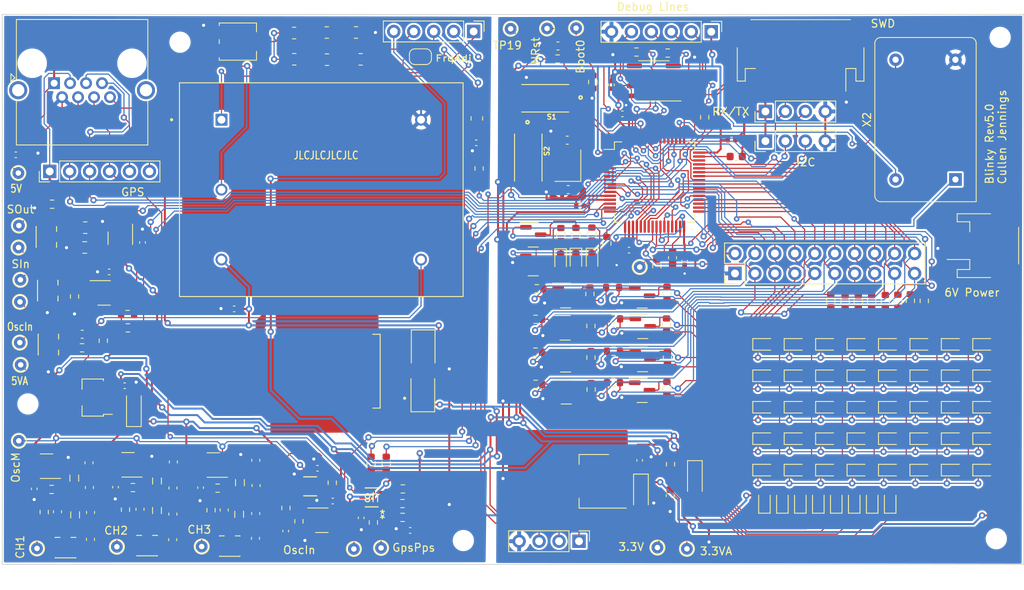
<source format=kicad_pcb>
(kicad_pcb (version 20221018) (generator pcbnew)
  (title_block (title "Blinky V4") (date "2023-07-04") (company "Cullen Jennings"))
  (layers (0 "F.Cu" signal) (31 "B.Cu" power) (34 "B.Paste" user) (35 "F.Paste" user) (36 "B.SilkS" user "B.Silkscreen") (37 "F.SilkS" user "F.Silkscreen") (38 "B.Mask" user) (39 "F.Mask" user) (44 "Edge.Cuts" user))
  (net 0 "")
  (net 1 "+3.3V")
  (net 2 "Net-(C3-Pad1)")
  (net 3 "Net-(C3-Pad2)")
  (net 4 "Net-(C6-Pad1)")
  (net 5 "/HSE_OUT")
  (net 6 "/HSE_IN")
  (net 7 "Net-(C13-Pad1)")
  (net 8 "Net-(C16-Pad2)")
  (net 9 "Net-(C19-Pad1)")
  (net 10 "Net-(C20-Pad1)")
  (net 11 "Net-(C21-Pad2)")
  (net 12 "+3.3VA")
  (net 13 "/LEDM3")
  (net 14 "/LEDM1")
  (net 15 "/LEDM2")
  (net 16 "Net-(J3-Pin_2)")
  (net 17 "/AUD_OUT")
  (net 18 "Net-(U10-VCAP_1)")
  (net 19 "Net-(U10-VCAP_2)")
  (net 20 "/BOOT1")
  (net 21 "/COL5")
  (net 22 "/COL4")
  (net 23 "/COL3")
  (net 24 "/COL2")
  (net 25 "/COL1")
  (net 26 "GND")
  (net 27 "/LEDH")
  (net 28 "/ROW4")
  (net 29 "/ROW3")
  (net 30 "/ROW2")
  (net 31 "/ROW1")
  (net 32 "/LEDG")
  (net 33 "/LEDE")
  (net 34 "/LEDD")
  (net 35 "/LEDC")
  (net 36 "/LEDB")
  (net 37 "/SWDIO")
  (net 38 "/SWDCLK")
  (net 39 "/LEDA")
  (net 40 "/LEDF")
  (net 41 "/USB_RX")
  (net 42 "/USB_TX")
  (net 43 "/SCL")
  (net 44 "/AUD_IN")
  (net 45 "/DB1")
  (net 46 "/DB2")
  (net 47 "/DB3")
  (net 48 "/SDA")
  (net 49 "Net-(D1-K)")
  (net 50 "Net-(Q1-D)")
  (net 51 "/NRST")
  (net 52 "/BOOT0")
  (net 53 "Net-(J3-Pin_1)")
  (net 54 "Net-(ANT1-PadSIG)")
  (net 55 "+5VA")
  (net 56 "+5V")
  (net 57 "Net-(J3-Pin_4)")
  (net 58 "/GPS_RX1")
  (net 59 "/GPS_TX1")
  (net 60 "/GPS_RX2")
  (net 61 "/GPS_TX2")
  (net 62 "GPS_PPS")
  (net 63 "Net-(ANT3-PadSIG)")
  (net 64 "Net-(ANT4-PadSIG)")
  (net 65 "SYNC_IN")
  (net 66 "SYNC_OUT")
  (net 67 "Net-(U1--)")
  (net 68 "Net-(R2-Pad2)")
  (net 69 "Net-(R4-Pad1)")
  (net 70 "Net-(R6-Pad2)")
  (net 71 "Net-(R8-Pad1)")
  (net 72 "OSC_ADJ")
  (net 73 "Net-(R12-Pad1)")
  (net 74 "Net-(U5--)")
  (net 75 "/10Mhz2.5V")
  (net 76 "/OCXO_OUT")
  (net 77 "Net-(R10-Pad2)")
  (net 78 "/GPS_EN")
  (net 79 "Net-(U4--)")
  (net 80 "Net-(D2-K)")
  (net 81 "Net-(D3-K)")
  (net 82 "Net-(R13-Pad2)")
  (net 83 "Net-(R14-Pad2)")
  (net 84 "Net-(U6-LE{slash}HYS)")
  (net 85 "Net-(U6-IN+)")
  (net 86 "Net-(U8-LE{slash}HYS)")
  (net 87 "Net-(U8-IN+)")
  (net 88 "Net-(R25-Pad2)")
  (net 89 "+6V")
  (net 92 "Net-(ANT2-PadSIG)")
  (net 93 "Net-(C12-Pad1)")
  (net 94 "Net-(U6-OUT)")
  (net 96 "/R8")
  (net 97 "/R7")
  (net 98 "Net-(ANT5-PadSIG)")
  (net 99 "/R6")
  (net 100 "/CLK")
  (net 101 "/SYNC_MON")
  (net 102 "Net-(U8-OUT)")
  (net 104 "Net-(Q2-D)")
  (net 105 "Net-(Q3-D)")
  (net 106 "Net-(Q4-D)")
  (net 107 "Net-(Q5-D)")
  (net 108 "Net-(Q6-D)")
  (net 109 "Net-(Q7-D)")
  (net 110 "Net-(Q8-D)")
  (net 111 "/LA")
  (net 112 "/LG")
  (net 113 "/LH")
  (net 114 "/LF")
  (net 115 "/LD")
  (net 116 "/LE")
  (net 117 "/LC")
  (net 118 "/LB")
  (net 119 "/R1")
  (net 120 "/R2")
  (net 121 "/R3")
  (net 122 "/R5")
  (net 123 "/R4")
  (net 124 "/ROW5")
  (net 125 "/ROW8")
  (net 126 "/ROW7")
  (net 127 "/ROW6")
  (net 128 "/BTN1")
  (net 129 "AUX_GPS_PPS")
  (net 130 "/AUX_SYNC_MON")
  (net 131 "/Vadj")
  (net 132 "Net-(R63-Pad2)")
  (net 133 "/GPS_EXT_PPS")
  (net 134 "Net-(Q9-D)")
  (net 135 "Net-(Q10-D)")
  (net 136 "SYNC_IN2")
  (net 137 "AUX_CLK")
  (footprint "LED_SMD:LED_0603_1608Metric" (layer "F.Cu") (at 201 92)
    (fp_text reference "D20" hide)
    (fp_text value "LED-G")
  )
  (footprint "Connector_PinHeader_2.54mm:PinHeader_1x04_P2.54mm_Vertical" (layer "F.Cu") (at 173.399082 117.054556 -90)
    (fp_text reference "J4" hide)
    (fp_text value "Conn_01x04_Pin")
  )
  (footprint "Capacitor_SMD:C_0402_1005Metric" (layer "F.Cu") (at 151.912073 115.679775 180)
    (fp_text reference "C48" hide)
    (fp_text value "100nF")
  )
  (footprint "LED_SMD:LED_0603_1608Metric" (layer "F.Cu") (at 205 96)
    (fp_text reference "D15" hide)
    (fp_text value "LED-G")
  )
  (footprint "TestPoint:TestPoint_THTPad_D1.5mm_Drill0.7mm" (layer "F.Cu") (at 102.043273 70.190291)
    (fp_text reference "TP18" hide)
    (fp_text value "~")
  )
  (footprint "Resistor_SMD:R_0603_1608Metric" (layer "F.Cu") (at 174.942757 97.740538 90)
    (fp_text reference "R46" hide)
    (fp_text value "100R")
  )
  (footprint "Capacitor_Tantalum_SMD:CP_EIA-3528-21_Kemet-B" (layer "F.Cu") (at 153.523857 98.118284 90)
    (fp_text reference "C44" hide)
    (fp_text value "33uF")
  )
  (footprint "Resistor_SMD:R_0603_1608Metric" (layer "F.Cu") (at 150.935021 112.261114)
    (fp_text reference "R25" hide)
    (fp_text value "270R")
  )
  (footprint "LED_SMD:LED_0603_1608Metric" (layer "F.Cu") (at 173.009902 81.242812 -90)
    (fp_text reference "D2" hide)
    (fp_text value "LED-G")
  )
  (footprint "Capacitor_SMD:C_0603_1608Metric" (layer "F.Cu") (at 172.029623 72.30405 180)
    (fp_text reference "C29" hide)
    (fp_text value "33pF" hide)
  )
  (footprint "LED_SMD:LED_0603_1608Metric" (layer "F.Cu") (at 197 100)
    (fp_text reference "D29" hide)
    (fp_text value "LED-G")
  )
  (footprint "Capacitor_SMD:C_0402_1005Metric" (layer "F.Cu") (at 173.526407 74.366391 180)
    (fp_text reference "C30" hide)
    (fp_text value "100nF")
  )
  (footprint "Resistor_SMD:R_0603_1608Metric" (layer "F.Cu") (at 106.340237 74.160061 180)
    (fp_text reference "R1" hide)
    (fp_text value "100R")
  )
  (footprint "Package_TO_SOT_SMD:SOT-23" (layer "F.Cu") (at 171.693134 93.957375)
    (fp_text reference "Q5" hide)
    (fp_text value "2N7002")
  )
  (footprint "Resistor_SMD:R_0603_1608Metric" (layer "F.Cu") (at 184.687901 54.922735 180)
    (fp_text reference "R58" hide)
    (fp_text value "1K5")
  )
  (footprint "blinky_footprints:U.FL-R-SMT-1" (layer "F.Cu") (at 108.044414 117.867046 180)
    (fp_text reference "ANT3" hide)
    (fp_text value "U.FL-R-SMT-1")
  )
  (footprint "Package_TO_SOT_SMD:SOT-23" (layer "F.Cu") (at 181.438657 85.813811)
    (fp_text reference "Q2" hide)
    (fp_text value "2N7002")
  )
  (footprint "TestPoint:TestPoint_THTPad_D1.5mm_Drill0.7mm" (layer "F.Cu") (at 125.378425 117.727777)
    (fp_text reference "TP7" hide)
    (fp_text value "~")
  )
  (footprint "LED_SMD:LED_0603_1608Metric" (layer "F.Cu") (at 209 108)
    (fp_text reference "D25" hide)
    (fp_text value "LED-G")
  )
  (footprint "TestPoint:TestPoint_THTPad_D1.5mm_Drill0.7mm" (layer "F.Cu") (at 102.22406 91.770613)
    (fp_text reference "TP9" hide)
    (fp_text value "~" hide)
  )
  (footprint "LED_SMD:LED_0603_1608Metric" (layer "F.Cu") (at 199.285714 112 90)
    (fp_text reference "D5" hide)
    (fp_text value "LED-RED")
  )
  (footprint "Resistor_SMD:R_0603_1608Metric" (layer "F.Cu") (at 215.571609 86.446716 90)
    (fp_text reference "R56" hide)
    (fp_text value "82R")
  )
  (footprint "Resistor_SMD:R_0805_2012Metric" (layer "F.Cu") (at 137.132948 52.372185)
    (fp_text reference "R13" hide)
    (fp_text value "1K5")
  )
  (footprint "LED_SMD:LED_0603_1608Metric" (layer "F.Cu") (at 201 100)
    (fp_text reference "D35" hide)
    (fp_text value "LED-G")
  )
  (footprint "Package_TO_SOT_SMD:SOT-23-5" (layer "F.Cu") (at 115.021947 78.489231 -90)
    (fp_text reference "U2" hide)
    (fp_text value "SN74LVC1G14DBV" hide)
  )
  (footprint "Resistor_SMD:R_0805_2012Metric" (layer "F.Cu") (at 110.556368 77.143351 180)
    (fp_text reference "R4" hide)
    (fp_text value "200R" hide)
  )
  (footprint "Resistor_SMD:R_0603_1608Metric" (layer "F.Cu") (at 136.09788 112.823871 -90)
    (fp_text reference "R19" hide)
    (fp_text value "1K0")
  )
  (footprint "LED_SMD:LED_0603_1608Metric" (layer "F.Cu") (at 205 100)
    (fp_text reference "D32" hide)
    (fp_text value "LED-G")
  )
  (footprint "Resistor_SMD:R_0603_1608Metric" (layer "F.Cu") (at 177.669257 84.764976)
    (fp_text reference "R35" hide)
    (fp_text value "4K7")
  )
  (footprint "Resistor_SMD:R_0805_2012Metric" (layer "F.Cu") (at 141.296964 52.310608)
    (fp_text reference "R14" hide)
    (fp_text value "330R")
  )
  (footprint "Package_TO_SOT_SMD:SOT-23" (layer "F.Cu") (at 181.431924 97.833589)
    (fp_text reference "Q8" hide)
    (fp_text value "2N7002")
  )
  (footprint "Jumper:SolderJumper-2_P1.3mm_Bridged_RoundedPad1.0x1.5mm" (layer "F.Cu") (at 153.215102 55.38524)
    (fp_text reference "JP1" hide)
    (fp_text value "SolderJumper_2_Bridged")
  )
  (footprint "Connector_PinHeader_2.54mm:PinHeader_1x06_P2.54mm_Vertical" (layer "F.Cu") (at 106.030654 69.988484 90)
    (fp_text reference "J2" hide)
    (fp_text value "Conn_01x06_Pin" hide)
  )
  (footprint "Capacitor_SMD:C_0805_2012Metric" (layer "F.Cu") (at 110.489678 79.66996)
    (fp_text reference "C4" hide)
    (fp_text value "47pF")
  )
  (footprint "Resistor_SMD:R_0805_2012Metric" (layer "F.Cu") (at 137.154599 55.714143 180)
    (fp_text reference "R12" hide)
    (fp_text value "1K5")
  )
  (footprint "Inductor_SMD:L_0805_2012Metric" (layer "F.Cu") (at 130.248355 109.593826 -90)
    (fp_text reference "L5" hide)
    (fp_text value "1uF")
  )
  (footprint "Resistor_SMD:R_0603_1608Metric" (layer "F.Cu") (at 208.940061 86.588161 90)
    (fp_text reference "R51" hide)
    (fp_text value "82R")
  )
  (footprint "Inductor_SMD:L_0805_2012Metric" (layer "F.Cu") (at 109.161289 109.026618 -90)
    (fp_text reference "L1" hide)
    (fp_text value "1uF")
  )
  (footprint "blinky_footprints:U.FL-R-SMT-1" (layer "F.Cu") (at 105.606502 78.325198 90)
    (fp_text reference "ANT1" hide)
    (fp_text value "U.FL-R-SMT-1")
  )
  (footprint "Resistor_SMD:R_0603_1608Metric" (layer "F.Cu") (at 173.007717 78.000892 90)
    (fp_text reference "R29" hide)
    (fp_text value "100R" hide)
  )
  (footprint "MountingHole:MountingHole_2.2mm_M2" (layer "F.Cu") (at 226.510512 116.736112 90)
    (fp_text reference "H4" hide)
    (fp_text value "M2" hide)
  )
  (footprint "Crystal:Crystal_SMD_3225-4Pin_3.2x2.5mm" (layer "F.Cu") (at 171.976566 69.249152 90)
    (fp_text reference "Y2" hide)
    (fp_text value "16MHz " hide)
  )
  (footprint "Connector_PinHeader_2.54mm:PinHeader_2x10_P2.54mm_Vertical" (layer "F.Cu") (at 193.24887 82.970222 90)
    (fp_text reference "J9" hide)
    (fp_text value "Conn_02x10_Odd_Even" hide)
  )
  (footprint "LED_SMD:LED_0603_1608Metric" (layer "F.Cu") (at 205 108)
    (fp_text reference "D31" hide)
    (fp_text value "LED-G")
  )
  (footprint "Capacitor_SMD:C_0603_1608Metric" (layer "F.Cu") (at 128.239927 113.081267 -90)
    (fp_text reference "C21" hide)
    (fp_text value "1nF" hide)
  )
  (footprint "LED_SMD:LED_0603_1608Metric" (layer "F.Cu") (at 209 100)
    (fp_text reference "D26" hide)
    (fp_text value "LED-G")
  )
  (footprint "Capacitor_SMD:C_0603_1608Metric" (layer "F.Cu") (at 111.226372 113.393659 -90)
    (fp_text reference "C8" hide)
    (fp_text value "330pF")
  )
  (footprint "TestPoint:TestPoint_THTPad_D1.5mm_Drill0.7mm" (layer "F.Cu") (at 164.697544 51.83249)
    (fp_text reference "TP19")
    (fp_text value "~")
  )
  (footprint "Resistor_SMD:R_0603_1608Metric" (layer "F.Cu") (at 167.852273 92.98587)
    (fp_text reference "R41" hide)
    (fp_text value "4K7")
  )
  (footprint "TestPoint:TestPoint_THTPad_D1.5mm_Drill0.7mm" (layer "F.Cu") (at 183.378818 117.860146)
    (fp_text reference "TP17" hide)
    (fp_text value "~")
  )
  (footprint "Package_TO_SOT_SMD:SOT-23" (layer "F.Cu") (at 181.495201 93.918935)
    (fp_text reference "Q6" hide)
    (fp_text value "2N7002")
  )
  (footprint "TestPoint:TestPoint_THTPad_D1.5mm_Drill0.7mm" (layer "F.Cu") (at 102.252326 86.589232)
    (fp_text reference "TP3" hide)
    (fp_text value "~")
  )
  (footprint "Capacitor_SMD:C_0402_1005Metric" (layer "F.Cu") (at 114.414891 110.168181 -90)
    (fp_text reference "C10" hide)
    (fp_text value "100nF")
  )
  (footprint "Resistor_SMD:R_0603_1608Metric" (layer "F.Cu") (at 213.982703 86.501505 90)
    (fp_text reference "R57" hide)
    (fp_text value "82R")
  )
  (footprint "Capacitor_Tantalum_SMD:CP_EIA-3216-18_Kemet-A" (layer "F.Cu") (at 116.743977 100.149633 90)
    (fp_text reference "C34" hide)
    (fp_text value "10uF")
  )
  (footprint "Capacitor_SMD:C_0402_1005Metric" (layer "F.Cu") (at 136.068823 115.753769 -90)
    (fp_text reference "C49" hide)
    (fp_text value "100nF")
  )
  (footprint "TestPoint:TestPoint_THTPad_D1.5mm_Drill0.7mm" (layer "F.Cu") (at 102.305821 83.780703)
    (fp_text reference "TP4" hide)
    (fp_text value "~")
  )
  (footprint "LED_SMD:LED_0603_1608Metric" (layer "F.Cu") (at 225 96)
    (fp_text reference "D40" hide)
    (fp_text value "LED-G")
  )
  (footprint "Resistor_SMD:R_0603_1608Metric" (layer "F.Cu") (at 116.626288 110.224556)
    (fp_text reference "R6" hide)
    (fp_text value "510R")
  )
  (footprint "LED_SMD:LED_0603_1608Metric" (layer "F.Cu") (at 221 108)
    (fp_text reference "D38" hide)
    (fp_text value "LED-G")
  )
  (footprint "LED_SMD:LED_0603_1608Metric" (layer "F.Cu") (at 225 108)
    (fp_text reference "D37" hide)
    (fp_text value "LED-G")
  )
  (footprint "Resistor_SMD:R_0603_1608Metric" (layer "F.Cu") (at 160.684744 69.613355 -90)
    (fp_text reference "R24" hide)
    (fp_text value "1K0")
  )
  (footprint "LED_SMD:LED_0603_1608Metric" (layer "F.Cu") (at 217 92)
    (fp_text reference "D45" hide)
    (fp_text value "LED-G")
  )
  (footprint "Resistor_SMD:R_0603_1608Metric" (layer "F.Cu") (at 212.386567 86.546067 90)
    (fp_text reference "R49" hide)
    (fp_text value "82R")
  )
  (footprint "LED_SMD:LED_0603_1608Metric" (layer "F.Cu") (at 225 92)
    (fp_text reference "D43" hide)
    (fp_text value "LED-G")
  )
  (footprint "Capacitor_Tantalum_SMD:CP_EIA-3216-18_Kemet-A" (layer "F.Cu") (at 181.283843 110.822275 -90)
    (fp_text reference "C41" hide)
    (fp_text value "10uF")
  )
  (footprint "LED_SMD:LED_0603_1608Metric" (layer "F.Cu") (at 225 104)
    (fp_text reference "D49" hide)
    (fp_text value "LED-G")
  )
  (footprint "LED_SMD:LED_0603_1608Metric" (layer "F.Cu") (at 206.142856 112 90)
    (fp_text reference "D8" hide)
    (fp_text value "LED-RED")
  )
  (footprint "Capacitor_SMD:C_0603_1608Metric" (layer "F.Cu") (at 107.024467 113.30454 -90)
    (fp_text reference "C3" hide)
    (fp_text value "1nF")
  )
  (footprint "Capacitor_SMD:C_0603_1608Metric" (layer "F.Cu") (at 132.250329 113.5305 -90)
    (fp_text reference "C22" hide)
    (fp_text value "220pF")
  )
  (footprint "TestPoint:TestPoint_THTPad_D1.5mm_Drill0.7mm" (layer "F.Cu") (at 148.208732 117.904565)
    (fp_text reference "TP8" hide)
    (fp_text value "~")
  )
  (footprint "Connector_JST:JST_PH_S6B-PH-SM4-TB_1x06-1MP_P2.00mm_Horizontal" (layer "F.Cu") (at 201.600617 55.183527 180)
    (fp_text reference "J12" hide)
    (fp_text value "Conn_01x06")
  )
  (footprint "Connector_JST:JST_PH_S2B-PH-SM4-TB_1x02-1MP_P2.00mm_Horizontal" (layer "F.Cu") (at 224.843009 79.435917 90)
    (fp_text reference "J8" hide)
    (fp_text value "Conn_01x02" hide)
  )
  (footprint "blinky_footprints:SW_147873-2" (layer "F.Cu") (at 169.100558 60.679311 180)
    (fp_text reference "S1")
    (fp_text value "147873-2")
  )
  (footprint "blinky_footprints:SW_147873-2" (layer "F.Cu") (at 166.944069 68.221628 -90)
    (fp_text reference "S2")
    (fp_text value "147873-2")
  )
  (footprint "Package_TO_SOT_SMD:SOT-23-5" (layer "F.Cu") (at 112.95892 85.449191)
    (fp_text reference "U3" hide)
    (fp_text value "SN74LVC1G14DBV" hide)
  )
  (footprint "Resistor_SMD:R_0603_1608Metric" (layer "F.Cu") (at 148.867796 107.122245 90)
    (fp_text reference "R61" hide)
    (fp_text value "1K0")
  )
  (footprint "Capacitor_SMD:C_0603_1608Metric" (layer "F.Cu") (at 132.304432 109.966265 90)
    (fp_text reference "C20" hide)
    (fp_text value "330pF")
  )
  (footprint "Connector_PinHeader_2.54mm:PinHeader_1x06_P2.54mm_Vertical" (layer "F.Cu") (at 190.232184 52.21255 -90)
    (fp_text reference "J5" hide)
    (fp_text value "Conn_01x06_Pin" hide)
  )
  (footprint "Capacitor_SMD:C_0402_1005Metric" (layer "F.Cu") (at 179.765254 80.00703 180)
    (fp_text reference "C32" hide)
    (fp_text value "100nF")
  )
  (footprint "Connector_PinHeader_2.54mm:PinHeader_1x04_P2.54mm_Vertical" (layer "F.Cu") (at 197.125058 62.352698 90)
    (fp_text reference "J6" hide)
    (fp_text value "Conn_01x04_Pin" hide)
  )
  (footprint "Capacitor_Tantalum_SMD:CP_EIA-3528-21_Kemet-B" (layer "F.Cu") (at 153.565618 92.622439 -90)
    (fp_text reference "C42" hide)
    (fp_text value "33uF")
  )
  (footprint "Package_TO_SOT_SMD:SOT-23" (layer "F.Cu") (at 171.623123 89.894357)
    (fp_text reference "Q3" hide)
    (fp_text value "2N7002")
  )
  (footprint "Connector_RJ:RJ45_Amphenol_RJHSE5380" (layer "F.Cu") (at 106.595622 58.759458)
    (fp_text reference "J1" hide)
    (fp_text value "RJ45" hide)
  )
  (footprint "LED_SMD:LED_0603_1608Metric" (layer "F.Cu") (at 201.571428 112 90)
    (fp_text reference "D6" hide)
    (fp_text value "LED-RED")
  )
  (footprint "TestPoint:TestPoint_THTPad_D1.5mm_Drill0.7mm" (layer "F.Cu") (at 104.415989 117.968572)
    (fp_text reference "TP5" hide)
    (fp_text value "~")
  )
  (footprint "LED_SMD:LED_0603_1608Metric" (layer "F.Cu") (at 213 104)
    (fp_text reference "D24" hide)
    (fp_text value "LED-G")
  )
  (footprint "Resistor_SMD:R_0603_1608Metric" (layer "F.Cu") (at 127.406216 110.299917)
    (fp_text reference "R10" hide)
    (fp_text value "510R")
  )
  (footprint "LED_SMD:LED_0603_1608Metric" (layer "F.Cu") (at 175.057206 81.249232 -90)
    (fp_text reference "D1" hide)
    (fp_text value "LED-RED")
  )
  (footprint "Capacitor_SMD:C_0603_1608Metric" (layer "F.Cu") (at 193.408514 68.08797 180)
    (fp_text reference "C40" hide)
    (fp_text value "2.2uF")
  )
  (footprint "Package_TO_SOT_SMD:SOT-23" (layer "F.Cu") (at 171.775416 98.025525)
    (fp_text reference "Q7" hide)
    (fp_text value "2N7002")
  )
  (footprint "Resistor_SMD:R_0805_2012Metric" (layer "F.Cu") (at 160.397708 63.238267 90)
    (fp_text reference "R23" hide)
    (fp_text value "22K")
  )
  (footprint "Resistor_SMD:R_0603_1608Metric" (layer "F.Cu") (at 184.58565 97.598654 90)
    (fp_text reference "R48" hide)
    (fp_text value "100R")
  )
  (footprint "blinky_footprints:U.FL-R-SMT-1" (layer "F.Cu") (at 105.783047 85.148712 90)
    (fp_text reference "ANT2" hide)
    (fp_text value "U.FL-R-SMT-1")
  )
  (footprint "LED_SMD:LED_0603_1608Metric" (layer "F.Cu") (at 217 104)
    (fp_text reference "D51" hide)
    (fp_text value "LED-G")
  )
  (footprint "Resistor_SMD:R_0603_1608Metric" (layer "F.Cu") (at 174.788758 85.583101 90)
    (fp_text reference "R34" hide)
    (fp_text value "100R" hide)
  )
  (footprint "TestPoint:TestPoint_THTPad_D1.5mm_Drill0.7mm" (layer "F.Cu") (at 102.068566 79.67418)
    (fp_text reference "TP2" hide)
    (fp_text value "~")
  )
  (footprint "Resistor_SMD:R_0805_2012Metric" (layer "F.Cu") (at 145.608387 55.724436 180)
    (fp_text reference "R9" hide)
    (fp_text value "2R")
  )
  (footprint "Resistor_SMD:R_0603_1608Metric" (layer "F.Cu") (at 184.602815 85.49663 90)
    (fp_text reference "R36" hide)
    (fp_text value "100R")
  )
  (footprint "LED_SMD:LED_0603_1608Metric" (layer "F.Cu") (at 213 108)
    (fp_text reference "D14" hide)
    (fp_text value "LED-G")
  )
  (footprint "Resistor_SMD:R_0603_1608Metric" (layer "F.Cu") (at 184.657918 93.720259 90)
    (fp_text reference "R44" hide)
    (fp_text value "100R")
  )
  (footprint "Capacitor_Tantalum_SMD:CP_EIA-3216-18_Kemet-A" (layer "F.Cu") (at 188.145825 109.110244 -90)
    (fp_text reference "C43" hide)
    (fp_text value "10uF")
  )
  (footprint "blinky_footprints:SC70_DCK_TEX" (layer "F.Cu") (at 139.183176 110.068632)
    (fp_text reference "U6" hide)
    (fp_text value "TLV3603DCKR")
  )
  (footprint "Package_TO_SOT_SMD:SOT-223-3_TabPin2" (layer "F.Cu") (at 175.32153 109.427085 180)
    (fp_text reference "U11" hide)
    (fp_text value "AMS1117-3.3" hide)
  )
  (footprint "LED_SMD:LED_0603_1608Metric" (layer "F.Cu") (at 217 108)
    (fp_text reference "D39" hide)
    (fp_text value "LED-G")
  )
  (footprint "Capacitor_SMD:C_0402_1005Metric" (layer "F.Cu") (at 181.123859 106.761028 -90)
    (fp_text reference "C39" hide)
    (fp_text value "100nF")
  )
  (footprint "Inductor_SMD:L_0805_2012Metric" (layer "F.Cu") (at 130.145942 113.622068 90)
    (fp_text reference "L6" hide)
    (fp_text value "1uF")
  )
  (footprint "Resistor_SMD:R_0805_2012Metric" (layer "F.Cu") (at 145.028769 52.303897)
    (fp_text reference "R17" hide)
    (fp_text value "20R")
  )
  (footprint "LED_SMD:LED_0603_1608Metric" (layer "F.Cu") (at 197 92)
    (fp_text reference "D19" hide)
    (fp_text value "LED-G")
  )
  (footprint "Resistor_SMD:R_0603_1608Metric" (layer "F.Cu") (at 146.932609 107.127133 -90)
    (fp_text reference "R60" hide)
    (fp_text value "1K0")
  )
  (footprint "Resistor_SMD:R_0603_1608Metric" (layer "F.Cu") (at 177.801015 88.758266)
    (fp_text reference "R39" hide)
    (fp_text value "4K7")
  )
  (footprint "Connector_PinHeader_2.54mm:PinHeader_1x04_P2.54mm_Vertical" (layer "F.Cu") (at 197.125058 66.128756 90)
    (fp_text reference "J7" hide)
    (fp_text value "Conn_01x04_Pin" hide)
  )
  (footprint "Resistor_SMD:R_0603_1608Metric" (layer "F.Cu") (at 207.263189 86.588161 90)
    (fp_text reference "R53" hide)
    (fp_text value "82R")
  )
  (footprint "Resistor_SMD:R_0603_1608Metric" (layer "F.Cu") (at 112.851121 91.530764 -90)
    (fp_text reference "R15" hide)
    (fp_text value "100R")
  )
  (footprint "LED_SMD:LED_0603_1608Metric" (layer "F.Cu") (at 217 100)
    (fp_text reference "D48" hide)
    (fp_text value "LED-G")
  )
  (footprint "LED_SMD:LED_0603_1608Metric" (layer "F.Cu") (at 197 96)
    (fp_text reference "D17" hide)
    (fp_text value "LED-G")
  )
  (footprint "Capacitor_SMD:C_0402_1005Metric" (layer "F.Cu") (at 177.531099 58.97375 -90)
    (fp_text reference "C47" hide)
    (fp_text value "100nF")
  )
  (footprint "LED_SMD:LED_0603_1608Metric" (layer "F.Cu") (at 221 92)
    (fp_text reference "D44" hide)
    (fp_text value "LED-G")
  )
  (footprint "LED_SMD:LED_0603_1608Metric" (layer "F.Cu") (at 203.857142 112 90)
    (fp_text reference "D7" hide)
    (fp_text value "LED-RED")
  )
  (footprint "Resistor_SMD:R_0603_1608Metric" (layer "F.Cu") (at 170.679967 55.681887)
    (fp_text reference "R27" hide)
    (fp_text value "4K7" hide)
  )
  (footprint "Resistor_SMD:R_0805_2012Metric" (layer "F.Cu") (at 141.320448 55.762741 180)
    (fp_text reference "R8" hide)
    (fp_text value "270R")
  )
  (footprint "LED_SMD:LED_0603_1608Metric" (layer "F.Cu") (at 213 112 90)
    (fp_text reference "D11" hide)
    (fp_text value "LED-RED")
  )
  (footprint "LED_SMD:LED_0603_1608Metric" (layer "F.Cu") (at 208.42857 112 90)
    (fp_text reference "D9" hide)
    (fp_text value "LED-RED")
  )
  (footprint "LED_SMD:LED_0603_1608Metric" (layer "F.Cu") (at 197 104)
    (fp_text reference "D30" hide)
    (fp_text value "LED-G")
  )
  (footprint "Capacitor_SMD:C_0603_1608Metric" (layer "F.Cu") (at 121.772139 106.965532 90)
    (fp_text reference "C12" hide)
    (fp_text value "150pF")
  )
  (footprint "Capacitor_SMD:C_0402_1005Metric" (layer "F.Cu") (at 125.2372 110.237367 -90)
    (fp_text reference "C17" hide)
    (fp_text value "100nF" hide)
  )
  (footprint "blinky_footprints:U.FL-R-SMT-1" (layer "F.Cu") (at 128.946585 117.671201 180)
    (fp_text reference "ANT5" hide)
    (fp_text value "U.FL-R-SMT-1")
  )
  (footprint "Resistor_SMD:R_0603_1608Metric" (layer "F.Cu") (at 150.980111 110.397405 180)
    (fp_text reference "R22" hide)
    (fp_text value "1K0")
  )
  (footprint "Capacitor_SMD:C_0603_1608Metric" (layer "F.Cu") (at 185.012754 111.249755 90)
    (fp_text reference "C37" hide)
    (fp_text value "100nF")
  )
  (footprint "Potentiometer_SMD:Potentiometer_Bourns_3314G_Vertical" (layer "F.Cu") (at 129.981661 53.463248 90)
    (fp_text reference "RV1" hide)
    (fp_text value "20K")
  )
  (footprint "LED_SMD:LED_0603_1608Metric" (layer "F.Cu") (at 213 100)
    (fp_text reference "D23" hide)
    (fp_text value "LED-G")
  )
  (footprint "LED_SMD:LED_0603_1608Metric" (layer "F.Cu") (at 217 96)
    (fp_text reference "D42" hide)
    (fp_text value "LED-G")
  )
  (footprint "Connector_PinHeader_2.54mm:PinHeader_1x05_P2.54mm_Vertical" (layer "F.Cu") (at 159.986687 52.174474 -90)
    (fp_text reference "J3" hide)
    (fp_text value "Conn_01x05_Pin" hide)
  )
  (footprint "TestPoint:TestPoint_THTPad_D1.5mm_Drill0.7mm" (layer "F.Cu") (at 114.583018 117.758264)
    (fp_text reference "TP6" hide)
    (fp_text value "~")
  )
  (footprint "Capacitor_SMD:C_0603_1608Metric" (layer "F.Cu") (at 121.707084 113.60135 -90)
    (fp_text reference "C15" hide)
    (fp_text value "220pF")
  )
  (footprint "Package_SO:SOIC-8_3.9x4.9mm_P1.27mm" (layer "F.Cu") (at 182.924657 58.463107 180)
    (fp_text reference "U13" hide)
    (fp_text value "M24C02-RMN")
  )
  (footprint "Capacitor_SMD:C_0603_1608Metric" (layer "F.Cu") (at 132.217632 116.687063 90)
    (fp_text reference "C23" hide)
    (fp_text value "150pF")
  )
  (footprint "Resistor_SMD:R_0603_1608Metric" (layer "F.Cu") (at 217.343147 86.464979 90)
    (fp_text reference "R55" hide)
    (fp_text value "82R")
  )
  (footprint "Package_QFP:LQFP-64_10x10mm_P0.5mm" (layer "F.Cu") (at 183.015261 71.341385)
    (fp_text reference "U10" hide)
    (fp_text value "STM32F405RGTx" hide)
  )
  (footprint "TestPoint:TestPoint_THTPad_D1.5mm_Drill0.7mm" (layer "F.Cu") (at 102.114464 76.874405)
    (fp_text reference "TP1" hide)
    (fp_text value "~")
  )
  (footprint "Oscillator:Oscillator_DIP-14" (layer "F.Cu") (at 221.310157 71.012002 90)
    (fp_text reference "X2")
    (fp_text value "GTXO-14V (2.048MHz)" hide)
  )
  (footprint "blinky_footprints:U.FL-R-SMT-1" (layer "F.Cu") (at 118.426039 117.608881 180)
    (fp_text reference "ANT4" hide)
    (fp_text value "U.FL-R-SMT-1")
  )
  (footprint "Resistor_SMD:R_0603_1608Metric" (layer "F.Cu") (at 109.194388 85.907976 -90)
    (fp_text reference "R5" hide)
    (fp_text value "1K0")
  )
  (footprint "Inductor_SMD:L_0805_2012Metric" (layer "F.Cu") (at 119.688114 113.150355 90)
    (fp_text reference "L4" hide)
    (fp_text value "1uF")
  )
  (footprint "Resistor_SMD:R_0603_1608Metric" (layer "F.Cu") (at 176.945154 79.157954 -90)
    (fp_text reference "R54" hide)
    (fp_text value "1K0")
  )
  (footprint "Capacitor_SMD:C_0402_1005Metric" (layer "F.Cu") (at 178.918971 62.656294)
    (fp_text reference "C31" hide)
    (fp_text value "100nF")
  )
  (footprint "Resistor_SMD:R_0603_1608Metric" (layer "F.Cu") (at 184.537471 89.528701 90)
    (fp_text reference "R40" hide)
    (fp_text value "100R")
  )
  (footprint "Capacitor_SMD:C_0603_1608Metric" (layer "F.Cu") (at 132.262697 106.752735 90)
    (fp_text reference "C19" hide)
    (fp_text value "150pF")
  )
  (footprint "Resistor_SMD:R_0603_1608Metric" (layer "F.Cu") (at 141.993941 109.612257 -90)
    (fp_text reference "R18" hide)
    (fp_text value "130K")
  )
  (footprint "Capacitor_SMD:C_0402_1005Metric" (layer "F.Cu") (at 142.058828 111.93407 180)
    (fp_text reference "C46" hide)
    (fp_text value "100nF")
  )
  (footprint "LED_SMD:LED_0603_1608Metric" (layer "F.Cu") (at 221 96)
    (fp_text reference "D41" hide)
    (fp_text value "LED-G")
  )
  (footprint "LED_SMD:LED_0603_1608Metric" (layer "F.Cu") (at 209 96)
    (fp_text reference "D16" hide)
    (fp_text value "LED-G")
  )
  (footprint "LED_SMD:LED_0603_1608Metric" (layer "F.Cu") (at 205 104)
    (fp_text reference "D33" hide)
    (fp_text value "LED-G")
  )
  (footprint "LED_SMD:LED_0603_1608Metric" (layer "F.Cu") (at 213 92)
    (fp_text reference "D13" hide)
    (fp_text value "LED-G")
  )
  (footprint "LED_SMD:LED_0603_1608Metric" (layer "F.Cu") (at 201 108)
    (fp_text reference "D34" hide)
    (fp_text value "LED-G")
  )
  (footprint "Capacitor_SMD:C_0402_1005Metric" (layer "F.Cu") (at 104.062433 110.384399 -90)
    (fp_text reference "C2" hide)
    (fp_text value "100nF")
  )
  (footprint "LED_SMD:LED_0603_1608Metric" (layer "F.Cu") (at 209 92)
    (fp_text reference "D22" hide)
    (fp_text value "LED-G")
  )
  (footprint "LED_SMD:LED_0603_1608Metric" (layer "F.Cu") (at 171.054724 81.309655 -90)
    (fp_text reference "D3" hide)
    (fp_text value "LED-Y")
  )
  (footprint "Package_TO_SOT_SMD:SOT-23-6" (layer "F.Cu") (at 126.854626 107.358155 180)
    (fp_text reference "U5" hide)
    (fp_text value "ADA4807-1")
  )
  (footprint "Capacitor_SMD:C_0603_1608Metric" (layer "F.Cu") (at 117.525236 112.985082 -90)
    (fp_text reference "C16" hide)
    (fp_text value "1nF")
  )
  (footprint "blinky_footprints:U.FL-R-SMT-1" (layer "F.Cu") (at 105.866604 92.024424 90)
    (fp_text reference "ANT6" hide)
    (fp_text value "U.FL-R-SMT-1")
  )
  (footprint "Resistor_SMD:R_0603_1608Metric" (layer "F.Cu") (at 110.143722 92.436046 180)
    (fp_text reference "R16" hide)
    (fp_text value "100R")
  )
  (footprint "Capacitor_SMD:C_0603_1608Metric" (layer "F.Cu") (at 111.036092 107.069513 90)
    (fp_text reference "C5" hide)
    (fp_text value "150pF")
  )
  (footprint "Capacitor_SMD:C_0603_1608Metric" (layer "F.Cu") (at 171.898597 66.011953)
    (fp_text reference "C28" hide)
    (fp_text value "33pF" hide)
  )
  (footprint "Package_TO_SOT_SMD:SOT-23" (layer "F.Cu") (at 167.563857 81.713095)
    (fp_text reference "Q10" hide)
    (fp_text value "2N7002")
  )
  (footprint "MountingHole:MountingHole_2.2mm_M2" (layer "F.Cu") (at 122.616878 53.540887 90)
    (fp_text reference "H1" hide)
    (fp_text value "M2" hide)
  )
  (footprint "blinky_footprints:DPAK172P1054X200-6N" (layer "F.Cu") (at 144.511459 95.41458 180)
    (fp_text reference "U12" hide)
    (fp_text value "BA50DD0WHFP-TR" hide)
  )
  (footprint "LED_SMD:LED_0603_1608Metric" (layer "F.Cu") (at 210.714284 112 90)
    (fp_text reference "D10" hide)
    (fp_text value "LED-RED")
  )
  (footprint "blinky_footprints:SC70_DCK_TEX" (layer "F.Cu") (at 147.006379 111.478832 180)
    (fp_text reference "U8")
    (fp_text value "TLV3603DCKR")
  )
  (footprint "Resistor_SMD:R_0603_1608Metric" (layer "F.Cu") (at 115.675842 113.035082 -90)
    (fp_text reference "R7" hide)
    (fp_text value "49R9")
  )
  (footprint "Resistor_SMD:R_0603_1608Metric" (layer "F.Cu") (at 174.915276 89.661361 90)
    (fp_text reference "R38" hide)
    (fp_text value "100R")
  )
  (footprint "Package_TO_SOT_SMD:SOT-89-3" (layer "F.Cu") (at 111.51088 98.770324 180)
    (fp_text reference "U9" hide)
    (fp_text value "L78L05_SOT89" hide)
  )
  (footprint "Resistor_SMD:R_0603_1608Metric" (layer "F.Cu") (at 210.64398 86.561114 90)
    (fp_text reference "R50" hide)
    (fp_text value "82R")
  )
  (footprint "LED_SMD:LED_0603_1608Metric" (layer "F.Cu") (at 201 96)
    (fp_text reference "D18" hide)
    (fp_text value "LED-G")
  )
  (footprint "Resistor_SMD:R_0603_1608Metric" (layer "F.Cu") (at 180.712605 54.793116 180)
    (fp_text reference "R59" hide)
    (fp_text value "1K5")
  )
  (footprint "Capacitor_SMD:C_0603_1608Metric" (layer "F.Cu") (at 111.085539 110.213201 90)
    (fp_text reference "C6" hide)
    (fp_text value "220pF")
  )
  (footprint "TestPoint:TestPoint_THTPad_D1.5mm_Drill0.7mm" (layer "F.Cu") (at 181.129774 82.153922)
    (fp_text reference "TP14" hide)
    (fp_text value "~")
  )
  (footprint "blinky_footprints:XTAL_AOCJY4A-10.000MHZ-SW" (layer "F.Cu") (at 140.597009 72.30931)
    (fp_text reference "Y1" hide)
    (fp_text value "AOCJY4A-10.000MHZ-SW")
  )
  (footprint "Package_TO_SOT_SMD:SOT-23" (layer "F.Cu") (at 171.692256 85.786118)
    (fp_text reference "Q1" hide)
    (fp_text value "2N7002" hide)
  )
  (footprint "Capacitor_SMD:C_0603_1608Metric" (layer "F.Cu") (at 185.306869 80.975492 90)
    (fp_text reference "C35" hide)
    (fp_text value "2.2uF")
  )
  (footprint "Capacitor_SMD:C_0402_1005Metric" (layer "F.Cu") (at 117.848838 79.033675 90)
    (fp_text reference "C11" hide)
    (fp_text value "100nF" hide)
  )
  (footprint "Capacitor_SMD:C_0402_1005Metric" (layer "F.Cu") (at 113.603673 82.777256 180)
    (fp_text reference "C9" hide)
    (fp_text value "100nF" hide)
  )
  (footprint "Capacitor_SMD:C_0402_1005Metric" (layer "F.Cu") (at 145.677092 114.081101 -90)
    (fp_text reference "C45" hide)
    (fp_text value "100nF")
  )
  (footprint "Capacitor_SMD:C_0402_1005Metric" (layer "F.Cu") (at 129.513018 87.485884 180)
    (fp_text reference "C18" hide)
    (fp_text value "100nF" hide)
  )
  (footprint "LED_SMD:LED_0603_1608Metric" (layer "F.Cu") (at 221 100)
    (fp_text reference "D47" hide)
    (fp_text value "LED-G")
  )
  (footprint "Resistor_SMD:R_0603_1608Metric" (layer "F.Cu") (at 174.915276 93.673469 90)
    (fp_text reference "R42" hide)
    (fp_text value "100R")
  )
  (footprint "Resistor_SMD:R_0603_1608Metric" (layer "F.Cu") (at 115.948255 88.198078 180)
    (fp_text reference "R63" hide)
    (fp_text value "1K0")
  )
  (footprint "TestPoint:TestPoint_THTPad_D1.5mm_Drill0.7mm" (layer "F.Cu") (at 102.340813 94.60114)
    (fp_text reference "TP15" hide)
    (fp_text value "~")
  )
  (footprint "LED_SMD:LED_0603_1608Metric" (layer "F.Cu") (at 225 100)
    (fp_text reference "D46" hide)
    (fp_text value "LED-G")
  )
  (footprint "Capacitor_SMD:C_0603_1608Metric" (layer "F.Cu") (at 121.68555 116.852426 90)
    (fp_text reference "C14" hide)
    (fp_text value "150pF")
  )
  (footprint "Resistor_SMD:R_0603_1608Metric" (layer "F.Cu") (at 105.334017 113.338297 -90)
    (fp_text reference "R3" hide)
    (fp_text value "49R9")
  )
  (footprint "Resistor_SMD:R_0603_1608Metric" (layer "F.Cu") (at 126.564443 113.103573 -90)
    (fp_text reference "R11" hide)
    (fp_text value "49R9")
  )
  (footprint "Resistor_SMD:R_0603_1608Metric" (layer "F.Cu") (at 175.040062 77.95718 90)
    (fp_text reference "R30" hide)
    (fp_text value "100R" hide)
  )
  (footprint "Package_TO_SOT_SMD:SOT-23" (layer "F.Cu") (at 181.512294 89.705959)
    (fp_text reference "Q4" hide)
    (fp_text value "2N7002")
  )
  (footprint "Resistor_SMD:R_0603_1608Metric" (layer "F.Cu") (at 189.396305 63.093261 -90)
    (fp_text reference "R62" hide)
    (fp_text value "1K0")
  )
  (footprint "Capacitor_SMD:C_0603_1608Metric" (layer "F.Cu") (at 111.216376 116.820459 90)
    (fp_text reference "C7" hide)
    (fp_text value "150pF")
  )
  (footprint "LED_SMD:LED_0603_1608Metric" (layer "F.Cu") (at 197 112 90)
    (fp_text reference "D4" hide)
    (fp_text value "LED-RED")
  )
  (footprint "Resistor_SMD:R_0603_1608Metric" (layer "F.Cu") (at 175.146386 58.603834 -90)
    (fp_text reference "R28" hide)
    (fp_text value "4K7" hide)
  )
  (footprint "LED_SMD:LED_0603_1608Metric" (layer "F.Cu") (at 221 104)
    (fp_text reference "D50" hide)
    (fp_text value "LED-G")
  )
  (footprint "Resistor_SMD:R_0603_1608Metric" (layer "F.Cu") (at 167.880941 97.080419)
    (fp_text reference "R45" hide)
    (fp_text value "4K7")
  )
  (footprint "MountingHole:MountingHole_2.2mm_M2" (layer "F.Cu") (at 158.678681 116.9653 90)
    (fp_text reference "H3" hide)
    (fp_text value "M2" hide)
  )
  (footprint "Capacitor_SMD:C_0603_1608Metric" (layer "F.Cu") (at 110.174003 90.709987)
    (fp_text reference "C24" hide)
    (fp_text value "100nF" hide)
  )
  (footprint "Resistor_SMD:R_0603_1608Metric" (layer "F.Cu") (at 150.950051 114.019614 180)
    (fp_text reference "R26" hide)
    (fp_text value "22R0")
  )
  (footprint "Capacitor_SMD:C_0603_1608Metric" (layer "F.Cu") (at 170.714945 54.016308 180)
    (fp_text reference "C27" hide)
    (fp_text value "100nF" hide)
  )
  (footprint "Capacitor_SMD:C_0603_1608Metric" (layer "F.Cu") (at 121.728407 110.28151 90)
    (fp_text reference "C13" hide)
    (fp_text value "330pF")
  )
  (footprint "LED_SMD:LED_0603_1608Metric" (layer "F.Cu") (at 205 92)
    (fp_text reference "D21" hide)
    (fp_text value "LED-G")
  )
  (footprint "LED_SMD:LED_0603_1608Metric" (layer "F.Cu") (at 201 104)
    (fp_text reference "D36" hide)
    (fp_text value "LED-G")
  )
  (footprint "LED_SMD:LED_0603_1608Metric" (layer "F.Cu") (at 213 96)
    (fp_text reference "D12" hide)
    (fp_text value "LED-G")
  )
  (footprint "Resistor_SMD:R_0603_1608Metric" (layer "F.Cu") (at 177.783557 96.867994)
    (fp_text reference "R47" hide)
    (fp_text value "4K7")
  )
  (footprint "Resistor_SMD:R_0603_1608Metric" (layer "F.Cu") (at 147.228494 114.667989 -90)
    (fp_text reference "R21" hide)
    (fp_text value "130K")
  )
  (footprint "Resistor_SMD:R_0603_1608Metric" (layer "F.Cu") (at 183.306125 82.05023 90)
    (fp_text reference "R32" hide)
    (fp_text value "4K7")
  )
  (footprint "TestPoint:TestPoint_THTPad_D1.5mm_Drill0.7mm" (layer "F.Cu") (at 102.104339 104.27027)
    (fp_text reference "TP11" hide)
    (fp_text value "~")
  )
  (footprint "LED_SMD:LED_0603_1608Metric" (layer "F.Cu") (at 197 108)
    (fp_text reference "D28" hide)
    (fp_text value "LED-G")
  )
  (footprint "Capacitor_SMD:C_0402_1005Metric" (layer "F.Cu") (at 140.115891 107.76974 180)
    (fp_text reference "C25" hide)
    (fp_text value "100nF" hide)
  )
  (footprint "Package_TO_SOT_SMD:SOT-23-6" (layer "F.Cu") (at 116.000729 107.331689 180)
    (fp_text reference "U4" hide)
    (fp_text value "ADA4807-1")
  )
  (footprint "TestPoint:TestPoint_THTPad_D1.5mm_Drill0.7mm" (layer "F.Cu") (at 144.744716 118.035657 90)
    (fp_text reference "TP10" hide)
    (fp_text value "~")
  )
  (footprint "Capacitor_SMD:C_0402_1005Metric" (layer "F.Cu") (at 101.722771 67.879212)
    (fp_text reference "C1" hide)
    (fp_text value "100nF" hide)
  )
  (footprint "TestPoint:TestPoint_THTPad_D1.5mm_Drill0.7mm" (layer "F.Cu") (at 187.133067 118.019298)
    (fp_text reference "TP16" hide)
    (fp_text value "~")
  )
  (footprint "Capacitor_SMD:C_0402_1005Metric" (layer "F.Cu") (at 186.844757 81.396838 -90)
    (fp_text reference "C36" hide)
    (fp_text value "100nF")
  )
  (footprint "Inductor_SMD:L_0805_2012Metric" (layer "F.Cu") (at 119.688337 109.38973 -90)
    (fp_text reference "L3" hide)
    (fp_text value "1uF")
  )
  (footprint "MountingHole:MountingHole_2.2mm_M2" (layer "F.Cu") (at 103.263783 99.582733)
    (fp_text reference "H5" hide)
    (fp_text value "M2")
  )
  (footprint "Resistor_SMD:R_0603_1608Metric" (layer "F.Cu") (at 167.879753 88.808881)
    (fp_text reference "R37" hide)
    (fp_text value "4K7")
  )
  (footprint "Resistor_SMD:R_0603_1608Metric" (layer "F.Cu") (at 106.278842 110.460963)
    (fp_text reference "R2" hide)
    (fp_text value "510R")
  )
  (footprint "TestPoint:TestPoint_THTPad_D1.5mm_Drill0.7mm" (layer "F.Cu") (at 169.331579 51.793873)
    (fp_text reference "TP12" hide)
    (fp_text value "~")
  )
  (footprint "Capacitor_SMD:C_0402_1005Metric" (layer "F.Cu") (at 115.574646 97.264609 180)
    (fp_text reference "C33" hide)
    (fp_text value "100nF")
  )
  (footprint "TestPoint:TestPoint_THTPad_D1.5mm_Drill0.7mm" (layer "F.Cu") (at 173.029499 51.752566)
    (fp_text reference "TP13" hide)
    (fp_text value "~")
  )
  (footprint "LED_SMD:LED_0603_1608Metric" (layer "F.Cu") (at 209 104)
    (fp_text reference "D27" hide)
    (fp_text value "LED-G")
  )
  (footprint "Resistor_SMD:R_0603_1608Metric" (layer "F.Cu") (at 185.046721 107.256786 -90)
    (fp_text reference "FB1" hide)
    (fp_text value "120Ω@100MHz " hide)
  )
  (footprint "Package_TO_SOT_SMD:SOT-23-5" (layer "F.Cu") (at 140.670688 114.383481)
    (fp_text reference "U7" hide)
    (fp_text value "SN74LVC1G14DBV")
  )
  (footprint "Resistor_SMD:R_0603_1608Metric" (layer "F.Cu") (at 171.088146 78.017603 90)
    (fp_text reference "R31" hide)
    (fp_text value "100R" hide)
  )
  (footprint "Resistor_SMD:R_0603_1608Metric" (layer "F.Cu") (at 115.982701 89.897414 180)
    (fp_text reference "R64" hide)
    (fp_text value "1K0")
  )
  (footprint "Capacitor_SMD:C_0402_1005Metric" (layer "F.Cu") (at 192.813045 65.999424)
    (fp_text reference "C38" hide)
    (fp_text value "100nF")
  )
  (footprint "Inductor_SMD:L_0805_2012Metric" (layer "F.Cu") (at 109.271628 113.6976 90)
    (fp_text reference "L2" hide)
    (fp_text value "1uF")
  )
  (footprint "Resistor_SMD:R_0603_1608Metric" (layer "F.Cu") (at 168.039217 84.919202)
    (fp_text reference "R33" hide)
    (fp_text value "4K7")
  )
  (footprint "Resistor_SMD:R_0603_1608Metric" (layer "F.Cu") (at 137.750387 114.516684 -90)
    (fp_text reference "R20" hide)
    (fp_text value "1K0")
  )
  (footprint "Package_TO_SOT_SMD:SOT-23" (layer "F.Cu") (at 167.578346 78.04956)
    (fp_text reference "Q9" hide)
    (fp_text value "2N7002")
  )
  (footprint "MountingHole:MountingHole_2.2mm_M2" (layer "F.Cu") (at 226.998883 52.931574 90)
    (fp_text reference "H2" hide)
    (fp_text value "M2" hide)
  )
  (footprint "Package_TO_SOT_SMD:SOT-23-6" (layer "F.Cu") (at 105.62875 107.500596 180)
    (fp_text reference "U1" hide)
    (fp_text value "ADA4807-1")
  )
  (footprint "Capacitor_SMD:C_0402_1005Metric" (layer "F.Cu") (at 160.319793 66.341636 180)
    (fp_text reference "C26" hide)
    (fp_text value "100nF")
  )
  (footprint "Resistor_SMD:R_0603_1608Metric" (layer "F.Cu") (at 205.445306 86.465366 90)
    (fp_text reference "R52" hide)
    (fp_text value "82R")
  )
  (footprint "Resistor_SMD:R_0603_1608Metric" (layer "F.Cu") (at 177.784563 92.87117)
    (fp_text reference "R43" hide)
    (fp_text value "4K7")
  )
  (gr_line (start 230 120) (end 100 120) (stroke (width 0.1)) (layer "Edge.Cuts"))
  (gr_line (start 100 50) (end 230 50) (stroke (width 0.1)) (layer "Edge.Cuts"))
  (gr_line (start 230 50) (end 230 120) (stroke (width 0.1)) (layer "Edge.Cuts"))
  (gr_line (start 100 50) (end 100 120) (stroke (width 0.1)) (layer "Edge.Cuts"))
  (gr_text "Blinky Rev5.0	\nCullen Jennings" (at 227.841995 71.695224 90) (layer "F.SilkS") (effects (font (size 1 1)) (justify left bottom)))
  (gr_text "Debug Lines" (at 178.124749 49.620081) (layer "F.SilkS") (effects (font (size 1 1)) (justify left bottom)))
  (gr_text "CH3" (at 123.471337 116.162257) (layer "F.SilkS") (effects (font (size 1 1)) (justify left bottom)))
  (gr_text "CH2" (at 112.886198 116.280388) (layer "F.SilkS") (effects (font (size 1 1)) (justify left bottom)))
  (gr_text "CH1" (at 102.858094 119.385775 90) (layer "F.SilkS") (effects (font (size 1 1)) (justify left bottom)))
  (gr_text "GPS" (at 115.030677 73.206196) (layer "F.SilkS") (effects (font (size 1 1)) (justify left bottom)))
  (gr_text "OscM" (at 102.285919 109.689044 90) (layer "F.SilkS") (effects (font (size 1 1)) (justify left bottom)))
  (gr_text "3.3V\n" (at 178.334387 118.358361) (layer "F.SilkS") (effects (font (size 1 1)) (justify left bottom)))
  (gr_text "SWD" (at 210.437841 51.753565) (layer "F.SilkS") (effects (font (size 1 1)) (justify left bottom)))
  (gr_text "SOut" (at 100.472005 75.40508) (layer "F.SilkS") (effects (font (size 1 1)) (justify left bottom)))
  (gr_text "3.3VA" (at 188.699097 118.907785) (layer "F.SilkS") (effects (font (size 1 1)) (justify left bottom)))
  (gr_text "I2C" (at 200.949909 69.410198) (layer "F.SilkS") (effects (font (size 1 1)) (justify left bottom)))
  (gr_text "RX/TX" (at 190.25379 62.957883) (layer "F.SilkS") (effects (font (size 1 1)) (justify left bottom)))
  (gr_text "JLCJLCJLCJLC" (at 136.99871 68.525678) (layer "F.SilkS") (effects (font (size 1 0.8)) (justify left bottom)))
  (gr_text "Boot0" (at 174.165219 57.63766 90) (layer "F.SilkS") (effects (font (size 1 1)) (justify left bottom)))
  (gr_text "5V" (at 100.937459 72.761187) (layer "F.SilkS") (effects (font (size 1 0.8)) (justify left bottom)))
  (gr_text "SIn" (at 101.07921 82.364172) (layer "F.SilkS") (effects (font (size 1 1)) (justify left bottom)))
  (gr_text "NRst" (at 168.47388 56.430528 90) (layer "F.SilkS") (effects (font (size 1 1)) (justify left bottom)))
  (gr_text "5VA" (at 101.044809 97.250704) (layer "F.SilkS") (effects (font (size 1 0.8)) (justify left bottom)))
  (gr_text "GpsPps" (at 149.551704 118.45576) (layer "F.SilkS") (effects (font (size 1 1)) (justify left bottom)))
  (gr_text "OscIn" (at 100.522641 90.333221) (layer "F.SilkS") (effects (font (size 1 0.8)) (justify left bottom)))
  (gr_text "6V Power" (at 219.810679 85.989131) (layer "F.SilkS") (effects (font (size 1 1)) (justify left bottom)))
  (gr_text "OscIn" (at 135.654996 118.757649) (layer "F.SilkS") (effects (font (size 1 1)) (justify left bottom)))
  (gr_text "FrqAdj" (at 155.033183 56.062329) (layer "F.SilkS") (effects (font (size 0.8 1)) (justify left bottom)))
  (segment (start 163.774086 71.675143) (end 163.82315 71.626079) (width 0.25) (layer "F.Cu") (net 1))
  (segment (start 173.026974 83.214572) (end 175.046562 83.214572) (width 0.25) (layer "F.Cu") (net 1))
  (segment (start 197.125058 64.700829) (end 197.125058 66.128756) (width 0.25) (layer "F.Cu") (net 1))
  (segment (start 196.596684 60.777006) (end 196.600617 60.773073) (width 0.25) (layer "F.Cu") (net 1))
  (segment (start 166.316138 102.009896) (end 166.316138 101.146936) (width 0.25) (layer "F.Cu") (net 1))
  (segment (start 171.054724 82.097155) (end 171.054724 83.694731) (width 0.15) (layer "F.Cu") (net 1))
  (segment (start 178.47153 109.427085) (end 181.238653 109.427085) (width 0.25) (layer "F.Cu") (net 1))
  (segment (start 115.525866 81.651805) (end 116.129407 82.255346) (width 0.25) (layer "F.Cu") (net 1))
  (segment (start 191.440403 67.127409) (end 191.429598 67.116604) (width 0.25) (layer "F.Cu") (net 1))
  (segment (start 119.158168 85.108494) (end 119.706016 85.656342) (width 0.25) (layer "F.Cu") (net 1))
  (segment (start 178.664043 59.596029) (end 178.372426 59.887645) (width 0.25) (layer "F.Cu") (net 1))
  (segment (start 178.415626 62.632949) (end 178.438971 62.656294) (width 0.25) (layer "F.Cu") (net 1))
  (segment (start 142.538828 111.93407) (end 143.098511 111.93407) (width 0.25) (layer "F.Cu") (net 1))
  (segment (start 190.232184 55.003301) (end 190.232184 52.21255) (width 0.25) (layer "F.Cu") (net 1))
  (segment (start 179.936157 83.665263) (end 187.124352 83.665263) (width 0.25) (layer "F.Cu") (net 1))
  (segment (start 182.720196 109.478893) (end 183.395576 108.803513) (width 0.25) (layer "F.Cu") (net 1))
  (segment (start 166.162648 83.720798) (end 171.080791 83.720798) (width 0.25) (layer "F.Cu") (net 1))
  (segment (start 190.35607 55.127187) (end 190.232184 55.003301) (width 0.25) (layer "F.Cu") (net 1))
  (segment (start 114.083673 84.486444) (end 114.09642 84.499191) (width 0.25) (layer "F.Cu") (net 1))
  (segment (start 191.44315 65.999424) (end 191.429598 65.985872) (width 0.25) (layer "F.Cu") (net 1))
  (segment (start 182.779678 109.538375) (end 182.720196 109.478893) (width 0.25) (layer "F.Cu") (net 1))
  (segment (start 178.545204 82.507706) (end 180.245254 80.807656) (width 0.25) (layer "F.Cu") (net 1))
  (segment (start 115.971947 79.626731) (end 117.735782 79.626731) (width 0.15) (layer "F.Cu") (net 1))
  (segment (start 178.438971 62.656294) (end 178.438971 63.526484) (width 0.25) (layer "F.Cu") (net 1))
  (segment (start 181.537605 54.793116) (end 182.524134 54.793116) (width 0.15) (layer "F.Cu") (net 1))
  (segment (start 141.909504 113.332165) (end 141.808188 113.433481) (width 0.15) (layer "F.Cu") (net 1))
  (segment (start 186.87952 54.922735) (end 185.512901 54.922735) (width 0.15) (layer "F.Cu") (net 1))
  (segment (start 119.041792 98.709526) (end 120.346809 100.014543) (width 0.25) (layer "F.Cu") (net 1))
  (segment (start 188.690261 67.591385) (end 190.976427 67.591385) (width 0.25) (layer "F.Cu") (net 1))
  (segment (start 188.926747 80.879475) (end 188.206847 80.879475) (width 0.25) (layer "F.Cu") (net 1))
  (segment (start 180.265261 77.016385) (end 180.265261 79.232063) (width 0.25) (layer "F.Cu") (net 1))
  (segment (start 187.124352 83.665263) (end 188.206847 82.582768) (width 0.25) (layer "F.Cu") (net 1))
  (segment (start 142.538828 111.93407) (end 142.538828 112.430898) (width 0.15) (layer "F.Cu") (net 1))
  (segment (start 206.142856 111.2125) (end 208.42857 111.2125) (width 0.25) (layer "F.Cu") (net 1))
  (segment (start 188.206847 82.582768) (end 188.206847 80.879475) (width 0.25) (layer "F.Cu") (net 1))
  (segment (start 163.82315 71.626079) (end 163.82315 71.025469) (width 0.25) (layer "F.Cu") (net 1))
  (segment (start 188.206847 80.879475) (end 186.88212 80.879475) (width 0.25) (layer "F.Cu") (net 1))
  (segment (start 117.735782 79.626731) (end 117.848838 79.513675) (width 0.15) (layer "F.Cu") (net 1))
  (segment (start 119.041792 94.787194) (end 119.0614 94.806802) (width 0.25) (layer "F.Cu") (net 1))
  (segment (start 197.125058 62.352698) (end 197.125058 64.700829) (width 0.25) (layer "F.Cu") (net 1))
  (segment (start 178.372426 59.887645) (end 178.415626 59.930845) (width 0.25) (layer "F.Cu") (net 1))
  (segment (start 172.63213 83.214572) (end 173.026974 83.214572) (width 0.25) (layer "F.Cu") (net 1))
  (segment (start 183.378818 117.860146) (end 183.581733 117.657231) (width 0.15) (layer "F.Cu") (net 1))
  (segment (start 191.530078 62.310945) (end 191.429598 62.411425) (width 0.25) (layer "F.Cu") (net 1))
  (segment (start 183.40777 106.431786) (end 183.395576 106.419592) (width 0.25) (layer "F.Cu") (net 1))
  (segment (start 178.521764 59.45375) (end 178.664043 59.596029) (width 0.25) (layer "F.Cu") (net 1))
  (segment (start 178.415626 60.30369) (end 178.415626 61.557487) (width 0.25) (layer "F.Cu") (net 1))
  (segment (start 186.88212 80.879475) (end 186.844757 80.916838) (width 0.25) (layer "F.Cu") (net 1))
  (segment (start 181.283843 109.472275) (end 181.290461 109.478893) (width 0.25) (layer "F.Cu") (net 1))
  (segment (start 196.600617 60.773073) (end 196.600617 58.033527) (width 0.25) (layer "F.Cu") (net 1))
  (segment (start 183.581733 117.657231) (end 183.581733 110.34043) (width 0.15) (layer "F.Cu") (net 1))
  (segment (start 119.0614 94.806802) (end 119.0614 95.407412) (width 0.25) (layer "F.Cu") (net 1))
  (segment (start 182.524134 54.793116) (end 182.808205 55.077187) (width 0.15) (layer "F.Cu") (net 1))
  (segment (start 163.774086 70.976405) (end 163.774086 58.454982) (width 0.25) (layer "F.Cu") (net 1))
  (segment (start 163.82315 71.025469) (end 163.774086 70.976405) (width 0.25) (layer "F.Cu") (net 1))
  (segment (start 208.42857 111.2125) (end 210.714284 111.2125) (width 0.25) (layer "F.Cu") (net 1))
  (segment (start 143.098511 111.93407) (end 143.100274 111.932307) (width 0.25) (layer "F.Cu") (net 1))
  (segment (start 175.057206 83.203928) (end 175.046562 83.214572) (width 0.15) (layer "F.Cu") (net 1))
  (segment (start 189.376 80.430222) (end 188.926747 80.879475) (width 0.25) (layer "F.Cu") (net 1))
  (segment (start 165.900225 83.983221) (end 166.162648 83.720798) (width 0.25) (layer "F.Cu") (net 1))
  (segment (start 181.238653 109.427085) (end 181.283843 109.472275) (width 0.25) (layer "F.Cu") (net 1))
  (segment (start 172.125904 83.720798) (end 172.63213 83.214572) (width 0.25) (layer "F.Cu") (net 1))
  (segment (start 114.083673 82.777256) (end 114.083673 84.486444) (width 0.25) (layer "F.Cu") (net 1))
  (segment (start 180.245254 79.25207) (end 180.265261 79.232063) (width 0.25) (layer "F.Cu") (net 1))
  (segment (start 183.729342 109.538375) (end 182.779678 109.538375) (width 0.25) (layer "F.Cu") (net 1))
  (segment (start 178.438971 63.526484) (end 179.275718 64.363231) (width 0.25) (layer "F.Cu") (net 1))
  (segment (start 180.245254 80.00703) (end 180.245254 79.25207) (width 0.25) (layer "F.Cu") (net 1))
  (segment (start 114.083673 82.777256) (end 114.083673 82.055593) (width 0.25) (layer "F.Cu") (net 1))
  (segment (start 183.395576 105.481732) (end 183.395576 106.419592) (width 0.25) (layer "F.Cu") (net 1))
  (segment (start 172.17153 109.427085) (end 178.47153 109.427085) (width 0.25) (layer "F.Cu") (net 1))
  (segment (start 189.933065 80.430222) (end 189.376 80.430222) (width 0.25) (layer "F.Cu") (net 1))
  (segment (start 175.826246 67.591385) (end 175.791979 67.557118) (width 0.25) (layer "F.Cu") (net 1))
  (segment (start 166.316138 101.146936) (end 165.900225 100.731023) (width 0.25) (layer "F.Cu") (net 1))
  (segment (start 190.976427 67.591385) (end 191.440403 67.127409) (width 0.25) (layer "F.Cu") (net 1))
  (segment (start 119.706016 89.129338) (end 119.041792 89.793562) (width 0.25) (layer "F.Cu") (net 1))
  (segment (start 177.838338 83.214572) (end 178.545204 82.507706) (width 0.25) (layer "F.Cu") (net 1))
  (segment (start 180.38524 60.30369) (end 180.449657 60.368107) (width 0.25) (layer "F.Cu") (net 1))
  (segment (start 164.489994 83.059597) (end 163.774086 82.343689) (width 0.25) (layer "F.Cu") (net 1))
  (segment (start 191.429598 65.985872) (end 191.429598 67.116604) (width 0.25) (layer "F.Cu") (net 1))
  (segment (start 179.275718 64.363231) (end 179.265261 64.373688) (width 0.25) (layer "F.Cu") (net 1))
  (segment (start 163.774086 82.343689) (end 163.774086 71.675143) (width 0.25) (layer "F.Cu") (net 1))
  (segment (start 165.900225 100.731023) (end 165.900225 83.983221) (width 0.25) (layer "F.Cu") (net 1))
  (segment (start 210.714284 111.2125) (end 213 111.2125) (width 0.25) (layer "F.Cu") (net 1))
  (segment (start 197 111.2125) (end 194.720399 111.2125) (width 0.25) (layer "F.Cu") (net 1))
  (segment (start 173.009902 83.1975) (end 173.026974 83.214572) (width 0.15) (layer "F.Cu") (net 1))
  (segment (start 175.057206 82.036732) (end 175.057206 83.203928) (width 0.15) (layer "F.Cu") (net 1))
  (segment (start 181.290461 109.478893) (end 182.720196 109.478893) (width 0.25) (layer "F.Cu") (net 1))
  (segment (start 177.340261 67.591385) (end 175.826246 67.591385) (width 0.25) (layer "F.Cu") (net 1))
  (segment (start 115.525866 81.651805) (end 115.98738 81.190291) (width 0.25) (layer "F.Cu") (net 1))
  (segment (start 141.858872 113.382797) (end 141.808188 113.433481) (width 0.15) (layer "F.Cu") (net 1))
  (segment (start 178.415626 59.930845) (end 178.415626 60.30369) (width 0.25) (layer "F.Cu") (net 1))
  (segment (start 197 111.2125) (end 199.285714 111.2125) (width 0.25) (layer "F.Cu") (net 1))
  (segment (start 203.857142 111.2125) (end 206.142856 111.2125) (width 0.25) (layer "F.Cu") (net 1))
  (segment (start 197.125058 61.30538) (end 196.596684 60.777006) (width 0.25) (layer "F.Cu") (net 1))
  (segment (start 171.054724 83.694731) (end 171.080791 83.720798) (width 0.15) (layer "F.Cu") (net 1))
  (segment (start 199.285714 111.2125) (end 201.571428 111.2125) (width 0.25) (layer "F.Cu") (net 1))
  (segment (start 186.844757 79.250895) (end 186.844757 80.621838) (width 0.25) (layer "F.Cu") (net 1))
  (segment (start 143.100274 106.221732) (end 142.214195 105.335653) (width 0.25) (layer "F.Cu") (net 1))
  (segment (start 192.333045 65.999424) (end 191.44315 65.999424) (width 0.25) (layer "F.Cu") (net 1))
  (segment (start 191.429598 62.411425) (end 191.429598 65.985872) (width 0.25) (layer "F.Cu") (net 1))
  (segment (start 119.0614 95.407412) (end 119.041792 95.42702) (width 0.25) (layer "F.Cu") (net 1))
  (segment (start 142.822966 112.715036) (end 142.822966 113.382797) (width 0.15) (layer "F.Cu") (net 1))
  (segment (start 114.083673 82.055593) (end 114.487461 81.651805) (width 0.25) (layer "F.Cu") (net 1))
  (segment (start 177.531099 59.45375) (end 178.521764 59.45375) (width 0.25) (layer "F.Cu") (net 1))
  (segment (start 142.538828 112.430898) (end 142.822966 112.715036) (width 0.15) (layer "F.Cu") (net 1))
  (segment (start 186.765261 79.171399) (end 186.844757 79.250895) (width 0.25) (layer "F.Cu") (net 1))
  (segment (start 142.822966 113.382797) (end 141.858872 113.382797) (width 0.15) (layer "F.Cu") (net 1))
  (segment (start 143.100274 111.932307) (end 143.100274 106.221732) (width 0.25) (layer "F.Cu") (net 1))
  (segment (start 178.7786 82.507706) (end 179.936157 83.665263) (width 0.25) (layer "F.Cu") (net 1))
  (segment (start 187.033972 55.077187) (end 186.87952 54.922735) (width 0.15) (layer "F.Cu") (net 1))
  (segment (start 115.98738 81.190291) (end 115.98738 79.642164) (width 0.25) (layer "F.Cu") (net 1))
  (segment (start 163.774086 58.454982) (end 165.688041 56.541027) (width 0.25) (layer "F.Cu") (net 1))
  (segment (start 193.558239 62.310945) (end 193.599992 62.352698) (width 0.25) (layer "F.Cu") (net 1))
  (segment (start 119.041792 95.42702) (end 119.041792 98.709526) (width 0.25) (layer "F.Cu") (net 1))
  (segment (start 119.706016 85.656342) (end 119.706016 89.129338) (width 0.25) (layer "F.Cu") (net 1))
  (segment (start 197.125058 62.352698) (end 197.125058 61.30538) (width 0.25) (layer "F.Cu") (net 1))
  (segment (start 168.523839 55.681887) (end 168.502988 55.702738) (width 0.15) (layer "F.Cu") (net 1))
  (segment (start 175.046562 83.214572) (end 177.838338 83.214572) (width 0.25) (layer "F.Cu") (net 1))
  (segment (start 193.599992 62.352698) (end 197.125058 62.352698) (width 0.25) (layer "F.Cu") (net 1))
  (segment (start 183.581733 110.34043) (end 182.720196 109.478893) (width 0.15) (layer "F.Cu") (net 1))
  (segment (start 171.080791 83.720798) (end 172.125904 83.720798) (width 0.25) (layer "F.Cu") (net 1))
  (segment (start 178.415626 61.557487) (end 178.415626 62.632949) (width 0.25) (layer "F.Cu") (net 1))
  (segment (start 164.489994 102.009396) (end 164.489994 83.059597) (width 0.25) (layer "F.Cu") (net 1))
  (segment (start 114.487461 81.651805) (end 115.525866 81.651805) (width 0.25) (layer "F.Cu") (net 1))
  (segment (start 194.720399 111.2125) (end 194.689823 111.243076) (width 0.25) (layer "F.Cu") (net 1))
  (segment (start 191.530078 62.310945) (end 193.558239 62.310945) (width 0.25) (layer "F.Cu") (net 1))
  (segment (start 186.765261 77.016385) (end 186.765261 79.171399) (width 0.25) (layer "F.Cu") (net 1))
  (segment (start 116.129407 82.255346) (end 116.129407 82.33094) (width 0.25) (layer "F.Cu") (net 1))
  (segment (start 185.046721 106.431786) (end 183.40777 106.431786) (width 0.25) (layer "F.Cu") (net 1))
  (segment (start 183.395576 108.803513) (end 183.395576 106.419592) (width 0.25) (layer "F.Cu") (net 1))
  (segment (start 178.545204 82.507706) (end 178.7786 82.507706) (width 0.25) (layer "F.Cu") (net 1))
  (segment (start 179.265261 64.373688) (end 179.265261 65.666385) (width 0.25) (layer "F.Cu") (net 1))
  (segment (start 201.571428 111.2125) (end 203.857142 111.2125) (width 0.25) (layer "F.Cu") (net 1))
  (segment (start 169.854967 55.681887) (end 168.523839 55.681887) (width 0.15) (layer "F.Cu") (net 1))
  (segment (start 180.245254 80.807656) (end 180.245254 80.00703) (width 0.25) (layer "F.Cu") (net 1))
  (segment (start 173.009902 82.030312) (end 173.009902 83.1975) (width 0.15) (layer "F.Cu") (net 1))
  (segment (start 115.98738 79.642164) (end 115.971947 79.626731) (width 0.25) (layer "F.Cu") (net 1))
  (segment (start 178.415626 60.30369) (end 180.38524 60.30369) (width 0.25) (layer "F.Cu") (net 1))
  (segment (start 193.24887 80.430222) (end 189.933065 80.430222) (width 0.25) (layer "F.Cu") (net 1))
  (segment (start 119.041792 89.793562) (end 119.041792 94.787194) (width 0.25) (layer "F.Cu") (net 1))
  (via (at 142.214195 105.335653) (size 0.8) (drill 0.4) (layers "F.Cu" "B.Cu") (net 1))
  (via (at 165.688041 56.541027) (size 0.8) (drill 0.4) (layers "F.Cu" "B.Cu") (net 1))
  (via (at 182.808205 55.077187) (size 0.7) (drill 0.3) (layers "F.Cu" "B.Cu") (net 1))
  (via (at 191.530078 62.310945) (size 0.7) (drill 0.3) (layers "F.Cu" "B.Cu") (net 1))
  (via (at 120.346809 100.014543) (size 0.8) (drill 0.4) (layers "F.Cu" "B.Cu") (net 1))
  (via (at 190.35607 55.127187) (size 0.8) (drill 0.4) (layers "F.Cu" "B.Cu") (net 1))
  (via (at 168.502988 55.702738) (size 0.8) (drill 0.4) (layers "F.Cu" "B.Cu") (net 1))
  (via (at 166.316138 102.009896) (size 0.8) (drill 0.4) (layers "F.Cu" "B.Cu") (net 1))
  (via (at 183.729342 109.538375) (size 0.8) (drill 0.4) (layers "F.Cu" "B.Cu") (net 1))
  (via (at 178.415626 61.557487) (size 0.8) (drill 0.4) (layers "F.Cu" "B.Cu") (net 1))
  (via (at 175.791979 67.557118) (size 0.7) (drill 0.3) (layers "F.Cu" "B.Cu") (net 1))
  (via (at 164.489994 102.009396) (size 0.8) (drill 0.4) (layers "F.Cu" "B.Cu") (net 1))
  (via (at 194.689823 111.243076) (size 0.8) (drill 0.4) (layers "F.Cu" "B.Cu") (net 1))
  (via (at 187.033972 55.077187) (size 0.7) (drill 0.3) (layers "F.Cu" "B.Cu") (net 1))
  (via (at 183.395576 105.481732) (size 0.8) (drill 0.4) (layers "F.Cu" "B.Cu") (net 1))
  (via (at 119.158168 85.108494) (size 0.8) (drill 0.4) (layers "F.Cu" "B.Cu") (net 1))
  (via (at 116.129407 82.33094) (size 0.8) (drill 0.4) (layers "F.Cu" "B.Cu") (net 1))
  (segment (start 185.782195 56.622623) (end 186.564282 56.622623) (width 0.25) (layer "B.Cu") (net 1))
  (segment (start 182.255668 104.341824) (end 169.91857 104.341824) (width 0.25) (layer "B.Cu") (net 1))
  (segment (start 121.33518 101.002914) (end 124.815757 101.002914) (width 0.25) (layer "B.Cu") (net 1))
  (segment (start 177.230068 57.454973) (end 177.223875 57.44878) (width 0.25) (layer "B.Cu") (net 1))
  (segment (start 161.78799 107.733178) (end 154.032475 107.733178) (width 0.25) (layer "B.Cu") (net 1))
  (segment (start 124.815757 101.002914) (end 125.748354 101.935511) (width 0.25) (layer "B.Cu") (net 1))
  (segment (start 186.564282 55.546877) (end 186.564282 56.622623) (width 0.15) (layer "B.Cu") (net 1))
  (segment (start 186.088939 114.326272) (end 186.034085 114.271418) (width 0.25) (layer "B.Cu") (net 1))
  (segment (start 194.689823 111.243076) (end 194.689823 111.856992) (width 0.25) (layer "B.Cu") (net 1))
  (segment (start 186.034085 111.843118) (end 183.729342 109.538375) (width 0.25) (layer "B.Cu") (net 1))
  (segment (start 166.316138 102.009896) (end 164.490494 102.009896) (width 0.25) (layer "B.Cu") (net 1))
  (segment (start 177.223875 60.365736) (end 177.223875 57.887735) (width 0.25) (layer "B.Cu") (net 1))
  (segment (start 168.648066 104.341824) (end 166.316138 102.009896) (width 0.25) (layer "B.Cu") (net 1))
  (segment (start 185.771247 56.611675) (end 185.782195 56.622623) (width 0.25) (layer "B.Cu") (net 1))
  (segment (start 177.223875 57.887735) (end 177.230068 57.881542) (width 0.25) (layer "B.Cu") (net 1))
  (segment (start 177.230068 57.881542) (end 177.230068 57.454973) (width 0.25) (layer "B.Cu") (net 1))
  (segment (start 208.210697 64.259895) (end 208.210697 64.240238) (width 0.15) (layer "B.Cu") (net 1))
  (segment (start 182.808205 55.077187) (end 182.808205 56.60239) (width 0.15) (layer "B.Cu") (net 1))
  (segment (start 178.149208 56.611675) (end 176.803326 56.611675) (width 0.25) (layer "B.Cu") (net 1))
  (segment (start 182.808205 56.60239) (end 182.79892 56.611675) (width 0.15) (layer "B.Cu") (net 1))
  (segment (start 117.744261 83.694587) (end 117.493054 83.694587) (width 0.25) (layer "B.Cu") (net 1))
  (segment (start 191.34157 56.622623) (end 190.369603 56.622623) (width 0.25) (layer "B.Cu") (net 1))
  (segment (start 183.395576 105.481732) (end 182.255668 104.341824) (width 0.25) (layer "B.Cu") (net 1))
  (segment (start 184.632783 56.611675) (end 185.771247 56.611675) (width 0.25) (layer "B.Cu") (net 1))
  (segment (start 154.032475 107.733178) (end 154.031014 107.734639) (width 0.25) (layer "B.Cu") (net 1))
  (segment (start 193.062022 63.842889) (end 191.530078 62.310945) (width 0.15) (layer "B.Cu") (net 1))
  (segment (start 187.033972 55.077187) (end 186.564282 55.546877) (width 0.15) (layer "B.Cu") (net 1))
  (segment (start 132.04776 101.926805) (end 132.64837 101.926805) (width 0.25) (layer "B.Cu") (net 1))
  (segment (start 132.039054 101.935511) (end 132.04776 101.926805) (width 0.25) (layer "B.Cu") (net 1))
  (segment (start 192.220543 114.326272) (end 186.088939 114.326272) (width 0.25) (layer "B.Cu") (net 1))
  (segment (start 120.346809 100.014543) (end 121.33518 101.002914) (width 0.25) (layer "B.Cu") (net 1))
  (segment (start 175.791979 67.557118) (end 175.791979 56.611675) (width 0.25) (layer "B.Cu") (net 1))
  (segment (start 178.149208 56.611675) (end 182.79892 56.611675) (width 0.25) (layer "B.Cu") (net 1))
  (segment (start 125.748354 101.935511) (end 132.039054 101.935511) (width 0.25) (layer "B.Cu") (net 1))
  (segment (start 169.91857 104.341824) (end 168.648066 104.341824) (width 0.25) (layer "B.Cu") (net 1))
  (segment (start 166.527216 107.733178) (end 169.91857 104.341824) (width 0.25) (layer "B.Cu") (net 1))
  (segment (start 133.547111 102.825546) (end 139.704088 102.825546) (width 0.25) (layer "B.Cu") (net 1))
  (segment (start 144.495433 105.335653) (end 146.894419 107.734639) (width 0.25) (layer "B.Cu") (net 1))
  (segment (start 191.398543 56.679596) (end 191.34157 56.622623) (width 0.25) (layer "B.Cu") (net 1))
  (segment (start 142.214195 105.335653) (end 144.495433 105.335653) (width 0.25) (layer "B.Cu") (net 1))
  (segment (start 176.803326 56.611675) (end 175.791979 56.611675) (width 0.25) (layer "B.Cu") (net 1))
  (segment (start 132.64837 101.926805) (end 133.547111 102.825546) (width 0.25) (layer "B.Cu") (net 1))
  (segment (start 182.79892 56.611675) (end 184.632783 56.611675) (width 0.25) (layer "B.Cu") (net 1))
  (segment (start 208.210697 64.240238) (end 193.062022 64.240238) (width 0.15) (layer "B.Cu") (net 1))
  (segment (start 119.158168 85.108494) (end 117.744261 83.694587) (width 0.25) (layer "B.Cu") (net 1))
  (segment (start 165.758689 56.611675) (end 165.688041 56.541027) (width 0.25) (layer "B.Cu") (net 1))
  (segment (start 178.415626 61.557487) (end 177.223875 60.365736) (width 0.25) (layer "B.Cu") (net 1))
  (segment (start 186.564282 56.622623) (end 190.369603 56.622623) (width 0.25) (layer "B.Cu") (net 1))
  (segment (start 146.894419 107.734639) (end 154.031014 107.734639) (width 0.25) (layer "B.Cu") (net 1))
  (segment (start 186.034085 114.271418) (end 186.034085 111.843118) (width 0.25) (layer "B.Cu") (net 1))
  (segment (start 139.704088 102.825546) (end 142.214195 105.335653) (width 0.25) (layer "B.Cu") (net 1))
  (segment (start 194.689823 111.856992) (end 192.220543 114.326272) (width 0.25) (layer "B.Cu") (net 1))
  (segment (start 190.369603 55.14072) (end 190.35607 55.127187) (width 0.25) (layer "B.Cu") (net 1))
  (segment (start 191.398543 62.17941) (end 191.398543 56.679596) (width 0.25) (layer "B.Cu") (net 1))
  (segment (start 177.223875 57.44878) (end 177.223875 56.611675) (width 0.25) (layer "B.Cu") (net 1))
  (segment (start 168.502988 55.702738) (end 168.502988 56.58939) (width 0.15) (layer "B.Cu") (net 1))
  (segment (start 213.690157 71.012002) (end 213.690157 69.739355) (width 0.15) (layer "B.Cu") (net 1))
  (segment (start 193.062022 64.240238) (end 193.062022 63.842889) (width 0.15) (layer "B.Cu") (net 1))
  (segment (start 175.791979 56.611675) (end 168.480703 56.611675) (width 0.25) (layer "B.Cu") (net 1))
  (segment (start 213.690157 69.739355) (end 208.210697 64.259895) (width 0.15) (layer "B.Cu") (net 1))
  (segment (start 177.223875 56.611675) (end 178.149208 56.611675) (width 0.25) (layer "B.Cu") (net 1))
  (segment (start 191.530078 62.310945) (end 191.398543 62.17941) (width 0.25) (layer "B.Cu") (net 1))
  (segment (start 164.490494 102.009896) (end 164.489994 102.009396) (width 0.25) (layer "B.Cu") (net 1))
  (segment (start 161.78799 107.733178) (end 166.527216 107.733178) (width 0.25) (layer "B.Cu") (net 1))
  (segment (start 168.480703 56.611675) (end 165.758689 56.611675) (width 0.25) (layer "B.Cu") (net 1))
  (segment (start 190.369603 56.622623) (end 190.369603 55.14072) (width 0.25) (layer "B.Cu") (net 1))
  (segment (start 168.502988 56.58939) (end 168.480703 56.611675) (width 0.15) (layer "B.Cu") (net 1))
  (segment (start 117.493054 83.694587) (end 116.129407 82.33094) (width 0.25) (layer "B.Cu") (net 1))
  (segment (start 107.024467 112.524042) (end 108.01092 111.537589) (width 0.15) (layer "F.Cu") (net 2))
  (segment (start 109.280894 107.844513) (end 109.161289 107.964118) (width 0.15) (layer "F.Cu") (net 2))
  (segment (start 111.036092 107.844513) (end 109.280894 107.844513) (width 0.15) (layer "F.Cu") (net 2))
  (segment (start 108.01092 108.087299) (end 108.134101 107.964118) (width 0.15) (layer "F.Cu") (net 2))
  (segment (start 108.134101 107.964118) (end 109.161289 107.964118) (width 0.15) (layer "F.Cu") (net 2))
  (segment (start 107.024467 112.52954) (end 107.024467 112.524042) (width 0.15) (layer "F.Cu") (net 2))
  (segment (start 108.01092 111.537589) (end 108.01092 108.087299) (width 0.15) (layer "F.Cu") (net 2))
  (segment (start 106.94071 114.163297) (end 107.024467 114.07954) (width 0.15) (layer "F.Cu") (net 3))
  (segment (start 105.334017 114.163297) (end 106.94071 114.163297) (width 0.15) (layer "F.Cu") (net 3))
  (segment (start 109.161289 112.524761) (end 109.271628 112.6351) (width 0.15) (layer "F.Cu") (net 4))
  (segment (start 111.085539 110.988201) (end 111.066943 110.969605) (width 0.15) (layer "F.Cu") (net 4))
  (segment (start 109.161289 110.969605) (end 109.161289 112.524761) (width 0.15) (layer "F.Cu") (net 4))
  (segment (start 111.085539 110.988201) (end 111.085539 112.477826) (width 0.15) (layer "F.Cu") (net 4))
  (segment (start 111.085539 112.477826) (end 111.226372 112.618659) (width 0.15) (layer "F.Cu") (net 4))
  (segment (start 111.066943 110.969605) (end 109.161289 110.969605) (width 0.15) (layer "F.Cu") (net 4))
  (segment (start 109.161289 110.089118) (end 109.161289 110.969605) (width 0.15) (layer "F.Cu") (net 4))
  (segment (start 174.329035 70.091385) (end 177.340261 70.091385) (width 0.15) (layer "F.Cu") (net 5))
  (segment (start 174.071268 70.349152) (end 174.329035 70.091385) (width 0.15) (layer "F.Cu") (net 5))
  (segment (start 172.826566 70.349152) (end 174.071268 70.349152) (width 0.15) (layer "F.Cu") (net 5))
  (segment (start 172.826566 72.282107) (end 172.804623 72.30405) (width 0.15) (layer "F.Cu") (net 5))
  (segment (start 172.826566 70.349152) (end 172.826566 72.282107) (width 0.15) (layer "F.Cu") (net 5))
  (segment (start 174.191558 69.272459) (end 174.511053 69.591954) (width 0.15) (layer "F.Cu") (net 6))
  (segment (start 175.624378 69.591954) (end 175.624947 69.591385) (width 0.15) (layer "F.Cu") (net 6))
  (segment (start 171.126566 68.149152) (end 171.126566 69.134367) (width 0.15) (layer "F.Cu") (net 6))
  (segment (start 175.624947 69.591385) (end 177.340261 69.591385) (width 0.15) (layer "F.Cu") (net 6))
  (segment (start 171.126566 69.134367) (end 171.264658 69.272459) (width 0.15) (layer "F.Cu") (net 6))
  (segment (start 171.126566 66.014922) (end 171.123597 66.011953) (width 0.15) (layer "F.Cu") (net 6))
  (segment (start 171.264658 69.272459) (end 174.191558 69.272459) (width 0.15) (layer "F.Cu") (net 6))
  (segment (start 174.511053 69.591954) (end 175.624378 69.591954) (width 0.15) (layer "F.Cu") (net 6))
  (segment (start 171.126566 68.149152) (end 171.126566 66.014922) (width 0.15) (layer "F.Cu") (net 6))
  (segment (start 119.688114 112.087855) (end 119.688114 111.219221) (width 0.15) (layer "F.Cu") (net 7))
  (segment (start 119.688114 111.219221) (end 120.548752 111.219221) (width 0.15) (layer "F.Cu") (net 7))
  (segment (start 120.548752 111.219221) (end 120.776547 111.447016) (width 0.15) (layer "F.Cu") (net 7))
  (segment (start 119.688114 111.219221) (end 119.688114 110.452453) (width 0.15) (layer "F.Cu") (net 7))
  (segment (start 121.707084 111.077833) (end 121.728407 111.05651) (width 0.15) (layer "F.Cu") (net 7))
  (segment (start 121.650136 111.870065) (end 121.707084 111.927013) (width 0.15) (layer "F.Cu") (net 7))
  (segment (start 121.707084 111.927013) (end 121.707084 111.077833) (width 0.15) (layer "F.Cu") (net 7))
  (segment (start 121.707084 112.82635) (end 121.707084 111.927013) (width 0.15) (layer "F.Cu") (net 7))
  (segment (start 120.776547 111.870065) (end 121.650136 111.870065) (width 0.15) (layer "F.Cu") (net 7))
  (segment (start 120.776547 111.447016) (end 120.776547 111.870065) (width 0.15) (layer "F.Cu") (net 7))
  (segment (start 119.688114 110.452453) (end 119.688337 110.45223) (width 0.15) (layer "F.Cu") (net 7))
  (segment (start 117.425236 113.860082) (end 117.525236 113.760082) (width 0.25) (layer "F.Cu") (net 8))
  (segment (start 115.675842 113.860082) (end 117.425236 113.860082) (width 0.25) (layer "F.Cu") (net 8))
  (segment (start 129.069592 112.273455) (end 129.069592 108.793767) (width 0.15) (layer "F.Cu") (net 9))
  (segment (start 131.317784 107.696268) (end 132.094164 107.696268) (width 0.15) (layer "F.Cu") (net 9))
  (segment (start 131.317784 108.419706) (end 131.317784 107.696268) (width 0.15) (layer "F.Cu") (net 9))
  (segment (start 129.069592 108.793767) (end 129.332033 108.531326) (width 0.15) (layer "F.Cu") (net 9))
  (segment (start 129.332033 108.531326) (end 130.248355 108.531326) (width 0.15) (layer "F.Cu") (net 9))
  (segment (start 128.239927 112.306267) (end 129.03678 112.306267) (width 0.15) (layer "F.Cu") (net 9))
  (segment (start 130.248355 108.531326) (end 131.206164 108.531326) (width 0.15) (layer "F.Cu") (net 9))
  (segment (start 129.03678 112.306267) (end 129.069592 112.273455) (width 0.15) (layer "F.Cu") (net 9))
  (segment (start 132.094164 107.696268) (end 132.262697 107.527735) (width 0.15) (layer "F.Cu") (net 9))
  (segment (start 131.206164 108.531326) (end 131.317784 108.419706) (width 0.15) (layer "F.Cu") (net 9))
  (segment (start 130.248355 112.457155) (end 130.145942 112.559568) (width 0.15) (layer "F.Cu") (net 10))
  (segment (start 132.304432 112.701397) (end 132.250329 112.7555) (width 0.15) (layer "F.Cu") (net 10))
  (segment (start 132.304432 110.741265) (end 132.304432 111.679872) (width 0.15) (layer "F.Cu") (net 10))
  (segment (start 130.248355 111.64229) (end 132.26685 111.64229) (width 0.15) (layer "F.Cu") (net 10))
  (segment (start 132.304432 111.679872) (end 132.304432 112.701397) (width 0.15) (layer "F.Cu") (net 10))
  (segment (start 130.248355 111.64229) (end 130.248355 112.457155) (width 0.15) (layer "F.Cu") (net 10))
  (segment (start 130.248355 110.656326) (end 130.248355 111.64229) (width 0.15) (layer "F.Cu") (net 10))
  (segment (start 132.26685 111.64229) (end 132.304432 111.679872) (width 0.15) (layer "F.Cu") (net 10))
  (segment (start 126.564443 113.928573) (end 128.167621 113.928573) (width 0.15) (layer "F.Cu") (net 11))
  (segment (start 128.167621 113.928573) (end 128.239927 113.856267) (width 0.15) (layer "F.Cu") (net 11))
  (segment (start 187.133067 116.729383) (end 186.155083 115.751399) (width 0.15) (layer "F.Cu") (net 12))
  (segment (start 174.006407 74.366391) (end 174.686493 74.366391) (width 0.25) (layer "F.Cu") (net 12))
  (segment (start 144.72334 113.617621) (end 144.239414 113.133695) (width 0.25) (layer "F.Cu") (net 12))
  (segment (start 174.686493 74.892885) (end 174.686493 74.366391) (width 0.25) (layer "F.Cu") (net 12))
  (segment (start 134.140042 70.9079) (end 134.171276 70.939134) (width 0.25) (layer "F.Cu") (net 12))
  (segment (start 153.128877 108.249413) (end 152.420429 108.957861) (width 0.25) (layer "F.Cu") (net 12))
  (segment (start 152.420429 108.957861) (end 151.805111 108.957861) (width 0.25) (layer "F.Cu") (net 12))
  (segment (start 145.660572 113.617621) (end 144.72334 113.617621) (width 0.25) (layer "F.Cu") (net 12))
  (segment (start 162.0839 105.391096) (end 162.133426 105.34157) (width 0.25) (layer "F.Cu") (net 12))
  (segment (start 177.340261 73.591385) (end 174.698387 73.591385) (width 0.25) (layer "F.Cu") (net 12))
  (segment (start 185.046721 110.440788) (end 185.012754 110.474755) (width 0.25) (layer "F.Cu") (net 12))
  (segment (start 145.882429 112.128831) (end 144.242213 112.128831) (width 0.25) (layer "F.Cu") (net 12))
  (segment (start 165.611542 75.178566) (end 174.400812 75.178566) (width 0.25) (layer "F.Cu") (net 12))
  (segment (start 164.224086 81.94627) (end 164.224086 76.566022) (width 0.25) (layer "F.Cu") (net 12))
  (segment (start 165.428793 101.284896) (end 165.432554 101.281135) (width 0.25) (layer "F.Cu") (net 12))
  (segment (start 145.677092 113.601101) (end 145.660572 113.617621) (width 0.25) (layer "F.Cu") (net 12))
  (segment (start 174.686493 74.366391) (end 174.698387 74.378285) (width 0.25) (layer "F.Cu") (net 12))
  (segment (start 144.239414 113.133695) (end 144.239414 112.126032) (width 0.25) (layer "F.Cu") (net 12))
  (segment (start 134.171276 90.370742) (end 134.158532 90.383486) (width 0.25) (layer "F.Cu") (net 12))
  (segment (start 162.133426 105.34157) (end 162.133426 101.318195) (width 0.25) (layer "F.Cu") (net 12))
  (segment (start 164.224086 76.566022) (end 165.611542 75.178566) (width 0.25) (layer "F.Cu") (net 12))
  (segment (start 173.399082 117.054556) (end 173.399082 114.825212) (width 0.15) (layer "F.Cu") (net 12))
  (segment (start 149.61864 108.957861) (end 151.805111 108.957861) (width 0.25) (layer "F.Cu") (net 12))
  (segment (start 153.128877 105.849788) (end 153.128877 108.249413) (width 0.25) (layer "F.Cu") (net 12))
  (segment (start 173.399082 114.825212) (end 172.530506 113.956636) (width 0.15) (layer "F.Cu") (net 12))
  (segment (start 174.400812 75.178566) (end 174.686493 74.892885) (width 0.25) (layer "F.Cu") (net 12))
  (segment (start 172.530506 113.956636) (end 163.614439 113.956636) (width 0.15) (layer "F.Cu") (net 12))
  (segment (start 185.046721 108.081786) (end 185.046721 110.440788) (width 0.25) (layer "F.Cu") (net 12))
  (segment (start 134.171276 70.939134) (end 134.171276 90.370742) (width 0.25) (layer "F.Cu") (net 12))
  (segment (start 163.614439 113.956636) (end 162.0839 112.426097) (width 0.15) (layer "F.Cu") (net 12))
  (segment (start 187.133067 118.019298) (end 187.133067 116.729383) (width 0.15) (layer "F.Cu") (net 12))
  (segment (start 144.239414 112.126032) (end 144.239414 111.381176) (width 0.25) (layer "F.Cu") (net 12))
  (segment (start 165.432554 83.097382) (end 165.375198 83.097382) (width 0.25) (layer "F.Cu") (net 12))
  (segment (start 185.50258 104.971243) (end 186.15361 105.622273) (width 0.25) (layer "F.Cu") (net 12))
  (segment (start 165.432554 101.281135) (end 165.432554 83.097382) (width 0.25) (layer "F.Cu") (net 12))
  (segment (start 162.133426 101.318195) (end 162.184785 101.266836) (width 0.25) (layer "F.Cu") (net 12))
  (segment (start 148.855183 109.721318) (end 149.61864 108.957861) (width 0.25) (layer "F.Cu") (net 12))
  (segment (start 151.805111 108.957861) (end 151.805111 110.397405) (width 0.25) (layer "F.Cu") (net 12))
  (segment (start 186.15361 105.622273) (end 186.15361 108.072906) (width 0.25) (layer "F.Cu") (net 12))
  (segment (start 186.15361 108.072906) (end 185.055601 108.072906) (width 0.25) (layer "F.Cu") (net 12))
  (segment (start 186.155083 115.751399) (end 186.155083 111.617084) (width 0.15) (layer "F.Cu") (net 12))
  (segment (start 144.242213 112.128831) (end 144.239414 112.126032) (width 0.25) (layer "F.Cu") (net 12))
  (segment (start 162.0839 112.426097) (end 162.0839 105.391096) (width 0.15) (layer "F.Cu") (net 12))
  (segment (start 165.375198 83.097382) (end 164.224086 81.94627) (width 0.25) (layer "F.Cu") (net 12))
  (segment (start 186.155083 111.617084) (end 185.012754 110.474755) (width 0.15) (layer "F.Cu") (net 12))
  (segment (start 174.698387 73.591385) (end 174.698387 74.378285) (width 0.25) (layer "F.Cu") (net 12))
  (via (at 144.239414 111.381176) (size 0.8) (drill 0.4) (layers "F.Cu" "B.Cu") (net 12))
  (via (at 153.128877 105.849788) (size 0.8) (drill 0.4) (layers "F.Cu" "B.Cu") (net 12))
  (via (at 185.50258 104.971243) (size 0.8) (drill 0.4) (layers "F.Cu" "B.Cu") (net 12))
  (via (at 134.140042 70.9079) (size 0.8) (drill 0.4) (layers "F.Cu" "B.Cu") (net 12))
  (via (at 162.0839 105.391096) (size 0.8) (drill 0.4) (layers "F.Cu" "B.Cu") (net 12))
  (via (at 162.184785 101.266836) (size 0.8) (drill 0.4) (layers "F.Cu" "B.Cu") (net 12))
  (via (at 134.158532 90.383486) (size 0.8) (drill 0.4) (layers "F.Cu" "B.Cu") (net 12))
  (via (at 165.428793 101.284896) (size 0.8) (drill 0.4) (layers "F.Cu" "B.Cu") (net 12))
  (via (at 148.855183 109.721318) (size 0.8) (drill 0.4) (layers "F.Cu" "B.Cu") (net 12))
  (segment (start 166.616443 101.284896) (end 165.428793 101.284896) (width 0.25) (layer "B.Cu") (net 12))
  (segment (start 156.297822 70.218297) (end 156.297822 61.290919) (width 0.15) (layer "B.Cu") (net 12))
  (segment (start 134.140042 70.9079) (end 134.158366 70.889576) (width 0.15) (layer "B.Cu") (net 12))
  (segment (start 162.556077 101.284896) (end 165.428793 101.284896) (width 0.25) (layer "B.Cu") (net 12))
  (segment (start 144.239414 111.381176) (end 147.195325 111.381176) (width 0.25) (layer "B.Cu") (net 12))
  (segment (start 160.649875 106.825121) (end 153.380214 106.825121) (width 0.25) (layer "B.Cu") (net 12))
  (segment (start 162.428266 101.412707) (end 162.556077 101.284896) (width 0.25) (layer "B.Cu") (net 12))
  (segment (start 162.0839 105.391096) (end 160.649875 106.825121) (width 0.25) (layer "B.Cu") (net 12))
  (segment (start 137.800911 101.470501) (end 134.158532 97.828122) (width 0.25) (layer "B.Cu") (net 12))
  (segment (start 169.030781 103.699234) (end 166.616443 101.284896) (width 0.25) (layer "B.Cu") (net 12))
  (segment (start 185.50258 104.681766) (end 184.520048 103.699234) (width 0.25) (layer "B.Cu") (net 12))
  (segment (start 134.158532 97.828122) (end 134.158532 90.383486) (width 0.25) (layer "B.Cu") (net 12))
  (segment (start 153.380214 106.825121) (end 153.128169 106.573076) (width 0.25) (layer "B.Cu") (net 12))
  (segment (start 134.158366 70.889576) (end 155.626543 70.889576) (width 0.15) (layer "B.Cu") (net 12))
  (segment (start 152.876124 106.825121) (end 147.257693 106.825121) (width 0.25) (layer "B.Cu") (net 12))
  (segment (start 185.50258 104.971243) (end 185.50258 104.681766) (width 0.25) (layer "B.Cu") (net 12))
  (segment (start 153.128169 106.573076) (end 153.128877 106.572368) (width 0.25) (layer "B.Cu") (net 12))
  (segment (start 155.626543 70.889576) (end 156.297822 70.218297) (width 0.15) (layer "B.Cu") (net 12))
  (segment (start 153.128169 106.573076) (end 152.876124 106.825121) (width 0.25) (layer "B.Cu") (net 12))
  (segment (start 162.330656 101.412707) (end 162.428266 101.412707) (width 0.25) (layer "B.Cu") (net 12))
  (segment (start 147.257693 106.825121) (end 141.903073 101.470501) (width 0.25) (layer "B.Cu") (net 12))
  (segment (start 141.903073 101.470501) (end 137.800911 101.470501) (width 0.25) (layer "B.Cu") (net 12))
  (segment (start 149.826687 54.819784) (end 149.826687 52.174474) (width 0.15) (layer "B.Cu") (net 12))
  (segment (start 162.184785 101.266836) (end 162.330656 101.412707) (width 0.25) (layer "B.Cu") (net 12))
  (segment (start 184.520048 103.699234) (end 169.030781 103.699234) (width 0.25) (layer "B.Cu") (net 12))
  (segment (start 153.128877 106.572368) (end 153.128877 105.849788) (width 0.25) (layer "B.Cu") (net 12))
  (segment (start 147.195325 111.381176) (end 148.855183 109.721318) (width 0.25) (layer "B.Cu") (net 12))
  (segment (start 156.297822 61.290919) (end 149.826687 54.819784) (width 0.15) (layer "B.Cu") (net 12))
  (segment (start 180.025694 75.158343) (end 180.025694 75.656438) (width 0.15) (layer "F.Cu") (net 13))
  (segment (start 182.569341 70.576492) (end 182.569341 73.391809) (width 0.15) (layer "F.Cu") (net 13))
  (segment (start 178.561112 68.591385) (end 177.340261 68.591385) (width 0.15) (layer "F.Cu") (net 13))
  (segment (start 180.795922 68.803073) (end 182.569341 70.576492) (width 0.15) (layer "F.Cu") (net 13))
  (segment (start 179.147758 68.004739) (end 178.561112 68.591385) (width 0.15) (layer "F.Cu") (net 13))
  (segment (start 165.442617 80.763095) (end 165.021165 80.341643) (width 0.15) (layer "F.Cu") (net 13))
  (segment (start 181.346234 74.614917) (end 180.56912 74.614917) (width 0.15) (layer "F.Cu") (net 13))
  (segment (start 166.626357 80.763095) (end 165.442617 80.763095) (width 0.15) (layer "F.Cu") (net 13))
  (segment (start 179.147758 67.678394) (end 179.147758 68.004739) (width 0.15) (layer "F.Cu") (net 13))
  (segment (start 180.56912 74.614917) (end 180.025694 75.158343) (width 0.15) (layer "F.Cu") (net 13))
  (segment (start 180.795922 68.306686) (end 180.795922 68.803073) (width 0.15) (layer "F.Cu") (net 13))
  (segment (start 182.569341 73.391809) (end 181.346234 74.614917) (width 0.15) (layer "F.Cu") (net 13))
  (via (at 179.147758 67.678394) (size 0.7) (drill 0.3) (layers "F.Cu" "B.Cu") (net 13))
  (via (at 165.021165 80.341643) (size 0.7) (drill 0.3) (layers "F.Cu" "B.Cu") (net 13))
  (via (at 180.025694 75.656438) (size 0.7) (drill 0.3) (layers "F.Cu" "B.Cu") (net 13))
  (via (at 180.795922 68.306686) (size 0.7) (drill 0.3) (layers "F.Cu" "B.Cu") (net 13))
  (segment (start 175.2661 80.341643) (end 177.433811 78.173932) (width 0.15) (layer "B.Cu") (net 13))
  (segment (start 179.147758 67.678394) (end 179.77605 68.306686) (width 0.15) (layer "B.Cu") (net 13))
  (segment (start 179.914275 75.656438) (end 180.025694 75.656438) (width 0.15) (layer "B.Cu") (net 13))
  (segment (start 165.021165 80.341643) (end 175.2661 80.341643) (width 0.15) (layer "B.Cu") (net 13))
  (segment (start 179.77605 68.306686) (end 180.795922 68.306686) (width 0.15) (layer "B.Cu") (net 13))
  (segment (start 177.433811 78.173932) (end 177.433811 78.136902) (width 0.15) (layer "B.Cu") (net 13))
  (segment (start 177.433811 78.136902) (end 179.914275 75.656438) (width 0.15) (layer "B.Cu") (net 13))
  (segment (start 181.216208 75.239917) (end 180.828004 75.239917) (width 0.15) (layer "F.Cu") (net 14))
  (segment (start 164.98725 77.379144) (end 164.98725 78.201621) (width 0.15) (layer "F.Cu") (net 14))
  (segment (start 165.266834 77.09956) (end 165.113214 77.25318) (width 0.15) (layer "F.Cu") (net 14))
  (segment (start 166.640846 77.09956) (end 165.266834 77.09956) (width 0.15) (layer "F.Cu") (net 14))
  (segment (start 181.988379 69.332994) (end 182.919341 70.263956) (width 0.15) (layer "F.Cu") (net 14))
  (segment (start 178.982602 69.091385) (end 177.340261 69.091385) (width 0.15) (layer "F.Cu") (net 14))
  (segment (start 165.113214 77.25318) (end 164.98725 77.379144) (width 0.15) (layer "F.Cu") (net 14))
  (segment (start 181.988379 69.111646) (end 181.988379 69.332994) (width 0.15) (layer "F.Cu") (net 14))
  (segment (start 182.919341 73.536784) (end 181.216208 75.239917) (width 0.15) (layer "F.Cu") (net 14))
  (segment (start 182.919341 70.263956) (end 182.919341 73.536784) (width 0.15) (layer "F.Cu") (net 14))
  (segment (start 179.329835 68.744152) (end 178.982602 69.091385) (width 0.15) (layer "F.Cu") (net 14))
  (via (at 180.828004 75.239917) (size 0.7) (drill 0.3) (layers "F.Cu" "B.Cu") (net 14))
  (via (at 179.329835 68.744152) (size 0.7) (drill 0.3) (layers "F.Cu" "B.Cu") (net 14))
  (via (at 164.98725 78.201621) (size 0.7) (drill 0.3) (layers "F.Cu" "B.Cu") (net 14))
  (via (at 181.988379 69.111646) (size 0.7) (drill 0.3) (layers "F.Cu" "B.Cu") (net 14))
  (segment (start 180.650694 75.417227) (end 180.828004 75.239917) (width 0.15) (layer "B.Cu") (net 14))
  (segment (start 181.054806 68.931686) (end 181.294409 68.692083) (width 0.15) (layer "B.Cu") (net 14))
  (segment (start 180.033211 68.692083) (end 180.297435 68.692083) (width 0.15) (layer "B.Cu") (net 14))
  (segment (start 180.297435 68.692083) (end 180.537038 68.931686) (width 0.15) (layer "B.Cu") (net 14))
  (segment (start 181.294409 68.692083) (end 181.568816 68.692083) (width 0.15) (layer "B.Cu") (net 14))
  (segment (start 179.991437 68.733857) (end 180.033211 68.692083) (width 0.15) (layer "B.Cu") (net 14))
  (segment (start 179.400694 75.530906) (end 179.400694 75.397554) (width 0.15) (layer "B.Cu") (net 14))
  (segment (start 180.650694 75.397554) (end 180.650694 75.417227) (width 0.15) (layer "B.Cu") (net 14))
  (segment (start 176.350946 78.201621) (end 176.743409 77.809158) (width 0.15) (layer "B.Cu") (net 14))
  (segment (start 180.284578 75.031438) (end 180.650694 75.397554) (width 0.15) (layer "B.Cu") (net 14))
  (segment (start 181.568816 68.692083) (end 181.988379 69.111646) (width 0.15) (layer "B.Cu") (net 14))
  (segment (start 179.76681 75.031438) (end 180.284578 75.031438) (width 0.15) (layer "B.Cu") (net 14))
  (segment (start 179.34013 68.733857) (end 179.991437 68.733857) (width 0.15) (layer "B.Cu") (net 14))
  (segment (start 176.743409 77.809158) (end 176.755384 77.809158) (width 0.15) (layer "B.Cu") (net 14))
  (segment (start 179.400694 75.397554) (end 179.76681 75.031438) (width 0.15) (layer "B.Cu") (net 14))
  (segment (start 164.98725 78.201621) (end 176.350946 78.201621) (width 0.15) (layer "B.Cu") (net 14))
  (segment (start 176.755384 77.809158) (end 179.033636 75.530906) (width 0.15) (layer "B.Cu") (net 14))
  (segment (start 179.329835 68.744152) (end 179.34013 68.733857) (width 0.15) (layer "B.Cu") (net 14))
  (segment (start 180.537038 68.931686) (end 181.054806 68.931686) (width 0.15) (layer "B.Cu") (net 14))
  (segment (start 179.033636 75.530906) (end 179.400694 75.530906) (width 0.15) (layer "B.Cu") (net 14))
  (segment (start 179.265261 78.471075) (end 178.57579 79.160546) (width 0.15) (layer "F.Cu") (net 15))
  (segment (start 179.265261 77.016385) (end 179.265261 78.471075) (width 0.15) (layer "F.Cu") (net 15))
  (segment (start 178.57579 80.639347) (end 177.47889 81.736247) (width 0.15) (layer "F.Cu") (net 15))
  (segment (start 175.580521 77.13218) (end 175.040062 77.13218) (width 0.15) (layer "F.Cu") (net 15))
  (segment (start 177.47889 81.736247) (end 176.030511 81.736247) (width 0.15) (layer "F.Cu") (net 15))
  (segment (start 178.57579 79.160546) (end 178.57579 80.639347) (width 0.15) (layer "F.Cu") (net 15))
  (segment (start 176.030511 77.58217) (end 175.580521 77.13218) (width 0.15) (layer "F.Cu") (net 15))
  (segment (start 176.030511 81.736247) (end 176.030511 77.58217) (width 0.15) (layer "F.Cu") (net 15))
  (segment (start 161.827665 66.341636) (end 161.893445 66.275856) (width 0.15) (layer "F.Cu") (net 16))
  (segment (start 161.893445 64.172849) (end 161.893445 56.703689) (width 0.15) (layer "F.Cu") (net 16))
  (segment (start 161.893445 66.275856) (end 161.893445 64.172849) (width 0.15) (layer "F.Cu") (net 16))
  (segment (start 160.684744 68.788355) (end 160.684744 68.269824) (width 0.15) (layer "F.Cu") (net 16))
  (segment (start 161.893445 56.703689) (end 160.581051 55.391295) (width 0.15) (layer "F.Cu") (net 16))
  (segment (start 160.397708 64.150767) (end 161.871363 64.150767) (width 0.15) (layer "F.Cu") (net 16))
  (segment (start 160.799793 66.341636) (end 161.827665 66.341636) (width 0.15) (layer "F.Cu") (net 16))
  (segment (start 161.871363 64.150767) (end 161.893445 64.172849) (width 0.15) (layer "F.Cu") (net 16))
  (segment (start 160.684744 68.269824) (end 161.893445 67.061123) (width 0.15) (layer "F.Cu") (net 16))
  (segment (start 161.893445 67.061123) (end 161.893445 66.275856) (width 0.15) (layer "F.Cu") (net 16))
  (via (at 160.581051 55.391295) (size 0.8) (drill 0.4) (layers "F.Cu" "B.Cu") (net 16))
  (segment (start 160.581051 55.308838) (end 157.446687 52.174474) (width 0.15) (layer "B.Cu") (net 16))
  (segment (start 160.581051 55.391295) (end 160.581051 55.308838) (width 0.15) (layer "B.Cu") (net 16))
  (segment (start 170.859082 114.717405) (end 170.859082 117.054556) (width 0.15) (layer "F.Cu") (net 17))
  (segment (start 161.4089 97.645141) (end 161.4089 112.272751) (width 0.15) (layer "F.Cu") (net 17))
  (segment (start 160.95968 79.78374) (end 160.68518 80.05824) (width 0.15) (layer "F.Cu") (net 17))
  (segment (start 160.68518 80.05824) (end 160.68518 96.921421) (width 0.15) (layer "F.Cu") (net 17))
  (segment (start 170.456857 114.31518) (end 170.859082 114.717405) (width 0.15) (layer "F.Cu") (net 17))
  (segment (start 161.4089 112.272751) (end 163.451329 114.31518) (width 0.15) (layer "F.Cu") (net 17))
  (segment (start 163.451329 114.31518) (end 170.456857 114.31518) (width 0.15) (layer "F.Cu") (net 17))
  (segment (start 181.265261 76.24641) (end 181.265261 77.016385) (width 0.15) (layer "F.Cu") (net 17))
  (segment (start 182.869011 74.965972) (end 182.545699 74.965972) (width 0.15) (layer "F.Cu") (net 17))
  (segment (start 160.68518 96.921421) (end 161.4089 97.645141) (width 0.15) (layer "F.Cu") (net 17))
  (segment (start 182.545699 74.965972) (end 181.265261 76.24641) (width 0.15) (layer "F.Cu") (net 17))
  (via (at 160.95968 79.78374) (size 0.7) (drill 0.3) (layers "F.Cu" "B.Cu") (net 17))
  (via (at 182.869011 74.965972) (size 0.7) (drill 0.3) (layers "F.Cu" "B.Cu") (net 17))
  (segment (start 176.880282 77.189286) (end 163.085903 77.189286) (width 0.15) (layer "B.Cu") (net 17))
  (segment (start 181.254965 74.614917) (end 179.688357 74.614917) (width 0.15) (layer "B.Cu") (net 17))
  (segment (start 163.085903 77.189286) (end 160.95968 79.315509) (width 0.15) (layer "B.Cu") (net 17))
  (segment (start 160.95968 79.315509) (end 160.95968 79.78374) (width 0.15) (layer "B.Cu") (net 17))
  (segment (start 182.869011 74.965972) (end 182.631124 74.965972) (width 0.15) (layer "B.Cu") (net 17))
  (segment (start 179.688357 74.614917) (end 179.122368 75.180906) (width 0.15) (layer "B.Cu") (net 17))
  (segment (start 178.888662 75.180906) (end 176.880282 77.189286) (width 0.15) (layer "B.Cu") (net 17))
  (segment (start 182.631124 74.965972) (end 182.118572 75.478524) (width 0.15) (layer "B.Cu") (net 17))
  (segment (start 182.118572 75.478524) (end 181.254965 74.614917) (width 0.15) (layer "B.Cu") (net 17))
  (segment (start 179.122368 75.180906) (end 178.888662 75.180906) (width 0.15) (layer "B.Cu") (net 17))
  (segment (start 186.265261 78.259673) (end 186.265261 77.016385) (width 0.15) (layer "F.Cu") (net 18))
  (segment (start 185.306869 80.200492) (end 185.306869 79.218065) (width 0.15) (layer "F.Cu") (net 18))
  (segment (start 185.306869 79.218065) (end 186.265261 78.259673) (width 0.15) (layer "F.Cu") (net 18))
  (segment (start 192.630099 68.091385) (end 192.633514 68.08797) (width 0.15) (layer "F.Cu") (net 19))
  (segment (start 188.690261 68.091385) (end 192.630099 68.091385) (width 0.15) (layer "F.Cu") (net 19))
  (segment (start 184.765261 78.920454) (end 184.259347 79.426368) (width 0.15) (layer "F.Cu") (net 20))
  (segment (start 183.306125 81.22523) (end 182.058466 81.22523) (width 0.15) (layer "F.Cu") (net 20))
  (segment (start 184.240085 81.22523) (end 183.306125 81.22523) (width 0.15) (layer "F.Cu") (net 20))
  (segment (start 184.259347 81.177264) (end 184.273699 81.191616) (width 0.15) (layer "F.Cu") (net 20))
  (segment (start 184.273699 81.191616) (end 184.240085 81.22523) (width 0.15) (layer "F.Cu") (net 20))
  (segment (start 184.765261 77.016385) (end 184.765261 78.920454) (width 0.15) (layer "F.Cu") (net 20))
  (segment (start 182.058466 81.22523) (end 181.129774 82.153922) (width 0.15) (layer "F.Cu") (net 20))
  (segment (start 184.259347 79.426368) (end 184.259347 81.177264) (width 0.15) (layer "F.Cu") (net 20))
  (segment (start 193.200109 103.704765) (end 193.200109 91.095278) (width 0.15) (layer "F.Cu") (net 21))
  (segment (start 189.217304 79.253728) (end 191.049536 77.421496) (width 0.15) (layer "F.Cu") (net 21))
  (segment (start 191.049536 77.421496) (end 197.757429 77.421496) (width 0.15) (layer "F.Cu") (net 21))
  (segment (start 200.175 105.654155) (end 200.183312 105.662467) (width 0.15) (layer "F.Cu") (net 21))
  (segment (start 196.188591 105.664827) (end 195.160171 105.664827) (width 0.15) (layer "F.Cu") (net 21))
  (segment (start 212.175 104) (end 212.175 105.647215) (width 0.15) (layer "F.Cu") (net 21))
  (segment (start 224.216408 104.003908) (end 224.2125 104) (width 0.15) (layer "F.Cu") (net 21))
  (segment (start 204.175 104) (end 204.175 105.660553) (width 0.15) (layer "F.Cu") (net 21))
  (segment (start 183.765261 78.554141) (end 183.935786 78.724666) (width 0.15) (layer "F.Cu") (net 21))
  (segment (start 198.32887 77.992937) (end 198.32887 80.430222) (width 0.15) (layer "F.Cu") (net 21))
  (segment (start 199.552229 84.765807) (end 199.552229 82.507425) (width 0.15) (layer "F.Cu") (net 21))
  (segment (start 196.188591 105.664827) (end 196.188591 104.013591) (width 0.15) (layer "F.Cu") (net 21))
  (segment (start 193.200109 91.095278) (end 199.256907 85.03848) (width 0.15) (layer "F.Cu") (net 21))
  (segment (start 198.32887 81.284066) (end 198.32887 80.430222) (width 0.15) (layer "F.Cu") (net 21))
  (segment (start 220.2125 104) (end 220.2125 105.690122) (width 0.15) (layer "F.Cu") (net 21))
  (segment (start 199.256907 85.03848) (end 199.279556 85.03848) (width 0.15) (layer "F.Cu") (net 21))
  (segment (start 220.2125 105.690122) (end 220.216824 105.694446) (width 0.15) (layer "F.Cu") (net 21))
  (segment (start 204.175 105.660553) (end 204.173086 105.662467) (width 0.15) (layer "F.Cu") (net 21))
  (segment (start 199.552229 82.507425) (end 198.32887 81.284066) (width 0.15) (layer "F.Cu") (net 21))
  (segment (start 195.160171 105.664827) (end 193.200109 103.704765) (width 0.15) (layer "F.Cu") (net 21))
  (segment (start 199.279556 85.03848) (end 199.552229 84.765807) (width 0.15) (layer "F.Cu") (net 21))
  (segment (start 200.175 104) (end 200.175 105.654155) (width 0.15) (layer "F.Cu") (net 21))
  (segment (start 208.175 105.649024) (end 208.161557 105.662467) (width 0.15) (layer "F.Cu") (net 21))
  (segment (start 208.175 104) (end 208.175 105.649024) (width 0.15) (layer "F.Cu") (net 21))
  (segment (start 216.2125 104) (end 216.2125 105.692967) (width 0.15) (layer "F.Cu") (net 21))
  (segment (start 212.175 105.647215) (end 212.159748 105.662467) (width 0.15) (layer "F.Cu") (net 21))
  (segment (start 189.102319 79.253728) (end 189.217304 79.253728) (width 0.15) (layer "F.Cu") (net 21))
  (segment (start 197.757429 77.421496) (end 198.32887 77.992937) (width 0.15) (layer "F.Cu") (net 21))
  (segment (start 224.216408 105.694446) (end 224.216408 104.003908) (width 0.15) (layer "F.Cu") (net 21))
  (segment (start 183.765261 77.016385) (end 183.765261 78.554141) (width 0.15) (layer "F.Cu") (net 21))
  (segment (start 216.2125 105.692967) (end 216.213979 105.694446) (width 0.15) (layer "F.Cu") (net 21))
  (via (at 204.173086 105.662467) (size 0.8) (drill 0.4) (layers "F.Cu" "B.Cu") (net 21))
  (via (at 224.216408 105.694446) (size 0.8) (drill 0.4) (layers "F.Cu" "B.Cu") (net 21))
  (via (at 189.102319 79.253728) (size 0.8) (drill 0.4) (layers "F.Cu" "B.Cu") (net 21))
  (via (at 220.216824 105.694446) (size 0.8) (drill 0.4) (layers "F.Cu" "B.Cu") (net 21))
  (via (at 208.161557 105.662467) (size 0.8) (drill 0.4) (layers "F.Cu" "B.Cu") (net 21))
  (via (at 212.159748 105.662467) (size 0.8) (drill 0.4) (layers "F.Cu" "B.Cu") (net 21))
  (via (at 196.188591 105.664827) (size 0.8) (drill 0.4) (layers "F.Cu" "B.Cu") (net 21))
  (via (at 200.183312 105.662467) (size 0.8) (drill 0.4) (layers "F.Cu" "B.Cu") (net 21))
  (via (at 216.213979 105.694446) (size 0.8) (drill 0.4) (layers "F.Cu" "B.Cu") (net 21))
  (via (at 183.935786 78.724666) (size 0.8) (drill 0.4) (layers "F.Cu" "B.Cu") (net 21))
  (segment (start 220.216824 105.694446) (end 224.216408 105.694446) (width 0.15) (layer "B.Cu") (net 21))
  (segment (start 212.159748 105.662467) (end 212.191727 105.694446) (width 0.15) (layer "B.Cu") (net 21))
  (segment (start 212.191727 105.694446) (end 216.213979 105.694446) (width 0.15) (layer "B.Cu") (net 21))
  (segment (start 200.183312 105.662467) (end 196.190951 105.662467) (width 0.15) (layer "B.Cu") (net 21))
  (segment (start 208.161557 105.662467) (end 204.173086 105.662467) (width 0.15) (layer "B.Cu") (net 21))
  (segment (start 212.159748 105.662467) (end 208.161557 105.662467) (width 0.15) (layer "B.Cu") (net 21))
  (segment (start 189.102319 79.253728) (end 188.16266 78.314069) (width 0.15) (layer "B.Cu") (net 21))
  (segment (start 204.173086 105.662467) (end 200.183312 105.662467) (width 0.15) (layer "B.Cu") (net 21))
  (segment (start 216.213979 105.694446) (end 220.216824 105.694446) (width 0.15) (layer "B.Cu") (net 21))
  (segment (start 196.190951 105.662467) (end 196.188591 105.664827) (width 0.15) (layer "B.Cu") (net 21))
  (segment (start 184.346383 78.314069) (end 183.935786 78.724666) (width 0.15) (layer "B.Cu") (net 21))
  (segment (start 188.16266 78.314069) (end 184.346383 78.314069) (width 0.15) (layer "B.Cu") (net 21))
  (segment (start 212.175 100) (end 212.175 101.630591) (width 0.15) (layer "F.Cu") (net 22))
  (segment (start 199.42453 85.38848) (end 199.902229 84.910781) (width 0.15) (layer "F.Cu") (net 22))
  (segment (start 190.142291 77.398596) (end 190.469391 77.071496) (width 0.15) (layer "F.Cu") (net 22))
  (segment (start 204.175 100) (end 204.175 101.647845) (width 0.15) (layer "F.Cu") (net 22))
  (segment (start 189.252307 78.264836) (end 190.118547 77.398596) (width 0.15) (layer "F.Cu") (net 22))
  (segment (start 199.902229 84.910781) (end 199.902229 84.888132) (width 0.15) (layer "F.Cu") (net 22))
  (segment (start 199.401881 85.38848) (end 199.42453 85.38848) (width 0.15) (layer "F.Cu") (net 22))
  (segment (start 212.175 101.630591) (end 212.155235 101.650356) (width 0.15) (layer "F.Cu") (net 22))
  (segment (start 193.708168 91.082193) (end 199.401881 85.38848) (width 0.15) (layer "F.Cu") (net 22))
  (segment (start 193.708168 100.041928) (end 193.708168 91.082193) (width 0.15) (layer "F.Cu") (net 22))
  (segment (start 204.175 101.647845) (end 204.172489 101.650356) (width 0.15) (layer "F.Cu") (net 22))
  (segment (start 224.208772 100.003728) (end 224.2125 100) (width 0.15) (layer "F.Cu") (net 22))
  (segment (start 216.2125 101.641777) (end 216.203921 101.650356) (width 0.15) (layer "F.Cu") (net 22))
  (segment (start 220.2125 100) (end 220.2125 101.634356) (width 0.15) (layer "F.Cu") (net 22))
  (segment (start 199.533298 81.63465) (end 200.86887 82.970222) (width 0.15) (layer "F.Cu") (net 22))
  (segment (start 190.469391 77.071496) (end 198.425314 77.071496) (width 0.15) (layer "F.Cu") (net 22))
  (segment (start 184.265261 75.919248) (end 184.265261 77.016385) (width 0.15) (layer "F.Cu") (net 22))
  (segment (start 199.533298 78.17948) (end 199.533298 81.63465) (width 0.15) (layer "F.Cu") (net 22))
  (segment (start 200.175 101.637698) (end 200.162342 101.650356) (width 0.15) (layer "F.Cu") (net 22))
  (segment (start 224.208772 101.636354) (end 224.208772 100.003728) (width 0.15) (layer "F.Cu") (net 22))
  (segment (start 196.188944 101.642347) (end 195.308587 101.642347) (width 0.15) (layer "F.Cu") (net 22))
  (segment (start 196.188944 101.642347) (end 196.188944 100.013944) (width 0.15) (layer "F.Cu") (net 22))
  (segment (start 199.902229 84.888132) (end 200.86887 83.921491) (width 0.15) (layer "F.Cu") (net 22))
  (segment (start 200.86887 83.921491) (end 200.86887 82.970222) (width 0.15) (layer "F.Cu") (net 22))
  (segment (start 195.308587 101.642347) (end 193.708168 100.041928) (width 0.15) (layer "F.Cu") (net 22))
  (segment (start 198.425314 77.071496) (end 199.533298 78.17948) (width 0.15) (layer "F.Cu") (net 22))
  (segment (start 200.175 100) (end 200.175 101.637698) (width 0.15) (layer "F.Cu") (net 22))
  (segment (start 208.175 100) (end 208.175 101.591098) (width 0.15) (layer "F.Cu") (net 22))
  (segment (start 190.118547 77.398596) (end 190.142291 77.398596) (width 0.15) (layer "F.Cu") (net 22))
  (segment (start 208.175 101.591098) (end 208.115742 101.650356) (width 0.15) (layer "F.Cu") (net 22))
  (segment (start 184.640761 75.543748) (end 184.265261 75.919248) (width 0.15) (layer "F.Cu") (net 22))
  (segment (start 220.2125 101.634356) (end 220.1965 101.650356) (width 0.15) (layer "F.Cu") (net 22))
  (segment (start 216.2125 100) (end 216.2125 101.641777) (width 0.15) (layer "F.Cu") (net 22))
  (via (at 224.208772 101.636354) (size 0.8) (drill 0.4) (layers "F.Cu" "B.Cu") (net 22))
  (via (at 216.203921 101.650356) (size 0.8) (drill 0.4) (layers "F.Cu" "B.Cu") (net 22))
  (via (at 200.162342 101.650356) (size 0.8) (drill 0.4) (layers "F.Cu" "B.Cu") (net 22))
  (via (at 196.188944 101.642347) (size 0.8) (drill 0.4) (layers "F.Cu" "B.Cu") (net 22))
  (via (at 184.640761 75.543748) (size 0.7) (drill 0.3) (layers "F.Cu" "B.Cu") (net 22))
  (via (at 189.252307 78.264836) (size 0.8) (drill 0.4) (layers "F.Cu" "B.Cu") (net 22))
  (via (at 204.172489 101.650356) (size 0.8) (drill 0.4) (layers "F.Cu" "B.Cu") (net 22))
  (via (at 208.115742 101.650356) (size 0.8) (drill 0.4) (layers "F.Cu" "B.Cu") (net 22))
  (via (at 220.1965 101.650356) (size 0.8) (drill 0.4) (layers "F.Cu" "B.Cu") (net 22))
  (via (at 212.155235 101.650356) (size 0.8) (drill 0.4) (layers "F.Cu" "B.Cu") (net 22))
  (segment (start 185.70659 75.543748) (end 186.252882 74.997456) (width 0.15) (layer "B.Cu") (net 22))
  (segment (start 220.1965 101.650356) (end 224.19477 101.650356) (width 0.15) (layer "B.Cu") (net 22))
  (segment (start 200.162342 101.650356) (end 196.196953 101.650356) (width 0.15) (layer "B.Cu") (net 22))
  (segment (start 189.076757 77.163611) (end 189.076757 78.089286) (width 0.15) (layer "B.Cu") (net 22))
  (segment (start 212.155235 101.650356) (end 216.203921 101.650356) (width 0.15) (layer "B.Cu") (net 22))
  (segment (start 186.910602 74.997456) (end 189.076757 77.163611) (width 0.15) (layer "B.Cu") (net 22))
  (segment (start 189.076757 78.089286) (end 189.252307 78.264836) (width 0.15) (layer "B.Cu") (net 22))
  (segment (start 224.19477 101.650356) (end 224.208772 101.636354) (width 0.15) (layer "B.Cu") (net 22))
  (segment (start 196.196953 101.650356) (end 196.188944 101.642347) (width 0.15) (layer "B.Cu") (net 22))
  (segment (start 212.155235 101.650356) (end 208.115742 101.650356) (width 0.15) (layer "B.Cu") (net 22))
  (segment (start 186.252882 74.997456) (end 186.910602 74.997456) (width 0.15) (layer "B.Cu") (net 22))
  (segment (start 208.115742 101.650356) (end 204.172489 101.650356) (width 0.15) (layer "B.Cu") (net 22))
  (segment (start 204.172489 101.650356) (end 200.162342 101.650356) (width 0.15) (layer "B.Cu") (net 22))
  (segment (start 216.203921 101.650356) (end 220.1965 101.650356) (width 0.15) (layer "B.Cu") (net 22))
  (segment (start 184.640761 75.543748) (end 185.70659 75.543748) (width 0.15) (layer "B.Cu") (net 22))
  (segment (start 216.2125 108) (end 216.2125 109.680712) (width 0.15) (layer "F.Cu") (net 23))
  (segment (start 200.175 108) (end 200.175 109.68149) (width 0.15) (layer "F.Cu") (net 23))
  (segment (start 198.32887 85.359399) (end 198.32887 82.970222) (width 0.15) (layer "F.Cu") (net 23))
  (segment (start 189.409894 79.928228) (end 189.760717 79.577405) (width 0.15) (layer "F.Cu") (net 23))
  (segment (start 212.184275 108.009275) (end 212.184275 109.689803) (width 0.15) (layer "F.Cu") (net 23))
  (segment (start 188.342375 79.928228) (end 189.409894 79.928228) (width 0.15) (layer "F.Cu") (net 23))
  (segment (start 195.260681 109.690499) (end 192.730566 107.160384) (width 0.15) (layer "F.Cu") (net 23))
  (segment (start 196.185944 77.771496) (end 196.998025 78.583577) (width 0.15) (layer "F.Cu") (net 23))
  (segment (start 189.760717 79.426127) (end 190.156122 79.030722) (width 0.15) (layer "F.Cu") (net 23))
  (segment (start 190.156122 79.030722) (end 190.3074 79.030722) (width 0.15) (layer "F.Cu") (net 23))
  (segment (start 200.175 109.68149) (end 200.166687 109.689803) (width 0.15) (layer "F.Cu") (net 23))
  (segment (start 220.2125 108) (end 220.2125 109.686354) (width 0.15) (layer "F.Cu") (net 23))
  (segment (start 189.760717 79.577405) (end 189.760717 79.426127) (width 0.15) (layer "F.Cu") (net 23))
  (segment (start 196.180226 109.690499) (end 195.260681 109.690499) (width 0.15) (layer "F.Cu") (net 23))
  (segment (start 192.730566 107.160384) (end 192.730566 90.957703) (width 0.15) (layer "F.Cu") (net 23))
  (segment (start 196.180226 109.690499) (end 196.180226 108.005226) (width 0.15) (layer "F.Cu") (net 23))
  (segment (start 182.788476 79.957286) (end 183.260786 79.484976) (width 0.15) (layer "F.Cu") (net 23))
  (segment (start 208.175 109.685601) (end 208.170798 109.689803) (width 0.15) (layer "F.Cu") (net 23))
  (segment (start 191.566626 77.771496) (end 196.185944 77.771496) (width 0.15) (layer "F.Cu") (net 23))
  (segment (start 183.260786 79.484976) (end 183.260786 77.02086) (width 0.15) (layer "F.Cu") (net 23))
  (segment (start 192.730566 90.957703) (end 198.32887 85.359399) (width 0.15) (layer "F.Cu") (net 23))
  (segment (start 220.2125 109.686354) (end 220.215949 109.689803) (width 0.15) (layer "F.Cu") (net 23))
  (segment (start 190.3074 79.030722) (end 191.566626 77.771496) (width 0.15) (layer "F.Cu") (net 23))
  (segment (start 224.205965 109.694616) (end 224.205965 108.006535) (width 0.15) (layer "F.Cu") (net 23))
  (segment (start 196.998025 81.639377) (end 198.32887 82.970222) (width 0.15) (layer "F.Cu") (net 23))
  (segment (start 204.175 108) (end 204.175 109.671419) (width 0.15) (layer "F.Cu") (net 23))
  (segment (start 208.175 108) (end 208.175 109.685601) (width 0.15) (layer "F.Cu") (net 23))
  (segment (start 196.998025 78.583577) (end 196.998025 81.639377) (width 0.15) (layer "F.Cu") (net 23))
  (segment (start 183.260786 77.02086) (end 183.265261 77.016385) (width 0.15) (layer "F.Cu") (net 23))
  (segment (start 204.175 109.671419) (end 204.156616 109.689803) (width 0.15) (layer "F.Cu") (net 23))
  (segment (start 224.205965 108.006535) (end 224.2125 108) (width 0.15) (layer "F.Cu") (net 23))
  (segment (start 216.2125 109.680712) (end 216.203409 109.689803) (width 0.15) (layer "F.Cu") (net 23))
  (via (at 208.170798 109.689803) (size 0.8) (drill 0.4) (layers "F.Cu" "B.Cu") (net 23))
  (via (at 200.166687 109.689803) (size 0.8) (drill 0.4) (layers "F.Cu" "B.Cu") (net 23))
  (via (at 188.342375 79.928228) (size 0.8) (drill 0.4) (layers "F.Cu" "B.Cu") (net 23))
  (via (at 196.180226 109.690499) (size 0.8) (drill 0.4) (layers "F.Cu" "B.Cu") (net 23))
  (via (at 204.156616 109.689803) (size 0.8) (drill 0.4) (layers "F.Cu" "B.Cu") (net 23))
  (via (at 220.215949 109.689803) (size 0.8) (drill 0.4) (layers "F.Cu" "B.Cu") (net 23))
  (via (at 182.788476 79.957286) (size 0.8) (drill 0.4) (layers "F.Cu" "B.Cu") (net 23))
  (via (at 216.203409 109.689803) (size 0.8) (drill 0.4) (layers "F.Cu" "B.Cu") (net 23))
  (via (at 224.205965 109.694616) (size 0.8) (drill 0.4) (layers "F.Cu" "B.Cu") (net 23))
  (via (at 212.184275 109.689803) (size 0.8) (drill 0.4) (layers "F.Cu" "B.Cu") (net 23))
  (segment (start 220.215949 109.689803) (end 224.201152 109.689803) (width 0.15) (layer "B.Cu") (net 23))
  (segment (start 182.943714 79.802048) (end 188.216195 79.802048) (width 0.15) (layer "B.Cu") (net 23))
  (segment (start 204.156616 109.689803) (end 200.166687 109.689803) (width 0.15) (layer "B.Cu") (net 23))
  (segment (start 208.170798 109.689803) (end 204.156616 109.689803) (width 0.15) (layer "B.Cu") (net 23))
  (segment (start 224.201152 109.689803) (end 224.205965 109.694616) (width 0.15) (layer "B.Cu") (net 23))
  (segment (start 200.166687 109.689803) (end 196.180922 109.689803) (width 0.15) (layer "B.Cu") (net 23))
  (segment (start 188.216195 79.802048) (end 188.342375 79.928228) (width 0.15) (layer "B.Cu") (net 23))
  (segment (start 212.184275 109.689803) (end 216.203409 109.689803) (width 0.15) (layer "B.Cu") (net 23))
  (segment (start 216.203409 109.689803) (end 220.215949 109.689803) (width 0.15) (layer "B.Cu") (net 23))
  (segment (start 212.184275 109.689803) (end 208.170798 109.689803) (width 0.15) (layer "B.Cu") (net 23))
  (segment (start 196.180922 109.689803) (end 196.180226 109.690499) (width 0.15) (layer "B.Cu") (net 23))
  (segment (start 182.788476 79.957286) (end 182.943714 79.802048) (width 0.15) (layer "B.Cu") (net 23))
  (segment (start 182.265261 76.24641) (end 182.545286 75.966385) (width 0.15) (layer "F.Cu") (net 24))
  (segment (start 204.175 92) (end 204.175 93.674732) (width 0.15) (layer "F.Cu") (net 24))
  (segment (start 194.963673 93.127341) (end 195.5174 93.681068) (width 0.15) (layer "F.Cu") (net 24))
  (segment (start 224.2125 92) (end 224.2125 93.664221) (width 0.15) (layer "F.Cu") (net 24))
  (segment (start 202.11036 77.360444) (end 200.779309 76.029393) (width 0.15) (layer "F.Cu") (net 24))
  (segment (start 200.175 93.668452) (end 200.15354 93.689912) (width 0.15) (layer "F.Cu") (net 24))
  (segment (start 183.33424 75.966385) (end 186.665761 72.634864) (width 0.15) (layer "F.Cu") (net 24))
  (segment (start 186.665761 72.634864) (end 186.665761 70.520606) (width 0.15) (layer "F.Cu") (net 24))
  (segment (start 202.11036 81.671712) (end 203.40887 82.970222) (width 0.15) (layer "F.Cu") (net 24))
  (segment (start 208.163249 92.011751) (end 208.163249 93.689912) (width 0.15) (layer "F.Cu") (net 24))
  (segment (start 182.545286 75.966385) (end 183.33424 75.966385) (width 0.15) (layer "F.Cu") (net 24))
  (segment (start 203.40887 82.970222) (end 194.963673 91.415419) (width 0.15) (layer "F.Cu") (net 24))
  (segment (start 204.175 93.674732) (end 204.15982 93.689912) (width 0.15) (layer "F.Cu") (net 24))
  (segment (start 208.175 92) (end 208.163249 92.011751) (width 0.15) (layer "F.Cu") (net 24))
  (segment (start 216.2125 93.677371) (end 216.199959 93.689912) (width 0.15) (layer "F.Cu") (net 24))
  (segment (start 220.2125 92) (end 220.2125 93.670729) (width 0.15) (layer "F.Cu") (net 24))
  (segment (start 200.175 92) (end 200.175 93.668452) (width 0.15) (layer "F.Cu") (net 24))
  (segment (start 202.11036 77.488516) (end 202.11036 81.671712) (width 0.15) (layer "F.Cu") (net 24))
  (segment (start 224.2125 93.664221) (end 224.186809 93.689912) (width 0.15) (layer "F.Cu") (net 24))
  (segment (start 194.963673 91.415419) (end 194.963673 93.127341) (width 0.15) (layer "F.Cu") (net 24))
  (segment (start 196.169508 92.005492) (end 196.175 92) (width 0.15) (layer "F.Cu") (net 24))
  (segment (start 196.169508 93.681068) (end 196.169508 92.005492) (width 0.15) (layer "F.Cu") (net 24))
  (segment (start 212.175 92) (end 212.175 93.638874) (width 0.15) (layer "F.Cu") (net 24))
  (segment (start 212.175 93.638874) (end 212.123962 93.689912) (width 0.15) (layer "F.Cu") (net 24))
  (segment (start 195.5174 93.681068) (end 196.169508 93.681068) (width 0.15) (layer "F.Cu") (net 24))
  (segment (start 202.11036 77.488516) (end 202.11036 77.360444) (width 0.15) (layer "F.Cu") (net 24))
  (segment (start 220.2125 93.670729) (end 220.193317 93.689912) (width 0.15) (layer "F.Cu") (net 24))
  (segment (start 216.2125 92) (end 216.2125 93.677371) (width 0.15) (layer "F.Cu") (net 24))
  (segment (start 182.265261 77.016385) (end 182.265261 76.24641) (width 0.15) (layer "F.Cu") (net 24))
  (via (at 200.15354 93.689912) (size 0.8) (drill 0.4) (layers "F.Cu" "B.Cu") (net 24))
  (via (at 224.186809 93.689912) (size 0.8) (drill 0.4) (layers "F.Cu" "B.Cu") (net 24))
  (via (at 220.193317 93.689912) (size 0.8) (drill 0.4) (layers "F.Cu" "B.Cu") (net 24))
  (via (at 186.665761 70.520606) (size 0.7) (drill 0.3) (layers "F.Cu" "B.Cu") (net 24))
  (via (at 216.199959 93.689912) (size 0.8) (drill 0.4) (layers "F.Cu" "B.Cu") (net 24))
  (via (at 212.123962 93.689912) (size 0.8) (drill 0.4) (layers "F.Cu" "B.Cu") (net 24))
  (via (at 208.163249 93.689912) (size 0.8) (drill 0.4) (layers "F.Cu" "B.Cu") (net 24))
  (via (at 200.779309 76.029393) (size 0.7) (drill 0.3) (layers "F.Cu" "B.Cu") (net 24))
  (via (at 204.15982 93.689912) (size 0.8) (drill 0.4) (layers "F.Cu" "B.Cu") (net 24))
  (via (at 196.169508 93.681068) (size 0.8) (drill 0.4) (layers "F.Cu" "B.Cu") (net 24))
  (segment (start 200.15354 93.689912) (end 196.178352 93.689912) (width 0.15) (layer "B.Cu") (net 24))
  (segment (start 186.665761 71.221342) (end 195.971258 71.221342) (width 0.15) (layer "B.Cu") (net 24))
  (segment (start 204.15982 93.689912) (end 200.15354 93.689912) (width 0.15) (layer "B.Cu") (net 24))
  (segment (start 195.971258 71.221342) (end 200.779309 76.029393) (width 0.15) (layer "B.Cu") (net 24))
  (segment (start 216.199959 93.689912) (end 220.193317 93.689912) (width 0.15) (layer "B.Cu") (net 24))
  (segment (start 186.665761 70.520606) (end 186.665761 71.221342) (width 0.15) (layer "B.Cu") (net 24))
  (segment (start 196.178352 93.689912) (end 196.169508 93.681068) (width 0.15) (layer "B.Cu") (net 24))
  (segment (start 208.163249 93.689912) (end 204.15982 93.689912) (width 0.15) (layer "B.Cu") (net 24))
  (segment (start 212.123962 93.689912) (end 216.199959 93.689912) (width 0.15) (layer "B.Cu") (net 24))
  (segment (start 212.123962 93.689912) (end 208.163249 93.689912) (width 0.15) (layer "B.Cu") (net 24))
  (segment (start 220.193317 93.689912) (end 224.186809 93.689912) (width 0.15) (layer "B.Cu") (net 24))
  (segment (start 196.165332 96.009668) (end 196.175 96) (width 0.15) (layer "F.Cu") (net 25))
  (segment (start 216.2125 96) (end 216.2125 97.659389) (width 0.15) (layer "F.Cu") (net 25))
  (segment (start 183.128395 75.590472) (end 182.421199 75.590472) (width 0.15) (layer "F.Cu") (net 25))
  (segment (start 193.699083 75.791385) (end 193.461075 76.029393) (width 0.15) (layer "F.Cu") (net 25))
  (segment (start 182.421199 75.590472) (end 181.765261 76.24641) (width 0.15) (layer "F.Cu") (net 25))
  (segment (start 224.210969 96.001531) (end 224.2125 96) (width 0.15) (layer "F.Cu") (net 25))
  (segment (start 200.86887 81.219144) (end 200.86887 80.430222) (width 0.15) (layer "F.Cu") (net 25))
  (segment (start 202.16608 83.370067) (end 202.16608 82.516354) (width 0.15) (layer "F.Cu") (net 25))
  (segment (start 186.135774 71.258174) (end 186.135774 72.583093) (width 0.15) (layer "F.Cu") (net 25))
  (segment (start 194.152638 91.383509) (end 202.16608 83.370067) (width 0.15) (layer "F.Cu") (net 25))
  (segment (start 199.060311 75.791385) (end 200.86887 77.599944) (width 0.15) (layer "F.Cu") (net 25))
  (segment (start 200.175 97.647792) (end 200.153755 97.669037) (width 0.15) (layer "F.Cu") (net 25))
  (segment (start 212.175 96) (end 212.175 97.645302) (width 0.15) (layer "F.Cu") (net 25))
  (segment (start 196.165332 97.673876) (end 196.165332 96.009668) (width 0.15) (layer "F.Cu") (net 25))
  (segment (start 204.175 96) (end 204.175 97.666526) (width 0.15) (layer "F.Cu") (net 25))
  (segment (start 202.16608 82.516354) (end 200.86887 81.219144) (width 0.15) (layer "F.Cu") (net 25))
  (segment (start 208.175 96) (end 208.175 97.669036) (width 0.15) (layer "F.Cu") (net 25))
  (segment (start 185.978333 71.100733) (end 186.135774 71.258174) (width 0.15) (layer "F.Cu") (net 25))
  (segment (start 186.135774 72.583093) (end 183.128395 75.590472) (width 0.15) (layer "F.Cu") (net 25))
  (segment (start 194.152638 96.3033) (end 194.152638 91.383509) (width 0.15) (layer "F.Cu") (net 25))
  (segment (start 200.175 96) (end 200.175 97.647792) (width 0.15) (layer "F.Cu") (net 25))
  (segment (start 216.2125 97.659389) (end 216.202852 97.669037) (width 0.15) (layer "F.Cu") (net 25))
  (segment (start 195.523214 97.673876) (end 194.152638 96.3033) (width 0.15) (layer "F.Cu") (net 25))
  (segment (start 208.175 97.669036) (end 208.174999 97.669037) (width 0.15) (layer "F.Cu") (net 25))
  (segment (start 200.86887 77.599944) (end 200.86887 80.430222) (width 0.15) (layer "F.Cu") (net 25))
  (segment (start 220.2125 97.666868) (end 220.210331 97.669037) (width 0.15) (layer "F.Cu") (net 25))
  (segment (start 224.210969 97.656789) (end 224.210969 96.001531) (width 0.15) (layer "F.Cu") (net 25))
  (segment (start 212.175 97.645302) (end 212.151265 97.669037) (width 0.15) (layer "F.Cu") (net 25))
  (segment (start 204.175 97.666526) (end 204.172489 97.669037) (width 0.15) (layer "F.Cu") (net 25))
  (segment (start 181.765261 76.24641) (end 181.765261 77.016385) (width 0.15) (layer "F.Cu") (net 25))
  (segment (start 220.2125 96) (end 220.2125 97.666868) (width 0.15) (layer "F.Cu") (net 25))
  (segment (start 196.165332 97.673876) (end 195.523214 97.673876) (width 0.15) (layer "F.Cu") (net 25))
  (segment (start 199.060311 75.791385) (end 193.699083 75.791385) (width 0.15) (layer "F.Cu") (net 25))
  (via (at 208.174999 97.669037) (size 0.8) (drill 0.4) (layers "F.Cu" "B.Cu") (net 25))
  (via (at 220.210331 97.669037) (size 0.8) (drill 0.4) (layers "F.Cu" "B.Cu") (net 25))
  (via (at 196.165332 97.673876) (size 0.8) (drill 0.4) (layers "F.Cu" "B.Cu") (net 25))
  (via (at 212.151265 97.669037) (size 0.8) (drill 0.4) (layers "F.Cu" "B.Cu") (net 25))
  (via (at 193.461075 76.029393) (size 0.7) (drill 0.3) (layers "F.Cu" "B.Cu") (net 25))
  (via (at 216.202852 97.669037) (size 0.8) (drill 0.4) (layers "F.Cu" "B.Cu") (net 25))
  (via (at 204.172489 97.669037) (size 0.8) (drill 0.4) (layers "F.Cu" "B.Cu") (net 25))
  (via (at 200.153755 97.669037) (size 0.8) (drill 0.4) (layers "F.Cu" "B.Cu") (net 25))
  (via (at 185.978333 71.100733) (size 0.7) (drill 0.3) (layers "F.Cu" "B.Cu") (net 25))
  (via (at 224.210969 97.656789) (size 0.8) (drill 0.4) (layers "F.Cu" "B.Cu") (net 25))
  (segment (start 193.461075 73.791868) (end 193.461075 76.029393) (width 0.15) (layer "B.Cu") (net 25))
  (segment (start 186.971937 71.573137) (end 186.973732 71.571342) (width 0.15) (layer "B.Cu") (net 25))
  (segment (start 220.210331 97.669037) (end 224.198721 97.669037) (width 0.15) (layer "B.Cu") (net 25))
  (segment (start 216.202852 97.669037) (end 220.210331 97.669037) (width 0.15) (layer "B.Cu") (net 25))
  (segment (start 186.973732 71.571342) (end 191.240549 71.571342) (width 0.15) (layer "B.Cu") (net 25))
  (segment (start 224.198721 97.669037) (end 224.210969 97.656789) (width 0.15) (layer "B.Cu") (net 25))
  (segment (start 185.978333 71.329639) (end 186.221831 71.573137) (width 0.15) (layer "B.Cu") (net 25))
  (segment (start 185.978333 71.100733) (end 185.978333 71.329639) (width 0.15) (layer "B.Cu") (net 25))
  (segment (start 212.151265 97.669037) (end 216.202852 97.669037) (width 0.15) (layer "B.Cu") (net 25))
  (segment (start 196.170171 97.669037) (end 196.165332 97.673876) (width 0.15) (layer "B.Cu") (net 25))
  (segment (start 186.221831 71.573137) (end 186.971937 71.573137) (width 0.15) (layer "B.Cu") (net 25))
  (segment (start 204.172489 97.669037) (end 200.153755 97.669037) (width 0.15) (layer "B.Cu") (net 25))
  (segment (start 208.174999 97.669037) (end 204.172489 97.669037) (width 0.15) (layer "B.Cu") (net 25))
  (segment (start 200.153755 97.669037) (end 196.170171 97.669037) (width 0.15) (layer "B.Cu") (net 25))
  (segment (start 212.151265 97.669037) (end 208.174999 97.669037) (width 0.15) (layer "B.Cu") (net 25))
  (segment (start 191.240549 71.571342) (end 193.461075 73.791868) (width 0.15) (layer "B.Cu") (net 25))
  (segment (start 180.4053 59.05375) (end 178.662021 59.05375) (width 0.15) (layer "F.Cu") (net 26))
  (segment (start 207.423767 61.167923) (end 206.238992 62.352698) (width 0.25) (layer "F.Cu") (net 26))
  (segment (start 171.254623 72.30405) (end 171.173628 72.223055) (width 0.15) (layer "F.Cu") (net 26))
  (segment (start 177.531099 57.801467) (end 177.996391 57.336175) (width 0.25) (layer "F.Cu") (net 26))
  (segment (start 149.332927 114.019614) (end 150.125051 114.019614) (width 0.25) (layer "F.Cu") (net 26))
  (segment (start 187.287915 57.828107) (end 187.357576 57.897768) (width 0.15) (layer "F.Cu") (net 26))
  (segment (start 138.059226 110.068632) (end 137.177652 110.068632) (width 0.25) (layer "F.Cu") (net 26))
  (segment (start 159.839793 66.341636) (end 159.839793 67.34896) (width 0.15) (layer "F.Cu") (net 26))
  (segment (start 166.30169 93.045191) (end 166.30169 94.233636) (width 0.15) (layer "F.Cu") (net 26))
  (segment (start 167.072596 72.634036) (end 166.944069 72.505509) (width 0.15) (layer "F.Cu") (net 26))
  (segment (start 166.412132 84.919202) (end 166.370769 84.960565) (width 0.15) (layer "F.Cu") (net 26))
  (segment (start 187.357576 59.093281) (end 187.357576 59.833768) (width 0.15) (layer "F.Cu") (net 26))
  (segment (start 129.033018 87.485884) (end 127.880526 87.485884) (width 0.25) (layer "F.Cu") (net 26))
  (segment (start 178.873071 98.783589) (end 178.844382 98.7549) (width 0.15) (layer "F.Cu") (net 26))
  (segment (start 178.555108 86.976531) (end 178.822905 86.708734) (width 0.15) (layer "F.Cu") (net 26))
  (segment (start 204.745058 62.352698) (end 204.745058 66.128756) (width 0.25) (layer "F.Cu") (net 26))
  (segment (start 154.945524 94.159939) (end 155.912085 95.1265) (width 0.25) (layer "F.Cu") (net 26))
  (segment (start 136.068823 116.233769) (end 136.784761 116.949707) (width 0.15) (layer "F.Cu") (net 26))
  (segment (start 179.285254 80.00703) (end 179.285254 79.30449) (width 0.25) (layer "F.Cu") (net 26))
  (segment (start 110.944789 117.867046) (end 111.216376 117.595459) (width 0.15) (layer "F.Cu") (net 26))
  (segment (start 109.194388 86.732976) (end 109.194388 88.120356) (width 0.15) (layer "F.Cu") (net 26))
  (segment (start 138.512352 116.949707) (end 139.329983 116.132076) (width 0.25) (layer "F.Cu") (net 26))
  (segment (start 102.202771 67.879212) (end 103.577205 67.879212) (width 0.25) (layer "F.Cu") (net 26))
  (segment (start 116.743977 97.097342) (end 117.036662 96.804657) (width 0.25) (layer "F.Cu") (net 26))
  (segment (start 166.700558 60.679311) (end 166.700557 58.019536) (width 0.15) (layer "F.Cu") (net 26))
  (segment (start 167.522168 90.884949) (end 168.79054 90.884949) (width 0.15) (layer "F.Cu") (net 26))
  (segment (start 169.760366 72.223055) (end 169.760366 70.341383) (width 0.15) (layer "F.Cu") (net 26))
  (segment (start 176.959563 92.87117) (end 176.959563 94.275737) (width 0.15) (layer "F.Cu") (net 26))
  (segment (start 205.109577 55.333528) (end 205.122313 55.346264) (width 0.15) (layer "F.Cu") (net 26))
  (segment (start 174.278741 73.091385) (end 173.794496 73.57563) (width 0.25) (layer "F.Cu") (net 26))
  (segment (start 170.754756 86.736118) (end 169.017468 86.736118) (width 0.15) (layer "F.Cu") (net 26))
  (segment (start 167.055941 97.080419) (end 167.055941 98.693506) (width 0.15) (layer "F.Cu") (net 26))
  (segment (start 179.765261 65.666385) (end 179.765261 63.022584) (width 0.25) (layer "F.Cu") (net 26))
  (segment (start 186.792473 60.368107) (end 185.399657 60.368107) (width 0.15) (layer "F.Cu") (net 26))
  (segment (start 188.145825 110.460244) (end 188.130276 110.475793) (width 0.25) (layer "F.Cu") (net 26))
  (segment (start 122.649539 114.37635) (end 122.683976 114.341913) (width 0.15) (layer "F.Cu") (net 26))
  (segment (start 132.250329 114.3055) (end 133.590033 114.3055) (width 0.15) (layer "F.Cu") (net 26))
  (segment (start 168.891515 86.858095) (end 169.01548 86.73413) (width 0.15) (layer "F.Cu") (net 26))
  (segment (start 178.480963 90.940831) (end 178.846234 90.57556) (width 0.15) (layer "F.Cu") (net 26))
  (segment (start 177.585292 99.21222) (end 178.387062 99.21222) (width 0.15) (layer "F.Cu") (net 26))
  (segment (start 104.580886 74.160061) (end 104.112871 74.628076) (width 0.25) (layer "F.Cu") (net 26))
  (segment (start 178.188698 81.910323) (end 178.188698 81.889518) (width 0.25) (layer "F.Cu") (net 26))
  (segment (start 167.725475 78.99956) (end 166.640846 78.99956) (width 0.15) (layer "F.Cu") (net 26))
  (segment (start 112.293428 117.454259) (end 112.115446 117.276277) (width 0.15) (layer "F.Cu") (net 26))
  (segment (start 104.057719 111.746334) (end 104.057719 110.869113) (width 0.25) (layer "F.Cu") (net 26))
  (segment (start 163.091672 78.561948) (end 163.001394 78.652226) (width 0.25) (layer "F.Cu") (net 26))
  (segment (start 118.319654 107.335571) (end 119.029114 106.626111) (width 0.25) (layer "F.Cu") (net 26))
  (segment (start 176.844257 86.035838) (end 176.85479 86.046371) (width 0.15) (layer "F.Cu") (net 26))
  (segment (start 163.09815 71.325774) (end 163.091672 71.332252) (width 0.25) (layer "F.Cu") (net 26))
  (segment (start 141.993941 110.995345) (end 141.991605 110.997681) (width 0.15) (layer "F.Cu") (net 26))
  (segment (start 166.967952 93.045191) (end 166.30169 93.045191) (width 0.15) (layer "F.Cu") (net 26))
  (segment (start 105.783047 86.623712) (end 105.783047 83.673712) (width 0.15) (layer "F.Cu") (net 26))
  (segment (start 133.636315 109.198316) (end 133.636315 114.259218) (width 0.25) (layer "F.Cu") (net 26))
  (segment (start 169.274207 73.57563) (end 173.046407 73.57563) (width 0.25) (layer "F.Cu") (net 26))
  (segment (start 106.76625 107.500596) (end 107.709908 107.500596) (width 0.25) (layer "F.Cu") (net 26))
  (segment (start 169.760366 64.917907) (end 169.816388 64.861885) (width 0.15) (layer "F.Cu") (net 26))
  (segment (start 183.306125 82.87523) (end 185.339394 82.87523) (width 0.15) (layer "F.Cu") (net 26))
  (segment (start 221.993009 80.435917) (end 219.721827 80.435917) (width 0.25) (layer "F.Cu") (net 26))
  (segment (start 177.708379 55.123605) (end 177.532184 54.94741) (width 0.25) (layer "F.Cu") (net 26))
  (segment (start 178.102021 58.49375) (end 177.531099 58.49375) (width 0.15) (layer "F.Cu") (net 26))
  (segment (start 173.046407 74.366391) (end 173.046407 73.57563) (width 0.25) (layer "F.Cu") (net 26))
  (segment (start 112.115446 109.404736) (end 112.115446 106.295739) (width 0.15) (layer "F.Cu") (net 26))
  (segment (start 126.167409 52.31421) (end 125.616692 51.763493) (width 0.15) (layer "F.Cu") (net 26))
  (segment (start 178.877982 86.763811) (end 178.822905 86.708734) (width 0.15) (layer "F.Cu") (net 26))
  (segment (start 176.85479 86.046371) (end 176.85479 86.340164) (width 0.15) (layer "F.Cu") (net 26))
  (segment (start 105.728908 86.677851) (end 105.783047 86.623712) (width 0.25) (layer "F.Cu") (net 26))
  (segment (start 167.055941 98.693506) (end 167.263114 98.900679) (width 0.15) (layer "F.Cu") (net 26))
  (segment (start 169.816388 64.861885) (end 169.830002 64.848271) (width 0.15) (layer "F.Cu") (net 26))
  (segment (start 180.494424 98.783589) (end 178.873071 98.783589) (width 0.15) (layer "F.Cu") (net 26))
  (segment (start 104.057719 110.869113) (end 104.062433 110.864399) (width 0.25) (layer "F.Cu") (net 26))
  (segment (start 170.685623 90.844357) (end 168.831132 90.844357) (width 0.15) (layer "F.Cu") (net 26))
  (segment (start 177.996391 55.411617) (end 177.708379 55.123605) (width 0.25) (layer "F.Cu") (net 26))
  (segment (start 178.926633 90.655959) (end 178.846234 90.57556) (width 0.15) (layer "F.Cu") (net 26))
  (segment (start 149.321459 95.41458) (end 142.821459 95.41458) (width 0.25) (layer "F.Cu") (net 26))
  (segment (start 137.750387 115.341684) (end 137.750387 116.187742) (width 0.25) (layer "F.Cu") (net 26))
  (segment (start 166.370769 84.960565) (end 166.370769 85.904714) (width 0.15) (layer "F.Cu") (net 26))
  (segment (start 169.939945 54.016308) (end 168.744202 54.016308) (width 0.15) (layer "F.Cu") (net 26))
  (segment (start 108.204346 79.657291) (end 108.170073 79.691564) (width 0.15) (layer "F.Cu") (net 26))
  (segment (start 117.848838 77.343235) (end 117.837763 77.33216) (width 0.25) (layer "F.Cu") (net 26))
  (segment (start 167.371682 86.858095) (end 168.891515 86.858095) (width 0.15) (layer "F.Cu") (net 26))
  (segment (start 205.122313 55.346264) (end 206.243067 55.346264) (width 0.15) (layer "F.Cu") (net 26))
  (segment (start 121.716583 106.246088) (end 121.772139 106.190532) (width 0.25) (layer "F.Cu") (net 26))
  (segment (start 168.744202 54.016308) (end 168.391564 53.66367) (width 0.15) (layer "F.Cu") (net 26))
  (segment (start 178.81326 94.868935) (end 178.787606 94.843281) (width 0.15) (layer "F.Cu") (net 26))
  (segment (start 206.243067 55.346264) (end 206.600617 55.703814) (width 0.15) (layer "F.Cu") (net 26))
  (segment (start 145.941269 52.303897) (end 147.490845 52.303897) (width 0.15) (layer "F.Cu") (net 26))
  (segment (start 187.357576 56.198645) (end 188.108762 55.447459) (width 0.15) (layer "F.Cu") (net 26))
  (segment (start 178.47153 111.727085) (end 180.838653 111.727085) (width 0.25) (layer "F.Cu") (net 26))
  (segment (start 159.839793 67.34896) (end 159.826539 67.362214) (width 0.15) (layer "F.Cu") (net 26))
  (segment (start 166.30169 94.233636) (end 167.177134 95.10908) (width 0.15) (layer "F.Cu") (net 26))
  (segment (start 106.569414 117.867046) (end 109.519414 117.867046) (width 0.15) (layer "F.Cu") (net 26))
  (segment (start 105.606502 76.850198) (end 105.606502 79.800198) (width 0.15) (layer "F.Cu") (net 26))
  (segment (start 122.755131 109.479665) (end 122.715497 109.519299) (width 0.25) (layer "F.Cu") (net 26))
  (segment (start 177.529452 94.845626) (end 177.531797 94.843281) (width 0.15) (layer "F.Cu") (net 26))
  (segment (start 118.315772 107.331689) (end 118.319654 107.335571) (width 0.25) (layer "F.Cu") (net 26))
  (segment (start 185.306869 81.750492) (end 185.306869 82.842705) (width 0.15) (layer "F.Cu") (net 26))
  (segment (start 169.830002 64.848271) (end 174.270261 64.848271) (width 0.15) (layer "F.Cu") (net 26))
  (segment (start 148.780173 111.478832) (end 149.053161 111.75182) (width 0.25) (layer "F.Cu") (net 26))
  (segment (start 153.565618 94.159939) (end 154.945524 94.159939) (width 0.25) (layer "F.Cu") (net 26))
  (segment (start 169.760366 70.341383) (end 169.760366 64.917907) (width 0.15) (layer "F.Cu") (net 26))
  (segment (start 133.590033 114.3055) (end 133.636315 114.259218) (width 0.15) (layer "F.Cu") (net 26))
  (segment (start 150.349187 115.679775) (end 150.131435 115.462023) (width 0.25) (layer "F.Cu") (net 26))
  (segment (start 186.729724 82.87523) (end 186.844757 82.990263) (width 0.15) (layer "F.Cu") (net 26))
  (segment (start 176.85479 86.340164) (end 177.491157 86.976531) (width 0.15) (layer "F.Cu") (net 26))
  (segment (start 194.422717 63.027198) (end 194.422717 66.682686) (width 0.25) (layer "F.Cu") (net 26))
  (segment (start 109.519414 117.867046) (end 110.944789 117.867046) (width 0.15) (layer "F.Cu") (net 26))
  (segment (start 150.125051 115.455639) (end 150.131435 115.462023) (width 0.25) (layer "F.Cu") (net 26))
  (segment (start 132.262697 105.977735) (end 133.254856 105.977735) (width 0.25) (layer "F.Cu") (net 26))
  (segment (start 109.194388 88.120356) (end 109.191025 88.123719) (width 0.15) (layer "F.Cu") (net 26))
  (segment (start 167.938628 80.841306) (end 167.938628 79.212713) (width 0.15) (layer "F.Cu") (net 26))
  (segment (start 117.138229 107.331689) (end 118.315772 107.331689) (width 0.25) (layer "F.Cu") (net 26))
  (segment (start 186.807855 60.383489) (end 186.792473 60.368107) (width 0.15) (layer "F.Cu") (net 26))
  (segment (start 168.634025 94.907375) (end 168.607956 94.881306) (width 0.15) (layer "F.Cu") (net 26))
  (segment (start 194.422717 63.027198) (end 194.422717 64.869752) (width 0.25) (layer "F.Cu") (net 26))
  (segment (start 175.146386 59.428834) (end 175.146386 60.587995) (width 0.15) (layer "F.Cu") (net 26))
  (segment (start 132.249574 117.430121) (end 132.217632 117.462063) (width 0.25) (layer "F.Cu") (net 26))
  (segment (start 206.238992 62.352698) (end 204.745058 62.352698) (width 0.25) (layer "F.Cu") (net 26))
  (segment (start 167.054753 90.417534) (end 167.522168 90.884949) (width 0.15) (layer "F.Cu") (net 26))
  (segment (start 180.449657 59.098107) (end 180.4053 59.05375) (width 0.15) (layer "F.Cu") (net 26))
  (segment (start 116.951039 117.608881) (end 119.901039 117.608881) (width 0.15) (layer "F.Cu") (net 26))
  (segment (start 139.329983 116.132076) (end 139.542791 116.132076) (width 0.25) (layer "F.Cu") (net 26))
  (segment (start 133.636315 114.259218) (end 133.636315 117.430121) (width 0.25) (layer "F.Cu") (net 26))
  (segment (start 180.501157 86.763811) (end 178.877982 86.763811) (width 0.15) (layer "F.Cu") (net 26))
  (segment (start 112.756265 76.348996) (end 112.756265 76.747118) (width 0.25) (layer "F.Cu") (net 26))
  (segment (start 206.600617 58.033527) (end 206.600617 60.344773) (width 0.25) (layer "F.Cu") (net 26))
  (segment (start 130.421585 117.671201) (end 127.471585 117.671201) (width 0.25) (layer "F.Cu") (net 26))
  (segment (start 119.029114 106.626111) (end 119.029114 106.246088) (width 0.25) (layer "F.Cu") (net 26))
  (segment (start 176.844257 84.764976) (end 176.844257 86.035838) (width 0.15) (layer "F.Cu") (net 26))
  (segment (start 109.194388 86.732976) (end 110.284953 86.732976) (width 0.15) (layer "F.Cu") (net 26))
  (segment (start 112.115446 117.276277) (end 112.115446 114.162444) (width 0.15) (layer "F.Cu") (net 26))
  (segment (start 185.012754 113.258996) (end 184.9988 113.27295) (width 0.25) (layer "F.Cu") (net 26))
  (segment (start 121.68555 117.627426) (end 122.66082 117.627426) (width 0.15) (layer "F.Cu") (net 26))
  (segment (start 121.667005 117.608881) (end 121.68555 117.627426) (width 0.15) (layer "F.Cu") (net 26))
  (segment (start 177.531797 94.843281) (end 178.787606 94.843281) (width 0.15) (layer "F.Cu") (net 26))
  (segment (start 119.029114 106.246088) (end 121.716583 106.246088) (width 0.25) (layer "F.Cu") (net 26))
  (segment (start 104.535471 67.660339) (end 103.796078 67.660339) (width 0.25) (layer "F.Cu") (net 26))
  (segment (start 180.557701 94.868935) (end 178.81326 94.868935) (width 0.15) (layer "F.Cu") (net 26))
  (segment (start 151.896134 96.567731) (end 150.647955 95.319552) (width 0.25) (layer "F.Cu") (net 26))
  (segment (start 122.715497 109.519299) (end 122.702708 109.50651) (width 0.15) (layer "F.Cu") (net 26))
  (segment (start 112.134993 82.777256) (end 112.119515 82.761778) (width 0.25) (layer "F.Cu") (net 26))
  (segment (start 151.800357 94.16715) (end 153.413082 94.16715) (width 0.25) (layer "F.Cu") (net 26))
  (segment (start 125.2372 111.819557) (end 125.165899 111.890858) (width 0.15) (layer "F.Cu") (net 26))
  (segment (start 166.59207 82.697382) (end 165.540884 82.697382) (width 0.15) (layer "F.Cu") (net 26))
  (segment (start 145.677092 114.561101) (end 145.677092 115.56898) (width 0.25) (layer "F.Cu") (net 26))
  (segment (start 166.944069 72.505509) (end 166.944069 70.621628) (width 0.15) (layer "F.Cu") (net 26))
  (segment (start 149.321459 95.41458) (end 150.552927 95.41458) (width 0.25) (layer "F.Cu") (net 26))
  (segment (start 168.874755 98.975525) (end 168.799909 98.900679) (width 0.15) (layer "F.Cu") (net 26))
  (segment (start 109.495218 79.66996) (end 109.482549 79.657291) (width 0.15) (layer "F.Cu") (net 26))
  (segment (start 113.360878 77.351731) (end 114.071947 77.351731) (width 0.25) (layer "F.Cu") (net 26))
  (segment (start 110.945566 106.385039) (end 111.036092 106.294513) (width 0.25) (layer "F.Cu") (net 26))
  (segment (start 179.765261 78.824483) (end 179.765261 77.016385) (width 0.25) (layer "F.Cu") (net 26))
  (segment (start 145.677092 115.56898) (end 145.694175 115.586063) (width 0.25) (layer "F.Cu") (net 26))
  (segment (start 121.707084 114.37635) (end 122.649539 114.37635) (width 0.15) (layer "F.Cu") (net 26))
  (segment (start 141.931793 110.997681) (end 141.578828 111.350646) (width 0.15) (layer "F.Cu") (net 26))
  (segment (start 185.339394 82.87523) (end 186.729724 82.87523) (width 0.15) (layer "F.Cu") (net 26))
  (segment (start 164.949086 81.583611) (end 167.196323 81.583611) (width 0.15) (layer "F.Cu") (net 26))
  (segment (start 136.784761 116.949707) (end 138.512352 116.949707) (width 0.15) (layer "F.Cu") (net 26))
  (segment (start 194.183514 66.921889) (end 194.183514 68.08797) (width 0.25) (layer "F.Cu") (net 26))
  (segment (start 130.630723 117.462063) (end 130.421585 117.671201) (width 0.25) (layer "F.Cu") (net 26))
  (segment (start 112.152228 117.595459) (end 112.293428 117.454259) (width 0.15) (layer "F.Cu") (net 26))
  (segment (start 169.017468 86.736118) (end 169.01548 86.73413) (width 0.15) (layer "F.Cu") (net 26))
  (segment (start 145.786611 115.493627) (end 145.694175 115.586063) (width 0.25) (layer "F.Cu") (net 26))
  (segment (start 188.130276 113.803616) (end 189.94231 115.61565) (width 0.25) (layer "F.Cu") (net 26))
  (segment (start 148.130329 111.478832) (end 148.780173 111.478832) (width 0.25) (layer "F.Cu") (net 26))
  (segment (start 194.422717 64.869752) (end 193.293045 65.999424) (width 0.25) (layer "F.Cu") (net 26))
  (segment (start 179.765261 63.022584) (end 179.398971 62.656294) (width 0.25) (layer "F.Cu") (net 26))
  (segment (start 108.061439 79.800198) (end 108.170073 79.691564) (width 0.15) (layer "F.Cu") (net 26))
  (segment (start 116.743977 98.799633) (end 116.743977 97.275602) (width 0.25) (layer "F.Cu") (net 26))
  (segment (start 110.618738 86.399191) (end 111.82142 86.399191) (width 0.15) (layer "F.Cu") (net 26))
  (segment (start 108.392302 106.385039) (end 110.945566 106.385039) (width 0.25) (layer "F.Cu") (net 26))
  (segment (start 169.274207 72.633885) (end 169.274207 73.57563) (width 0.25) (layer "F.Cu") (net 26))
  (segment (start 185.306869 82.842705) (end 185.339394 82.87523) (width 0.15) (layer "F.Cu") (net 26))
  (segment (start 163.725675 109.074377) (end 163.725675 99.204515) (width 0.25) (layer "F.Cu") (net 26))
  (segment (start 149.32852 114.024021) (end 149.332927 114.019614) (width 0.25) (layer "F.Cu") (net 26))
  (segment (start 133.254856 105.977735) (end 133.636315 106.359194) (width 0.25) (layer "F.Cu") (net 26))
  (segment (start 178.662021 59.05375) (end 178.102021 58.49375) (width 0.15) (layer "F.Cu") (net 26))
  (segment (start 171.173628 72.223055) (end 169.760366 72.223055) (width 0.15) (layer "F.Cu") (net 26))
  (segment (start 122.683976 109.55082) (end 122.715497 109.519299) (width 0.15) (layer "F.Cu") (net 26))
  (segment (start 105.728908 87.958088) (end 105.728908 86.677851) (width 0.25) (layer "F.Cu") (net 26))
  (segment (start 202.664296 55.333528) (end 205.109577 55.333528) (width 0.15) (layer "F.Cu") (net 26))
  (segment (start 107.709908 107.500596) (end 108.392302 106.818202) (width 0.25) (layer "F.Cu") (net 26))
  (segment (start 112.115446 106.295739) (end 111.037318 106.295739) (width 0.15) (layer "F.Cu") (net 26))
  (segment (start 111.216376 117.595459) (end 112.152228 117.595459) (width 0.15) (layer "F.Cu") (net 26))
  (segment (start 164.949086 82.105584) (end 164.949086 81.583611) (width 0.15) (layer "F.Cu") (net 26))
  (segment (start 181.123859 106.281028) (end 182.552945 106.281028) (width 0.25) (layer "F.Cu") (net 26))
  (segment (start 179.285254 79.30449) (end 179.765261 78.824483) (width 0.25) (layer "F.Cu") (net 26))
  (segment (start 116.054646 97.264609) (end 116.732984 97.264609) (width 0.25) (layer "F.Cu") (net 26))
  (segment (start 122.755131 106.165364) (end 122.755131 109.479665) (width 0.25) (layer "F.Cu") (net 26))
  (segment (start 113.123673 82.777256) (end 112.134993 82.777256) (width 0.25) (layer "F.Cu") (net 26))
  (segment (start 133.629264 109.191265) (end 133.636315 109.198316) (width 0.15) (layer "F.Cu") (net 26))
  (segment (start 166.370769 85.904714) (end 167.32415 86.858095) (width 0.15) (layer "F.Cu") (net 26))
  (segment (start 103.61426 66.624725) (end 107.611622 62.627363) (width 0.15) (layer "F.Cu") (net 26))
  (segment (start 125.2372 110.717367) (end 125.2372 111.819557) (width 0.15) (layer "F.Cu") (net 26))
  (segment (start 132.217632 117.462063) (end 130.630723 117.462063) (width 0.25) (layer "F.Cu") (net 26))
  (segment (start 156.888709 112.379157) (end 156.888709 95.126499) (width 0.25) (layer "F.Cu") (net 26))
  (segment (start 167.938628 79.212713) (end 167.725475 78.99956) (width 0.15) (layer "F.Cu") (net 26))
  (segment (start 170.755634 94.907375) (end 168.634025 94.907375) (width 0.15) (layer "F.Cu") (net 26))
  (segment (start 151.432073 115.679775) (end 150.349187 115.679775) (width 0.25) (layer "F.Cu") (net 26))
  (segment (start 177.996391 57.336175) (end 177.996391 55.411617) (width 0.25) (layer "F.Cu") (net 26))
  (segment (start 109.539678 79.66996) (end 109.495218 79.66996) (width 0.15) (layer "F.Cu") (net 26))
  (segment (start 121.797307 106.165364) (end 122.755131 106.165364) (width 0.25) (layer "F.Cu") (net 26))
  (segment (start 166.626357 82.663095) (end 166.59207 82.697382) (width 0.15) (layer "F.Cu") (net 26))
  (segment (start 187.357576 59.833768) (end 186.807855 60.383489) (width 0.15) (layer "F.Cu") (net 26))
  (segment (start 140.02972 111.850011) (end 140.144337 111.964628) (width 0.25) (layer "F.Cu") (net 26))
  (segment (start 105.866604 93.499424) (end 105.866604 90.549424) (width 0.25) (layer "F.Cu") (net 26))
  (segment (start 167.32415 86.858095) (end 167.371682 86.858095) (width 0.15) (layer "F.Cu") (net 26))
  (segment (start 119.901039 117.608881) (end 121.667005 117.608881) (width 0.15) (layer "F.Cu") (net 26))
  (segment (start 153.315099 96.567731) (end 151.896134 96.567731) (width 0.25) (layer "F.Cu") (net 26))
  (segment (start 105.606502 79.800198) (end 108.061439 79.800198) (width 0.15) (layer "F.Cu") (net 26))
  (segment (start 103.796078 67.660339) (end 103.61426 67.842157) (width 0.25) (layer "F.Cu") (net 26))
  (segment (start 125.616692 51.763493) (end 125.616692 51.390409) (width 0.15) (layer "F.Cu") (net 26))
  (segment (start 189.94231 115.61565) (end 189.94231 117.151016) (width 0.25) (layer "F.Cu") (net 26))
  (segment (start 176.991137 88.773388) (end 176.991137 90.722689) (width 0.15) (layer "F.Cu") (net 26))
  (segment (start 178.188698 81.889518) (end 179.285254 80.792962) (width 0.25) (layer "F.Cu") (net 26))
  (segment (start 177.531099 58.49375) (end 177.531099 57.801467) (width 0.25) (layer "F.Cu") (net 26))
  (segment (start 112.081981 109.438201) (end 112.115446 109.404736) (width 0.15) (layer "F.Cu") (net 26))
  (segment (start 174.263789 66.011953) (end 174.270261 66.018425) (width 0.15) (layer "F.Cu") (net 26))
  (segment (start 182.893096 112.172275) (end 182.906733 112.185912) (width 0.25) (layer "F.Cu") (net 26))
  (segment (start 163.091672 71.332252) (end 163.091672 78.561948) (width 0.25) (layer "F.Cu") (net 26))
  (segment (start 109.482549 79.657291) (end 108.204346 79.657291) (width 0.15) (layer "F.Cu") (net 26))
  (segment (start 140.144337 111.964628) (end 141.54827 111.964628) (width 0.25) (layer "F.Cu") (net 26))
  (segment (start 150.125051 114.019614) (end 150.125051 115.455639) (width 0.25) (layer "F.Cu") (net 26))
  (segment (start 185.399657 57.828107) (end 187.287915 57.828107) (width 0.15) (layer "F.Cu") (net 26))
  (segment (start 139.635891 107.76974) (end 139.635891 106.600101) (width 0.25) (layer "F.Cu") (net 26))
  (segment (start 169.237997 72.597675) (end 169.201636 72.634036) (width 0.15) (layer "F.Cu") (net 26))
  (segment (start 112.756265 76.747118) (end 113.360878 77.351731) (width 0.25) (layer "F.Cu") (net 26))
  (segment (start 180.838653 111.727085) (end 181.283843 112.172275) (width 0.25) (layer "F.Cu") (net 26))
  (segment (start 150.647955 95.319552) (end 151.800357 94.16715) (width 0.25) (layer "F.Cu") (net 26))
  (segment (start 137.159132 110.050112) (end 137.159132 108.502524) (width 0.25) (layer "F.Cu") (net 26))
  (segment (start 165.540884 82.697382) (end 164.949086 82.105584) (width 0.15) (layer "F.Cu") (net 26))
  (segment (start 167.214217 84.919202) (end 166.412132 84.919202) (width 0.15) (layer "F.Cu") (net 26))
  (segment (start 177.209279 90.940831) (end 178.480963 90.940831) (width 0.15) (layer "F.Cu") (net 26))
  (segment (start 169.237997 72.597675) (end 169.274207 72.633885) (width 0.25) (layer "F.Cu") (net 26))
  (segment (start 187.357576 57.897768) (end 187.357576 59.093281) (width 0.15) (layer "F.Cu") (net 26))
  (segment (start 141.54827 111.964628) (end 141.578828 111.93407) (width 0.25) (layer "F.Cu") (net 26))
  (segment (start 176.963314 96.872751) (end 176.963314 98.590242) (width 0.15) (layer "F.Cu") (net 26))
  (segment (start 174.270262 68.149152) (end 172.826566 68.149152) (width 0.15) (layer "F.Cu") (net 26))
  (segment (start 112.109231 114.168659) (end 112.115446 114.162444) (width 0.15) (layer "F.Cu") (net 26))
  (segment (start 167.263114 98.900679) (end 168.799909 98.900679) (width 0.15) (layer "F.Cu") (net 26))
  (segment (start 133.636315 117.430121) (end 132.249574 117.430121) (width 0.25) (layer "F.Cu") (net 26))
  (segment (start 182.552945 106.281028) (end 182.583196 106.311279) (width 0.25) (layer "F.Cu") (net 26))
  (segment (start 187.357576 56.548999) (end 187.357576 56.198645) (width 0.15) (layer "F.Cu") (net 26))
  (segment (start 181.283843 112.172275) (end 182.893096 112.172275) (width 0.25) (layer "F.Cu") (net 26))
  (segment (start 185.399657 56.558107) (end 187.348468 56.558107) (width 0.15) (layer "F.Cu") (net 26))
  (segment (start 174.270261 66.018425) (end 174.270262 68.149152) (width 0.15) (layer "F.Cu") (net 26))
  (segment (start 155.460142 96.580784) (end 155.912085 96.128841) (width 0.25) (layer "F.Cu") (net 26))
  (segment (start 108.392302 106.818202) (end 108.392302 106.385039) (width 0.15) (layer "F.Cu") (net 26))
  (segment (start 111.085539 109.438201) (end 112.081981 109.438201) (width 0.15) (layer "F.Cu") (net 26))
  (segment (start 174.270261 64.848271) (end 174.270261 66.018425) (width 0.15) (layer "F.Cu") (net 26))
  (segment (start 103.61426 67.842157) (end 103.61426 66.624725) (width 0.15) (layer "F.Cu") (net 26))
  (segment (start 121.772139 106.190532) (end 121.797307 106.165364) (width 0.25) (layer "F.Cu") (net 26))
  (segment (start 202.600617 58.033527) (end 202.600617 55.397207) (width 0.15) (layer "F.Cu") (net 26))
  (segment (start 105.859365 95.491231) (end 105.859365 93.506663) (width 0.25) (layer "F.Cu") (net 26))
  (segment (start 111.037318 106.295739) (end 111.036092 106.294513) (width 0.15) (layer "F.Cu") (net 26))
  (segment (start 194.422717 66.682686) (end 194.183514 66.921889) (width 0.25) (layer "F.Cu") (net 26))
  (segment (start 116.732984 97.264609) (end 116.743977 97.275602) (width 0.25) (layer "F.Cu") (net 26))
  (segment (start 169.201636 72.634036) (end 167.072596 72.634036) (width 0.15) (layer "F.Cu") (net 26))
  (segment (start 114.414891 111.629417) (end 114.37937 111.664938) (width 0.15) (layer "F.Cu") (net 26))
  (segment (start 130.3483 106.016326) (end 132.224106 106.016326) (width 0.25) (layer "F.Cu") (net 26))
  (segment (start 107.857402 93.524433) (end 107.832393 93.499424) (width 0.25) (layer "F.Cu") (net 26))
  (segment (start 178.387062 99.21222) (end 178.844382 98.7549) (width 0.15) (layer "F.Cu") (net 26))
  (segment (start 107.611622 62.627363) (end 107.611622 60.539458) (width 0.15) (layer "F.Cu") (net 26))
  (segment (start 177.491157 86.976531) (end 178.555108 86.976531) (width 0.15) (layer "F.Cu") (net 26))
  (segment (start 168.380182 95.10908) (end 168.607956 94.881306) (width 0.15) (layer "F.Cu") (net 26))
  (segment (start 186.844757 82.990263) (end 186.844757 82.171838) (width 0.25) (layer "F.Cu") (net 26))
  (segment (start 141.991605 110.997681) (end 141.931793 110.997681) (width 0.15) (layer "F.Cu") (net 26))
  (segment (start 219.721827 80.435917) (end 219.072536 79.786626) (width 0.25) (layer "F.Cu") (net 26))
  (segment (start 141.993941 110.437257) (end 141.993941 110.995345) (width 0.15) (layer "F.Cu") (net 26))
  (segment (start 187.357576 56.80344) (end 187.357576 56.548999) (width 0.15) (layer "F.Cu") (net 26))
  (segment (start 206.600617 55.703814) (end 206.600617 58.033527) (width 0.15) (layer "F.Cu") (net 26))
  (segment (start 141.578828 111.350646) (end 141.578828 111.93407) (width 0.15) (layer "F.Cu") (net 26))
  (segment (start 155.912085 95.1265) (end 156.888708 95.1265) (width 0.25) (layer "F.Cu") (net 26))
  (segment (start 206.600617 60.344773) (end 207.423767 61.167923) (width 0.25) (layer "F.Cu") (net 26))
  (segment (start 107.832393 93.499424) (end 105.866604 93.499424) (width 0.25) (layer "F.Cu") (net 26))
  (segment (start 132.224106 106.016326) (end 132.262697 105.977735) (width 0.25) (layer "F.Cu") (net 26))
  (segment (start 177.340261 73.091385) (end 174.278741 73.091385) (width 0.25) (layer "F.Cu") (net 26))
  (segment (start 185.399657 59.098107) (end 187.35275 59.098107) (width 0.15) (layer "F.Cu") (net 26))
  (segment (start 122.683976 117.60427) (end 122.683976 114.341913) (width 0.15) (layer "F.Cu") (net 26))
  (segment (start 137.750387 116.187742) (end 138.512352 116.949707) (width 0.25) (layer "F.Cu") (net 26))
  (segment (start 180.574794 90.655959) (end 178.926633 90.655959) (width 0.15) (layer "F.Cu") (net 26))
  (segment (start 112.115446 114.162444) (end 112.115446 109.404736) (width 0.15) (layer "F.Cu") (net 26))
  (segment (start 127.992126 107.358155) (end 129.006471 107.358155) (width 0.25) (layer "F.Cu") (net 26))
  (segment (start 155.912085 96.128841) (end 155.912085 95.1265) (width 0.25) (layer "F.Cu") (net 26))
  (segment (start 187.348468 56.558107) (end 187.357576 56.548999) (width 0.15) (layer "F.Cu") (net 26))
  (segment (start 172.673597 66.011953) (end 174.263789 66.011953) (width 0.15) (layer "F.Cu") (net 26))
  (segment (start 176.959563 94.275737) (end 177.529452 94.845626) (width 0.15) (layer "F.Cu") (net 26))
  (segment (start 187.35275 59.098107) (end 187.357576 59.093281) (width 0.15) (layer "F.Cu") (net 26))
  (segment (start 177.532184 54.94741) (end 177.532184 52.21255) (width 0.25) (layer "F.Cu") (net 26))
  (segment (start 170.837916 98.975525) (end 168.874755 98.975525) (width 0.15) (layer "F.Cu") (net 26))
  (segment (start 137.177652 110.068632) (end 137.159132 110.050112) (width 0.25) (layer "F.Cu") (net 26))
  (segment (start 187.357576 56.80344) (end 187.357576 57.897768) (width 0.15) (layer "F.Cu") (net 26))
  (segment (start 113.37338 98.770324) (end 116.714668 98.770324) (width 0.25) (layer "F.Cu") (net 26))
  (segment (start 176.963314 98.590242) (end 177.585292 99.21222) (width 0.15) (layer "F.Cu") (net 26))
  (segment (start 122.683976 114.341913) (end 122.683976 109.55082) (width 0.15) (layer "F.Cu") (net 26))
  (segment (start 117.848838 78.553675) (end 117.848838 77.343235) (width 0.25) (layer "F.Cu") (net 26))
  (segment (start 139.542791 115.343084) (end 139.533188 115.333481) (width 0.25) (layer "F.Cu") (net 26))
  (segment (start 105.515237 74.160061) (end 104.580886 74.160061) (width 0.25) (layer "F.Cu") (net 26))
  (segment (start 188.130276 110.475793) (end 188.130276 113.803616) (width 0.25) (layer "F.Cu") (net 26))
  (segment (start 149.053161 111.75182) (end 149.053161 113.748662) (width 0.25) (layer "F.Cu") (net 26))
  (segment (start 147.026626 115.493627) (end 145.786611 115.493627) (width 0.25) (layer "F.Cu") (net 26))
  (segment (start 179.398971 61.552389) (end 179.398971 62.656294) (width 0.25) (layer "F.Cu") (net 26))
  (segment (start 150.552927 95.41458) (end 150.647955 95.319552) (width 0.25) (layer "F.Cu") (net 26))
  (segment (start 202.600617 55.397207) (end 202.664296 55.333528) (width 0.15) (layer "F.Cu") (net 26))
  (segment (start 109.318722 92.436046) (end 108.945789 92.436046) (width 0.25) (layer "F.Cu") (net 26))
  (segment (start 122.702708 109.50651) (end 121.728407 109.50651) (width 0.15) (layer "F.Cu") (net 26))
  (segment (start 105.859365 93.506663) (end 105.866604 93.499424) (width 0.25) (layer "F.Cu") (net 26))
  (segment (start 153.523857 96.580784) (end 155.460142 96.580784) (width 0.25) (layer "F.Cu") (net 26))
  (segment (start 176.991137 90.722689) (end 177.209279 90.940831) (width 0.15) (layer "F.Cu") (net 26))
  (segment (start 139.542791 116.132076) (end 139.542791 115.343084) (width 0.25) (layer "F.Cu") (net 26))
  (segment (start 167.196323 81.583611) (end 167.938628 80.841306) (width 0.15) (layer "F.Cu") (net 26))
  (segment (start 116.743977 97.275602) (end 116.743977 97.097342) (width 0.25) (layer "F.Cu") (net 26))
  (segment (start 108.945789 92.436046) (end 107.857402 93.524433) (width 0.25) (layer "F.Cu") (net 26))
  (segment (start 179.285254 80.792962) (end 179.285254 80.00703) (width 0.25) (layer "F.Cu") (net 26))
  (segment (start 127.231661 52.313248) (end 126.168371 52.313248) (width 0.15) (layer "F.Cu") (net 26))
  (segment (start 149.053161 113.748662) (end 149.32852 114.024021) (width 0.25) (layer "F.Cu") (net 26))
  (segment (start 167.054753 88.808881) (end 167.054753 90.417534) (width 0.15) (layer "F.Cu") (net 26))
  (segment (start 175.146386 60.587995) (end 175.067479 60.666902) (width 0.15) (layer "F.Cu") (net 26))
  (segment (start 111.226372 114.168659) (end 112.109231 114.168659) (width 0.15) (layer "F.Cu") (net 26))
  (segment (start 133.636315 106.359194) (end 133.636315 109.198316) (width 0.25) (layer "F.Cu") (net 26))
  (segment (start 173.794496 73.57563) (end 173.046407 73.57563) (width 0.25) (layer "F.Cu") (net 26))
  (segment (start 114.414891 110.648181) (end 114.414891 111.629417) (width 0.15) (layer "F.Cu") (net 26))
  (segment (start 129.006471 107.358155) (end 130.3483 106.016326) (width 0.25) (layer "F.Cu") (net 26))
  (segment (start 167.177134 95.10908) (end 168.380182 95.10908) (width 0.15) (layer "F.Cu") (net 26))
  (segment (start 156.888708 95.1265) (end 156.888709 95.126499) (width 0.25) (layer "F.Cu") (net 26))
  (segment (start 122.66082 117.627426) (end 122.683976 117.60427) (width 0.15) (layer "F.Cu") (net 26))
  (segment (start 185.012754 112.024755) (end 185.012754 113.258996) (width 0.25) (layer "F.Cu") (net 26))
  (segment (start 110.284953 86.732976) (end 110.618738 86.399191) (width 0.15) (layer "F.Cu") (net 26))
  (segment (start 126.168371 52.313248) (end 126.167409 52.31421) (width 0.15) (layer "F.Cu") (net 26))
  (segment (start 132.304432 109.191265) (end 133.629264 109.191265) (width 0.15) (layer "F.Cu") (net 26))
  (segment (start 139.635891 106.600101) (end 139.6427 106.593292) (width 0.25) (layer "F.Cu") (net 26))
  (segment (start 153.427525 94.152707) (end 153.413082 94.16715) (width 0.25) (layer "F.Cu") (net 26))
  (via (at 163.09815 71.325774) (size 0.8) (drill 0.4) (layers "F.Cu" "B.Cu") (net 26))
  (via (at 112.119515 82.761778) (size 0.8) (drill 0.4) (layers "F.Cu" "B.Cu") (net 26))
  (via (at 163.725675 99.204515) (size 0.8) (drill 0.4) (layers "F.Cu" "B.Cu") (net 26))
  (via (at 156.888709 95.126499) (size 0.8) (drill 0.4) (layers "F.Cu" "B.Cu") (net 26))
  (via (at 179.398971 61.552389) (size 0.7) (drill 0.3) (layers "F.Cu" "B.Cu") (net 26))
  (via (at 127.834382 87.43974) (size 0.8) (drill 0.4) (layers "F.Cu" "B.Cu") (net 26))
  (via (at 114.37937 111.664938) (size 0.8) (drill 0.4) (layers "F.Cu" "B.Cu") (net 26))
  (via (at 178.846234 90.57556) (size 0.8) (drill 0.4) (layers "F.Cu" "B.Cu") (net 26))
  (via (at 105.728908 87.958088) (size 0.8) (drill 0.4) (layers "F.Cu" "B.Cu") (net 26))
  (via (at 125.165899 111.890858) (size 0.8) (drill 0.4) (layers "F.Cu" "B.Cu") (net 26))
  (via (at 159.826539 67.362214) (size 0.8) (drill 0.4) (layers "F.Cu" "B.Cu") (net 26))
  (via (at 156.888709 112.379157) (size 0.8) (drill 0.4) (layers "F.Cu" "B.Cu") (net 26))
  (via (at 138.512352 116.949707) (size 0.8) (drill 0.4) (layers "F.Cu" "B.Cu") (net 26))
  (via (at 178.787606 94.843281) (size 0.8) (drill 0.4) (layers "F.Cu" "B.Cu") (net 26))
  (via (at 188.108762 55.447459) (size 0.8) (drill 0.4) (layers "F.Cu" "B.Cu") (net 26))
  (via (at 168.799909 98.900679) (size 0.8) (drill 0.4) (layers "F.Cu" "B.Cu") (net 26))
  (via (at 175.067479 60.666902) (size 0.8) (drill 0.4) (layers "F.Cu" "B.Cu") (net 26))
  (via (at 130.3483 106.016326) (size 0.8) (drill 0.4) (layers "F.Cu" "B.Cu") (net 26))
  (via (at 178.822905 86.708734) (size 0.8) (drill 0.4) (layers "F.Cu" "B.Cu") (net 26))
  (via (at 182.583196 106.311279) (size 0.8) (drill 0.4) (layers "F.Cu" "B.Cu") (net 26))
  (via (at 108.170073 79.691564) (size 0.8) (drill 0.4) (layers "F.Cu" "B.Cu") (net 26))
  (via (at 117.036662 96.804657) (size 0.8) (drill 0.4) (layers "F.Cu" "B.Cu") (net 26))
  (via (at 140.02972 111.850011) (size 0.8) (drill 0.4) (layers "F.Cu" "B.Cu") (net 26))
  (via (at 104.057719 111.746334) (size 0.8) (drill 0.4) (layers "F.Cu" "B.Cu") (net 26))
  (via (at 139.6427 106.593292) (size 0.8) (drill 0.4) (layers "F.Cu" "B.Cu") (net 26))
  (via (at 137.159132 108.502524) (size 0.8) (drill 0.4) (layers "F.Cu" "B.Cu") (net 26))
  (via (at 178.844382 98.7549) (size 0.8) (drill 0.4) (layers "F.Cu" "B.Cu") (net 26))
  (via (at 104.112871 74.628076) (size 0.8) (drill 0.4) (layers "F.Cu" "B.Cu") (net 26))
  (via (at 105.859365 95.491231) (size 0.8) (drill 0.4) (layers "F.Cu" "B.Cu") (net 26))
  (via (at 150.131435 115.462023) (size 0.8) (drill 0.4) (layers "F.Cu" "B.Cu") (net 26))
  (via (at 166.700557 58.019536) (size 0.8) (drill 0.4) (layers "F.Cu" "B.Cu") (net 26))
  (via (at 177.996391 57.336175) (size 0.8) (drill 0.4) (layers "F.Cu" "B.Cu") (net 26))
  (via (at 119.029114 106.246088) (size 0.8) (drill 0.4) (layers "F.Cu" "B.Cu") (net 26))
  (via (at 219.072536 79.786626) (size 0.8) (drill 0.4) (layers "F.Cu" "B.Cu") (net 26))
  (via (at 168.798645 90.876844) (size 0.8) (drill 0.4) (layers "F.Cu" "B.Cu") (net 26))
  (via (at 163.001394 78.652226) (size 0.8) (drill 0.4) (layers "F.Cu" "B.Cu") (net 26))
  (via (at 147.490845 52.303897) (size 0.8) (drill 0.4) (layers "F.Cu" "B.Cu") (net 26))
  (via (at 109.191025 88.123719) (size 0.8) (drill 0.4) (layers "F.Cu" "B.Cu") (net 26))
  (via (at 112.756265 76.348996) (size 0.8) (drill 0.4) (layers "F.Cu" "B.Cu") (net 26))
  (via (at 182.906733 112.185912) (size 0.8) (drill 0.4) (layers "F.Cu" "B.Cu") (net 26))
  (via (at 186.844757 82.990263) (size 0.7) (drill 0.3) (layers "F.Cu" "B.Cu") (net 26))
  (via (at 207.423767 61.167923) (size 0.8) (drill 0.4) (layers "F.Cu" "B.Cu") (net 26))
  (via (at 169.01548 86.73413) (size 0.8) (drill 0.4) (layers "F.Cu" "B.Cu") (net 26))
  (via (at 177.708379 55.123605) (size 0.8) (drill 0.4) (layers "F.Cu" "B.Cu") (net 26))
  (via (at 194.422717 63.027198) (size 0.7) (drill 0.3) (layers "F.Cu" "B.Cu") (net 26))
  (via (at 163.725675 109.074377) (size 0.8) (drill 0.4) (layers "F.Cu" "B.Cu") (net 26))
  (via (at 168.391564 53.66367) (size 0.8) (drill 0.4) (layers "F.Cu" "B.Cu") (net 26))
  (via (at 169.237997 72.597675) (size 0.8) (drill 0.4) (layers "F.Cu" "B.Cu") (net 26))
  (via (at 108.392302 106.385039) (size 0.8) (drill 0.4) (layers "F.Cu" "B.Cu") (net 26))
  (via (at 169.816388 64.861885) (size 0.8) (drill 0.4) (layers "F.Cu" "B.Cu") (net 26))
  (via (at 168.607956 94.881306) (size 0.8) (drill 0.4) (layers "F.Cu" "B.Cu") (net 26))
  (via (at 117.837763 77.33216) (size 0.8) (drill 0.4) (layers "F.Cu" "B.Cu") (net 26))
  (via (at 145.694175 115.586063) (size 0.8) (drill 0.4) (layers "F.Cu" "B.Cu") (net 26))
  (via (at 164.949086 81.583611) (size 0.8) (drill 0.4) (layers "F.Cu" "B.Cu") (net 26))
  (via (at 104.535471 67.660339) (size 0.8) (drill 0.4) (layers "F.Cu" "B.Cu") (net 26))
  (via (at 125.616692 51.390409) (size 0.8) (drill 0.4) (layers "F.Cu" "B.Cu") (net 26))
  (via (at 178.188698 81.910323) (size 0.7) (drill 0.3) (layers "F.Cu" "B.Cu") (net 26))
  (via (at 184.9988 113.27295) (size 0.8) (drill 0.4) (layers "F.Cu" "B.Cu") (net 26))
  (via (at 189.94231 117.151016) (size 0.8) (drill 0.4) (layers "F.Cu" "B.Cu") (net 26))
  (segment (start 223.56306 53.519099) (end 223.668992 53.519099) (width 0.15) (layer "B.Cu") (net 26))
  (segment (start 163.725675 79.376507) (end 163.725675 83.18527) (width 0.25) (layer "B.Cu") (net 26))
  (segment (start 178.844382 98.7549) (end 177.734405 99.864877) (width 0.15) (layer "B.Cu") (net 26))
  (segment (start 180.263387 113.754888) (end 165.833282 113.754888) (width 0.25) (layer "B.Cu") (net 26))
  (segment (start 157.268191 114.291049) (end 157.268191 114.287095) (width 0.25) (layer "B.Cu") (net 26))
  (segment (start 168.391564 54.289118) (end 168.380421 54.300261) (width 0.15) (layer "B.Cu") (net 26))
  (segment (start 145.773818 116.372027) (end 150.087399 116.372027) (width 0.25) (layer "B.Cu") (net 26))
  (segment (start 164.949086 81.583611) (end 164.949086 83.162769) (width 0.15) (layer "B.Cu") (net 26))
  (segment (start 105.727501 86.868466) (end 104.506228 86.868466) (width 0.25) (layer "B.Cu") (net 26))
  (segment (start 182.917079 116.40858) (end 185.043629 116.40858) (width 0.25) (layer "B.Cu") (net 26))
  (segment (start 150.131435 115.462023) (end 150.131435 116.327991) (width 0.25) (layer "B.Cu") (net 26))
  (segment (start 166.188711 64.849911) (end 166.188711 64.85447) (width 0.25) (layer "B.Cu") (net 26))
  (segment (start 159.826539 67.362214) (end 159.78455 67.320225) (width 0.15) (layer "B.Cu") (net 26))
  (segment (start 166.747763 54.300261) (end 165.936151 54.300261) (width 0.25) (layer "B.Cu") (net 26))
  (segment (start 178.188698 81.910323) (end 177.174214 82.924807) (width 0.25) (layer "B.Cu") (net 26))
  (segment (start 125.166784 116.40858) (end 118.636507 116.40858) (width 0.25) (layer "B.Cu") (net 26))
  (segment (start 129.169631 116.40858) (end 126.420721 116.40858) (width 0.25) (layer "B.Cu") (net 26))
  (segment (start 147.490845 52.303897) (end 147.490845 55.035272) (width 0.25) (layer "B.Cu") (net 26))
  (segment (start 164.923997 55.312415) (end 164.923997 57.955599) (width 0.25) (layer "B.Cu") (net 26))
  (segment (start 139.677201 107.036114) (end 139.677201 111.497492) (width 0.25) (layer "B.Cu") (net 26))
  (segment (start 144.409637 116.390909) (end 146.187526 116.390909) (width 0.25) (layer "B.Cu") (net 26))
  (segment (start 103.553306 68.642504) (end 104.535471 67.660339) (width 0.25) (layer "B.Cu") (net 26))
  (segment (start 163.725675 98.167342) (end 163.725675 94.75418) (width 0.25) (layer "B.Cu") (net 26))
  (segment (start 184.9988 113.27295) (end 184.9988 116.363751) (width 0.25) (layer "B.Cu") (net 26))
  (segment (start 126.420721 116.40858) (end 125.166784 116.40858) (width 0.25) (layer "B.Cu") (net 26))
  (segment (start 108.343588 106.385039) (end 107.974445 106.754182) (width 0.25) (layer "B.Cu") (net 26))
  (segment (start 122.24617 50.685826) (end 123.171277 50.685826) (width 0.25) (layer "B.Cu") (net 26))
  (segment (start 169.574676 95.848026) (end 168.607956 94.881306) (width 0.15) (layer "B.Cu") (net 26))
  (segment (start 138.483114 116.920469) (end 138.512352 116.949707) (width 0.25) (layer "B.Cu") (net 26))
  (segment (start 169.01548 86.73413) (end 168.838829 86.910781) (width 0.15) (layer "B.Cu") (net 26))
  (segment (start 228.637548 76.935621) (end 227.842626 76.140699) (width 0.25) (layer "B.Cu") (net 26))
  (segment (start 177.69141 54.300261) (end 177.353126 54.300261) (width 0.25) (layer "B.Cu") (net 26))
  (segment (start 100.550622 68.642504) (end 103.553306 68.642504) (width 0.25) (layer "B.Cu") (net 26))
  (segment (start 153.614557 52.816907) (end 153.614557 50.592619) (width 0.15) (layer "B.Cu") (net 26))
  (segment (start 163.725675 99.204515) (end 163.725675 98.167342) (width 0.25) (layer "B.Cu") (net 26))
  (segment (start 107.974445 116.400868) (end 104.205736 116.400868) (width 0.25) (layer "B.Cu") (net 26))
  (segment (start 144.385571 116.414975) (end 144.409637 116.390909) (width 0.15) (layer "B.Cu") (net 26))
  (segment (start 164.923997 57.955599) (end 164.923997 59.460814) (width 0.25) (layer "B.Cu") (net 26))
  (segment (start 104.205736 116.400868) (end 100.580879 116.400868) (width 0.25) (layer "B.Cu") (net 26))
  (segment (start 155.231249 116.327991) (end 157.268191 114.291049) (width 0.25) (layer "B.Cu") (net 26))
  (segment (start 100.550622 82.600817) (end 100.550622 81.262904) (width 0.25) (layer "B.Cu") (net 26))
  (segment (start 221.310157 55.772002) (end 223.56306 53.519099) (width 0.15) (layer "B.Cu") (net 26))
  (segment (start 108.170073 79.691564) (end 108.170073 80.29967) (width 0.15) (layer "B.Cu") (net 26))
  (segment (start 108.170073 80.29967) (end 107.496122 80.973621) (width 0.15) (layer "B.Cu") (net 26))
  (segment (start 157.268191 114.287095) (end 157.800398 113.754888) (width 0.25) (layer "B.Cu") (net 26))
  (segment (start 211.628785 51.765724) (end 210.592152 52.802357) (width 0.25) (layer "B.Cu") (net 26))
  (segment (start 118.636507 116.40858) (end 114.41526 116.40858) (width 0.25) (layer "B.Cu") (net 26))
  (segment (start 169.013892 67.679651) (end 167.080502 65.746261) (width 0.25) (layer "B.Cu") (net 26))
  (segment (start 164.975814 59.408997) (end 164.923997 59.460814) (width 0.15) (layer "B.Cu") (net 26))
  (segment (start 182.917079 112.196258) (end 182.917079 116.40858) (width 0.25) (layer "B.Cu") (net 26))
  (segment (start 166.188711 64.85447) (end 167.080502 65.746261) (width 0.25) (layer "B.Cu") (net 26))
  (segment (start 207.423767 61.167923) (end 207.423767 54.413954) (width 0.25) (layer "B.Cu") (net 26))
  (segment (start 179.409073 54.300261) (end 177.69141 54.300261) (width 0.25) (layer "B.Cu") (net 26))
  (segment (start 142.095421 50.696655) (end 147.490845 50.696655) (width 0.25) (layer "B.Cu") (net 26))
  (segment (start 227.842626 57.692733) (end 223.668992 53.519099) (width 0.25) (layer "B.Cu") (net 26))
  (segment (start 166.754432 54.30693) (end 166.747763 54.300261) (width 0.25) (layer "B.Cu") (net 26))
  (segment (start 177.996391 59.909912) (end 179.398971 61.312492) (width 0.25) (layer "B.Cu") (net 26))
  (segment (start 182.906733 112.185912) (end 182.917079 112.196258) (width 0.25) (layer "B.Cu") (net 26))
  (segment (start 107.974445 116.400868) (end 107.982157 116.40858) (width 0.25) (layer "B.Cu") (net 26))
  (segment (start 169.237997 72.597675) (end 169.013892 72.37357) (width 0.25) (layer "B.Cu") (net 26))
  (segment (start 189.94231 116.414621) (end 189.936269 116.40858) (width 0.25) (layer "B.Cu") (net 26))
  (segment (start 125.646643 50.685826) (end 135.749334 50.685826) (width 0.25) (layer "B.Cu") (net 26))
  (segment (start 182.917079 116.40858) (end 180.263387 113.754888) (width 0.25) (layer "B.Cu") (net 26))
  (segment (start 100.550622 80.914868) (end 100.550622 75.353805) (width 0.25) (layer "B.Cu") (net 26))
  (segment (start 125.616692 51.390409) (end 125.616692 50.715777) (width 0.15) (layer "B.Cu") (net 26))
  (segment (start 125.165899 116.407695) (end 125.166784 116.40858) (width 0.25) (layer "B.Cu") (net 26))
  (segment (start 228.637548 111.052096) (end 228.637548 79.812878) (width 0.25) (layer "B.Cu") (net 26))
  (segment (start 194.422717 63.027198) (end 194.422717 54.430822) (width 0.25) (layer "B.Cu") (net 26))
  (segment (start 169.800686 87.519336) (end 169.01548 86.73413) (width 0.15) (layer "B.Cu") (net 26))
  (segment (start 168.799909 98.900679) (end 164.459012 98.900679) (width 0.15) (layer "B.Cu") (net 26))
  (segment (start 120.979152 50.685826) (end 122.24617 50.685826) (width 0.25) (layer "B.Cu") (net 26))
  (segment (start 168.838829 86.910781) (end 163.725675 86.910781) (width 0.15) (layer "B.Cu") (net 26))
  (segment (start 156.888709 113.911567) (end 157.268191 114.291049) (width 0.25) (layer "B.Cu") (net 26))
  (segment (start 117.837763 77.33216) (end 117.837763 76.359243) (width 0.25) (layer "B.Cu") (net 26))
  (segment (start 153.297009 60.85135) (end 153.301966 60.846393) (width 0.25) (layer "B.Cu") (net 26))
  (segment (start 100.567181 88.466071) (end 100.550622 88.48263) (width 0.25) (layer "B.Cu") (net 26))
  (segment (start 127.834382 88.136465) (end 109.203771 88.136465) (width 0.25) (layer "B.Cu") (net 26))
  (segment (start 114.6073 75.375617) (end 114.585488 75.353805) (width 0.25) (layer "B.Cu") (net 26))
  (segment (start 177.466982 83.511922) (end 186.323098 83.511922) (width 0.25) (layer "B.Cu") (net 26))
  (segment (start 156.888709 112.379157) (end 156.888709 113.911567) (width 0.25) (layer "B.Cu") (net 26))
  (segment (start 118.636507 106.638695) (end 119.029114 106.246088) (width 0.25) (layer "B.Cu") (net 26))
  (segment (start 104.413946 51.281809) (end 120.383169 51.281809) (width 0.25) (layer "B.Cu") (net 26))
  (segment (start 117.837763 76.359243) (end 116.854137 75.375617) (width 0.25) (layer "B.Cu") (net 26))
  (segment (start 100.550622 84.5) (end 100.550622 82.600817) (width 0.25) (layer "B.Cu") (net 26))
  (segment (start 157.800398 113.754888) (end 163.786552 113.754888) (width 0.25) (layer "B.Cu") (net 26))
  (segment (start 210.592152 52.802357) (end 209.035364 52.802357) (width 0.25) (layer "B.Cu") (net 26))
  (segment (start 104.112871 74.628076) (end 104.112871 75.353805) (width 0.25) (layer "B.Cu") (net 26))
  (segment (start 114.585488 75.353805) (end 112.60772 75.353805) (width 0.25) (layer "B.Cu") (net 26))
  (segment (start 100.550622 75.353805) (end 100.550622 73.363993) (width 0.25) (layer "B.Cu") (net 26))
  (segment (start 114.41526 111.700828) (end 114.37937 111.664938) (width 0.25) (layer "B.Cu") (net 26))
  (segment (start 144.978034 116.372027) (end 145.773818 116.372027) (width 0.25) (layer "B.Cu") (net 26))
  (segment (start 164.459012 98.900679) (end 163.725675 98.167342) (width 0.15) (layer "B.Cu") (net 26))
  (segment (start 169.728631 91.80683) (end 168.798645 90.876844) (width 0.15) (layer "B.Cu") (net 26))
  (segment (start 188.108762 55.447459) (end 188.108762 55.177832) (width 0.15) (layer "B.Cu") (net 26))
  (segment (start 194.422717 54.430822) (end 194.450852 54.402687) (width 0.25) (layer "B.Cu") (net 26))
  (segment (start 100.550622 87.976965) (end 100.550622 88.48263) (width 0.25) (layer "B.Cu") (net 26))
  (segment (start 166.700557 58.019536) (end 164.987934 58.019536) (width 0.15) (layer "B.Cu") (net 26))
  (segment (start 112.60772 75.353805) (end 104.112871 75.353805) (width 0.25) (layer "B.Cu") (net 26))
  (segment (start 144.942514 116.336507) (end 144.978034 116.372027) (width 0.25) (layer "B.Cu") (net 26))
  (segment (start 137.159132 116.389971) (end 137.16007 116.390909) (width 0.25) (layer "B.Cu") (net 26))
  (segment (start 120.383169 51.281809) (end 120.979152 50.685826) (width 0.25) (layer "B.Cu") (net 26))
  (segment (start 139.6427 106.593292) (end 139.6427 107.001613) (width 0.25) (layer "B.Cu") (net 26))
  (segment (start 184.9988 116.363751) (end 185.043629 116.40858) (width 0.25) (layer "B.Cu") (net 26))
  (segment (start 117.036662 96.804657) (end 111.14465 102.696669) (width 0.25) (layer "B.Cu") (net 26))
  (segment (start 179.398971 61.312492) (end 179.398971 61.552389) (width 0.25) (layer "B.Cu") (net 26))
  (segment (start 150.131435 116.327991) (end 155.231249 116.327991) (width 0.25) (layer "B.Cu") (net 26))
  (segment (start 144.206979 116.372027) (end 144.978034 116.372027) (width 0.25) (layer "B.Cu") (net 26))
  (segment (start 186.864798 82.970222) (end 186.844757 82.990263) (width 0.25) (layer "B.Cu") (net 26))
  (segment (start 140.078339 116.390909) (end 140.02972 116.34229) (width 0.25) (layer "B.Cu") (net 26))
  (segment (start 129.175075 107.130567) (end 129.175075 116.403136) (width 0.25) (layer "B.Cu") (net 26))
  (segment (start 177.14033 83.18527) (end 177.174214 83.219154) (width 0.25) (layer "B.Cu") (net 26))
  (segment (start 164.923997 60.617166) (end 165.093241 60.786409) (width 0.25) (layer "B.Cu") (net 26))
  (segment (start 159.78455 67.320225) (end 159.78455 58.841938) (width 0.15) (layer "B.Cu") (net 26))
  (segment (start 137.159132 108.502524) (end 137.159132 116.389971) (width 0.25) (layer "B.Cu") (net 26))
  (segment (start 168.380421 54.300261) (end 166.927229 54.300261) (width 0.25) (layer "B.Cu") (net 26))
  (segment (start 163.725675 90.860954) (end 163.725675 86.910781) (width 0.25) (layer "B.Cu") (net 26))
  (segment (start 177.734405 99.864877) (end 169.764107 99.864877) (width 0.15) (layer "B.Cu") (net 26))
  (segment (start 219.072536 79.786626) (end 228.611296 79.786626) (width 0.25) (layer "B.Cu") (net 26))
  (segment (start 177.69141 55.106636) (end 177.708379 55.123605) (width 0.25) (layer "B.Cu") (net 26))
  (segment (start 168.391564 53.66367) (end 168.391564 54.289118) (width 0.15) (layer "B.Cu") (net 26))
  (segment (start 127.834382 87.43974) (end 127.834382 88.136465) (width 0.25) (layer "B.Cu") (net 26))
  (segment (start 104.057719 116.252851) (end 104.205736 116.400868) (width 0.25) (layer "B.Cu") (net 26))
  (segment (start 138.483114 116.390909) (end 138.483114 116.920469) (width 0.25) (layer "B.Cu") (net 26))
  (segment (start 100.550622 69.885116) (end 100.550622 68.642504) (width 0.25) (layer "B.Cu") (net 26))
  (segment (start 163.001394 78.652226) (end 163.725675 79.376507) (width 0.25) (layer "B.Cu") (net 26))
  (segment (start 175.067479 60.666902) (end 173.809574 59.408997) (width 0.15) (layer "B.Cu") (net 26))
  (segment (start 170.652787 54.300261) (end 168.380421 54.300261) (width 0.25) (layer "B.Cu") (net 26))
  (segment (start 178.846234 90.57556) (end 177.614964 91.80683) (width 0.15) (layer "B.Cu") (net 26))
  (segment (start 163.741565 90.876844) (end 163.725675 90.860954) (width 0.15) (layer "B.Cu") (net 26))
  (segment (start 177.782861 95.848026) (end 169.574676 95.848026) (width 0.15) (layer "B.Cu") (net 26))
  (segment (start 107.496122 80.973621) (end 100.839905 80.973621) (width 0.15) (layer "B.Cu") (net 26))
  (segment (start 163.725675 86.910781) (end 163.725675 83.18527) (width 0.25) (layer "B.Cu") (net 26))
  (segment (start 108.392302 106.385039) (end 108.343588 106.385039) (width 0.25) (layer "B.Cu") (net 26))
  (segment (start 101.780609 96.769177) (end 104.581419 96.769177) (width 0.25) (layer "B.Cu") (net 26))
  (segment (start 221.915617 51.765724) (end 211.628785 51.765724) (width 0.25) (layer "B.Cu") (net 26))
  (segment (start 118.636507 116.40858) (end 118.636507 106.638695) (width 0.25) (layer "B.Cu") (net 26))
  (segment (start 104.057719 111.746334) (end 104.057719 116.252851) (width 0.25) (layer "B.Cu") (net 26))
  (segment (start 125.165899 111.890858) (end 125.165899 116.407695) (width 0.25) (layer "B.Cu") (net 26))
  (segment (start 140.02972 116.34229) (end 140.02972 111.850011) (width 0.25) (layer "B.Cu") (net 26))
  (segment (start 144.272582 116.306424) (end 144.206979 116.372027) (width 0.15) (layer "B.Cu") (net 26))
  (segment (start 193.24887 82.970222) (end 186.864798 82.970222) (width 0.25) (layer "B.Cu") (net 26))
  (segment (start 100.550622 102.673266) (end 100.550622 99.507723) (width 0.25) (layer "B.Cu") (net 26))
  (segment (start 138.916907 116.390909) (end 137.16007 116.390909) (width 0.25) (layer "B.Cu") (net 26))
  (segment (start 112.60772 76.200451) (end 112.756265 76.348996) (width 0.25) (layer "B.Cu") (net 26))
  (segment (start 186.323098 83.511922) (end 186.844757 82.990263) (width 0.25) (layer "B.Cu") (net 26))
  (segment (start 100.550622 99.507723) (end 100.550622 95.53919) (width 0.25) (layer "B.Cu") (net 26))
  (segment (start 141.443685 116.40858) (end 129.169631 116.40858) (width 0.25) (layer "B.Cu") (net 26))
  (segment (start 164.923997 59.460814) (end 164.923997 60.617166) (width 0.25) (layer "B.Cu") (net 26))
  (segment (start 228.611296 79.786626) (end 228.637548 79.812878) (width 0.25) (layer "B.Cu") (net 26))
  (segment (start 178.822905 86.708734) (end 178.012303 87.519336) (width 0.15) (layer "B.Cu") (net 26))
  (segment (start 182.583196 106.311279) (end 182.906733 106.634816) (width 0.25) (layer "B.Cu") (net 26))
  (segment (start 153.614557 50.592619) (end 147.594881 50.592619) (width 0.15) (layer "B.Cu") (net 26))
  (segment (start 100.550622 55.145133) (end 104.413946 51.281809) (width 0.25) (layer "B.Cu") (net 26))
  (segment (start 107.496122 80.973621) (end 109.284279 82.761778) (width 0.15) (layer "B.Cu") (net 26))
  (segment (start 147.594881 50.592619) (end 147.490845 50.696655) (width 0.15) (layer "B.Cu") (net 26))
  (segment (start 178.012303 87.519336) (end 169.800686 87.519336) (width 0.15) (layer "B.Cu") (net 26))
  (segment (start 173.809574 59.408997) (end 164.975814 59.408997) (width 0.15) (layer "B.Cu") (net 26))
  (segment (start 129.175075 116.403136) (end 129.169631 116.40858) (width 0.25) (layer "B.Cu") (net 26))
  (segment (start 147.490845 50.696655) (end 147.490845 52.303897) (width 0.25) (layer "B.Cu") (net 26))
  (segment (start 108.00377 86.868466) (end 108.00377 86.936464) (width 0.25) (layer "B.Cu") (net 26))
  (segment (start 123.171277 50.685826) (end 125.646643 50.685826) (width 0.25) (layer "B.Cu") (net 26))
  (segment (start 100.550622 68.642504) (end 100.550622 55.145133) (width 0.25) (layer "B.Cu") (net 26))
  (segment (start 147.490845 55.035272) (end 149.826687 57.371114) (width 0.25) (layer "B.Cu") (net 26))
  (segment (start 130.289316 106.016326) (end 129.175075 107.130567) (width 0.25) (layer "B.Cu") (net 26))
  (segment (start 111.14465 102.696669) (end 100.574025 102.696669) (width 0.25) (layer "B.Cu") (net 26))
  (segment (start 104.506228 86.868466) (end 104.506228 87.045949) (width 0.25) (layer "B.Cu") (net 26))
  (segment (start 223.668992 53.519099) (end 221.915617 51.765724) (width 0.25) (layer "B.Cu") (net 26))
  (segment (start 100.550622 95.53919) (end 100.550622 88.48263) (width 0.25) (layer "B.Cu") (net 26))
  (segment (start 177.996391 57.336175) (end 177.996391 59.909912) (width 0.25) (layer "B.Cu") (net 26))
  (segment (start 108.00377 86.868466) (end 105.727501 86.868466) (width 0.25) (layer "B.Cu") (net 26))
  (segment (start 224.373737 115.315907) (end 228.637548 111.052096) (width 0.25) (layer "B.Cu") (net 26))
  (segment (start 116.854137 75.375617) (end 114.6073 75.375617) (width 0.25) (layer "B.Cu") (net 26))
  (segment (start 177.353126 54.300261) (end 170.652787 54.300261) (width 0.25) (layer "B.Cu") (net 26))
  (segment (start 100.550622 95.53919) (end 101.780609 96.769177) (width 0.25) (layer "B.Cu") (net 26))
  (segment (start 177.614964 91.80683) (end 169.728631 91.80683) (width 0.15) (layer "B.Cu") (net 26))
  (segment (start 139.725437 116.390909) (end 140.078339 116.390909) (width 0.25) (layer "B.Cu") (net 26))
  (segment (start 207.423767 54.413954) (end 207.435034 54.402687) (width 0.25) (layer "B.Cu") (net 26))
  (segment (start 177.174214 83.219154) (end 177.466982 83.511922) (width 0.25) (layer "B.Cu") (net 26))
  (segment (start 104.506228 87.045949) (end 103.086106 88.466071) (width 0.25) (layer "B.Cu") (net 26))
  (segment (start 135.768661 50.705153) (end 135.749334 50.685826) (width 0.25) (layer "B.Cu") (net 26))
  (segment (start 163.725675 109.074377) (end 163.786552 109.135254) (width 0.25) (layer "B.Cu") (net 26))
  (segment (start 165.936151 54.300261) (end 164.923997 55.312415) (width 0.25) (layer "B.Cu") (net 26))
  (segment (start 177.69141 54.300261) (end 177.69141 55.106636) (width 0.25) (layer "B.Cu") (net 26))
  (segment (start 142.084592 50.685826) (end 142.095421 50.696655) (width 0.25) (layer "B.Cu") (net 26))
  (segment (start 100.839905 80.973621) (end 100.550622 81.262904) (width 0.15) (layer "B.Cu") (net 26))
  (segment (start 179.511499 54.402687) (end 179.409073 54.300261) (width 0.25) (layer "B.Cu") (net 26))
  (segment (start 105.727501 86.868466) (end 105.727501 87.956681) (width 0.25) (layer "B.Cu") (net 26))
  (segment (start 189.936269 116.40858) (end 185.043629 116.40858) (width 0.25) (layer "B.Cu") (net 26))
  (segment (start 165.611419 61.304588) (end 165.611419 64.272619) (width 0.25) (layer "B.Cu") (net 26))
  (segment (start 100.550622 73.363993) (end 100.550622 69.885116) (width 0.25) (layer "B.Cu") (net 26))
  (segment (start 104.581419 96.769177) (end 105.859365 95.491231) (width 0.25) (layer "B.Cu") (net 26))
  (segment (start 168.798645 90.876844) (end 163.741565 90.876844) (width 0.15) (layer "B.Cu") (net 26))
  (segment (start 165.779082 117.054556) (end 165.779082 113.809088) (width 0.15) (layer "B.Cu") (net 26))
  (segment (start 109.203771 88.136465) (end 109.191025 88.123719) (width 0.25) (layer "B.Cu") (net 26))
  (segment (start 105.727501 87.956681) (end 105.728908 87.958088) (width 0.25) (layer "B.Cu") (net 26))
  (segment (start 103.086106 88.466071) (end 100.567181 88.466071) (width 0.25) (layer "B.Cu") (net 26))
  (segment (start 169.816388 64.861885) (end 167.964878 64.861885) (width 0.15) (layer "B.Cu") (net 26))
  (segment (start 182.906733 106.634816) (end 182.906733 112.185912) (width 0.25) (layer "B.Cu") (net 26))
  (segment (start 163.725675 94.75418) (end 163.725675 90.860954) (width 0.25) (layer "B.Cu") (net 26))
  (segment (start 211.009871 116.40858) (end 212.102544 115.315907) (width 0.25) (layer "B.Cu") (net 26))
  (segment (start 108.00377 86.868466) (end 108.033491 86.898187) (width 0.15) (layer "B.Cu") (net 26))
  (segment (start 145.694175 115.586063) (end 145.694175 116.292384) (width 0.25) (layer "B.Cu") (net 26))
  (segment (start 163.852801 94.881306) (end 163.725675 94.75418) (width 0.15) (layer "B.Cu") (net 26))
  (segment (start 163.09815 71.325774) (end 163.711879 70.712045) (width 0.25) (layer "B.Cu") (net 26))
  (segment (start 159.78455 58.841938) (end 157.224559 56.281947) (width 0.15) (layer "B.Cu") (net 26))
  (segment (start 178.787606 94.843281) (end 177.782861 95.848026) (width 0.15) (layer "B.Cu") (net 26))
  (segment (start 140.078339 116.390909) (end 144.409637 116.390909) (width 0.25) (layer "B.Cu") (net 26))
  (segment (start 227.842626 76.140699) (end 227.842626 57.692733) (width 0.25) (layer "B.Cu") (net 26))
  (segment (start 164.949086 83.162769) (end 164.971587 83.18527) (width 0.15) (layer "B.Cu") (net 26))
  (segment (start 165.833282 113.754888) (end 163.786552 113.754888) (width 0.25) (layer "B.Cu") (net 26))
  (segment (start 109.284279 82.761778) (end 112.119515 82.761778) (width 0.15) (layer "B.Cu") (net 26))
  (segment (start 104.112871 75.353805) (end 100.550622 75.353805) (width 0.25) (layer "B.Cu") (net 26))
  (segment (start 194.450852 54.402687) (end 187.333617 54.402687) (width 0.25) (layer "B.Cu") (net 26))
  (segment (start 163.725675 83.18527) (end 164.971587 83.18527) (width 0.25) (layer "B.Cu") (net 26))
  (segment (start 189.94231 117.151016) (end 189.94231 116.414621) (width 0.25) (layer "B.Cu") (net 26))
  (segment (start 138.916907 116.390909) (end 139.725437 116.390909) (width 0.25) (layer "B.Cu") (net 26))
  (segment (start 163.711879 62.167771) (end 165.093241 60.786409) (width 0.25) (layer "B.Cu") (net 26))
  (segment (start 163.786552 109.135254) (end 163.786552 113.754888) (width 0.25) (layer "B.Cu") (net 26))
  (segment (start 100.550622 87.976965) (end 100.550622 84.5) (width 0.25) (layer "B.Cu") (net 26))
  (segment (start 166.927229 54.300261) (end 166.747763 54.300261) (width 0.25) (layer "B.Cu") (net 26))
  (segment (start 135.749334 50.685826) (end 142.084592 50.685826) (width 0.25) (layer "B.Cu") (net 26))
  (segment (start 130.3483 106.016326) (end 130.289316 106.016326) (width 0.25) (layer "B.Cu") (net 26))
  (segment (start 177.174214 82.924807) (end 177.174214 83.219154) (width 0.25) (layer "B.Cu") (net 26))
  (segment (start 108.00377 86.936464) (end 109.191025 88.123719) (width 0.25) (layer "B.Cu") (net 26))
  (segment (start 100.550622 81.262904) (end 100.550622 80.914868) (width 0.25) (layer "B.Cu") (net 26))
  (segment (start 212.102544 115.315907) (end 224.373737 115.315907) (width 0.25) (layer "B.Cu") (net 26))
  (segment (start 157.224559 56.281947) (end 157.079597 56.281947) (width 0.15) (layer "B.Cu") (net 26))
  (segment (start 138.483114 116.390909) (end 138.916907 116.390909) (width 0.25) (layer "B.Cu") (net 26))
  (segment (start 146.121097 116.32448) (end 146.187526 116.390909) (width 0.25) (layer "B.Cu") (net 26))
  (segment (start 100.580879 116.400868) (end 100.550622 116.370611) (width 0.25) (layer "B.Cu") (net 26))
  (segment (start 163.711879 70.712045) (end 163.711879 62.167771) (width 0.25) (layer "B.Cu") (net 26))
  (segment (start 112.60772 75.353805) (end 112.60772 76.200451) (width 0.25) (layer "B.Cu") (net 26))
  (segment (start 164.971587 83.18527) (end 177.14033 83.18527) (width 0.25) (layer "B.Cu") (net 26))
  (segment (start 189.936269 116.40858) (end 211.009871 116.40858) (width 0.25) (layer "B.Cu") (net 26))
  (segment (start 164.987934 58.019536) (end 164.923997 57.955599) (width 0.15) (layer "B.Cu") (net 26))
  (segment (start 145.694175 116.292384) (end 145.773818 116.372027) (width 0.25) (layer "B.Cu") (net 26))
  (segment (start 165.093241 60.786409) (end 165.611419 61.304588) (width 0.25) (layer "B.Cu") (net 26))
  (segment (start 207.435034 54.402687) (end 194.450852 54.402687) (width 0.25) (layer "B.Cu") (net 26))
  (segment (start 157.079597 56.281947) (end 153.614557 52.816907) (width 0.15) (layer "B.Cu") (net 26))
  (segment (start 139.677201 111.497492) (end 140.02972 111.850011) (width 0.25) (layer "B.Cu") (net 26))
  (segment (start 187.333617 54.402687) (end 179.511499 54.402687) (width 0.25) (layer "B.Cu") (net 26))
  (segment (start 165.611419 64.272619) (end 166.188711 64.849911) (width 0.25) (layer "B.Cu") (net 26))
  (segment (start 107.982157 116.40858) (end 114.41526 116.40858) (width 0.25) (layer "B.Cu") (net 26))
  (segment (start 209.035364 52.802357) (end 207.435034 54.402687) (width 0.25) (layer "B.Cu") (net 26))
  (segment (start 149.826687 57.371114) (end 153.301966 60.846393) (width 0.25) (layer "B.Cu") (net 26))
  (segment (start 169.764107 99.864877) (end 168.799909 98.900679) (width 0.15) (layer "B.Cu") (net 26))
  (segment (start 165.779082 113.809088) (end 165.833282 113.754888) (width 0.15) (layer "B.Cu") (net 26))
  (segment (start 228.637548 79.812878) (end 228.637548 76.935621) (width 0.25) (layer "B.Cu") (net 26))
  (segment (start 169.013892 72.37357) (end 169.013892 67.679651) (width 0.25) (layer "B.Cu") (net 26))
  (segment (start 139.6427 107.001613) (end 139.677201 107.036114) (width 0.25) (layer "B.Cu") (net 26))
  (segment (start 167.964878 64.861885) (end 167.080502 65.746261) (width 0.15) (layer "B.Cu") (net 26))
  (segment (start 100.550622 116.370611) (end 100.550622 102.673266) (width 0.25) (layer "B.Cu") (net 26))
  (segment (start 100.574025 102.696669) (end 100.550622 102.673266) (width 0.25) (layer "B.Cu") (net 26))
  (segment (start 114.41526 116.40858) (end 114.41526 111.700828) (width 0.25) (layer "B.Cu") (net 26))
  (segment (start 188.108762 55.177832) (end 187.333617 54.402687) (width 0.15) (layer "B.Cu") (net 26))
  (segment (start 150.131435 116.327991) (end 150.087399 116.372027) (width 0.25) (layer "B.Cu") (net 26))
  (segment (start 142.101284 50.702518) (end 142.084592 50.685826) (width 0.15) (layer "B.Cu") (net 26))
  (segment (start 153.297009 63.40931) (end 153.297009 60.85135) (width 0.25) (layer "B.Cu") (net 26))
  (segment (start 107.974445 106.754182) (end 107.974445 116.400868) (width 0.25) (layer "B.Cu") (net 26))
  (segment (start 125.616692 50.715777) (end 125.646643 50.685826) (width 0.15) (layer "B.Cu") (net 26))
  (segment (start 168.607956 94.881306) (end 163.852801 94.881306) (width 0.15) (layer "B.Cu") (net 26))
  (segment (start 178.496848 85.626999) (end 178.496848 84.767567) (width 0.15) (layer "F.Cu") (net 27))
  (segment (start 177.866285 86.257562) (end 178.496848 85.626999) (width 0.15) (layer "F.Cu") (net 27))
  (segment (start 203.40887 77.075773) (end 203.40887 80.430222) (width 0.15) (layer "F.Cu") (net 27))
  (segment (start 178.494257 84.764976) (end 178.571982 84.842701) (width 0.15) (layer "F.Cu") (net 27))
  (segment (start 178.496848 84.767567) (end 178.494257 84.764976) (width 0.15) (layer "F.Cu") (net 27))
  (segment (start 178.571982 84.842701) (end 180.480047 84.842701) (width 0.15) (layer "F.Cu") (net 27))
  (segment (start 188.690261 75.091385) (end 201.424482 75.091385) (width 0.15) (layer "F.Cu") (net 27))
  (segment (start 180.480047 84.842701) (end 180.501157 84.863811) (width 0.15) (layer "F.Cu") (net 27))
  (segment (start 201.424482 75.091385) (end 203.40887 77.075773) (width 0.15) (layer "F.Cu") (net 27))
  (via (at 177.866285 86.257562) (size 0.8) (drill 0.4) (layers "F.Cu" "B.Cu") (net 27))
  (segment (start 201.615769 84.916846) (end 202.043873 84.488742) (width 0.15) (layer "B.Cu") (net 27))
  (segment (start 185.60235 86.144329) (end 186.364849 86.144329) (width 0.15) (layer "B.Cu") (net 27))
  (segment (start 177.866285 86.257562) (end 178.204485 85.919362) (width 0.15) (layer "B.Cu") (net 27))
  (segment (start 185.377383 85.919362) (end 185.60235 86.144329) (width 0.15) (layer "B.Cu") (net 27))
  (segment (start 186.364849 86.144329) (end 187.592332 84.916846) (width 0.15) (layer "B.Cu") (net 27))
  (segment (start 202.043873 81.795219) (end 203.40887 80.430222) (width 0.15) (layer "B.Cu") (net 27))
  (segment (start 187.592332 84.916846) (end 201.615769 84.916846) (width 0.15) (layer "B.Cu") (net 27))
  (segment (start 178.204485 85.919362) (end 185.377383 85.919362) (width 0.15) (layer "B.Cu") (net 27))
  (segment (start 202.043873 84.488742) (end 202.043873 81.795219) (width 0.15) (layer "B.Cu") (net 27))
  (segment (start 207.166975 76.252183) (end 207.166975 81.648327) (width 0.15) (layer "F.Cu") (net 28))
  (segment (start 207.263189 84.774114) (end 207.263189 85.763161) (width 0.15) (layer "F.Cu") (net 28))
  (segment (start 207.787613 84.24969) (end 207.263189 84.774114) (width 0.15) (layer "F.Cu") (net 28))
  (segment (start 204.506177 73.591385) (end 207.166975 76.252183) (width 0.15) (layer "F.Cu") (net 28))
  (segment (start 208.430891 84.24969) (end 207.787613 84.24969) (width 0.15) (layer "F.Cu") (net 28))
  (segment (start 208.48887 84.191711) (end 208.430891 84.24969) (width 0.15) (layer "F.Cu") (net 28))
  (segment (start 188.690261 73.591385) (end 204.506177 73.591385) (width 0.15) (layer "F.Cu") (net 28))
  (segment (start 208.48887 82.970222) (end 208.48887 84.191711) (width 0.15) (layer "F.Cu") (net 28))
  (segment (start 207.166975 81.648327) (end 208.48887 82.970222) (width 0.15) (layer "F.Cu") (net 28))
  (segment (start 209.742674 82.323401) (end 209.742674 84.21185) (width 0.15) (layer "F.Cu") (net 29))
  (segment (start 208.910197 84.918195) (end 208.910197 85.733297) (width 0.15) (layer "F.Cu") (net 29))
  (segment (start 209.036329 84.918195) (end 208.910197 84.918195) (width 0.15) (layer "F.Cu") (net 29))
  (segment (start 204.992954 72.591385) (end 208.48887 76.087301) (width 0.15) (layer "F.Cu") (net 29))
  (segment (start 188.690261 72.591385) (end 204.992954 72.591385) (width 0.15) (layer "F.Cu") (net 29))
  (segment (start 208.48887 80.430222) (end 208.48887 81.069597) (width 0.15) (layer "F.Cu") (net 29))
  (segment (start 209.742674 84.21185) (end 209.036329 84.918195) (width 0.15) (layer "F.Cu") (net 29))
  (segment (start 208.910197 85.733297) (end 208.940061 85.763161) (width 0.15) (layer "F.Cu") (net 29))
  (segment (start 208.48887 76.087301) (end 208.48887 80.430222) (width 0.15) (layer "F.Cu") (net 29))
  (segment (start 208.48887 81.069597) (end 209.742674 82.323401) (width 0.15) (layer "F.Cu") (net 29))
  (segment (start 210.64398 84.723233) (end 210.64398 85.736114) (width 0.15) (layer "F.Cu") (net 30))
  (segment (start 209.880152 76.441714) (end 209.880152 81.821504) (width 0.15) (layer "F.Cu") (net 30))
  (segment (start 211.02887 82.970222) (end 211.02887 84.338343) (width 0.15) (layer "F.Cu") (net 30))
  (segment (start 205.51942 72.080982) (end 209.880152 76.441714) (width 0.15) (layer "F.Cu") (net 30))
  (segment (start 211.02887 84.338343) (end 210.64398 84.723233) (width 0.15) (layer "F.Cu") (net 30))
  (segment (start 189.460236 72.091385) (end 189.470639 72.080982) (width 0.15) (layer "F.Cu") (net 30))
  (segment (start 188.690261 72.091385) (end 189.460236 72.091385) (width 0.15) (layer "F.Cu") (net 30))
  (segment (start 189.470639 72.080982) (end 205.51942 72.080982) (width 0.15) (layer "F.Cu") (net 30))
  (segment (start 209.880152 81.821504) (end 211.02887 82.970222) (width 0.15) (layer "F.Cu") (net 30))
  (segment (start 211.02887 81.126878) (end 212.249827 82.347835) (width 0.15) (layer "F.Cu") (net 31))
  (segment (start 212.249827 85.584327) (end 212.386567 85.721067) (width 0.15) (layer "F.Cu") (net 31))
  (segment (start 206.138698 71.591385) (end 211.02887 76.481557) (width 0.15) (layer "F.Cu") (net 31))
  (segment (start 211.02887 80.430222) (end 211.02887 81.126878) (width 0.15) (layer "F.Cu") (net 31))
  (segment (start 211.02887 76.481557) (end 211.02887 80.430222) (width 0.15) (layer "F.Cu") (net 31))
  (segment (start 188.690261 71.591385) (end 206.138698 71.591385) (width 0.15) (layer "F.Cu") (net 31))
  (segment (start 212.249827 82.347835) (end 212.249827 85.584327) (width 0.15) (layer "F.Cu") (net 31))
  (segment (start 178.160926 90.265831) (end 178.626015 89.800742) (width 0.15) (layer "F.Cu") (net 32))
  (segment (start 188.690261 74.591385) (end 202.625732 74.591385) (width 0.15) (layer "F.Cu") (net 32))
  (segment (start 204.631702 76.597355) (end 204.631702 81.653054) (width 0.15) (layer "F.Cu") (net 32))
  (segment (start 180.572487 88.758266) (end 180.574794 88.755959) (width 0.15) (layer "F.Cu") (net 32))
  (segment (start 202.625732 74.591385) (end 204.631702 76.597355) (width 0.15) (layer "F.Cu") (net 32))
  (segment (start 204.631702 81.653054) (end 205.94887 82.970222) (width 0.15) (layer "F.Cu") (net 32))
  (segment (start 178.626015 88.758266) (end 180.572487 88.758266) (width 0.15) (layer "F.Cu") (net 32))
  (segment (start 178.626015 89.800742) (end 178.626015 88.758266) (width 0.15) (layer "F.Cu") (net 32))
  (segment (start 177.825231 90.265831) (end 178.160926 90.265831) (width 0.15) (layer "F.Cu") (net 32))
  (via (at 177.825231 90.265831) (size 0.8) (drill 0.4) (layers "F.Cu" "B.Cu") (net 32))
  (segment (start 185.589365 90.198305) (end 186.148555 90.198305) (width 0.15) (layer "B.Cu") (net 32))
  (segment (start 188.080702 85.616846) (end 195.537737 85.616846) (width 0.15) (layer "B.Cu") (net 32))
  (segment (start 186.148555 90.198305) (end 186.571487 89.775373) (width 0.15) (layer "B.Cu") (net 32))
  (segment (start 195.537737 85.616846) (end 195.568975 85.648084) (width 0.15) (layer "B.Cu") (net 32))
  (segment (start 186.571487 87.126061) (end 188.080702 85.616846) (width 0.15) (layer "B.Cu") (net 32))
  (segment (start 177.825231 90.265831) (end 178.190502 89.90056) (width 0.15) (layer "B.Cu") (net 32))
  (segment (start 204.473089 85.648084) (end 205.94887 84.172303) (width 0.15) (layer "B.Cu") (net 32))
  (segment (start 186.571487 89.775373) (end 186.571487 87.126061) (width 0.15) (layer "B.Cu") (net 32))
  (segment (start 178.190502 89.90056) (end 185.29162 89.90056) (width 0.15) (layer "B.Cu") (net 32))
  (segment (start 195.568975 85.648084) (end 204.473089 85.648084) (width 0.15) (layer "B.Cu") (net 32))
  (segment (start 205.94887 84.172303) (end 205.94887 82.970222) (width 0.15) (layer "B.Cu") (net 32))
  (segment (start 185.29162 89.90056) (end 185.589365 90.198305) (width 0.15) (layer "B.Cu") (net 32))
  (segment (start 213.56887 82.970222) (end 212.44387 81.845222) (width 0.15) (layer "F.Cu") (net 33))
  (segment (start 212.44387 77.705642) (end 212.448075 77.701437) (width 0.15) (layer "F.Cu") (net 33))
  (segment (start 203.479114 70.591385) (end 188.690261 70.591385) (width 0.15) (layer "F.Cu") (net 33))
  (segment (start 212.448075 77.234879) (end 205.47084 70.257644) (width 0.15) (layer "F.Cu") (net 33))
  (segment (start 203.812855 70.257644) (end 203.479114 70.591385) (width 0.15) (layer "F.Cu") (net 33))
  (segment (start 205.47084 70.257644) (end 203.812855 70.257644) (width 0.15) (layer "F.Cu") (net 33))
  (segment (start 178.609563 93.60371) (end 178.05839 94.154883) (width 0.15) (layer "F.Cu") (net 33))
  (segment (start 178.609563 92.87117) (end 180.459936 92.87117) (width 0.15) (layer "F.Cu") (net 33))
  (segment (start 212.448075 77.701437) (end 212.448075 77.234879) (width 0.15) (layer "F.Cu") (net 33))
  (segment (start 178.609563 92.87117) (end 178.609563 93.60371) (width 0.15) (layer "F.Cu") (net 33))
  (segment (start 212.44387 81.845222) (end 212.44387 77.705642) (width 0.15) (layer "F.Cu") (net 33))
  (segment (start 180.459936 92.87117) (end 180.557701 92.968935) (width 0.15) (layer "F.Cu") (net 33))
  (via (at 178.05839 94.154883) (size 0.8) (drill 0.4) (layers "F.Cu" "B.Cu") (net 33))
  (segment (start 191.356179 86.348084) (end 191.324588 86.316493) (width 0.15) (layer "B.Cu") (net 33))
  (segment (start 191.324588 86.316493) (end 188.395716 86.316493) (width 0.15) (layer "B.Cu") (net 33))
  (segment (start 186.289628 94.347907) (end 185.725024 94.347907) (width 0.15) (layer "B.Cu") (net 33))
  (segment (start 212.182224 86.348084) (end 191.356179 86.348084) (width 0.15) (layer "B.Cu") (net 33))
  (segment (start 188.395716 86.316493) (end 187.271487 87.440722) (width 0.15) (layer "B.Cu") (net 33))
  (segment (start 187.271487 93.366048) (end 186.289628 94.347907) (width 0.15) (layer "B.Cu") (net 33))
  (segment (start 187.271487 87.440722) (end 187.271487 93.366048) (width 0.15) (layer "B.Cu") (net 33))
  (segment (start 213.56887 82.970222) (end 213.56887 84.961438) (width 0.15) (layer "B.Cu") (net 33))
  (segment (start 213.56887 84.961438) (end 212.182224 86.348084) (width 0.15) (layer "B.Cu") (net 33))
  (segment (start 185.725024 94.347907) (end 185.532 94.154883) (width 0.15) (layer "B.Cu") (net 33))
  (segment (start 185.532 94.154883) (end 178.05839 94.154883) (width 0.15) (layer "B.Cu") (net 33))
  (segment (start 168.677273 92.98587) (end 169.509558 92.98587) (width 0.15) (layer "F.Cu") (net 34))
  (segment (start 213.56887 77.778812) (end 213.56887 80.430222) (width 0.15) (layer "F.Cu") (net 34))
  (segment (start 169.564721 93.007375) (end 170.755634 93.007375) (width 0.15) (layer "F.Cu") (net 34))
  (segment (start 169.509558 92.98587) (end 169.547892 93.024204) (width 0.15) (layer "F.Cu") (net 34))
  (segment (start 168.677273 92.98587) (end 168.677273 93.923779) (width 0.15) (layer "F.Cu") (net 34))
  (segment (start 203.484139 70.091385) (end 203.66788 69.907644) (width 0.15) (layer "F.Cu") (net 34))
  (segment (start 168.455748 94.206806) (end 167.554857 94.206806) (width 0.15) (layer "F.Cu") (net 34))
  (segment (start 203.66788 69.907644) (end 205.697702 69.907644) (width 0.15) (layer "F.Cu") (net 34))
  (segment (start 168.708024 93.95453) (end 168.455748 94.206806) (width 0.15) (layer "F.Cu") (net 34))
  (segment (start 205.697702 69.907644) (end 213.56887 77.778812) (width 0.15) (layer "F.Cu") (net 34))
  (segment (start 168.677273 93.923779) (end 168.708024 93.95453) (width 0.15) (layer "F.Cu") (net 34))
  (segment (start 169.547892 93.024204) (end 169.564721 93.007375) (width 0.15) (layer "F.Cu") (net 34))
  (segment (start 188.690261 70.091385) (end 203.484139 70.091385) (width 0.15) (layer "F.Cu") (net 34))
  (via (at 167.554857 94.206806) (size 0.8) (drill 0.4) (layers "F.Cu" "B.Cu") (net 34))
  (segment (start 191.501153 85.998084) (end 191.469915 85.966846) (width 0.15) (layer "B.Cu") (net 34))
  (segment (start 186.921487 90.775842) (end 185.447783 92.249546) (width 0.15) (layer "B.Cu") (net 34))
  (segment (start 212.267324 81.731768) (end 212.267324 84.749748) (width 0.15) (layer "B.Cu") (net 34))
  (segment (start 185.447783 92.249546) (end 169.512117 92.249546) (width 0.15) (layer "B.Cu") (net 34))
  (segment (start 186.921487 87.275) (end 186.921487 90.775842) (width 0.15) (layer "B.Cu") (net 34))
  (segment (start 212.267324 84.749748) (end 211.018988 85.998084) (width 0.15) (layer "B.Cu") (net 34))
  (segment (start 191.469915 85.966846) (end 188.229641 85.966846) (width 0.15) (layer "B.Cu") (net 34))
  (segment (start 169.512117 92.249546) (end 167.554857 94.206806) (width 0.15) (layer "B.Cu") (net 34))
  (segment (start 213.56887 80.430222) (end 212.267324 81.731768) (width 0.15) (layer "B.Cu") (net 34))
  (segment (start 211.018988 85.998084) (end 191.501153 85.998084) (width 0.15) (layer "B.Cu") (net 34))
  (segment (start 188.229641 85.966846) (end 186.921487 87.275) (width 0.15) (layer "B.Cu") (net 34))
  (segment (start 188.690261 69.591385) (end 203.489164 69.591385) (width 0.15) (layer "F.Cu") (net 35))
  (segment (start 214.778388 78.493356) (end 214.778388 81.63974) (width 0.15) (layer "F.Cu") (net 35))
  (segment (start 178.047329 98.30328) (end 178.639705 97.710904) (width 0.15) (layer "F.Cu") (net 35))
  (segment (start 178.608557 97.679756) (end 178.608557 96.867994) (width 0.15) (layer "F.Cu") (net 35))
  (segment (start 178.639705 97.710904) (end 178.608557 97.679756) (width 0.15) (layer "F.Cu") (net 35))
  (segment (start 205.842676 69.557644) (end 214.778388 78.493356) (width 0.15) (layer "F.Cu") (net 35))
  (segment (start 214.778388 81.63974) (end 216.10887 82.970222) (width 0.15) (layer "F.Cu") (net 35))
  (segment (start 180.478829 96.867994) (end 180.494424 96.883589) (width 0.15) (layer "F.Cu") (net 35))
  (segment (start 177.873891 98.30328) (end 178.047329 98.30328) (width 0.15) (layer "F.Cu") (net 35))
  (segment (start 203.489164 69.591385) (end 203.522905 69.557644) (width 0.15) (layer "F.Cu") (net 35))
  (segment (start 178.608557 96.867994) (end 180.478829 96.867994) (width 0.15) (layer "F.Cu") (net 35))
  (segment (start 203.522905 69.557644) (end 205.842676 69.557644) (width 0.15) (layer "F.Cu") (net 35))
  (via (at 177.873891 98.30328) (size 0.8) (drill 0.4) (layers "F.Cu" "B.Cu") (net 35))
  (segment (start 187.971487 87.747486) (end 188.655432 87.063541) (width 0.15) (layer "B.Cu") (net 35))
  (segment (start 186.264536 98.29607) (end 187.971487 96.589119) (width 0.15) (layer "B.Cu") (net 35))
  (segment (start 187.971487 96.589119) (end 187.971487 87.747486) (width 0.15) (layer "B.Cu") (net 35))
  (segment (start 178.097271 98.0799) (end 185.489176 98.0799) (width 0.15) (layer "B.Cu") (net 35))
  (segment (start 185.705346 98.29607) (end 186.264536 98.29607) (width 0.15) (layer "B.Cu") (net 35))
  (segment (start 216.10887 84.811687) (end 216.10887 82.970222) (width 0.15) (layer "B.Cu") (net 35))
  (segment (start 188.700897 87.109006) (end 192.472984 87.109006) (width 0.15) (layer "B.Cu") (net 35))
  (segment (start 213.872473 87.048084) (end 216.10887 84.811687) (width 0.15) (layer "B.Cu") (net 35))
  (segment (start 188.655432 87.063541) (end 188.700897 87.109006) (width 0.15) (layer "B.Cu") (net 35))
  (segment (start 192.533906 87.048084) (end 213.872473 87.048084) (width 0.15) (layer "B.Cu") (net 35))
  (segment (start 185.489176 98.0799) (end 185.705346 98.29607) (width 0.15) (layer "B.Cu") (net 35))
  (segment (start 177.873891 98.30328) (end 178.097271 98.0799) (width 0.15) (layer "B.Cu") (net 35))
  (segment (start 192.472984 87.109006) (end 192.533906 87.048084) (width 0.15) (layer "B.Cu") (net 35))
  (segment (start 168.05412 97.99183) (end 168.718511 97.99183) (width 0.15) (layer "F.Cu") (net 36))
  (segment (start 168.705941 97.080419) (end 168.733618 97.052742) (width 0.15) (layer "F.Cu") (net 36))
  (segment (start 168.718511 97.99183) (end 168.718511 97.092989) (width 0.15) (layer "F.Cu") (net 36))
  (segment (start 168.733618 97.052742) (end 170.815133 97.052742) (width 0.15) (layer "F.Cu") (net 36))
  (segment (start 168.718511 97.092989) (end 168.705941 97.080419) (width 0.15) (layer "F.Cu") (net 36))
  (segment (start 188.690261 69.091385) (end 205.934841 69.091385) (width 0.15) (layer "F.Cu") (net 36))
  (segment (start 205.934841 69.091385) (end 216.10887 79.265414) (width 0.15) (layer "F.Cu") (net 36))
  (segment (start 170.815133 97.052742) (end 170.837916 97.075525) (width 0.15) (layer "F.Cu") (net 36))
  (segment (start 216.10887 79.265414) (end 216.10887 80.430222) (width 0.15) (layer "F.Cu") (net 36))
  (segment (start 167.819771 98.226179) (end 168.05412 97.99183) (width 0.15) (layer "F.Cu") (net 36))
  (via (at 167.819771 98.226179) (size 0.8) (drill 0.4) (layers "F.Cu" "B.Cu") (net 36))
  (segment (start 188.557506 86.666493) (end 189.927338 86.666493) (width 0.15) (layer "B.Cu") (net 36))
  (segment (start 185.458186 96.299165) (end 187.621487 94.135864) (width 0.15) (layer "B.Cu") (net 36))
  (segment (start 187.621487 94.135864) (end 187.621487 87.602512) (width 0.15) (layer "B.Cu") (net 36))
  (segment (start 191.892336 86.698084) (end 212.986523 86.698084) (width 0.15) (layer "B.Cu") (net 36))
  (segment (start 169.746785 96.299165) (end 185.458186 96.299165) (width 0.15) (layer "B.Cu") (net 36))
  (segment (start 191.831414 86.759006) (end 191.892336 86.698084) (width 0.15) (layer "B.Cu") (net 36))
  (segment (start 214.854536 84.830071) (end 214.854536 81.684556) (width 0.15) (layer "B.Cu") (net 36))
  (segment (start 190.019851 86.759006) (end 191.831414 86.759006) (width 0.15) (layer "B.Cu") (net 36))
  (segment (start 212.986523 86.698084) (end 214.854536 84.830071) (width 0.15) (layer "B.Cu") (net 36))
  (segment (start 214.854536 81.684556) (end 216.10887 80.430222) (width 0.15) (layer "B.Cu") (net 36))
  (segment (start 167.819771 98.226179) (end 169.746785 96.299165) (width 0.15) (layer "B.Cu") (net 36))
  (segment (start 189.927338 86.666493) (end 190.019851 86.759006) (width 0.15) (layer "B.Cu") (net 36))
  (segment (start 187.621487 87.602512) (end 188.557506 86.666493) (width 0.15) (layer "B.Cu") (net 36))
  (segment (start 190.905078 60.308672) (end 190.905078 64.096677) (width 0.15) (layer "F.Cu") (net 37))
  (segment (start 187.55604 68.359126) (end 187.788299 68.591385) (width 0.15) (layer "F.Cu") (net 37))
  (segment (start 198.600617 58.033527) (end 198.600617 56.514884) (width 0.15) (layer "F.Cu") (net 37))
  (segment (start 195.64972 55.56403) (end 190.905078 60.308672) (width 0.15) (layer "F.Cu") (net 37))
  (segment (start 197.649763 55.56403) (end 195.64972 55.56403) (width 0.15) (layer "F.Cu") (net 37))
  (segment (start 190.905078 64.096677) (end 187.55604 67.445715) (width 0.15) (layer "F.Cu") (net 37))
  (segment (start 198.600617 56.514884) (end 197.649763 55.56403) (width 0.15) (layer "F.Cu") (net 37))
  (segment (start 187.55604 67.445715) (end 187.55604 68.359126) (width 0.15) (layer "F.Cu") (net 37))
  (segment (start 187.788299 68.591385) (end 188.690261 68.591385) (width 0.15) (layer "F.Cu") (net 37))
  (segment (start 199.326974 55.181031) (end 200.600617 56.454674) (width 0.15) (layer "F.Cu") (net 38))
  (segment (start 200.600617 56.454674) (end 200.600617 58.033527) (width 0.15) (layer "F.Cu") (net 38))
  (segment (start 186.765261 65.666385) (end 186.793219 65.638427) (width 0.15) (layer "F.Cu") (net 38))
  (segment (start 195.537745 55.181031) (end 199.326974 55.181031) (width 0.15) (layer "F.Cu") (net 38))
  (segment (start 189.320719 60.211116) (end 190.50766 60.211116) (width 0.15) (layer "F.Cu") (net 38))
  (segment (start 186.793219 65.638427) (end 186.793219 62.738616) (width 0.15) (layer "F.Cu") (net 38))
  (segment (start 190.50766 60.211116) (end 195.537745 55.181031) (width 0.15) (layer "F.Cu") (net 38))
  (segment (start 186.793219 62.738616) (end 189.320719 60.211116) (width 0.15) (layer "F.Cu") (net 38))
  (segment (start 184.765261 66.43636) (end 184.765261 65.666385) (width 0.15) (layer "F.Cu") (net 39))
  (segment (start 186.569601 74.40274) (end 186.361264 74.194403) (width 0.15) (layer "F.Cu") (net 39))
  (segment (start 187.333064 72.462535) (end 187.333064 70.999138) (width 0.15) (layer "F.Cu") (net 39))
  (segment (start 187.290261 70.956335) (end 187.290261 69.889139) (width 0.15) (layer "F.Cu") (net 39))
  (segment (start 186.361264 73.434335) (end 187.333064 72.462535) (width 0.15) (layer "F.Cu") (net 39))
  (segment (start 186.361264 74.194403) (end 186.361264 73.434335) (width 0.15) (layer "F.Cu") (net 39))
  (segment (start 190.435717 79.705722) (end 191.849657 78.291782) (width 0.15) (layer "F.Cu") (net 39))
  (segment (start 184.114761 69.523023) (end 184.114761 67.08686) (width 0.15) (layer "F.Cu") (net 39))
  (segment (start 167.999733 85.930235) (end 167.746873 86.183095) (width 0.15) (layer "F.Cu") (net 39))
  (segment (start 191.849657 78.291782) (end 195.460906 78.291782) (width 0.15) (layer "F.Cu") (net 39))
  (segment (start 170.671672 84.919202) (end 170.754756 84.836118) (width 0.15) (layer "F.Cu") (net 39))
  (segment (start 195.460906 78.291782) (end 195.78887 78.619746) (width 0.15) (layer "F.Cu") (net 39))
  (segment (start 168.864217 84.919202) (end 168.853783 84.929636) (width 0.15) (layer "F.Cu") (net 39))
  (segment (start 168.853783 85.930235) (end 167.999733 85.930235) (width 0.15) (layer "F.Cu") (net 39))
  (segment (start 187.333064 70.999138) (end 187.290261 70.956335) (width 0.15) (layer "F.Cu") (net 39))
  (segment (start 184.114761 67.08686) (end 184.765261 66.43636) (width 0.15) (layer "F.Cu") (net 39))
  (segment (start 168.853783 84.929636) (end 168.853783 85.930235) (width 0.15) (layer "F.Cu") (net 39))
  (segment (start 184.480877 69.889139) (end 184.114761 69.523023) (width 0.15) (layer "F.Cu") (net 39))
  (segment (start 168.864217 84.919202) (end 170.671672 84.919202) (width 0.15) (layer "F.Cu") (net 39))
  (segment (start 195.78887 78.619746) (end 195.78887 80.430222) (width 0.15) (layer "F.Cu") (net 39))
  (segment (start 187.15142 74.40274) (end 186.569601 74.40274) (width 0.15) (layer "F.Cu") (net 39))
  (segment (start 187.290261 69.889139) (end 184.480877 69.889139) (width 0.15) (layer "F.Cu") (net 39))
  (via (at 167.746873 86.183095) (size 0.8) (drill 0.4) (layers "F.Cu" "B.Cu") (net 39))
  (via (at 187.15142 74.40274) (size 0.7) (drill 0.3) (layers "F.Cu" "B.Cu") (net 39))
  (via (at 190.435717 79.705722) (size 0.8) (drill 0.4) (layers "F.Cu" "B.Cu") (net 39))
  (segment (start 190.435717 78.493651) (end 190.435717 79.705722) (width 0.15) (layer "B.Cu") (net 39))
  (segment (start 189.168558 73.461285) (end 189.426757 73.719484) (width 0.15) (layer "B.Cu") (net 39))
  (segment (start 189.426757 73.719484) (end 189.426757 77.484691) (width 0.15) (layer "B.Cu") (net 39))
  (segment (start 187.455282 74.107379) (end 187.821398 73.741263) (width 0.15) (layer "B.Cu") (net 39))
  (segment (start 187.821398 73.732762) (end 188.092875 73.461285) (width 0.15) (layer "B.Cu") (net 39))
  (segment (start 193.908171 84.560921) (end 194.66387 83.805222) (width 0.15) (layer "B.Cu") (net 39))
  (segment (start 169.369047 84.560921) (end 193.908171 84.560921) (width 0.15) (layer "B.Cu") (net 39))
  (segment (start 188.092875 73.461285) (end 189.168558 73.461285) (width 0.15) (layer "B.Cu") (net 39))
  (segment (start 167.746873 86.183095) (end 169.369047 84.560921) (width 0.15) (layer "B.Cu") (net 39))
  (segment (start 187.15142 74.40274) (end 187.446781 74.107379) (width 0.15) (layer "B.Cu") (net 39))
  (segment (start 189.426757 77.484691) (end 190.435717 78.493651) (width 0.15) (layer "B.Cu") (net 39))
  (segment (start 187.446781 74.107379) (end 187.455282 74.107379) (width 0.15) (layer "B.Cu") (net 39))
  (segment (start 194.66387 83.805222) (end 194.66387 81.555222) (width 0.15) (layer "B.Cu") (net 39))
  (segment (start 187.821398 73.741263) (end 187.821398 73.732762) (width 0.15) (layer "B.Cu") (net 39))
  (segment (start 194.66387 81.555222) (end 195.78887 80.430222) (width 0.15) (layer "B.Cu") (net 39))
  (segment (start 169.430704 88.808881) (end 169.569368 88.947545) (width 0.15) (layer "F.Cu") (net 40))
  (segment (start 168.704753 88.808881) (end 169.430704 88.808881) (width 0.15) (layer "F.Cu") (net 40))
  (segment (start 168.250359 89.760697) (end 167.808712 90.202344) (width 0.15) (layer "F.Cu") (net 40))
  (segment (start 168.686231 89.760697) (end 168.250359 89.760697) (width 0.15) (layer "F.Cu") (net 40))
  (segment (start 203.758184 74.091385) (end 205.94887 76.282071) (width 0.15) (layer "F.Cu") (net 40))
  (segment (start 205.94887 76.282071) (end 205.94887 80.430222) (width 0.15) (layer "F.Cu") (net 40))
  (segment (start 188.690261 74.091385) (end 203.758184 74.091385) (width 0.15) (layer "F.Cu") (net 40))
  (segment (start 168.704753 88.808881) (end 168.686231 88.827403) (width 0.15) (layer "F.Cu") (net 40))
  (segment (start 169.572556 88.944357) (end 170.685623 88.944357) (width 0.15) (layer "F.Cu") (net 40))
  (segment (start 169.569368 88.947545) (end 169.572556 88.944357) (width 0.15) (layer "F.Cu") (net 40))
  (segment (start 168.686231 88.827403) (end 168.686231 89.760697) (width 0.15) (layer "F.Cu") (net 40))
  (via (at 167.808712 90.202344) (size 0.8) (drill 0.4) (layers "F.Cu" "B.Cu") (net 40))
  (segment (start 167.808712 90.202344) (end 170.14172 87.869336) (width 0.15) (layer "B.Cu") (net 40))
  (segment (start 185.333238 87.869336) (end 187.935728 85.266846) (width 0.15) (layer "B.Cu") (net 40))
  (segment (start 204.589437 84.992791) (end 204.589437 81.789655) (width 0.15) (layer "B.Cu") (net 40))
  (segment (start 187.935728 85.266846) (end 204.315382 85.266846) (width 0.15) (layer "B.Cu") (net 40))
  (segment (start 204.589437 81.789655) (end 205.94887 80.430222) (width 0.15) (layer "B.Cu") (net 40))
  (segment (start 204.315382 85.266846) (end 204.589437 84.992791) (width 0.15) (layer "B.Cu") (net 40))
  (segment (start 170.14172 87.869336) (end 185.333238 87.869336) (width 0.15) (layer "B.Cu") (net 40))
  (segment (start 199.665058 60.915886) (end 199.665058 62.352698) (width 0.15) (layer "F.Cu") (net 41))
  (segment (start 204.600617 60.190807) (end 204.187406 60.604018) (width 0.15) (layer "F.Cu") (net 41))
  (segment (start 204.187406 60.604018) (end 199.976926 60.604018) (width 0.15) (layer "F.Cu") (net 41))
  (segment (start 183.140761 67.102489) (end 182.93139 67.102489) (width 0.15) (layer "F.Cu") (net 41))
  (segment (start 198.395361 67.108453) (end 198.395361 63.622395) (width 0.15) (layer "F.Cu") (net 41))
  (segment (start 182.93139 67.102489) (end 182.265261 66.43636) (width 0.15) (layer "F.Cu") (net 41))
  (segment (start 197.161704 68.34211) (end 198.395361 67.108453) (width 0.15) (layer "F.Cu") (net 41))
  (segment (start 204.600617 58.033527) (end 204.600617 60.190807) (width 0.15) (layer "F.Cu") (net 41))
  (segment (start 182.265261 66.43636) (end 182.265261 65.666385) (width 0.15) (layer "F.Cu") (net 41))
  (segment (start 198.395361 63.622395) (end 199.665058 62.352698) (width 0.15) (layer "F.Cu") (net 41))
  (segment (start 195.317338 68.34211) (end 197.161704 68.34211) (width 0.15) (layer "F.Cu") (net 41))
  (segment (start 199.976926 60.604018) (end 199.665058 60.915886) (width 0.15) (layer "F.Cu") (net 41))
  (via (at 195.317338 68.34211) (size 0.8) (drill 0.4) (layers "F.Cu" "B.Cu") (net 41))
  (via (at 183.140761 67.102489) (size 0.7) (drill 0.3) (layers "F.Cu" "B.Cu") (net 41))
  (segment (start 183.140761 67.102489) (end 184.09465 66.1486) (width 0.15) (layer "B.Cu") (net 41))
  (segment (start 184.09465 66.1486) (end 193.123828 66.1486) (width 0.15) (layer "B.Cu") (net 41))
  (segment (start 193.123828 66.1486) (end 195.317338 68.34211) (width 0.15) (layer "B.Cu") (net 41))
  (segment (start 183.140761 68.001992) (end 181.765261 66.626492) (width 0.15) (layer "F.Cu") (net 42))
  (segment (start 198.244046 68.213656) (end 198.771775 68.741385) (width 0.15) (layer "F.Cu") (net 42))
  (segment (start 198.771775 68.741385) (end 201.062406 68.741385) (width 0.15) (layer "F.Cu") (net 42))
  (segment (start 201.062406 63.49535) (end 202.205058 62.352698) (width 0.15) (layer "F.Cu") (net 42))
  (segment (start 181.765261 66.626492) (end 181.765261 65.666385) (width 0.15) (layer "F.Cu") (net 42))
  (segment (start 201.062406 68.741385) (end 201.062406 63.49535) (width 0.15) (layer "F.Cu") (net 42))
  (via (at 183.140761 68.001992) (size 0.7) (drill 0.3) (layers "F.Cu" "B.Cu") (net 42))
  (via (at 198.244046 68.213656) (size 0.8) (drill 0.4) (layers "F.Cu" "B.Cu") (net 42))
  (segment (start 197.086212 69.37149) (end 198.244046 68.213656) (width 0.15) (layer "B.Cu") (net 42))
  (segment (start 192.519233 66.4986) (end 195.392123 69.37149) (width 0.15) (layer "B.Cu") (net 42))
  (segment (start 195.392123 69.37149) (end 197.086212 69.37149) (width 0.15) (layer "B.Cu") (net 42))
  (segment (start 183.140761 68.001992) (end 184.644153 66.4986) (width 0.15) (layer "B.Cu") (net 42))
  (segment (start 184.644153 66.4986) (end 192.519233 66.4986) (width 0.15) (layer "B.Cu") (net 42))
  (segment (start 180.765261 65.666385) (end 180.765261 64.382346) (width 0.15) (layer "F.Cu") (net 43))
  (segment (start 180.551166 64.168251) (end 180.551166 63.624113) (width 0.15) (layer "F.Cu") (net 43))
  (segment (start 180.551166 63.624113) (end 182.472147 61.703132) (width 0.15) (layer "F.Cu") (net 43))
  (segment (start 179.057579 54.793116) (end 179.020891 54.829804) (width 0.15) (layer "F.Cu") (net 43))
  (segment (start 179.020891 54.829804) (end 179.020891 54.848451) (width 0.15) (layer "F.Cu") (net 43))
  (segment (start 179.204146 57.828107) (end 179.02441 57.648371) (width 0.15) (layer "F.Cu") (net 43))
  (segment (start 182.472147 57.951986) (end 182.340482 57.820321) (width 0.15) (layer "F.Cu") (net 43))
  (segment (start 181.610262 67.35467) (end 180.765261 66.509669) (width 0.15) (layer "F.Cu") (net 43))
  (segment (start 180.765261 64.382346) (end 180.551166 64.168251) (width 0.15) (layer "F.Cu") (net 43))
  (segment (start 180.449657 57.828107) (end 179.204146 57.828107) (width 0.15) (layer "F.Cu") (net 43))
  (segment (start 182.340482 57.820321) (end 180.457443 57.820321) (width 0.15) (layer "F.Cu") (net 43))
  (segment (start 180.765261 66.509669) (end 180.765261 65.666385) (width 0.15) (layer "F.Cu") (net 43))
  (segment (start 199.556916 68.066885) (end 199.665058 67.958743) (width 0.15) (layer "F.Cu") (net 43))
  (segment (start 179.020689 54.848653) (end 179.020689 57.652093) (width 0.15) (layer "F.Cu") (net 43))
  (segment (start 180.457443 57.820321) (end 180.449657 57.828107) (width 0.15) (layer "F.Cu") (net 43))
  (segment (start 182.472147 61.703132) (end 182.472147 57.951986) (width 0.15) (layer "F.Cu") (net 43))
  (segment (start 199.665058 67.958743) (end 199.665058 66.128756) (width 0.15) (layer "F.Cu") (net 43))
  (segment (start 179.020891 54.848451) (end 179.020689 54.848653) (width 0.15) (layer "F.Cu") (net 43))
  (segment (start 179.887605 54.793116) (end 179.057579 54.793116) (width 0.15) (layer "F.Cu") (net 43))
  (via (at 199.556916 68.066885) (size 0.8) (drill 0.4) (layers "F.Cu" "B.Cu") (net 43))
  (via (at 181.610262 67.35467) (size 0.7) (drill 0.3) (layers "F.Cu" "B.Cu") (net 43))
  (segment (start 183.399645 68.626992) (end 183.765761 68.260876) (width 0.15) (layer "B.Cu") (net 43))
  (segment (start 193.294623 70.466545) (end 197.157256 70.466545) (width 0.15) (layer "B.Cu") (net 43))
  (segment (start 183.765761 68.260876) (end 183.765761 67.871966) (width 0.15) (layer "B.Cu") (net 43))
  (segment (start 197.157256 70.466545) (end 199.556916 68.066885) (width 0.15) (layer "B.Cu") (net 43))
  (segment (start 189.676678 66.8486) (end 193.294623 70.466545) (width 0.15) (layer "B.Cu") (net 43))
  (segment (start 181.610262 67.355377) (end 182.224594 66.741045) (width 0.15) (layer "B.Cu") (net 43))
  (segment (start 181.610262 67.35467) (end 181.610262 67.355377) (width 0.15) (layer "B.Cu") (net 43))
  (segment (start 182.224594 67.969709) (end 182.881877 68.626992) (width 0.15) (layer "B.Cu") (net 43))
  (segment (start 182.224594 66.741045) (end 182.224594 67.969709) (width 0.15) (layer "B.Cu") (net 43))
  (segment (start 183.765761 67.871966) (end 184.789127 66.8486) (width 0.15) (layer "B.Cu") (net 43))
  (segment (start 182.881877 68.626992) (end 183.399645 68.626992) (width 0.15) (layer "B.Cu") (net 43))
  (segment (start 184.789127 66.8486) (end 189.676678 66.8486) (width 0.15) (layer "B.Cu") (net 43))
  (segment (start 160.909771 97.640986) (end 160.909771 112.917583) (width 0.15) (layer "F.Cu") (net 44))
  (segment (start 161.818694 72.877078) (end 161.818694 77.572611) (width 0.15) (layer "F.Cu") (net 44))
  (segment (start 160.60968 78.781625) (end 160.33518 79.056125) (width 0.15) (layer "F.Cu") (net 44))
  (segment (start 162.742334 114.750146) (end 168.271619 114.750146) (width 0.15) (layer "F.Cu") (net 44))
  (segment (start 160.909771 112.917583) (end 162.742334 114.750146) (width 0.15) (layer "F.Cu") (net 44))
  (segment (start 168.271619 114.750146) (end 168.319082 114.797609) (width 0.15) (layer "F.Cu") (net 44))
  (segment (start 175.060311 71.091385) (end 174.553883 71.597813) (width 0.15) (layer "F.Cu") (net 44))
  (segment (start 160.33518 97.066395) (end 160.909771 97.640986) (width 0.15) (layer "F.Cu") (net 44))
  (segment (start 160.33518 79.056125) (end 160.33518 97.066395) (width 0.15) (layer "F.Cu") (net 44))
  (segment (start 177.340261 71.091385) (end 175.060311 71.091385) (width 0.15) (layer "F.Cu") (net 44))
  (segment (start 161.818694 77.572611) (end 160.60968 78.781625) (width 0.15) (layer "F.Cu") (net 44))
  (segment (start 168.319082 114.797609) (end 168.319082 117.054556) (width 0.15) (layer "F.Cu") (net 44))
  (via (at 161.818694 72.877078) (size 0.7) (drill 0.3) (layers "F.Cu" "B.Cu") (net 44))
  (via (at 174.553883 71.597813) (size 0.7) (drill 0.3) (layers "F.Cu" "B.Cu") (net 44))
  (segment (start 165.726193 72.996331) (end 165.230248 72.500386) (width 0.15) (layer "B.Cu") (net 44))
  (segment (start 164.425839 72.304734) (end 163.391287 73.339286) (width 0.15) (layer "B.Cu") (net 44))
  (segment (start 163.391287 73.339286) (end 161.975213 73.339286) (width 0.15) (layer "B.Cu") (net 44))
  (segment (start 169.712292 73.328059) (end 165.816893 73.328059) (width 0.15) (layer "B.Cu") (net 44))
  (segment (start 174.553883 71.597813) (end 174.553883 71.986017) (width 0.15) (layer "B.Cu") (net 44))
  (segment (start 165.034596 72.304734) (end 164.425839 72.304734) (width 0.15) (layer "B.Cu") (net 44))
  (segment (start 161.975213 73.033597) (end 161.818694 72.877078) (width 0.15) (layer "B.Cu") (net 44))
  (segment (start 173.200609 73.339291) (end 169.719833 73.339291) (width 0.15) (layer "B.Cu") (net 44))
  (segment (start 169.719833 73.339291) (end 169.719833 73.3356) (width 0.15) (layer "B.Cu") (net 44))
  (segment (start 165.726193 73.237359) (end 165.726193 72.996331) (width 0.15) (layer "B.Cu") (net 44))
  (segment (start 174.553883 71.986017) (end 173.200609 73.339291) (width 0.15) (layer "B.Cu") (net 44))
  (segment (start 169.719833 73.3356) (end 169.712292 73.328059) (width 0.15) (layer "B.Cu") (net 44))
  (segment (start 165.816893 73.328059) (end 165.726193 73.237359) (width 0.15) (layer "B.Cu") (net 44))
  (segment (start 165.230248 72.500386) (end 165.034596 72.304734) (width 0.15) (layer "B.Cu") (net 44))
  (segment (start 161.975213 73.339286) (end 161.975213 73.033597) (width 0.15) (layer "B.Cu") (net 44))
  (segment (start 178.654873 53.690217) (end 178.654873 53.629861) (width 0.15) (layer "F.Cu") (net 45))
  (segment (start 178.670891 58.178736) (end 178.670891 53.706235) (width 0.15) (layer "F.Cu") (net 45))
  (segment (start 178.670891 53.706235) (end 178.654873 53.690217) (width 0.15) (layer "F.Cu") (net 45))
  (segment (start 178.654873 53.629861) (end 180.072184 52.21255) (width 0.15) (layer "F.Cu") (net 45))
  (segment (start 184.216097 62.263949) (end 184.216097 62.244814) (width 0.15) (layer "F.Cu") (net 45))
  (segment (start 182.765261 63.714785) (end 184.216097 62.263949) (width 0.15) (layer "F.Cu") (net 45))
  (segment (start 182.765261 65.666385) (end 182.765261 63.714785) (width 0.15) (layer "F.Cu") (net 45))
  (via (at 178.670891 58.178736) (size 0.7) (drill 0.3) (layers "F.Cu" "B.Cu") (net 45))
  (via (at 184.216097 62.244814) (size 0.7) (drill 0.3) (layers "F.Cu" "B.Cu") (net 45))
  (segment (start 178.670891 58.178736) (end 180.073001 59.580846) (width 0.15) (layer "B.Cu") (net 45))
  (segment (start 180.533701 61.278791) (end 180.073001 60.818091) (width 0.15) (layer "B.Cu") (net 45))
  (segment (start 184.216097 62.092849) (end 183.409366 61.286118) (width 0.15) (layer "B.Cu") (net 45))
  (segment (start 183.409366 61.286118) (end 180.533701 61.286118) (width 0.15) (layer "B.Cu") (net 45))
  (segment (start 180.533701 61.286118) (end 180.533701 61.278791) (width 0.15) (layer "B.Cu") (net 45))
  (segment (start 180.073001 59.580846) (end 180.073001 60.818091) (width 0.15) (layer "B.Cu") (net 45))
  (segment (start 184.216097 62.244814) (end 184.216097 62.092849) (width 0.15) (layer "B.Cu") (net 45))
  (segment (start 188.779907 59.463998) (end 188.779907 55.730909) (width 0.15) (layer "F.Cu") (net 46))
  (segment (start 184.820402 62.888219) (end 185.073658 62.888219) (width 0.15) (layer "F.Cu") (net 46))
  (segment (start 186.935268 61.308637) (end 188.779907 59.463998) (width 0.15) (layer "F.Cu") (net 46))
  (segment (start 187.303448 53.68755) (end 184.087184 53.68755) (width 0.15) (layer "F.Cu") (net 46))
  (segment (start 184.087184 53.68755) (end 182.612184 52.21255) (width 0.15) (layer "F.Cu") (net 46))
  (segment (start 185.073658 62.888219) (end 186.65324 61.308637) (width 0.15) (layer "F.Cu") (net 46))
  (segment (start 183.265261 65.666385) (end 183.265261 64.44336) (width 0.15) (layer "F.Cu") (net 46))
  (segment (start 186.65324 61.308637) (end 186.935268 61.308637) (width 0.15) (layer "F.Cu") (net 46))
  (segment (start 183.265261 64.44336) (end 184.820402 62.888219) (width 0.15) (layer "F.Cu") (net 46))
  (segment (start 188.779907 55.730909) (end 188.783762 55.727054) (width 0.15) (layer "F.Cu") (net 46))
  (segment (start 188.783762 55.727054) (end 188.783762 55.167864) (width 0.15) (layer "F.Cu") (net 46))
  (segment (start 188.783762 55.167864) (end 187.303448 53.68755) (width 0.15) (layer "F.Cu") (net 46))
  (segment (start 184.265261 65.666385) (end 184.265261 64.19159) (width 0.15) (layer "F.Cu") (net 47))
  (segment (start 187.080242 61.658637) (end 189.129907 59.608972) (width 0.15) (layer "F.Cu") (net 47))
  (segment (start 184.265261 64.19159) (end 186.798214 61.658637) (width 0.15) (layer "F.Cu") (net 47))
  (segment (start 187.448422 53.33755) (end 186.277184 53.33755) (width 0.15) (layer "F.Cu") (net 47))
  (segment (start 186.798214 61.658637) (end 187.080242 61.658637) (width 0.15) (layer "F.Cu") (net 47))
  (segment (start 189.129907 59.608972) (end 189.129907 55.875884) (width 0.15) (layer "F.Cu") (net 47))
  (segment (start 189.133762 55.872029) (end 189.133762 55.022889) (width 0.15) (layer "F.Cu") (net 47))
  (segment (start 189.133762 55.022889) (end 187.448422 53.33755) (width 0.15) (layer "F.Cu") (net 47))
  (segment (start 186.277184 53.33755) (end 185.152184 52.21255) (width 0.15) (layer "F.Cu") (net 47))
  (segment (start 189.129907 55.875884) (end 189.133762 55.872029) (width 0.15) (layer "F.Cu") (net 47))
  (segment (start 183.862901 54.922735) (end 183.862901 55.493952) (width 0.15) (layer "F.Cu") (net 48))
  (segment (start 182.340482 56.555857) (end 182.338232 56.558107) (width 0.15) (layer "F.Cu") (net 48))
  (segment (start 183.147147 57.362522) (end 182.570739 56.786114) (width 0.15) (layer "F.Cu") (net 48))
  (segment (start 202.205058 67.896701) (end 202.205058 66.128756) (width 0.15) (layer "F.Cu") (net 48))
  (segment (start 180.809123 62.871182) (end 180.809123 62.101128) (width 0.15) (layer "F.Cu") (net 48))
  (segment (start 180.201166 65.60229) (end 180.201166 63.479139) (width 0.15) (layer "F.Cu") (net 48))
  (segment (start 180.640655 67.268241) (end 180.265261 66.892847) (width 0.15) (layer "F.Cu") (net 48))
  (segment (start 180.809123 62.101128) (end 180.747501 62.039506) (width 0.15) (layer "F.Cu") (net 48))
  (segment (start 180.265261 66.892847) (end 180.265261 65.666385) (width 0.15) (layer "F.Cu") (net 48))
  (segment (start 180.265261 65.666385) (end 180.201166 65.60229) (width 0.15) (layer "F.Cu") (net 48))
  (segment (start 201.736906 68.364853) (end 202.205058 67.896701) (width 0.15) (layer "F.Cu") (net 48))
  (segment (start 180.201166 63.479139) (end 180.809123 62.871182) (width 0.15) (layer "F.Cu") (net 48))
  (segment (start 183.147147 61.978494) (end 183.147147 57.362522) (width 0.15) (layer "F.Cu") (net 48))
  (segment (start 182.338232 56.558107) (end 180.449657 56.558107) (width 0.15) (layer "F.Cu") (net 48))
  (segment (start 183.862901 55.493952) (end 182.570739 56.786114) (width 0.15) (layer "F.Cu") (net 48))
  (segment (start 182.570739 56.786114) (end 182.340482 56.555857) (width 0.15) (layer "F.Cu") (net 48))
  (via (at 180.640655 67.268241) (size 0.7) (drill 0.3) (layers "F.Cu" "B.Cu") (net 48))
  (via (at 201.736906 68.364853) (size 0.8) (drill 0.4) (layers "F.Cu" "B.Cu") (net 48))
  (via (at 180.747501 62.039506) (size 0.8) (drill 0.4) (layers "F.Cu" "B.Cu") (net 48))
  (via (at 183.147147 61.978494) (size 0.8) (drill 0.4) (layers "F.Cu" "B.Cu") (net 48))
  (segment (start 180.640655 67.268241) (end 181.352084 67.97967) (width 0.15) (layer "B.Cu") (net 48))
  (segment (start 181.352084 67.97967) (end 181.874594 67.97967) (width 0.15) (layer "B.Cu") (net 48))
  (segment (start 183.544619 68.976992) (end 184.115761 68.40585) (width 0.15) (layer "B.Cu") (net 48))
  (segment (start 189.531704 67.1986) (end 193.149649 70.816545) (width 0.15) (layer "B.Cu") (net 48))
  (segment (start 183.147147 61.978494) (end 183.086135 62.039506) (width 0.15) (layer "B.Cu") (net 48))
  (segment (start 183.086135 62.039506) (end 180.747501 62.039506) (width 0.15) (layer "B.Cu") (net 48))
  (segment (start 181.874594 67.97967) (end 181.874594 68.114683) (width 0.15) (layer "B.Cu") (net 48))
  (segment (start 184.115761 68.40585) (end 184.115761 68.064462) (width 0.15) (layer "B.Cu") (net 48))
  (segment (start 184.981623 67.1986) (end 189.531704 67.1986) (width 0.15) (layer "B.Cu") (net 48))
  (segment (start 182.736903 68.976992) (end 183.544619 68.976992) (width 0.15) (layer "B.Cu") (net 48))
  (segment (start 181.874594 68.114683) (end 182.736903 68.976992) (width 0.15) (layer "B.Cu") (net 48))
  (segment (start 193.149649 70.816545) (end 199.285214 70.816545) (width 0.15) (layer "B.Cu") (net 48))
  (segment (start 199.285214 70.816545) (end 201.736906 68.364853) (width 0.15) (layer "B.Cu") (net 48))
  (segment (start 184.115761 68.064462) (end 184.981623 67.1986) (width 0.15) (layer "B.Cu") (net 48))
  (segment (start 175.040062 78.78218) (end 175.040062 80.407088) (width 0.25) (layer "F.Cu") (net 49))
  (segment (start 175.040062 80.407088) (end 175.057206 80.424232) (width 0.25) (layer "F.Cu") (net 49))
  (segment (start 173.780088 85.786118) (end 173.780088 84.854489) (width 0.15) (layer "F.Cu") (net 50))
  (segment (start 173.943306 84.758101) (end 174.788758 84.758101) (width 0.15) (layer "F.Cu") (net 50))
  (segment (start 173.780088 84.854489) (end 173.909891 84.724686) (width 0.15) (layer "F.Cu") (net 50))
  (segment (start 173.909891 84.724686) (end 173.943306 84.758101) (width 0.15) (layer "F.Cu") (net 50))
  (segment (start 172.629756 85.786118) (end 173.780088 85.786118) (width 0.15) (layer "F.Cu") (net 50))
  (segment (start 174.163497 62.076343) (end 174.163497 60.660997) (width 0.15) (layer "F.Cu") (net 51))
  (segment (start 177.340261 70.591385) (end 178.366486 70.591385) (width 0.15) (layer "F.Cu") (net 51))
  (segment (start 179.954835 67.541001) (end 179.467228 67.053394) (width 0.15) (layer "F.Cu") (net 51))
  (segment (start 170.477335 51.793873) (end 171.489945 52.806483) (width 0.15) (layer "F.Cu") (net 51))
  (segment (start 169.331579 51.793873) (end 170.477335 51.793873) (width 0.15) (layer "F.Cu") (net 51))
  (segment (start 174.145183 60.679311) (end 174.163497 60.660997) (width 0.15) (layer "F.Cu") (net 51))
  (segment (start 171.504967 55.681887) (end 171.504967 54.03133) (width 0.15) (layer "F.Cu") (net 51))
  (segment (start 179.140548 67.053394) (end 174.163497 62.076343) (width 0.15) (layer "F.Cu") (net 51))
  (segment (start 171.489945 52.806483) (end 171.489945 54.016308) (width 0.15) (layer "F.Cu") (net 51))
  (segment (start 171.500558 60.679311) (end 174.145183 60.679311) (width 0.15) (layer "F.Cu") (net 51))
  (segment (start 174.163497 59.238532) (end 174.163497 60.660997) (width 0.15) (layer "F.Cu") (net 51))
  (segment (start 178.366486 70.591385) (end 179.954835 69.003036) (width 0.15) (layer "F.Cu") (net 51))
  (segment (start 171.504967 56.580002) (end 174.163497 59.238532) (width 0.15) (layer "F.Cu") (net 51))
  (segment (start 179.954835 69.003036) (end 179.954835 67.541001) (width 0.15) (layer "F.Cu") (net 51))
  (segment (start 179.467228 67.053394) (end 179.140548 67.053394) (width 0.15) (layer "F.Cu") (net 51))
  (segment (start 171.504967 54.03133) (end 171.489945 54.016308) (width 0.15) (layer "F.Cu") (net 51))
  (segment (start 171.504967 55.681887) (end 171.504967 56.580002) (width 0.15) (layer "F.Cu") (net 51))
  (segment (start 175.146386 56.647349) (end 175.146386 56.634486) (width 0.15) (layer "F.Cu") (net 52))
  (segment (start 175.146386 56.634486) (end 173.029499 54.517599) (width 0.15) (layer "F.Cu") (net 52))
  (segment (start 176.571088 61.476842) (end 176.571088 56.702942) (width 0.15) (layer "F.Cu") (net 52))
  (segment (start 177.118466 62.02422) (end 176.571088 61.476842) (width 0.15) (layer "F.Cu") (net 52))
  (segment (start 181.265261 63.927751) (end 181.233692 63.896182) (width 0.15) (layer "F.Cu") (net 52))
  (segment (start 175.154823 56.655786) (end 175.146386 56.647349) (width 0.15) (layer "F.Cu") (net 52))
  (segment (start 176.523932 56.655786) (end 175.154823 56.655786) (width 0.15) (layer "F.Cu") (net 52))
  (segment (start 181.265261 65.666385) (end 181.265261 63.927751) (width 0.15) (layer "F.Cu") (net 52))
  (segment (start 173.029499 54.517599) (end 173.029499 51.752566) (width 0.15) (layer "F.Cu") (net 52))
  (segment (start 175.146386 57.778834) (end 175.146386 56.647349) (width 0.15) (layer "F.Cu") (net 52))
  (segment (start 176.571088 56.702942) (end 176.523932 56.655786) (width 0.15) (layer "F.Cu") (net 52))
  (via (at 181.233692 63.896182) (size 0.8) (drill 0.4) (layers "F.Cu" "B.Cu") (net 52))
  (via (at 177.118466 62.02422) (size 0.7) (drill 0.3) (layers "F.Cu" "B.Cu") (net 52))
  (segment (start 178.629449 63.896182) (end 181.233692 63.896182) (width 0.15) (layer "B.Cu") (net 52))
  (segment (start 177.067767 61.973521) (end 177.118466 62.02422) (width 0.15) (layer "B.Cu") (net 52))
  (segment (start 177.689183 64.836448) (end 178.629449 63.896182) (width 0.15) (layer "B.Cu") (net 52))
  (segment (start 176.191979 61.973521) (end 177.067767 61.973521) (width 0.15) (layer "B.Cu") (net 52))
  (segment (start 176.191979 64.164261) (end 176.864166 64.836448) (width 0.15) (layer "B.Cu") (net 52))
  (segment (start 176.864166 64.836448) (end 177.689183 64.836448) (width 0.15) (layer "B.Cu") (net 52))
  (segment (start 176.191979 61.973521) (end 176.191979 64.164261) (width 0.15) (layer "B.Cu") (net 52))
  (segment (start 159.986687 53.020923) (end 159.986687 52.174474) (width 0.15) (layer "F.Cu") (net 53))
  (segment (start 147.614442 55.724436) (end 147.97418 56.084174) (width 0.15) (layer "F.Cu") (net 53))
  (segment (start 131.166121 56.562539) (end 131.141839 56.586821) (width 0.15) (layer "F.Cu") (net 53))
  (segment (start 147.97418 56.084174) (end 147.97418 57.075041) (width 0.15) (layer "F.Cu") (net 53))
  (segment (start 125.717231 55.035359) (end 125.717231 55.815087) (width 0.15) (layer "F.Cu") (net 53))
  (segment (start 127.231661 54.613248) (end 126.139342 54.613248) (width 0.15) (layer "F.Cu") (net 53))
  (segment (start 131.166121 56.562539) (end 131.678623 57.075041) (width 0.15) (layer "F.Cu") (net 53))
  (segment (start 126.139342 54.613248) (end 125.717231 55.035359) (width 0.15) (layer "F.Cu") (net 53))
  (segment (start 146.520887 55.724436) (end 147.614442 55.724436) (width 0.15) (layer "F.Cu") (net 53))
  (segment (start 125.717231 55.815087) (end 126.488965 56.586821) (width 0.15) (layer "F.Cu") (net 53))
  (segment (start 131.678623 57.075041) (end 147.97418 57.075041) (width 0.15) (layer "F.Cu") (net 53))
  (segment (start 148.804102 57.419771) (end 155.587839 57.419771) (width 0.15) (layer "F.Cu") (net 53))
  (segment (start 148.804102 57.412732) (end 148.804102 57.419771) (width 0.15) (layer "F.Cu") (net 53))
  (segment (start 148.459372 57.068002) (end 148.804102 57.412732) (width 0.15) (layer "F.Cu") (net 53))
  (segment (start 131.141839 56.586821) (end 126.488965 56.586821) (width 0.15) (layer "F.Cu") (net 53))
  (segment (start 155.587839 57.419771) (end 159.986687 53.020923) (width 0.15) (layer "F.Cu") (net 53))
  (segment (start 147.97418 57.075041) (end 148.459372 57.075041) (width 0.15) (layer "F.Cu") (net 53))
  (segment (start 148.459372 57.075041) (end 148.459372 57.068002) (width 0.15) (layer "F.Cu") (net 53))
  (via (at 131.166121 56.562539) (size 0.8) (drill 0.4) (layers "F.Cu" "B.Cu") (net 53))
  (segment (start 131.102705 64.359343) (end 127.901966 67.560082) (width 0.15) (layer "B.Cu") (net 53))
  (segment (start 127.901966 67.560082) (end 127.901966 69.722994) (width 0.15) (layer "B.Cu") (net 53))
  (segment (start 131.166121 56.562539) (end 131.102705 56.625955) (width 0.15) (layer "B.Cu") (net 53))
  (segment (start 127.897009 72.30931) (end 127.897009 69.727951) (width 0.15) (layer "B.Cu") (net 53))
  (segment (start 131.102705 56.625955) (end 131.102705 64.359343) (width 0.15) (layer "B.Cu") (net 53))
  (segment (start 108.418933 77.255767) (end 109.531452 77.255767) (width 0.15) (layer "F.Cu") (net 54))
  (segment (start 109.663236 78.265035) (end 111.336133 78.265035) (width 0.15) (layer "F.Cu") (net 54))
  (segment (start 109.663236 77.162719) (end 109.663236 78.265035) (width 0.15) (layer "F.Cu") (net 54))
  (segment (start 108.418933 77.822617) (end 108.418933 77.255767) (width 0.15) (layer "F.Cu") (net 54))
  (segment (start 107.916352 78.325198) (end 108.418933 77.822617) (width 0.15) (layer "F.Cu") (net 54))
  (segment (start 111.439678 78.438002) (end 111.439678 79.66996) (width 0.15) (layer "F.Cu") (net 54))
  (segment (start 111.336133 78.265035) (end 111.474389 78.403291) (width 0.15) (layer "F.Cu") (net 54))
  (segment (start 109.531452 77.255767) (end 109.643868 77.143351) (width 0.15) (layer "F.Cu") (net 54))
  (segment (start 111.474389 78.403291) (end 111.439678 78.438002) (width 0.15) (layer "F.Cu") (net 54))
  (segment (start 107.131502 78.325198) (end 107.916352 78.325198) (width 0.15) (layer "F.Cu") (net 54))
  (segment (start 109.643868 77.143351) (end 109.663236 77.162719) (width 0.15) (layer "F.Cu") (net 54))
  (segment (start 140.632965 108.754052) (end 140.632965 107.806814) (width 0.15) (layer "F.Cu") (net 55))
  (segment (start 140.307126 109.079891) (end 140.307126 109.418633) (width 0.15) (layer "F.Cu") (net 55))
  (segment (start 114.414891 109.688181) (end 113.525991 109.688181) (width 0.25) (layer "F.Cu") (net 55))
  (segment (start 103.076942 105.708409) (end 104.244645 104.540706) (width 0.25) (layer "F.Cu") (net 55))
  (segment (start 124.443265 109.757367) (end 124.366518 109.68062) (width 0.25) (layer "F.Cu") (net 55))
  (segment (start 140.334338 105.891483) (end 136.646561 105.891483) (width 0.15) (layer "F.Cu") (net 55))
  (segment (start 113.28533 108.167727) (end 113.28533 107.233887) (width 0.25) (layer "F.Cu") (net 55))
  (segment (start 118.577157 101.800991) (end 118.305506 101.52934) (width 0.25) (layer "F.Cu") (net 55))
  (segment (start 124.376075 107.358155) (end 124.366518 107.367712) (width 0.25) (layer "F.Cu") (net 55))
  (segment (start 113.924353 93.105425) (end 113.28533 93.744448) (width 0.25) (layer "F.Cu") (net 55))
  (segment (start 103.072774 108.459507) (end 103.072774 108.209133) (width 0.25) (layer "F.Cu") (net 55))
  (segment (start 103.076942 107.476731) (end 103.076942 105.708409) (width 0.25) (layer "F.Cu") (net 55))
  (segment (start 114.863229 107.331689) (end 113.383132 107.331689) (width 0.25) (layer "F.Cu") (net 55))
  (segment (start 140.595891 107.76974) (end 140.595891 106.153036) (width 0.15) (layer "F.Cu") (net 55))
  (segment (start 124.366518 109.68062) (end 124.366518 108.302481) (width 0.25) (layer "F.Cu") (net 55))
  (segment (start 114.644919 100.270324) (end 115.136007 100.761412) (width 0.25) (layer "F.Cu") (net 55))
  (segment (start 125.2372 109.757367) (end 124.443265 109.757367) (width 0.25) (layer "F.Cu") (net 55))
  (segment (start 106.223099 96.332021) (end 107.268216 95.286904) (width 0.25) (layer "F.Cu") (net 55))
  (segment (start 140.595891 106.153036) (end 140.334338 105.891483) (width 0.15) (layer "F.Cu") (net 55))
  (segment (start 115.213194 103.145071) (end 115.136007 103.067884) (width 0.25) (layer "F.Cu") (net 55))
  (segment (start 140.632965 107.806814) (end 140.595891 107.76974) (width 0.15) (layer "F.Cu") (net 55))
  (segment (start 103.072774 109.529246) (end 103.072774 108.459507) (width 0.25) (layer "F.Cu") (net 55))
  (segment (start 103.447927 109.904399) (end 103.072774 109.529246) (width 0.25) (layer "F.Cu") (net 55))
  (segment (start 103.072774 107.480899) (end 103.076942 107.476731) (width 0.25) (layer "F.Cu") (net 55))
  (segment (start 124.366518 107.367712) (end 123.424648 106.425842) (width 0.25) (layer "F.Cu") (net 55))
  (segment (start 118.390369 101.52934) (end 118.390369 95.161076) (width 0.25) (layer "F.Cu") (net 55))
  (segment (start 113.715242 90.705764) (end 113.924353 90.914875) (width 0.25) (layer "F.Cu") (net 55))
  (segment (start 113.28533 105.072935) (end 115.213194 103.145071) (width 0.25) (layer "F.Cu") (net 55))
  (segment (start 115.136007 101.414296) (end 116.65864 101.414296) (width 0.25) (layer "F.Cu") (net 55))
  (segment (start 104.49125 108.450596) (end 103.081685 108.450596) (width 0.25) (layer "F.Cu") (net 55))
  (segment (start 104.062433 109.904399) (end 103.447927 109.904399) (width 0.25) (layer "F.Cu") (net 55))
  (segment (start 124.366518 108.302481) (end 124.366518 107.367712) (width 0.25) (layer "F.Cu") (net 55))
  (segment (start 125.717126 108.308155) (end 124.372192 108.308155) (width 0.25) (layer "F.Cu") (net 55))
  (segment (start 115.136007 103.067884) (end 115.136007 101.414296) (width 0.25) (layer "F.Cu") (net 55))
  (segment (start 113.525991 109.688181) (end 113.28533 109.44752) (width 0.25) (layer "F.Cu") (net 55))
  (segment (start 115.136007 100.761412) (end 115.136007 101.414296) (width 0.25) (layer "F.Cu") (net 55))
  (segment (start 103.092471 107.500596) (end 103.072774 107.480899) (width 0.25) (layer "F.Cu") (net 55))
  (segment (start 124.372192 108.308155) (end 124.366518 108.302481) (width 0.25) (layer "F.Cu") (net 55))
  (segment (start 103.072774 108.209133) (end 103.072774 107.480899) (width 0.25) (layer "F.Cu") (net 55))
  (segment (start 123.424648 101.8413) (end 123.424648 106.425842) (width 0.25) (layer "F.Cu") (net 55))
  (segment (start 125.717126 107.358155) (end 124.376075 107.358155) (width 0.25) (layer "F.Cu") (net 55))
  (segment (start 140.632965 108.754052) (end 140.307126 109.079891) (width 0.15) (layer "F.Cu") (net 55))
  (segment (start 113.399292 108.281689) (end 113.28533 108.167727) (width 0.25) (layer "F.Cu") (net 55))
  (segment (start 113.28533 107.233887) (end 113.28533 105.072935) (width 0.25) (layer "F.Cu") (net 55))
  (segment (start 104.071694 96.332021) (end 106.223099 96.332021) (width 0.15) (layer "F.Cu") (net 55))
  (segment (start 113.28533 109.44752) (end 113.28533 108.167727) (width 0.25) (layer "F.Cu") (net 55))
  (segment (start 104.244645 104.540706) (end 104.244645 104.529389) (width 0.25) (layer "F.Cu") (net 55))
  (segment (start 113.383132 107.331689) (end 113.28533 107.233887) (width 0.25) (layer "F.Cu") (net 55))
  (segment (start 136.09788 106.440164) (end 132.348065 102.690349) (width 0.25) (layer "F.Cu") (net 55))
  (segment (start 116.743977 101.499633) (end 116.773684 101.52934) (width 0.25) (layer "F.Cu") (net 55))
  (segment (start 104.244645 104.529389) (end 106.223099 102.550935) (width 0.25) (layer "F.Cu") (net 55))
  (segment (start 112.851121 90.705764) (end 113.715242 90.705764) (width 0.25) (layer "F.Cu") (net 55))
  (segment (start 118.305506 101.52934) (end 118.390369 101.52934) (width 0.25) (layer "F.Cu") (net 55))
  (segment (start 104.49125 107.500596) (end 103.092471 107.500596) (width 0.25) (layer "F.Cu") (net 55))
  (segment (start 113.46088 100.270324) (end 114.644919 100.270324) (width 0.25) (layer "F.Cu") (net 55))
  (segment (start 114.863229 108.281689) (end 113.399292 108.281689) (width 0.25) (layer "F.Cu") (net 55))
  (segment (start 119.252749 101.800991) (end 118.577157 101.800991) (width 0.25) (layer "F.Cu") (net 55))
  (segment (start 103.081685 108.450596) (end 103.072774 108.459507) (width 0.25) (layer "F.Cu") (net 55))
  (segment (start 118.390369 95.161076) (end 118.3364 95.107107) (width 0.25) (layer "F.Cu") (net 55))
  (segment (start 106.223099 102.550935) (end 106.223099 96.332021) (width 0.25) (layer "F.Cu") (net 55))
  (segment (start 116.773684 101.52934) (end 118.305506 101.52934) (width 0.25) (layer "F.Cu") (net 55))
  (segment (start 132.348065 102.690349) (end 132.348065 102.651805) (width 0.25) (layer "F.Cu") (net 55))
  (segment (start 102.340813 94.60114) (end 104.071694 96.332021) (width 0.15) (layer "F.Cu") (net 55))
  (segment (start 113.924353 90.914875) (end 113.924353 93.105425) (width 0.25) (layer "F.Cu") (net 55))
  (segment (start 136.646561 105.891483) (end 136.09788 106.440164) (width 0.15) (layer "F.Cu") (net 55))
  (segment (start 136.09788 111.998871) (end 136.09788 106.440164) (width 0.25) (layer "F.Cu") (net 55))
  (via (at 123.424648 101.8413) (size 0.8) (drill 0.4) (layers "F.Cu" "B.Cu") (net 55))
  (via (at 113.28533 93.744448) (size 0.8) (drill 0.4) (layers "F.Cu" "B.Cu") (net 55))
  (via (at 107.268216 95.286904) (size 0.8) (drill 0.4) (layers "F.Cu" "B.Cu") (net 55))
  (via (at 118.3364 95.107107) (size 0.8) (drill 0.4) (layers "F.Cu" "B.Cu") (net 55))
  (via (at 132.348065 102.651805) (size 0.8) (drill 0.4) (layers "F.Cu" "B.Cu") (net 55))
  (via (at 119.252749 101.800991) (size 0.8) (drill 0.4) (layers "F.Cu" "B.Cu") (net 55))
  (segment (start 108.793096 93.762024) (end 107.268216 95.286904) (width 0.15) (layer "B.Cu") (net 55))
  (segment (start 123.424648 101.8413) (end 119.293058 101.8413) (width 0.25) (layer "B.Cu") (net 55))
  (segment (start 113.242444 93.701562) (end 108.793096 93.701562) (width 0.15) (layer "B.Cu") (net 55))
  (segment (start 119.293058 101.8413) (end 119.252749 101.800991) (width 0.25) (layer "B.Cu") (net 55))
  (segment (start 118.3364 95.107107) (end 118.3364 93.798416) (width 0.25) (layer "B.Cu") (net 55))
  (segment (start 108.793096 93.701562) (end 108.793096 93.762024) (width 0.15) (layer "B.Cu") (net 55))
  (segment (start 113.28533 93.744448) (end 118.282432 93.744448) (width 0.25) (layer "B.Cu") (net 55))
  (segment (start 118.3364 93.798416) (end 118.282432 93.744448) (width 0.25) (layer "B.Cu") (net 55))
  (segment (start 124.310693 101.8413) (end 123.424648 101.8413) (width 0.25) (layer "B.Cu") (net 55))
  (segment (start 132.348065 102.651805) (end 125.121198 102.651805) (width 0.25) (layer "B.Cu") (net 55))
  (segment (start 125.121198 102.651805) (end 124.310693 101.8413) (width 0.25) (layer "B.Cu") (net 55))
  (segment (start 113.28533 93.744448) (end 113.242444 93.701562) (width 0.15) (layer "B.Cu") (net 55))
  (segment (start 105.383149 59.971931) (end 105.383149 62.745176) (width 0.15) (layer "F.Cu") (net 56))
  (segment (start 131.397192 87.485548) (end 129.993354 87.485548) (width 0.25) (layer "F.Cu") (net 56))
  (segment (start 105.383149 62.745176) (end 101.950931 66.177394) (width 0.15) (layer "F.Cu") (net 56))
  (segment (start 131.386816 89.563063) (end 131.386816 87.495924) (width 0.25) (layer "F.Cu") (net 56))
  (segment (start 106.595622 58.759458) (end 105.383149 59.971931) (width 0.15) (layer "F.Cu") (net 56))
  (segment (start 153.519764 90.985468) (end 153.413082 91.09215) (width 0.25) (layer "F.Cu") (net 56))
  (segment (start 131.369621 89.580258) (end 131.386816 89.563063) (width 0.25) (layer "F.Cu") (net 56))
  (segment (start 106.595622 55.726515) (end 106.595622 58.759458) (width 0.25) (layer "F.Cu") (net 56))
  (segment (start 121.04619 89.279376) (end 120.687251 88.920437) (width 0.25) (layer "F.Cu") (net 56))
  (segment (start 101.950931 66.177394) (end 101.893853 66.177394) (width 0.15) (layer "F.Cu") (net 56))
  (segment (start 131.386816 87.495924) (end 131.397192 87.485548) (width 0.25) (layer "F.Cu") (net 56))
  (segment (start 153.365228 91.044296) (end 153.413082 91.09215) (width 0.25) (layer "F.Cu") (net 56))
  (segment (start 120.687251 88.920437) (end 120.687251 56.439656) (width 0.25) (layer "F.Cu") (net 56))
  (segment (start 117.772242 53.524647) (end 108.79749 53.524647) (width 0.25) (layer "F.Cu") (net 56))
  (segment (start 101.194922 66.876325) (end 101.242771 66.924174) (width 0.15) (layer "F.Cu") (net 56))
  (segment (start 101.893853 66.177394) (end 101.194922 66.876325) (width 0.15) (layer "F.Cu") (net 56))
  (segment (start 101.242771 69.389789) (end 102.043273 70.190291) (width 0.15) (layer "F.Cu") (net 56))
  (segment (start 153.628999 91.021558) (end 153.565618 91.084939) (width 0.25) (layer "F.Cu") (net 56))
  (segment (start 120.687251 56.439656) (end 117.772242 53.524647) (width 0.25) (layer "F.Cu") (net 56))
  (segment (start 150.692522 93.69458) (end 151.121616 93.265486) (width 0.25) (layer "F.Cu") (net 56))
  (segment (start 101.242771 66.924174) (end 101.242771 67.879212) (width 0.15) (layer "F.Cu") (net 56))
  (segment (start 149.321459 93.69458) (end 150.692522 93.69458) (width 0.25) (layer "F.Cu") (net 56))
  (segment (start 151.121616 93.265486) (end 151.121616 91.044296) (width 0.25) (layer "F.Cu") (net 56))
  (segment (start 155.520893 91.021558) (end 153.628999 91.021558) (width 0.25) (layer "F.Cu") (net 56))
  (segment (start 108.79749 53.524647) (end 106.595622 55.726515) (width 0.25) (layer "F.Cu") (net 56))
  (segment (start 151.121616 91.044296) (end 153.365228 91.044296) (width 0.25) (layer "F.Cu") (net 56))
  (segment (start 155.520893 89.601929) (end 155.520893 91.021558) (width 0.25) (layer "F.Cu") (net 56))
  (segment (start 101.242771 67.879212) (end 101.242771 69.389789) (width 0.15) (layer "F.Cu") (net 56))
  (segment (start 155.542564 89.580258) (end 155.520893 89.601929) (width 0.25) (layer "F.Cu") (net 56))
  (segment (start 129.993354 87.485548) (end 129.993018 87.485884) (width 0.25) (layer "F.Cu") (net 56))
  (via (at 131.369621 89.580258) (size 0.8) (drill 0.4) (layers "F.Cu" "B.Cu") (net 56))
  (via (at 121.04619 89.279376) (size 0.8) (drill 0.4) (layers "F.Cu" "B.Cu") (net 56))
  (via (at 155.542564 89.580258) (size 0.8) (drill 0.4) (layers "F.Cu" "B.Cu") (net 56))
  (via (at 131.397192 87.485548) (size 0.8) (drill 0.4) (layers "F.Cu" "B.Cu") (net 56))
  (segment (start 121.352629 89.585815) (end 131.364064 89.585815) (width 0.25) (layer "B.Cu") (net 56))
  (segment (start 127.897009 81.20931) (end 131.397192 84.709493) (width 0.25) (layer "B.Cu") (net 56))
  (segment (start 131.397192 84.709493) (end 131.397192 87.485548) (width 0.25) (layer "B.Cu") (net 56))
  (segment (start 121.04619 89.279376) (end 121.352629 89.585815) (width 0.25) (layer "B.Cu") (net 56))
  (segment (start 131.364064 89.585815) (end 131.369621 89.580258) (width 0.25) (layer "B.Cu") (net 56))
  (segment (start 131.369621 89.580258) (end 155.542564 89.580258) (width 0.25) (layer "B.Cu") (net 56))
  (segment (start 151.468584 55.38524) (end 150.9438 54.860456) (width 0.15) (layer "F.Cu") (net 57))
  (segment (start 160.54292 58.688554) (end 160.45341 58.778064) (width 0.15) (layer "F.Cu") (net 57))
  (segment (start 155.564889 56.947747) (end 155.53508 56.977556) (width 0.15) (layer "F.Cu") (net 57))
  (segment (start 135.294919 53.76856) (end 134.85773 53.33137) (width 0.15) (layer "F.Cu") (net 57))
  (segment (start 134.584668 52.374902) (end 134.584668 53.058309) (width 0.15) (layer "F.Cu") (net 57))
  (segment (start 150.9438 54.374422) (end 150.893483 54.424739) (width 0.15) (layer "F.Cu") (net 57))
  (segment (start 155.564889 56.947747) (end 155.533674 56.978962) (width 0.15) (layer "F.Cu") (net 57))
  (segment (start 155.53508 56.977556) (end 151.002295 56.977556) (width 0.15) (layer "F.Cu") (net 57))
  (segment (start 150.9438 53.597361) (end 152.366687 52.174474) (width 0.15) (layer "F.Cu") (net 57))
  (segment (start 136.217731 52.374902) (end 136.220448 52.372185) (width 0.15) (layer "F.Cu") (net 57))
  (segment (start 134.596437 55.714143) (end 136.242099 55.714143) (width 0.15) (layer "F.Cu") (net 57))
  (segment (start 156.242057 55.388441) (end 156.242057 56.270579) (width 0.15) (layer "F.Cu") (net 57))
  (segment (start 151.002295 56.977556) (end 151.002295 55.851529) (width 0.15) (layer "F.Cu") (net 57))
  (segment (start 150.9438 53.81082) (end 150.9438 53.597361) (width 0.15) (layer "F.Cu") (net 57))
  (segment (start 160.45341 58.778064) (end 160.45341 62.270065) (width 0.15) (layer "F.Cu") (net 57))
  (segment (start 148.042381 54.424739) (end 147.386202 53.76856) (width 0.15) (layer "F.Cu") (net 57))
  (segment (start 156.242057 56.270579) (end 155.564889 56.947747) (width 0.15) (layer "F.Cu") (net 57))
  (segment (start 150.893483 54.424739) (end 148.042381 54.424739) (width 0.15) (layer "F.Cu") (net 57))
  (segment (start 160.45341 62.270065) (end 160.397708 62.325767) (width 0.15) (layer "F.Cu") (net 57))
  (segment (start 134.584668 53.058309) (end 134.85773 53.33137) (width 0.15) (layer "F.Cu") (net 57))
  (segment (start 147.386202 53.76856) (end 135.294919 53.76856) (width 0.15) (layer "F.Cu") (net 57))
  (segment (start 150.9438 54.374422) (end 150.9438 53.81082) (width 0.15) (layer "F.Cu") (net 57))
  (segment (start 150.9438 54.860456) (end 150.9438 54.374422) (width 0.15) (layer "F.Cu") (net 57))
  (segment (start 134.725852 53.463248) (end 134.85773 53.33137) (width 0.15) (layer "F.Cu") (net 57))
  (segment (start 151.002295 55.851529) (end 151.468584 55.38524) (width 0.15) (layer "F.Cu") (net 57))
  (segment (start 156.242057 55.388441) (end 156.242057 54.489812) (width 0.15) (layer "F.Cu") (net 57))
  (segment (start 152.565102 55.38524) (end 151.468584 55.38524) (width 0.15) (layer "F.Cu") (net 57))
  (segment (start 134.584668 52.374902) (end 136.217731 52.374902) (width 0.15) (layer "F.Cu") (net 57))
  (segment (start 132.731661 53.463248) (end 134.725852 53.463248) (width 0.15) (layer "F.Cu") (net 57))
  (segment (start 134.593494 55.7112) (end 134.596437 55.714143) (width 0.15) (layer "F.Cu") (net 57))
  (via (at 156.242057 54.489812) (size 0.8) (drill 0.4) (layers "F.Cu" "B.Cu") (net 57))
  (via (at 160.54292 58.688554) (size 0.8) (drill 0.4) (layers "F.Cu" "B.Cu") (net 57))
  (via (at 134.584668 52.374902) (size 0.8) (drill 0.4) (layers "F.Cu" "B.Cu") (net 57))
  (via (at 134.593494 55.7112) (size 0.8) (drill 0.4) (layers "F.Cu" "B.Cu") (net 57))
  (segment (start 160.471633 58.688554) (end 156.272891 54.489812) (width 0.15) (layer "B.Cu") (net 57))
  (segment (start 160.54292 58.688554) (end 160.471633 58.688554) (width 0.15) (layer "B.Cu") (net 57))
  (segment (start 156.272891 54.489812) (end 156.242057 54.489812) (width 0.15) (layer "B.Cu") (net 57))
  (segment (start 134.593494 55.7112) (end 134.593494 52.383728) (width 0.15) (layer "B.Cu") (net 57))
  (segment (start 134.593494 52.383728) (end 134.584668 52.374902) (width 0.15) (layer "B.Cu") (net 57))
  (segment (start 108.570654 73.7583) (end 108.627593 73.815239) (width 0.15) (layer "F.Cu") (net 58))
  (segment (start 109.643622 63.654695) (end 109.643622 60.539458) (width 0.15) (layer "F.Cu") (net 58))
  (segment (start 108.570654 69.988484) (end 108.570654 64.727663) (width 0.15) (layer "F.Cu") (net 58))
  (segment (start 185.486076 67.849284) (end 185.486076 66.715545) (width 0.15) (layer "F.Cu") (net 58))
  (segment (start 108.570654 64.727663) (end 109.643622 63.654695) (width 0.15) (layer "F.Cu") (net 58))
  (segment (start 108.570654 69.988484) (end 108.570654 73.7583) (width 0.15) (layer "F.Cu") (net 58))
  (segment (start 185.765261 66.43636) (end 185.765261 65.666385) (width 0.15) (layer "F.Cu") (net 58))
  (segment (start 185.486076 66.715545) (end 185.765261 66.43636) (width 0.15) (layer "F.Cu") (net 58))
  (via (at 185.486076 67.849284) (size 0.7) (drill 0.3) (layers "F.Cu" "B.Cu") (net 58))
  (via (at 108.627593 73.815239) (size 0.8) (drill 0.4) (layers "F.Cu" "B.Cu") (net 58))
  (segment (start 177.39799 71.130788) (end 176.894034 71.130788) (width 0.15) (layer "B.Cu") (net 58))
  (segment (start 128.166715 73.989804) (end 113.206271 73.989804) (width 0.15) (layer "B.Cu") (net 58))
  (segment (start 185.490661 69.397123) (end 184.60814 70.279644) (width 0.15) (layer "B.Cu") (net 58))
  (segment (start 159.22798 72.988977) (end 129.167542 72.988977) (width 0.15) (layer "B.Cu") (net 58))
  (segment (start 181.233388 70.230487) (end 178.298291 70.230487) (width 0.15) (layer "B.Cu") (net 58))
  (segment (start 109.127158 74.314804) (end 108.627593 73.815239) (width 0.15) (layer "B.Cu") (net 58))
  (segment (start 185.490661 67.853869) (end 185.490661 69.397123) (width 0.15) (layer "B.Cu") (net 58))
  (segment (start 184.60814 70.279644) (end 184.21923 70.279644) (width 0.15) (layer "B.Cu") (net 58))
  (segment (start 184.21923 70.279644) (end 183.922382 70.576492) (width 0.15) (layer "B.Cu") (net 58))
  (segment (start 181.579393 70.576492) (end 181.233388 70.230487) (width 0.15) (layer "B.Cu") (net 58))
  (segment (start 160.628289 74.389286) (end 159.22798 72.988977) (width 0.15) (layer "B.Cu") (net 58))
  (segment (start 112.881271 74.314804) (end 109.127158 74.314804) (width 0.15) (layer "B.Cu") (net 58))
  (segment (start 183.922382 70.576492) (end 181.579393 70.576492) (width 0.15) (layer "B.Cu") (net 58))
  (segment (start 129.167542 72.988977) (end 128.166715 73.989804) (width 0.15) (layer "B.Cu") (net 58))
  (segment (start 178.298291 70.230487) (end 177.39799 71.130788) (width 0.15) (layer "B.Cu") (net 58))
  (segment (start 173.635536 74.389286) (end 160.628289 74.389286) (width 0.15) (layer "B.Cu") (net 58))
  (segment (start 113.206271 73.989804) (end 112.881271 74.314804) (width 0.15) (layer "B.Cu") (net 58))
  (segment (start 176.894034 71.130788) (end 173.635536 74.389286) (width 0.15) (layer "B.Cu") (net 58))
  (segment (start 185.486076 67.849284) (end 185.490661 67.853869) (width 0.15) (layer "B.Cu") (net 58))
  (segment (start 185.265261 66.43636) (end 185.265261 65.666385) (width 0.15) (layer "F.Cu") (net 59))
  (segment (start 184.79828 68.674639) (end 184.79828 66.903341) (width 0.15) (layer "F.Cu") (net 59))
  (segment (start 111.110654 65.056628) (end 111.110654 69.988484) (width 0.15) (layer "F.Cu") (net 59))
  (segment (start 111.204105 64.963177) (end 111.110654 65.056628) (width 0.15) (layer "F.Cu") (net 59))
  (segment (start 184.79828 66.903341) (end 185.265261 66.43636) (width 0.15) (layer "F.Cu") (net 59))
  (segment (start 111.110654 73.141147) (end 111.609311 73.639804) (width 0.15) (layer "F.Cu") (net 59))
  (segment (start 111.110654 69.988484) (end 111.110654 73.141147) (width 0.15) (layer "F.Cu") (net 59))
  (via (at 111.204105 64.963177) (size 0.8) (drill 0.4) (layers "F.Cu" "B.Cu") (net 59))
  (via (at 111.609311 73.639804) (size 0.8) (drill 0.4) (layers "F.Cu" "B.Cu") (net 59))
  (via (at 184.79828 68.674639) (size 0.7) (drill 0.3) (layers "F.Cu" "B.Cu") (net 59))
  (segment (start 116.149295 64.112451) (end 115.298569 64.963177) (width 0.15) (layer "B.Cu") (net 59))
  (segment (start 181.584521 70.086646) (end 181.378362 69.880487) (width 0.15) (layer "B.Cu") (net 59))
  (segment (start 115.298569 64.963177) (end 111.204105 64.963177) (width 0.15) (layer "B.Cu") (net 59))
  (segment (start 183.399645 70.226492) (end 182.227236 70.226492) (width 0.15) (layer "B.Cu") (net 59))
  (segment (start 160.773263 74.039286) (end 159.372954 72.638977) (width 0.15) (layer "B.Cu") (net 59))
  (segment (start 110.659622 58.759458) (end 110.659622 57.781276) (width 0.15) (layer "B.Cu") (net 59))
  (segment (start 181.378362 69.880487) (end 178.153316 69.880487) (width 0.15) (layer "B.Cu") (net 59))
  (segment (start 176.74906 70.780788) (end 173.490562 74.039286) (width 0.15) (layer "B.Cu") (net 59))
  (segment (start 184.79828 68.827857) (end 183.399645 70.226492) (width 0.15) (layer "B.Cu") (net 59))
  (segment (start 182.227236 70.226492) (end 182.08739 70.086646) (width 0.15) (layer "B.Cu") (net 59))
  (segment (start 116.149295 62.846545) (end 116.149295 64.112451) (width 0.15) (layer "B.Cu") (net 59))
  (segment (start 173.490562 74.039286) (end 160.773263 74.039286) (width 0.15) (layer "B.Cu") (net 59))
  (segment (start 116.137317 62.834567) (end 116.149295 62.846545) (width 0.15) (layer "B.Cu") (net 59))
  (segment (start 182.08739 70.086646) (end 181.584521 70.086646) (width 0.15) (layer "B.Cu") (net 59))
  (segment (start 177.253015 70.780788) (end 176.74906 70.780788) (width 0.15) (layer "B.Cu") (net 59))
  (segment (start 178.153316 69.880487) (end 177.253015 70.780788) (width 0.15) (layer "B.Cu") (net 59))
  (segment (start 116.137317 60.239229) (end 116.137317 62.834567) (width 0.15) (layer "B.Cu") (net 59))
  (segment (start 113.496875 57.598787) (end 116.137317 60.239229) (width 0.15) (layer "B.Cu") (net 59))
  (segment (start 184.79828 68.674639) (end 184.79828 68.827857) (width 0.15) (layer "B.Cu") (net 59))
  (segment (start 128.021741 73.639804) (end 111.609311 73.639804) (width 0.15) (layer "B.Cu") (net 59))
  (segment (start 129.022568 72.638977) (end 128.021741 73.639804) (width 0.15) (layer "B.Cu") (net 59))
  (segment (start 110.842111 57.598787) (end 113.496875 57.598787) (width 0.15) (layer "B.Cu") (net 59))
  (segment (start 110.659622 57.781276) (end 110.842111 57.598787) (width 0.15) (layer "B.Cu") (net 59))
  (segment (start 159.372954 72.638977) (end 129.022568 72.638977) (width 0.15) (layer "B.Cu") (net 59))
  (segment (start 115.474295 63.12614) (end 116.190654 63.842499) (width 0.15) (layer "F.Cu") (net 60))
  (segment (start 116.190654 63.842499) (end 116.190654 69.988484) (width 0.15) (layer "F.Cu") (net 60))
  (via (at 115.474295 63.12614) (size 0.8) (drill 0.4) (layers "F.Cu" "B.Cu") (net 60))
  (segment (start 114.162572 58.759458) (end 115.488323 60.085209) (width 0.15) (layer "B.Cu") (net 60))
  (segment (start 112.691622 58.759458) (end 114.162572 58.759458) (width 0.15) (layer "B.Cu") (net 60))
  (segment (start 115.488323 63.112112) (end 115.474295 63.12614) (width 0.15) (layer "B.Cu") (net 60))
  (segment (start 115.488323 60.085209) (end 115.488323 63.112112) (width 0.15) (layer "B.Cu") (net 60))
  (segment (start 113.704493 60.555692) (end 115.076403 61.927602) (width 0.15) (layer "F.Cu") (net 61))
  (segment (start 115.076403 61.927602) (end 116.905616 61.927602) (width 0.15) (layer "F.Cu") (net 61))
  (segment (start 113.707622 60.552563) (end 113.704493 60.555692) (width 0.15) (layer "F.Cu") (net 61))
  (segment (start 113.707622 60.539458) (end 113.707622 60.552563) (width 0.15) (layer "F.Cu") (net 61))
  (segment (start 118.730654 63.75264) (end 118.730654 69.988484) (width 0.15) (layer "F.Cu") (net 61))
  (segment (start 116.905616 61.927602) (end 118.730654 63.75264) (width 0.15) (layer "F.Cu") (net 61))
  (segment (start 146.932609 105.046164) (end 147.042497 104.936276) (width 0.15) (layer "F.Cu") (net 62))
  (segment (start 146.932609 106.302133) (end 146.932609 105.046164) (width 0.15) (layer "F.Cu") (net 62))
  (segment (start 159.95968 76.93958) (end 159.63518 77.26408) (width 0.15) (layer "F.Cu") (net 62))
  (segment (start 159.63518 104.055034) (end 159.400862 104.289352) (width 0.15) (layer "F.Cu") (net 62))
  (segment (start 185.702988 74.531011) (end 185.265261 74.968738) (width 0.15) (layer "F.Cu") (net 62))
  (segment (start 185.265261 74.968738) (end 185.265261 77.016385) (width 0.15) (layer "F.Cu") (net 62))
  (segment (start 159.63518 77.26408) (end 159.63518 104.055034) (width 0.15) (layer "F.Cu") (net 62))
  (via (at 159.400862 104.289352) (size 0.8) (drill 0.4) (layers "F.Cu" "B.Cu") (net 62))
  (via (at 159.95968 76.93958) (size 0.8) (drill 0.4) (layers "F.Cu" "B.Cu") (net 62))
  (via (at 147.042497 104.936276) (size 0.8) (drill 0.4) (layers "F.Cu" "B.Cu") (net 62))
  (via (at 185.702988 74.531011) (size 0.7) (drill 0.3) (layers "F.Cu" "B.Cu") (net 62))
  (segment (start 147.689421 104.289352) (end 159.400862 104.289352) (width 0.15) (layer "B.Cu") (net 62))
  (segment (start 178.977394 74.830906) (end 178.743688 74.830906) (width 0.15) (layer "B.Cu") (net 62))
  (segment (start 178.743688 74.830906) (end 177.634808 75.939786) (width 0.15) (layer "B.Cu") (net 62))
  (segment (start 177.634808 75.939786) (end 176.248529 75.939786) (width 0.15) (layer "B.Cu") (net 62))
  (segment (start 179.543383 74.264917) (end 178.977394 74.830906) (width 0.15) (layer "B.Cu") (net 62))
  (segment (start 160.759974 76.139286) (end 159.95968 76.93958) (width 0.15) (layer "B.Cu") (net 62))
  (segment (start 176.049029 76.139286) (end 160.759974 76.139286) (width 0.15) (layer "B.Cu") (net 62))
  (segment (start 185.027792 74.264917) (end 179.543383 74.264917) (width 0.15) (layer "B.Cu") (net 62))
  (segment (start 147.042497 104.936276) (end 147.689421 104.289352) (width 0.15) (layer "B.Cu") (net 62))
  (segment (start 185.702988 74.531011) (end 185.293886 74.531011) (width 0.15) (layer "B.Cu") (net 62))
  (segment (start 176.248529 75.939786) (end 176.049029 76.139286) (width 0.15) (layer "B.Cu") (net 62))
  (segment (start 185.293886 74.531011) (end 185.027792 74.264917) (width 0.15) (layer "B.Cu") (net 62))
  (segment (start 108.044414 116.342046) (end 108.044414 115.066348) (width 0.15) (layer "F.Cu") (net 63))
  (segment (start 109.271628 114.7601) (end 109.271628 115.687882) (width 0.15) (layer "F.Cu") (net 63))
  (segment (start 109.388591 115.804845) (end 110.086354 115.804845) (width 0.15) (layer "F.Cu") (net 63))
  (segment (start 110.186035 116.183631) (end 110.324207 116.045459) (width 0.15) (layer "F.Cu") (net 63))
  (segment (start 108.350662 114.7601) (end 109.271628 114.7601) (width 0.15) (layer "F.Cu") (net 63))
  (segment (start 109.271628 115.687882) (end 109.388591 115.804845) (width 0.15) (layer "F.Cu") (net 63))
  (segment (start 110.086354 115.804845) (end 110.086354 116.08395) (width 0.15) (layer "F.Cu") (net 63))
  (segment (start 108.044414 115.066348) (end 108.350662 114.7601) (width 0.15) (layer "F.Cu") (net 63))
  (segment (start 110.086354 116.08395) (end 110.186035 116.183631) (width 0.15) (layer "F.Cu") (net 63))
  (segment (start 110.324207 116.045459) (end 111.216376 116.045459) (width 0.15) (layer "F.Cu") (net 63))
  (segment (start 118.500548 115.266636) (end 118.480056 115.246144) (width 0.15) (layer "F.Cu") (net 64))
  (segment (start 120.735521 116.077426) (end 120.406289 115.748194) (width 0.15) (layer "F.Cu") (net 64))
  (segment (start 119.730059 115.225652) (end 119.689075 115.266636) (width 0.15) (layer "F.Cu") (net 64))
  (segment (start 118.426039 115.300161) (end 118.426039 116.083881) (width 0.15) (layer "F.Cu") (net 64))
  (segment (start 119.689075 115.266636) (end 118.500548 115.266636) (width 0.15) (layer "F.Cu") (net 64))
  (segment (start 119.688114 115.265675) (end 119.689075 115.266636) (width 0.15) (layer "F.Cu") (net 64))
  (segment (start 120.406289 115.225652) (end 119.730059 115.225652) (width 0.15) (layer "F.Cu") (net 64))
  (segment (start 121.68555 116.077426) (end 120.735521 116.077426) (width 0.15) (layer "F.Cu") (net 64))
  (segment (start 119.688114 114.212855) (end 119.688114 115.265675) (width 0.15) (layer "F.Cu") (net 64))
  (segment (start 120.406289 115.748194) (end 120.406289 115.225652) (width 0.15) (layer "F.Cu") (net 64))
  (segment (start 118.480056 115.246144) (end 118.426039 115.300161) (width 0.15) (layer "F.Cu") (net 64))
  (segment (start 116.786335 88.184998) (end 116.773255 88.198078) (width 0.15) (layer "F.Cu") (net 65))
  (segment (start 117.099355 82.055417) (end 117.099355 86.086171) (width 0.15) (layer "F.Cu") (net 65))
  (segment (start 118.877992 76.427184) (end 118.877992 80.27678) (width 0.15) (layer "F.Cu") (net 65))
  (segment (start 185.146439 71.309699) (end 185.115511 71.278771) (width 0.15) (layer "F.Cu") (net 65))
  (segment (start 185.115511 71.278771) (end 185.115511 71.025527) (width 0.15) (layer "F.Cu") (net 65))
  (segment (start 118.885769 76.419407) (end 118.877992 76.427184) (width 0.15) (layer "F.Cu") (net 65))
  (segment (start 185.115511 71.025527) (end 183.765261 69.675277) (width 0.15) (layer "F.Cu") (net 65))
  (segment (start 118.877992 80.27678) (end 117.099355 82.055417) (width 0.15) (layer "F.Cu") (net 65))
  (segment (start 117.099355 86.086171) (end 116.786335 86.399191) (width 0.15) (layer "F.Cu") (net 65))
  (segment (start 183.765261 69.675277) (end 183.765261 65.666385) (width 0.15) (layer "F.Cu") (net 65))
  (segment (start 185.146439 71.6953) (end 185.146439 71.309699) (width 0.15) (layer "F.Cu") (net 65))
  (segment (start 116.786335 86.399191) (end 116.786335 88.184998) (width 0.15) (layer "F.Cu") (net 65))
  (via (at 118.885769 76.419407) (size 0.8) (drill 0.4) (layers "F.Cu" "B.Cu") (net 65))
  (via (at 185.146439 71.6953) (size 0.7) (drill 0.3) (layers "F.Cu" "B.Cu") (net 65))
  (segment (start 173.925484 75.089286) (end 160.338341 75.089286) (width 0.15) (layer "B.Cu") (net 65))
  (segment (start 185.146439 71.6953) (end 184.920644 71.921095) (width 0.15) (layer "B.Cu") (net 65))
  (segment (start 184.920644 71.921095) (end 179.851453 71.921095) (width 0.15) (layer "B.Cu") (net 65))
  (segment (start 179.761146 71.830788) (end 177.183982 71.830788) (width 0.15) (layer "B.Cu") (net 65))
  (segment (start 128.456663 74.689804) (end 120.643835 74.689804) (width 0.15) (layer "B.Cu") (net 65))
  (segment (start 129.45749 73.688977) (end 128.456663 74.689804) (width 0.15) (layer "B.Cu") (net 65))
  (segment (start 179.851453 71.921095) (end 179.761146 71.830788) (width 0.15) (layer "B.Cu") (net 65))
  (segment (start 177.183982 71.830788) (end 173.925484 75.089286) (width 0.15) (layer "B.Cu") (net 65))
  (segment (start 160.338341 75.089286) (end 158.938032 73.688977) (width 0.15) (layer "B.Cu") (net 65))
  (segment (start 120.643835 74.689804) (end 118.914232 76.419407) (width 0.15) (layer "B.Cu") (net 65))
  (segment (start 158.938032 73.688977) (end 129.45749 73.688977) (width 0.15) (layer "B.Cu") (net 65))
  (segment (start 118.914232 76.419407) (end 118.885769 76.419407) (width 0.15) (layer "B.Cu") (net 65))
  (segment (start 188.116228 63.548338) (end 189.396305 62.268261) (width 0.15) (layer "F.Cu") (net 66))
  (segment (start 187.640261 70.81136) (end 187.920286 71.091385) (width 0.15) (layer "F.Cu") (net 66))
  (segment (start 176.945154 77.412245) (end 176.945154 78.332954) (width 0.15) (layer "F.Cu") (net 66))
  (segment (start 181.286964 71.18568) (end 181.286964 71.198196) (width 0.15) (layer "F.Cu") (net 66))
  (segment (start 189.396305 61.536451) (end 189.920944 61.011812) (width 0.15) (layer "F.Cu") (net 66))
  (segment (start 181.069104 74.058342) (end 180.630721 74.058342) (width 0.15) (layer "F.Cu") (net 66))
  (segment (start 187.150039 68.4481) (end 187.640261 68.938322) (width 0.15) (layer "F.Cu") (net 66))
  (segment (start 177.273947 77.412245) (end 176.945154 77.412245) (width 0.15) (layer "F.Cu") (net 66))
  (segment (start 117.884155 74.989304) (end 115.649402 74.989304) (width 0.15) (layer "F.Cu") (net 66))
  (segment (start 188.116228 65.585393) (end 188.116228 63.548338) (width 0.15) (layer "F.Cu") (net 66))
  (segment (start 180.956271 70.854987) (end 181.286964 71.18568) (width 0.15) (layer "F.Cu") (net 66))
  (segment (start 114.96421 77.293994) (end 115.021947 77.351731) (width 0.15) (layer "F.Cu") (net 66))
  (segment (start 186.478362 68.4481) (end 187.150039 68.4481) (width 0.15) (layer "F.Cu") (net 66))
  (segment (start 186.265578 67.436043) (end 188.116228 65.585393) (width 0.15) (layer "F.Cu") (net 66))
  (segment (start 190.26621 59.046505) (end 189.505136 58.285431) (width 0.15) (layer "F.Cu") (net 66))
  (segment (start 187.640261 68.938322) (end 187.640261 70.81136) (width 0.15) (layer "F.Cu") (net 66))
  (segment (start 188.57708 53.097446) (end 188.57708 53.971233) (width 0.15) (layer "F.Cu") (net 66))
  (segment (start 102.114464 76.874405) (end 103.314373 75.674496) (width 0.15) (layer "F.Cu") (net 66))
  (segment (start 115.649402 74.989304) (end 114.96421 75.674496) (width 0.15) (layer "F.Cu") (net 66))
  (segment (start 189.505136 55.816992) (end 189.505136 58.285431) (width 0.15) (layer "F.Cu") (net 66))
  (segment (start 180.630721 74.058342) (end 179.127023 75.56204) (width 0.15) (layer "F.Cu") (net 66))
  (segment (start 114.96421 75.674496) (end 114.96421 77.293994) (width 0.15) (layer "F.Cu") (net 66))
  (segment (start 182.0731 71.984332) (end 182.0731 73.054346) (width 0.15) (layer "F.Cu") (net 66))
  (segment (start 103.314373 75.674496) (end 114.96421 75.674496) (width 0.15) (layer "F.Cu") (net 66))
  (segment (start 186.265578 68.660884) (end 186.265578 67.436043) (width 0.15) (layer "F.Cu") (net 66))
  (segment (start 187.692184 52.21255) (end 188.57708 53.097446) (width 0.15) (layer "F.Cu") (net 66))
  (segment (start 186.265578 68.660884) (end 186.478362 68.4481) (width 0.15) (layer "F.Cu") (net 66))
  (segment (start 179.127023 75.56204) (end 179.124151 75.56204) (width 0.15) (layer "F.Cu") (net 66))
  (segment (start 179.124151 75.56204) (end 177.273947 77.412245) (width 0.15) (layer "F.Cu") (net 66))
  (segment (start 189.396305 62.268261) (end 189.396305 61.536451) (width 0.15) (layer "F.Cu") (net 66))
  (segment (start 188.57708 53.971233) (end 189.505136 54.899289) (width 0.15) (layer "F.Cu") (net 66))
  (segment (start 187.920286 71.091385) (end 188.690261 71.091385) (width 0.15) (layer "F.Cu") (net 66))
  (segment (start 181.286964 71.198196) (end 182.0731 71.984332) (width 0.15) (layer "F.Cu") (net 66))
  (segment (start 182.0731 73.054346) (end 181.069104 74.058342) (width 0.15) (layer "F.Cu") (net 66))
  (segment (start 190.41227 59.046505) (end 190.26621 59.046505) (width 0.15) (layer "F.Cu") (net 66))
  (segment (start 189.505136 54.899289) (end 189.505136 55.816992) (width 0.15) (layer "F.Cu") (net 66))
  (via (at 189.920944 61.011812) (size 0.7) (drill 0.3) (layers "F.Cu" "B.Cu") (net 66))
  (via (at 186.265578 68.660884) (size 0.7) (drill 0.3) (layers "F.Cu" "B.Cu") (net 66))
  (via (at 180.956271 70.854987) (size 0.7) (drill 0.3) (layers "F.Cu" "B.Cu") (net 66))
  (via (at 190.41227 59.046505) (size 0.7) (drill 0.3) (layers "F.Cu" "B.Cu") (net 66))
  (via (at 117.884155 74.989304) (size 0.8) (drill 0.4) (layers "F.Cu" "B.Cu") (net 66))
  (segment (start 181.046987 70.945703) (end 180.956271 70.854987) (width 0.15) (layer "B.Cu") (net 66))
  (segment (start 189.920944 61.011812) (end 189.920944 59.537831) (width 0.15) (layer "B.Cu") (net 66))
  (segment (start 189.920944 59.537831) (end 190.41227 59.046505) (width 0.15) (layer "B.Cu") (net 66))
  (segment (start 180.681771 70.580487) (end 178.443265 70.580487) (width 0.15) (layer "B.Cu") (net 66))
  (segment (start 177.039008 71.480788) (end 173.78051 74.739286) (width 0.15) (layer "B.Cu") (net 66))
  (segment (start 173.78051 74.739286) (end 160.483315 74.739286) (width 0.15) (layer "B.Cu") (net 66))
  (segment (start 184.437055 70.945703) (end 181.046987 70.945703) (width 0.15) (layer "B.Cu") (net 66))
  (segment (start 160.483315 74.739286) (end 159.083006 73.338977) (width 0.15) (layer "B.Cu") (net 66))
  (segment (start 177.542964 71.480788) (end 177.039008 71.480788) (width 0.15) (layer "B.Cu") (net 66))
  (segment (start 180.956271 70.854987) (end 180.681771 70.580487) (width 0.15) (layer "B.Cu") (net 66))
  (segment (start 159.083006 73.338977) (end 129.312516 73.338977) (width 0.15) (layer "B.Cu") (net 66))
  (segment (start 186.265578 69.11718) (end 184.437055 70.945703) (width 0.15) (layer "B.Cu") (net 66))
  (segment (start 178.443265 70.580487) (end 177.542964 71.480788) (width 0.15) (layer "B.Cu") (net 66))
  (segment (start 186.265578 68.660884) (end 186.265578 69.11718) (width 0.15) (layer "B.Cu") (net 66))
  (segment (start 118.533655 74.339804) (end 117.884155 74.989304) (width 0.15) (layer "B.Cu") (net 66))
  (segment (start 129.312516 73.338977) (end 128.311689 74.339804) (width 0.15) (layer "B.Cu") (net 66))
  (segment (start 128.311689 74.339804) (end 118.533655 74.339804) (width 0.15) (layer "B.Cu") (net 66))
  (segment (start 105.483474 106.550596) (end 105.663598 106.73072) (width 0.15) (layer "F.Cu") (net 67))
  (segment (start 105.663598 109.229951) (end 105.405612 109.487937) (width 0.15) (layer "F.Cu") (net 67))
  (segment (start 104.49125 106.550596) (end 105.483474 106.550596) (width 0.15) (layer "F.Cu") (net 67))
  (segment (start 105.663598 106.73072) (end 105.663598 109.229951) (width 0.15) (layer "F.Cu") (net 67))
  (segment (start 105.405612 109.487937) (end 105.405612 110.412733) (width 0.15) (layer "F.Cu") (net 67))
  (segment (start 105.405612 110.412733) (end 105.453842 110.460963) (width 0.15) (layer "F.Cu") (net 67))
  (segment (start 107.014837 111.393336) (end 105.484561 111.393336) (width 0.15) (layer "F.Cu") (net 68))
  (segment (start 107.105403 109.58506) (end 107.105403 110.459402) (width 0.15) (layer "F.Cu") (net 68))
  (segment (start 105.484561 111.393336) (end 105.334017 111.54388) (width 0.15) (layer "F.Cu") (net 68))
  (segment (start 104.20045 112.86481) (end 104.20045 115.688917) (width 0.15) (layer "F.Cu") (net 68))
  (segment (start 104.415989 115.904456) (end 104.415989 117.968572) (width 0.15) (layer "F.Cu") (net 68))
  (segment (start 107.105403 110.459402) (end 107.103842 110.460963) (width 0.15) (layer "F.Cu") (net 68))
  (segment (start 107.103842 110.460963) (end 107.103842 111.304331) (width 0.15) (layer "F.Cu") (net 68))
  (segment (start 107.103842 111.304331) (end 107.014837 111.393336) (width 0.15) (layer "F.Cu") (net 68))
  (segment (start 104.551963 112.513297) (end 104.20045 112.86481) (width 0.15) (layer "F.Cu") (net 68))
  (segment (start 106.76625 108.450596) (end 106.76625 109.245907) (width 0.15) (layer "F.Cu") (net 68))
  (segment (start 104.20045 115.688917) (end 104.415989 115.904456) (width 0.15) (layer "F.Cu") (net 68))
  (segment (start 105.334017 112.513297) (end 104.551963 112.513297) (width 0.15) (layer "F.Cu") (net 68))
  (segment (start 105.334017 111.54388) (end 105.334017 112.513297) (width 0.15) (layer "F.Cu") (net 68))
  (segment (start 106.76625 109.245907) (end 107.105403 109.58506) (width 0.15) (layer "F.Cu") (net 68))
  (segment (start 114.004873 79.559657) (end 114.071947 79.626731) (width 0.15) (layer "F.Cu") (net 69))
  (segment (start 112.818605 77.527136) (end 112.818605 79.559657) (width 0.15) (layer "F.Cu") (net 69))
  (segment (start 112.529342 81.24164) (end 112.818605 80.952377) (width 0.15) (layer "F.Cu") (net 69))
  (segment (start 112.818605 80.952377) (end 112.818605 79.559657) (width 0.15) (layer "F.Cu") (net 69))
  (segment (start 112.43482 77.143351) (end 112.818605 77.527136) (width 0.15) (layer "F.Cu") (net 69))
  (segment (start 102.068566 79.67418) (end 103.636026 81.24164) (width 0.15) (layer "F.Cu") (net 69))
  (segment (start 112.818605 79.559657) (end 114.004873 79.559657) (width 0.15) (layer "F.Cu") (net 69))
  (segment (start 103.636026 81.24164) (end 112.529342 81.24164) (width 0.15) (layer "F.Cu") (net 69))
  (segment (start 111.468868 77.143351) (end 112.43482 77.143351) (width 0.15) (layer "F.Cu") (net 69))
  (segment (start 117.451288 110.905048) (end 117.451288 110.224556) (width 0.15) (layer "F.Cu") (net 70))
  (segment (start 117.451288 109.491931) (end 117.451288 110.224556) (width 0.15) (layer "F.Cu") (net 70))
  (segment (start 115.758552 112.127372) (end 115.675842 112.210082) (width 0.15) (layer "F.Cu") (net 70))
  (segment (start 117.218939 111.137397) (end 117.451288 110.905048) (width 0.15) (layer "F.Cu") (net 70))
  (segment (start 117.138229 108.281689) (end 117.138229 109.178872) (width 0.15) (layer "F.Cu") (net 70))
  (segment (start 114.406227 112.592676) (end 114.406227 116.168528) (width 0.15) (layer "F.Cu") (net 70))
  (segment (start 114.406227 116.168528) (end 114.583018 116.345319) (width 0.15) (layer "F.Cu") (net 70))
  (segment (start 115.758552 111.137397) (end 115.758552 112.127372) (width 0.15) (layer "F.Cu") (net 70))
  (segment (start 114.583018 116.345319) (end 114.583018 117.758264) (width 0.15) (layer "F.Cu") (net 70))
  (segment (start 114.788821 112.210082) (end 114.406227 112.592676) (width 0.15) (layer "F.Cu") (net 70))
  (segment (start 117.138229 109.178872) (end 117.451288 109.491931) (width 0.15) (layer "F.Cu") (net 70))
  (segment (start 117.218939 111.137397) (end 115.758552 111.137397) (width 0.15) (layer "F.Cu") (net 70))
  (segment (start 115.675842 112.210082) (end 114.788821 112.210082) (width 0.15) (layer "F.Cu") (net 70))
  (segment (start 142.271253 55.724436) (end 144.695887 55.724436) (width 0.15) (layer "F.Cu") (net 71))
  (segment (start 142.232948 55.762741) (end 142.271253 55.724436) (width 0.15) (layer "F.Cu") (net 71))
  (segment (start 164.755001 70.912311) (end 164.483112 70.640422) (width 0.15) (layer "F.Cu") (net 72))
  (segment (start 189.841052 76.721496) (end 187.633631 78.928917) (width 0.15) (layer "F.Cu") (net 72))
  (segment (start 160.684744 73.066883) (end 160.684744 70.438355) (width 0.15) (layer "F.Cu") (net 72))
  (segment (start 164.483112 58.700551) (end 167.013207 56.170456) (width 0.15) (layer "F.Cu") (net 72))
  (segment (start 193.976939 76.721496) (end 189.841052 76.721496) (width 0.15) (layer "F.Cu") (net 72))
  (segment (start 167.013207 54.148152) (end 164.697544 51.83249) (width 0.15) (layer "F.Cu") (net 72))
  (segment (start 194.937222 76.446996) (end 194.906111 76.415885) (width 0.15) (layer "F.Cu") (net 72))
  (segment (start 183.140761 69.601492) (end 183.573345 70.034077) (width 0.15) (layer "F.Cu") (net 72))
  (segment (start 164.483112 70.640422) (end 164.483112 58.700551) (width 0.15) (layer "F.Cu") (net 72))
  (segment (start 187.633631 78.928917) (end 187.633631 79.141239) (width 0.15) (layer "F.Cu") (net 72))
  (segment (start 164.755001 72.979734) (end 164.755001 70.912311) (width 0.15) (layer "F.Cu") (net 72))
  (segment (start 180.765261 76.185838) (end 180.765261 77.016385) (width 0.15) (layer "F.Cu") (net 72))
  (segment (start 180.765085 77.016561) (end 180.765261 77.016385) (width 0.15) (layer "F.Cu") (net 72))
  (segment (start 183.573345 70.034077) (end 183.573345 73.377754) (width 0.15) (layer "F.Cu") (net 72))
  (segment (start 167.013207 56.170456) (end 167.013207 54.148152) (width 0.15) (layer "F.Cu") (net 72))
  (segment (start 194.906111 76.415885) (end 194.28255 76.415885) (width 0.15) (layer "F.Cu") (net 72))
  (segment (start 181.057943 79.020794) (end 180.765085 78.727936) (width 0.15) (layer "F.Cu") (net 72))
  (segment (start 194.28255 76.415885) (end 193.976939 76.721496) (width 0.15) (layer "F.Cu") (net 72))
  (segment (start 180.765085 78.727936) (end 180.765085 77.016561) (width 0.15) (layer "F.Cu") (net 72))
  (segment (start 183.573345 73.377754) (end 180.765261 76.185838) (width 0.15) (layer "F.Cu") (net 72))
  (via (at 194.937222 76.446996) (size 0.7) (drill 0.3) (layers "F.Cu" "B.Cu") (net 72))
  (via (at 181.057943 79.020794) (size 0.7) (drill 0.3) (layers "F.Cu" "B.Cu") (net 72))
  (via (at 187.633631 79.141239) (size 0.7) (drill 0.3) (layers "F.Cu" "B.Cu") (net 72))
  (via (at 183.140761 69.601492) (size 0.7) (drill 0.3) (layers "F.Cu" "B.Cu") (net 72))
  (via (at 164.755001 72.979734) (size 0.8) (drill 0.4) (layers "F.Cu" "B.Cu") (net 72))
  (via (at 160.705685 73.087824) (size 0.7) (drill 0.3) (layers "F.Cu" "B.Cu") (net 72))
  (segment (start 194.937222 76.446996) (end 195.478339 76.988113) (width 0.15) (layer "B.Cu") (net 72))
  (segment (start 177.10804 70.430788) (end 176.604086 70.430788) (width 0.15) (layer "B.Cu") (net 72))
  (segment (start 182.446336 69.537573) (end 182.247263 69.736646) (width 0.15) (layer "B.Cu") (net 72))
  (segment (start 183.167963 79.399666) (end 182.662835 78.894538) (width 0.15) (layer "B.Cu") (net 72))
  (segment (start 181.184199 78.894538) (end 181.057943 79.020794) (width 0.15) (layer "B.Cu") (net 72))
  (segment (start 216.025925 76.084944) (end 221.098867 71.012002) (width 0.15) (layer "B.Cu") (net 72))
  (segment (start 160.705685 73.087824) (end 160.705685 73.110789) (width 0.15) (layer "B.Cu") (net 72))
  (segment (start 176.604086 70.430788) (end 173.345588 73.689286) (width 0.15) (layer "B.Cu") (net 72))
  (segment (start 216.025925 76.988113) (end 216.025925 76.084944) (width 0.15) (layer "B.Cu") (net 72))
  (segment (start 187.633631 79.141239) (end 187.375204 79.399666) (width 0.15) (layer "B.Cu") (net 72))
  (segment (start 161.284182 73.689286) (end 165.210068 73.689286) (width 0.15) (layer "B.Cu") (net 72))
  (segment (start 181.503468 69.510619) (end 178.028209 69.510619) (width 0.15) (layer "B.Cu") (net 72))
  (segment (start 173.345588 73.689286) (end 165.210068 73.689286) (width 0.15) (layer "B.Cu") (net 72))
  (segment (start 195.478339 76.988113) (end 216.025925 76.988113) (width 0.15) (layer "B.Cu") (net 72))
  (segment (start 165.210068 73.434801) (end 165.210068 73.689286) (width 0.15) (layer "B.Cu") (net 72))
  (segment (start 178.028209 69.510619) (end 177.10804 70.430788) (width 0.15) (layer "B.Cu") (net 72))
  (segment (start 183.076842 69.537573) (end 182.446336 69.537573) (width 0.15) (layer "B.Cu") (net 72))
  (segment (start 187.375204 79.399666) (end 183.167963 79.399666) (width 0.15) (layer "B.Cu") (net 72))
  (segment (start 182.247263 69.736646) (end 181.729495 69.736646) (width 0.15) (layer "B.Cu") (net 72))
  (segment (start 164.755001 72.979734) (end 165.210068 73.434801) (width 0.15) (layer "B.Cu") (net 72))
  (segment (start 160.705685 73.110789) (end 161.284182 73.689286) (width 0.15) (layer "B.Cu") (net 72))
  (segment (start 221.098867 71.012002) (end 221.310157 71.012002) (width 0.15) (layer "B.Cu") (net 72))
  (segment (start 182.662835 78.894538) (end 181.184199 78.894538) (width 0.15) (layer "B.Cu") (net 72))
  (segment (start 181.729495 69.736646) (end 181.503468 69.510619) (width 0.15) (layer "B.Cu") (net 72))
  (segment (start 183.140761 69.601492) (end 183.076842 69.537573) (width 0.15) (layer "B.Cu") (net 72))
  (segment (start 138.067099 55.714143) (end 140.35935 55.714143) (width 0.15) (layer "F.Cu") (net 73))
  (segment (start 140.35935 55.714143) (end 140.407948 55.762741) (width 0.15) (layer "F.Cu") (net 73))
  (segment (start 126.581216 109.42614) (end 126.581216 110.299917) (width 0.15) (layer "F.Cu") (net 74))
  (segment (start 125.717126 106.408155) (end 126.667974 106.408155) (width 0.15) (layer "F.Cu") (net 74))
  (segment (start 126.59429 109.147384) (end 126.448375 109.293299) (width 0.15) (layer "F.Cu") (net 74))
  (segment (start 126.942864 109.147384) (end 126.59429 109.147384) (width 0.15) (layer "F.Cu") (net 74))
  (segment (start 126.667974 106.408155) (end 126.942864 106.683045) (width 0.15) (layer "F.Cu") (net 74))
  (segment (start 126.942864 106.683045) (end 126.942864 109.147384) (width 0.15) (layer "F.Cu") (net 74))
  (segment (start 126.448375 109.293299) (end 126.581216 109.42614) (width 0.15) (layer "F.Cu") (net 74))
  (segment (start 110.968722 92.436046) (end 110.968722 93.525599) (width 0.15) (layer "F.Cu") (net 75))
  (segment (start 106.817624 97.676697) (end 106.817624 103.90136) (width 0.15) (layer "F.Cu") (net 75))
  (segment (start 117.138229 106.381689) (end 117.138229 103.997935) (width 0.15) (layer "F.Cu") (net 75))
  (segment (start 106.817624 103.90136) (end 106.849436 103.933172) (width 0.15) (layer "F.Cu") (net 75))
  (segment (start 117.138229 103.997935) (end 117.091414 103.95112) (width 0.15) (layer "F.Cu") (net 75))
  (segment (start 139.358272 110.466163) (end 139.358272 108.942864) (width 0.15) (layer "F.Cu") (net 75))
  (segment (start 139.61661 110.718631) (end 139.613675 110.721566) (width 0.15) (layer "F.Cu") (net 75))
  (segment (start 139.613675 110.721566) (end 139.358272 110.466163) (width 0.15) (layer "F.Cu") (net 75))
  (segment (start 110.968722 93.525599) (end 106.817624 97.676697) (width 0.15) (layer "F.Cu") (net 75))
  (segment (start 110.949003 90.709987) (end 110.949003 92.416327) (width 0.15) (layer "F.Cu") (net 75))
  (segment (start 138.810979 108.262767) (end 137.891907 107.343695) (width 0.15) (layer "F.Cu") (net 75))
  (segment (start 139.358272 108.942864) (end 138.810979 108.395571) (width 0.15) (layer "F.Cu") (net 75))
  (segment (start 106.76625 104.016358) (end 106.849436 103.933172) (width 0.15) (layer "F.Cu") (net 75))
  (segment (start 112.851121 92.355764) (end 111.049004 92.355764) (width 0.15) (layer "F.Cu") (net 75))
  (segment (start 106.76625 106.550596) (end 106.76625 104.016358) (width 0.15) (layer "F.Cu") (net 75))
  (segment (start 140.307126 110.718631) (end 139.61661 110.718631) (width 0.15) (layer "F.Cu") (net 75))
  (segment (start 138.810979 108.395571) (end 138.810979 108.262767) (width 0.15) (layer "F.Cu") (net 75))
  (segment (start 128.018179 106.382102) (end 128.018179 104.998466) (width 0.15) (layer "F.Cu") (net 75))
  (via (at 137.891907 107.343695) (size 0.8) (drill 0.4) (layers "F.Cu" "B.Cu") (net 75))
  (via (at 117.091414 103.95112) (size 0.8) (drill 0.4) (layers "F.Cu" "B.Cu") (net 75))
  (via (at 128.018179 104.998466) (size 0.8) (drill 0.4) (layers "F.Cu" "B.Cu") (net 75))
  (via (at 106.849436 103.933172) (size 0.8) (drill 0.4) (layers "F.Cu" "B.Cu") (net 75))
  (segment (start 117.513285 104.372991) (end 117.091414 103.95112) (width 0.15) (layer "B.Cu") (net 75))
  (segment (start 127.392704 104.372991) (end 117.513285 104.372991) (width 0.15) (layer "B.Cu") (net 75))
  (segment (start 117.091414 103.95112) (end 106.867384 103.95112) (width 0.15) (layer "B.Cu") (net 75))
  (segment (start 106.512338 104.27027) (end 102.104339 104.27027) (width 0.15) (layer "B.Cu") (net 75))
  (segment (start 128.63973 104.376915) (end 134.925127 104.376915) (width 0.15) (layer "B.Cu") (net 75))
  (segment (start 128.018179 104.998466) (end 128.63973 104.376915) (width 0.15) (layer "B.Cu") (net 75))
  (segment (start 134.925127 104.376915) (end 137.891907 107.343695) (width 0.15) (layer "B.Cu") (net 75))
  (segment (start 128.018179 104.998466) (end 127.392704 104.372991) (width 0.15) (layer "B.Cu") (net 75))
  (segment (start 106.512338 104.27027) (end 106.849436 103.933172) (width 0.15) (layer "B.Cu") (net 75))
  (segment (start 107.391604 92.024424) (end 108.140195 92.024424) (width 0.15) (layer "F.Cu") (net 76))
  (segment (start 108.140195 92.024424) (end 108.325195 91.839424) (width 0.15) (layer "F.Cu") (net 76))
  (segment (start 104.537222 89.457451) (end 107.646108 89.457451) (width 0.15) (layer "F.Cu") (net 76))
  (segment (start 108.325195 90.709987) (end 109.399003 90.709987) (width 0.15) (layer "F.Cu") (net 76))
  (segment (start 112.106125 89.515758) (end 109.767186 89.515758) (width 0.15) (layer "F.Cu") (net 76))
  (segment (start 109.399003 89.883941) (end 109.399003 90.709987) (width 0.15) (layer "F.Cu") (net 76))
  (segment (start 112.595149 89.026734) (end 112.106125 89.515758) (width 0.15) (layer "F.Cu") (net 76))
  (segment (start 102.22406 91.770613) (end 104.537222 89.457451) (width 0.15) (layer "F.Cu") (net 76))
  (segment (start 108.325195 91.839424) (end 108.325195 90.709987) (width 0.15) (layer "F.Cu") (net 76))
  (segment (start 109.767186 89.515758) (end 109.399003 89.883941) (width 0.15) (layer "F.Cu") (net 76))
  (segment (start 107.646108 90.0309) (end 108.325195 90.709987) (width 0.15) (layer "F.Cu") (net 76))
  (segment (start 107.646108 89.457451) (end 107.646108 90.0309) (width 0.15) (layer "F.Cu") (net 76))
  (via (at 112.595149 89.026734) (size 0.8) (drill 0.4) (layers "F.Cu" "B.Cu") (net 76))
  (segment (start 112.595149 89.026734) (end 113.028354 88.593529) (width 0.15) (layer "B.Cu") (net 76))
  (segment (start 151.827235 88.593529) (end 153.297009 87.123755) (width 0.15) (layer "B.Cu") (net 76))
  (segment (start 153.297009 87.123755) (end 153.297009 81.20931) (width 0.15) (layer "B.Cu") (net 76))
  (segment (start 113.028354 88.593529) (end 151.827235 88.593529) (width 0.15) (layer "B.Cu") (net 76))
  (segment (start 128.231216 111.137072) (end 128.100566 111.267722) (width 0.15) (layer "F.Cu") (net 77))
  (segment (start 128.100566 111.267722) (end 126.720436 111.267722) (width 0.15) (layer "F.Cu") (net 77))
  (segment (start 126.720436 112.12258) (end 126.564443 112.278573) (width 0.15) (layer "F.Cu") (net 77))
  (segment (start 128.231216 110.299917) (end 128.231216 109.447882) (width 0.15) (layer "F.Cu") (net 77))
  (segment (start 126.564443 112.278573) (end 125.941524 112.278573) (width 0.15) (layer "F.Cu") (net 77))
  (segment (start 128.231216 109.447882) (end 128.27231 109.406788) (width 0.15) (layer "F.Cu") (net 77))
  (segment (start 127.992126 108.308155) (end 127.992126 109.126604) (width 0.15) (layer "F.Cu") (net 77))
  (segment (start 125.378425 112.841672) (end 125.378425 117.727777) (width 0.15) (layer "F.Cu") (net 77))
  (segment (start 125.941524 112.278573) (end 125.378425 112.841672) (width 0.15) (layer "F.Cu") (net 77))
  (segment (start 127.992126 109.126604) (end 128.27231 109.406788) (width 0.15) (layer "F.Cu") (net 77))
  (segment (start 128.231216 110.299917) (end 128.231216 111.137072) (width 0.15) (layer "F.Cu") (net 77))
  (segment (start 126.720436 111.267722) (end 126.720436 112.12258) (width 0.15) (layer "F.Cu") (net 77))
  (segment (start 107.165237 74.160061) (end 107.165237 72.135664) (width 0.25) (layer "F.Cu") (net 78))
  (segment (start 106.030654 71.001081) (end 106.030654 69.988484) (width 0.25) (layer "F.Cu") (net 78))
  (segment (start 107.165237 72.135664) (end 106.030654 71.001081) (width 0.25) (layer "F.Cu") (net 78))
  (segment (start 108.382886 57.51272) (end 108.627622 57.757456) (width 0.15) (layer "B.Cu") (net 78))
  (segment (start 105.91689 57.51272) (end 108.382886 57.51272) (width 0.15) (layer "B.Cu") (net 78))
  (segment (start 106.030654 64.616616) (end 105.329791 63.915753) (width 0.15) (layer "B.Cu") (net 78))
  (segment (start 106.030654 69.988484) (end 106.030654 64.616616) (width 0.15) (layer "B.Cu") (net 78))
  (segment (start 108.627622 57.757456) (end 108.627622 58.759458) (width 0.15) (layer "B.Cu") (net 78))
  (segment (start 105.329791 63.915753) (end 105.329791 58.099819) (width 0.15) (layer "B.Cu") (net 78))
  (segment (start 105.329791 58.099819) (end 105.91689 57.51272) (width 0.15) (layer "B.Cu") (net 78))
  (segment (start 115.780546 109.33111) (end 115.780546 110.203814) (width 0.15) (layer "F.Cu") (net 79))
  (segment (start 115.949247 106.381689) (end 115.994972 106.427414) (width 0.15) (layer "F.Cu") (net 79))
  (segment (start 114.863229 106.381689) (end 115.949247 106.381689) (width 0.15) (layer "F.Cu") (net 79))
  (segment (start 115.994972 109.116684) (end 115.780546 109.33111) (width 0.15) (layer "F.Cu") (net 79))
  (segment (start 115.780546 110.203814) (end 115.801288 110.224556) (width 0.15) (layer "F.Cu") (net 79))
  (segment (start 115.994972 106.427414) (end 115.994972 109.116684) (width 0.15) (layer "F.Cu") (net 79))
  (segment (start 173.007717 78.825892) (end 173.007717 80.415627) (width 0.25) (layer "F.Cu") (net 80))
  (segment (start 173.007717 80.415627) (end 173.009902 80.417812) (width 0.25) (layer "F.Cu") (net 80))
  (segment (start 171.088146 78.842603) (end 171.088146 80.451233) (width 0.25) (layer "F.Cu") (net 81))
  (segment (start 171.088146 80.451233) (end 171.054724 80.484655) (width 0.25) (layer "F.Cu") (net 81))
  (segment (start 140.322887 52.372185) (end 140.384464 52.310608) (width 0.15) (layer "F.Cu") (net 82))
  (segment (start 138.045448 52.372185) (end 140.322887 52.372185) (width 0.15) (layer "F.Cu") (net 82))
  (segment (start 142.209464 52.310608) (end 144.109558 52.310608) (width 0.15) (layer "F.Cu") (net 83))
  (segment (start 144.109558 52.310608) (end 144.116269 52.303897) (width 0.15) (layer "F.Cu") (net 83))
  (segment (start 141.124871 108.778426) (end 141.98511 108.778426) (width 0.15) (layer "F.Cu") (net 84))
  (segment (start 141.06736 110.068632) (end 141.068883 110.070155) (width 0.15) (layer "F.Cu") (net 84))
  (segment (start 140.307126 110.068632) (end 141.06736 110.068632) (width 0.15) (layer "F.Cu") (net 84))
  (segment (start 141.98511 108.778426) (end 141.993941 108.787257) (width 0.15) (layer "F.Cu") (net 84))
  (segment (start 141.124871 110.014167) (end 141.124871 108.778426) (width 0.15) (layer "F.Cu") (net 84))
  (segment (start 141.068883 110.070155) (end 141.124871 110.014167) (width 0.15) (layer "F.Cu") (net 84))
  (segment (start 136.09788 113.648871) (end 137.707574 113.648871) (width 0.15) (layer "F.Cu") (net 85))
  (segment (start 137.728305 112.325667) (end 137.728305 113.669602) (width 0.15) (layer "F.Cu") (net 85))
  (segment (start 137.728305 113.669602) (end 137.750387 113.691684) (width 0.15) (layer "F.Cu") (net 85))
  (segment (start 138.059226 110.718631) (end 138.059226 111.994746) (width 0.15) (layer "F.Cu") (net 85))
  (segment (start 138.059226 111.994746) (end 137.728305 112.325667) (width 0.15) (layer "F.Cu") (net 85))
  (segment (start 136.068823 113.677928) (end 136.09788 113.648871) (width 0.15) (layer "F.Cu") (net 85))
  (segment (start 136.068823 115.273769) (end 136.068823 113.677928) (width 0.15) (layer "F.Cu") (net 85))
  (segment (start 137.707574 113.648871) (end 137.750387 113.691684) (width 0.15) (layer "F.Cu") (net 85))
  (segment (start 145.882429 111.478832) (end 146.750135 111.478832) (width 0.15) (layer "F.Cu") (net 86))
  (segment (start 146.750135 111.478832) (end 146.853834 111.582531) (width 0.15) (layer "F.Cu") (net 86))
  (segment (start 147.228494 113.842989) (end 147.228494 113.129767) (width 0.15) (layer "F.Cu") (net 86))
  (segment (start 146.853834 112.755107) (end 146.853834 111.582531) (width 0.15) (layer "F.Cu") (net 86))
  (segment (start 147.228494 113.129767) (end 146.853834 112.755107) (width 0.15) (layer "F.Cu") (net 86))
  (segment (start 150.061356 111.328171) (end 150.110021 111.279506) (width 0.15) (layer "F.Cu") (net 87))
  (segment (start 148.967618 110.828833) (end 149.256073 111.117288) (width 0.15) (layer "F.Cu") (net 87))
  (segment (start 148.130329 110.828833) (end 148.967618 110.828833) (width 0.15) (layer "F.Cu") (net 87))
  (segment (start 149.256073 111.117288) (end 149.256073 111.328171) (width 0.15) (layer "F.Cu") (net 87))
  (segment (start 150.110021 112.261114) (end 150.110021 111.279506) (width 0.15) (layer "F.Cu") (net 87))
  (segment (start 152.996732 115.550608) (end 152.996732 111.41706) (width 0.15) (layer "F.Cu") (net 87))
  (segment (start 150.161202 111.330687) (end 150.110021 111.279506) (width 0.15) (layer "F.Cu") (net 87))
  (segment (start 149.256073 111.328171) (end 150.061356 111.328171) (width 0.15) (layer "F.Cu") (net 87))
  (segment (start 152.996732 111.41706) (end 152.910359 111.330687) (width 0.15) (layer "F.Cu") (net 87))
  (segment (start 152.910359 111.330687) (end 150.161202 111.330687) (width 0.15) (layer "F.Cu") (net 87))
  (segment (start 150.110021 111.279506) (end 150.110021 110.442495) (width 0.15) (layer "F.Cu") (net 87))
  (segment (start 152.392073 115.679775) (end 152.867565 115.679775) (width 0.15) (layer "F.Cu") (net 87))
  (segment (start 152.867565 115.679775) (end 152.996732 115.550608) (width 0.15) (layer "F.Cu") (net 87))
  (segment (start 150.110021 110.442495) (end 150.155111 110.397405) (width 0.15) (layer "F.Cu") (net 87))
  (segment (start 151.775051 112.276144) (end 151.760021 112.261114) (width 0.15) (layer "F.Cu") (net 88))
  (segment (start 151.775051 114.019614) (end 151.775051 112.276144) (width 0.15) (layer "F.Cu") (net 88))
  (segment (start 181.009916 107.127085) (end 181.123859 107.241028) (width 0.25) (layer "F.Cu") (net 89))
  (segment (start 178.47153 107.127085) (end 180.145637 107.127085) (width 0.25) (layer "F.Cu") (net 89))
  (segment (start 188.145825 107.760244) (end 186.734033 107.760244) (width 0.25) (layer "F.Cu") (net 89))
  (segment (start 115.094646 97.264609) (end 115.088931 97.270324) (width 0.25) (layer "F.Cu") (net 89))
  (segment (start 162.928027 100.523594) (end 162.928027 106.199257) (width 0.25) (layer "F.Cu") (net 89))
  (segment (start 226.23849 113.771152) (end 224.699265 113.771152) (width 0.25) (layer "F.Cu") (net 89))
  (segment (start 150.794986 98.851904) (end 150.794986 97.302861) (width 0.25) (layer "F.Cu") (net 89))
  (segment (start 224.486138 78.435917) (end 225.136832 79.086611) (width 0.25) (layer "F.Cu") (net 89))
  (segment (start 180.882597 104.756732) (end 180.145637 105.493692) (width 0.25) (layer "F.Cu") (net 89))
  (segment (start 186.734033 107.760244) (end 186.733173 107.759384) (width 0.25) (layer "F.Cu") (net 89))
  (segment (start 186.733173 104.88776) (end 186.733173 107.759384) (width 0.25) (layer "F.Cu") (net 89))
  (segment (start 180.145637 105.493692) (end 180.145637 107.127085) (width 0.25) (layer "F.Cu") (net 89))
  (segment (start 150.794986 97.302861) (end 150.626705 97.13458) (width 0.25) (layer "F.Cu") (net 89))
  (segment (start 115.088931 97.270324) (end 113.46088 97.270324) (width 0.25) (layer "F.Cu") (net 89))
  (segment (start 180.145637 107.127085) (end 181.009916 107.127085) (width 0.25) (layer "F.Cu") (net 89))
  (segment (start 227.049247 112.960395) (end 226.23849 113.771152) (width 0.25) (layer "F.Cu") (net 89))
  (segment (start 155.673293 99.655784) (end 153.523857 99.655784) (width 0.25) (layer "F.Cu") (net 89))
  (segment (start 227.049247 112.938931) (end 227.049247 112.960395) (width 0.25) (layer "F.Cu") (net 89))
  (segment (start 115.094646 95.767208) (end 115.094646 97.264609) (width 0.25) (layer "F.Cu") (net 89))
  (segment (start 228.004215 111.983963) (end 227.049247 112.938931) (width 0.25) (layer "F.Cu") (net 89))
  (segment (start 184.372267 104.756732) (end 180.882597 104.756732) (width 0.25) (layer "F.Cu") (net 89))
  (segment (start 221.993009 78.435917) (end 224.486138 78.435917) (width 0.25) (layer "F.Cu") (net 89))
  (segment (start 185.487206 103.641793) (end 184.372267 104.756732) (width 0.25) (layer "F.Cu") (net 89))
  (segment (start 150.79231 98.85458) (end 150.794986 98.851904) (width 0.25) (layer "F.Cu") (net 89))
  (segment (start 150.626705 97.13458) (end 149.321459 97.13458) (width 0.25) (layer "F.Cu") (net 89))
  (segment (start 151.076443 99.642731) (end 153.315099 99.642731) (width 0.25) (layer "F.Cu") (net 89))
  (segment (start 185.487206 103.641793) (end 186.733173 104.88776) (width 0.25) (layer "F.Cu") (net 89))
  (segment (start 225.058075 85.224424) (end 228.004215 85.224424) (width 0.25) (layer "F.Cu") (net 89))
  (segment (start 150.794986 99.361274) (end 151.076443 99.642731) (width 0.25) (layer "F.Cu") (net 89))
  (segment (start 228.004215 85.224424) (end 228.004215 111.983963) (width 0.25) (layer "F.Cu") (net 89))
  (segment (start 149.321459 98.85458) (end 150.79231 98.85458) (width 0.25) (layer "F.Cu") (net 89))
  (segment (start 162.928027 106.199257) (end 162.973072 106.244302) (width 0.25) (layer "F.Cu") (net 89))
  (segment (start 150.794986 98.851904) (end 150.794986 99.361274) (width 0.25) (layer "F.Cu") (net 89))
  (segment (start 186.733173 113.997818) (end 187.893025 115.15767) (width 0.25) (layer "F.Cu") (net 89))
  (segment (start 186.733173 107.759384) (end 186.733173 113.997818) (width 0.25) (layer "F.Cu") (net 89))
  (segment (start 225.136832 79.086611) (end 225.136832 85.145667) (width 0.25) (layer "F.Cu") (net 89))
  (segment (start 225.136832 85.145667) (end 225.058075 85.224424) (width 0.25) (layer "F.Cu") (net 89))
  (via (at 185.487206 103.641793) (size 0.8) (drill 0.4) (layers "F.Cu" "B.Cu") (net 89))
  (via (at 224.699265 113.771152) (size 0.8) (drill 0.4) (layers "F.Cu" "B.Cu") (net 89))
  (via (at 162.928027 100.523594) (size 0.8) (drill 0.4) (layers "F.Cu" "B.Cu") (net 89))
  (via (at 162.973072 106.244302) (size 0.8) (drill 0.4) (layers "F.Cu" "B.Cu") (net 89))
  (via (at 115.094646 95.767208) (size 0.7) (drill 0.3) (layers "F.Cu" "B.Cu") (net 89))
  (via (at 187.893025 115.15767) (size 0.8) (drill 0.4) (layers "F.Cu" "B.Cu") (net 89))
  (via (at 155.673293 99.655784) (size 0.8) (drill 0.4) (layers "F.Cu" "B.Cu") (net 89))
  (segment (start 160.958896 99.929515) (end 157.355232 99.929515) (width 0.25) (layer "B.Cu") (net 89))
  (segment (start 162.973072 106.244302) (end 162.251561 106.244302) (width 0.25) (layer "B.Cu") (net 89))
  (segment (start 223.484676 114.865907) (end 211.916148 114.865907) (width 0.25) (layer "B.Cu") (net 89))
  (segment (start 165.897458 99.929515) (end 160.958896 99.929515) (width 0.25) (layer "B.Cu") (net 89))
  (segment (start 121.801425 100.173156) (end 117.395477 95.767208) (width 0.25) (layer "B.Cu") (net 89))
  (segment (start 211.916148 114.865907) (end 210.896217 115.885838) (width 0.25) (layer "B.Cu") (net 89))
  (segment (start 187.900781 115.885838) (end 187.893025 115.878082) (width 0.25) (layer "B.Cu") (net 89))
  (segment (start 132.834766 101.476805) (end 131.861364 101.476805) (width 0.25) (layer "B.Cu") (net 89))
  (segment (start 223.60451 114.865907) (end 224.699265 113.771152) (width 0.25) (layer "B.Cu") (net 89))
  (segment (start 157.355232 99.929515) (end 157.081501 99.655784) (width 0.25) (layer "B.Cu") (net 89))
  (segment (start 169.185234 103.217291) (end 165.897458 99.929515) (width 0.25) (layer "B.Cu") (net 89))
  (segment (start 142.366107 104.610653) (end 140.131 102.375546) (width 0.25) (layer "B.Cu") (net 89))
  (segment (start 223.484676 114.865907) (end 223.60451 114.865907) (width 0.25) (layer "B.Cu") (net 89))
  (segment (start 210.896217 115.885838) (end 187.900781 115.885838) (width 0.25) (layer "B.Cu") (net 89))
  (segment (start 161.220742 107.275121) (end 147.071297 107.275121) (width 0.25) (layer "B.Cu") (net 89))
  (segment (start 144.406829 104.610653) (end 142.366107 104.610653) (width 0.25) (layer "B.Cu") (net 89))
  (segment (start 131.861364 101.476805) (end 131.852658 101.485511) (width 0.25) (layer "B.Cu") (net 89))
  (segment (start 162.928027 100.523594) (end 162.333948 99.929515) (width 0.25) (layer "B.Cu") (net 89))
  (segment (start 185.062704 103.217291) (end 169.185234 103.217291) (width 0.25) (layer "B.Cu") (net 89))
  (segment (start 157.081501 99.655784) (end 155.673293 99.655784) (width 0.25) (layer "B.Cu") (net 89))
  (segment (start 125.455767 100.173156) (end 121.801425 100.173156) (width 0.25) (layer "B.Cu") (net 89))
  (segment (start 133.733507 102.375546) (end 132.834766 101.476805) (width 0.25) (layer "B.Cu") (net 89))
  (segment (start 126.768122 101.485511) (end 125.455767 100.173156) (width 0.25) (layer "B.Cu") (net 89))
  (segment (start 162.333948 99.929515) (end 160.958896 99.929515) (width 0.25) (layer "B.Cu") (net 89))
  (segment (start 147.071297 107.275121) (end 144.406829 104.610653) (width 0.25) (layer "B.Cu") (net 89))
  (segment (start 187.893025 115.878082) (end 187.893025 115.15767) (width 0.25) (layer "B.Cu") (net 89))
  (segment (start 131.852658 101.485511) (end 126.768122 101.485511) (width 0.25) (layer "B.Cu") (net 89))
  (segment (start 185.487206 103.641793) (end 185.062704 103.217291) (width 0.25) (layer "B.Cu") (net 89))
  (segment (start 140.131 102.375546) (end 133.733507 102.375546) (width 0.25) (layer "B.Cu") (net 89))
  (segment (start 162.251561 106.244302) (end 161.220742 107.275121) (width 0.25) (layer "B.Cu") (net 89))
  (segment (start 117.395477 95.767208) (end 115.094646 95.767208) (width 0.25) (layer "B.Cu") (net 89))
  (segment (start 103.406986 82.679538) (end 109.68152 82.679538) (width 0.15) (layer "F.Cu") (net 92))
  (segment (start 109.128652 85.148712) (end 109.194388 85.082976) (width 0.15) (layer "F.Cu") (net 92))
  (segment (start 110.290759 83.288777) (end 110.290759 84.967168) (width 0.15) (layer "F.Cu") (net 92))
  (segment (start 107.308047 85.148712) (end 109.128652 85.148712) (width 0.15) (layer "F.Cu") (net 92))
  (segment (start 110.290759 84.967168) (end 110.174951 85.082976) (width 0.15) (layer "F.Cu") (net 92))
  (segment (start 102.305821 83.780703) (end 103.406986 82.679538) (width 0.15) (layer "F.Cu") (net 92))
  (segment (start 109.194388 85.082976) (end 110.174951 85.082976) (width 0.15) (layer "F.Cu") (net 92))
  (segment (start 110.174951 85.082976) (end 110.541166 85.449191) (width 0.15) (layer "F.Cu") (net 92))
  (segment (start 109.68152 82.679538) (end 110.290759 83.288777) (width 0.15) (layer "F.Cu") (net 92))
  (segment (start 110.541166 85.449191) (end 111.82142 85.449191) (width 0.15) (layer "F.Cu") (net 92))
  (segment (start 118.576842 111.957263) (end 118.576842 108.280676) (width 0.15) (layer "F.Cu") (net 93))
  (segment (start 118.576842 108.280676) (end 119.641783 108.280676) (width 0.15) (layer "F.Cu") (net 93))
  (segment (start 118.324023 112.210082) (end 118.576842 111.957263) (width 0.15) (layer "F.Cu") (net 93))
  (segment (start 119.641783 108.280676) (end 119.688337 108.32723) (width 0.15) (layer "F.Cu") (net 93))
  (segment (start 121.654739 107.857932) (end 121.772139 107.740532) (width 0.15) (layer "F.Cu") (net 93))
  (segment (start 120.677749 107.857932) (end 121.654739 107.857932) (width 0.15) (layer "F.Cu") (net 93))
  (segment (start 119.688337 108.32723) (end 120.673061 108.32723) (width 0.15) (layer "F.Cu") (net 93))
  (segment (start 117.525236 112.210082) (end 118.324023 112.210082) (width 0.15) (layer "F.Cu") (net 93))
  (segment (start 120.673061 108.32723) (end 120.677749 108.331918) (width 0.15) (layer "F.Cu") (net 93))
  (segment (start 120.677749 108.331918) (end 120.677749 107.857932) (width 0.15) (layer "F.Cu") (net 93))
  (segment (start 138.874312 112.15321) (end 139.245613 112.524511) (width 0.15) (layer "F.Cu") (net 94))
  (segment (start 139.245613 112.524511) (end 140.215594 112.524511) (width 0.15) (layer "F.Cu") (net 94))
  (segment (start 138.874312 109.571338) (end 138.874312 112.15321) (width 0.15) (layer "F.Cu") (net 94))
  (segment (start 138.721607 109.418633) (end 138.874312 109.571338) (width 0.15) (layer "F.Cu") (net 94))
  (segment (start 139.556719 114.407012) (end 139.533188 114.383481) (width 0.15) (layer "F.Cu") (net 94))
  (segment (start 140.850938 113.159855) (end 140.850938 114.407012) (width 0.15) (layer "F.Cu") (net 94))
  (segment (start 140.215594 112.524511) (end 140.850938 113.159855) (width 0.15) (layer "F.Cu") (net 94))
  (segment (start 138.059226 109.418633) (end 138.721607 109.418633) (width 0.15) (layer "F.Cu") (net 94))
  (segment (start 140.850938 114.407012) (end 139.556719 114.407012) (width 0.15) (layer "F.Cu") (net 94))
  (segment (start 227.170969 89.965005) (end 225.949749 88.743785) (width 0.15) (layer "F.Cu") (net 96))
  (segment (start 227.170969 99.943283) (end 227.170969 96.015497) (width 0.15) (layer "F.Cu") (net 96))
  (segment (start 225.7875 96) (end 227.155472 96) (width 0.15) (layer "F.Cu") (net 96))
  (segment (start 225.949749 88.743785) (end 217.805483 88.743785) (width 0.15) (layer "F.Cu") (net 96))
  (segment (start 227.170969 107.697326) (end 227.170969 103.975542) (width 0.15) (layer "F.Cu") (net 96))
  (segment (start 227.114252 100) (end 227.170969 99.943283) (width 0.15) (layer "F.Cu") (net 96))
  (segment (start 217.343147 88.281449) (end 217.343147 87.289979) (width 0.15) (layer "F.Cu") (net 96))
  (segment (start 227.170969 92.035573) (end 227.170969 89.965005) (width 0.15) (layer "F.Cu") (net 96))
  (segment (start 227.146511 104) (end 227.170969 103.975542) (width 0.15) (layer "F.Cu") (net 96))
  (segment (start 225.7875 108) (end 226.868295 108) (width 0.15) (layer "F.Cu") (net 96))
  (segment (start 217.805483 88.743785) (end 217.343147 88.281449) (width 0.15) (layer "F.Cu") (net 96))
  (segment (start 225.7875 92) (end 227.135396 92) (width 0.15) (layer "F.Cu") (net 96))
  (segment (start 226.868295 108) (end 227.170969 107.697326) (width 0.15) (layer "F.Cu") (net 96))
  (segment (start 225.7875 104) (end 227.146511 104) (width 0.15) (layer "F.Cu") (net 96))
  (segment (start 227.135396 92) (end 227.170969 92.035573) (width 0.15) (layer "F.Cu") (net 96))
  (segment (start 227.170969 96.015497) (end 227.170969 92.035573) (width 0.15) (layer "F.Cu") (net 96))
  (segment (start 227.155472 96) (end 227.170969 96.015497) (width 0.15) (layer "F.Cu") (net 96))
  (segment (start 225.7875 100) (end 227.114252 100) (width 0.15) (layer "F.Cu") (net 96))
  (segment (start 227.170969 103.975542) (end 227.170969 99.943283) (width 0.15) (layer "F.Cu") (net 96))
  (segment (start 221.7875 96) (end 222.944682 96) (width 0.15) (layer "F.Cu") (net 97))
  (segment (start 222.920602 92) (end 222.944682 92.02408) (width 0.15) (layer "F.Cu") (net 97))
  (segment (start 222.927584 100) (end 222.944682 100.017098) (width 0.15) (layer "F.Cu") (net 97))
  (segment (start 222.944682 107.985175) (end 222.944682 103.983866) (width 0.15) (layer "F.Cu") (net 97))
  (segment (start 221.7875 100) (end 222.927584 100) (width 0.15) (layer "F.Cu") (net 97))
  (segment (start 221.7875 92) (end 222.920602 92) (width 0.15) (layer "F.Cu") (net 97))
  (segment (start 222.944682 100.017098) (end 222.944682 96) (width 0.15) (layer "F.Cu") (net 97))
  (segment (start 222.944682 92.02408) (end 222.944682 90.407756) (width 0.15) (layer "F.Cu") (net 97))
  (segment (start 222.944682 90.407756) (end 221.821712 89.284786) (width 0.15) (layer "F.Cu") (net 97))
  (segment (start 222.944682 96) (end 222.944682 92.02408) (width 0.15) (layer "F.Cu") (net 97))
  (segment (start 215.571609 88.63352) (end 215.571609 87.271716) (width 0.15) (layer "F.Cu") (net 97))
  (segment (start 221.7875 104) (end 222.928548 104) (width 0.15) (layer "F.Cu") (net 97))
  (segment (start 221.7875 108) (end 222.929857 108) (width 0.15) (layer "F.Cu") (net 97))
  (segment (start 216.222875 89.284786) (end 215.571609 88.63352) (width 0.15) (layer "F.Cu") (net 97))
  (segment (start 221.821712 89.284786) (end 216.222875 89.284786) (width 0.15) (layer "F.Cu") (net 97))
  (segment (start 222.928548 104) (end 222.944682 103.983866) (width 0.15) (layer "F.Cu") (net 97))
  (segment (start 222.929857 108) (end 222.944682 107.985175) (width 0.15) (layer "F.Cu") (net 97))
  (segment (start 222.944682 103.983866) (end 222.944682 100.017098) (width 0.15) (layer "F.Cu") (net 97))
  (segment (start 130.145942 114.684568) (end 130.145942 115.471026) (width 0.15) (layer "F.Cu") (net 98))
  (segment (start 130.145942 115.576148) (end 130.152845 115.583051) (width 0.15) (layer "F.Cu") (net 98))
  (segment (start 130.13465 115.482318) (end 130.145942 115.471026) (width 0.15) (layer "F.Cu") (net 98))
  (segment (start 128.946585 115.610738) (end 129.075005 115.482318) (width 0.15) (layer "F.Cu") (net 98))
  (segment (start 130.145942 115.471026) (end 130.145942 115.576148) (width 0.15) (layer "F.Cu") (net 98))
  (segment (start 130.799938 115.583051) (end 131.186107 115.96922) (width 0.15) (layer "F.Cu") (net 98))
  (segment (start 131.243264 115.912063) (end 132.217632 115.912063) (width 0.15) (layer "F.Cu") (net 98))
  (segment (start 131.186107 115.96922) (end 131.243264 115.912063) (width 0.15) (layer "F.Cu") (net 98))
  (segment (start 129.075005 115.482318) (end 130.13465 115.482318) (width 0.15) (layer "F.Cu") (net 98))
  (segment (start 130.152845 115.583051) (end 130.799938 115.583051) (width 0.15) (layer "F.Cu") (net 98))
  (segment (start 128.946585 116.146201) (end 128.946585 115.610738) (width 0.15) (layer "F.Cu") (net 98))
  (segment (start 218.957067 95.967231) (end 218.957067 91.993813) (width 0.15) (layer "F.Cu") (net 99))
  (segment (start 218.080433 89.900295) (end 215.163677 89.900295) (width 0.15) (layer "F.Cu") (net 99))
  (segment (start 217.7875 108) (end 218.944646 108) (width 0.15) (layer "F.Cu") (net 99))
  (segment (start 218.957067 90.776929) (end 218.080433 89.900295) (width 0.15) (layer "F.Cu") (net 99))
  (segment (start 218.944646 108) (end 218.957067 107.987579) (width 0.15) (layer "F.Cu") (net 99))
  (segment (start 215.163677 89.900295) (end 215.163677 89.826424) (width 0.15) (layer "F.Cu") (net 99))
  (segment (start 217.7875 104) (end 218.953456 104) (width 0.15) (layer "F.Cu") (net 99))
  (segment (start 218.924298 96) (end 218.957067 95.967231) (width 0.15) (layer "F.Cu") (net 99))
  (segment (start 218.95088 92) (end 218.957067 91.993813) (width 0.15) (layer "F.Cu") (net 99))
  (segment (start 217.7875 100) (end 218.933413 100) (width 0.15) (layer "F.Cu") (net 99))
  (segment (start 213.982703 88.64545) (end 213.982703 87.326505) (width 0.15) (layer "F.Cu") (net 99))
  (segment (start 218.957067 107.987579) (end 218.957067 104.003611) (width 0.15) (layer "F.Cu") (net 99))
  (segment (start 218.933413 100) (end 218.957067 100.023654) (width 0.15) (layer "F.Cu") (net 99))
  (segment (start 218.957067 100.023654) (end 218.957067 95.967231) (width 0.15) (layer "F.Cu") (net 99))
  (segment (start 218.957067 104.003611) (end 218.957067 100.023654) (width 0.15) (layer "F.Cu") (net 99))
  (segment (start 217.7875 92) (end 218.95088 92) (width 0.15) (layer "F.Cu") (net 99))
  (segment (start 218.957067 91.993813) (end 218.957067 90.776929) (width 0.15) (layer "F.Cu") (net 99))
  (segment (start 217.7875 96) (end 218.924298 96) (width 0.15) (layer "F.Cu") (net 99))
  (segment (start 215.163677 89.826424) (end 213.982703 88.64545) (width 0.15) (layer "F.Cu") (net 99))
  (segment (start 218.953456 104) (end 218.957067 104.003611) (width 0.15) (layer "F.Cu") (net 99))
  (segment (start 186.265261 65.666385) (end 186.265261 63.867413) (width 0.15) (layer "F.Cu") (net 100))
  (segment (start 213.690157 55.772002) (end 213.690157 62.686769) (width 0.15) (layer "F.Cu") (net 100))
  (segment (start 213.690157 62.686769) (end 209.893629 66.483297) (width 0.15) (layer "F.Cu") (net 100))
  (segment (start 186.265261 63.867413) (end 186.168219 63.770371) (width 0.15) (layer "F.Cu") (net 100))
  (segment (start 209.893629 66.483297) (end 208.178487 66.483297) (width 0.15) (layer "F.Cu") (net 100))
  (via (at 208.178487 66.483297) (size 0.7) (drill 0.3) (layers "F.Cu" "B.Cu") (net 100))
  (via (at 186.168219 63.770371) (size 0.7) (drill 0.3) (layers "F.Cu" "B.Cu") (net 100))
  (segment (start 208.178487 66.483297) (end 208.178487 65.587931) (width 0.15) (layer "B.Cu") (net 100))
  (segment (start 207.594312 65.003756) (end 188.661693 65.003756) (width 0.15) (layer "B.Cu") (net 100))
  (segment (start 187.428308 63.770371) (end 186.168219 63.770371) (width 0.15) (layer "B.Cu") (net 100))
  (segment (start 188.661693 65.003756) (end 187.428308 63.770371) (width 0.15) (layer "B.Cu") (net 100))
  (segment (start 208.178487 65.587931) (end 207.594312 65.003756) (width 0.15) (layer "B.Cu") (net 100))
  (segment (start 176.945154 79.982954) (end 177.966061 79.982954) (width 0.15) (layer "F.Cu") (net 101))
  (segment (start 177.974138 79.991031) (end 178.113472 79.851697) (width 0.15) (layer "F.Cu") (net 101))
  (segment (start 177.966061 79.982954) (end 177.974138 79.991031) (width 0.15) (layer "F.Cu") (net 101))
  (segment (start 186.560041 75.705255) (end 186.306416 75.705255) (width 0.15) (layer "F.Cu") (net 101))
  (segment (start 185.765261 76.24641) (end 185.765261 77.016385) (width 0.15) (layer "F.Cu") (net 101))
  (segment (start 186.306416 75.705255) (end 185.765261 76.24641) (width 0.15) (layer "F.Cu") (net 101))
  (segment (start 178.113472 79.851697) (end 178.113472 78.355532) (width 0.15) (layer "F.Cu") (net 101))
  (via (at 178.113472 78.355532) (size 0.7) (drill 0.3) (layers "F.Cu" "B.Cu") (net 101))
  (via (at 186.560041 75.705255) (size 0.7) (drill 0.3) (layers "F.Cu" "B.Cu") (net 101))
  (segment (start 186.560041 77.011298) (end 185.60727 77.964069) (width 0.15) (layer "B.Cu") (net 101))
  (segment (start 185.60727 77.964069) (end 184.201408 77.964069) (width 0.15) (layer "B.Cu") (net 101))
  (segment (start 184.124594 78.040883) (end 178.113472 78.040883) (width 0.15) (layer "B.Cu") (net 101))
  (segment (start 184.201408 77.964069) (end 184.124594 78.040883) (width 0.15) (layer "B.Cu") (net 101))
  (segment (start 186.560041 75.705255) (end 186.560041 77.011298) (width 0.15) (layer "B.Cu") (net 101))
  (segment (start 178.113472 78.040883) (end 178.113472 78.355532) (width 0.15) (layer "B.Cu") (net 101))
  (segment (start 148.130329 112.128831) (end 148.130329 112.734678) (width 0.15) (layer "F.Cu") (net 102))
  (segment (start 147.36456 109.651012) (end 146.932609 109.219061) (width 0.15) (layer "F.Cu") (net 102))
  (segment (start 148.130329 112.734678) (end 148.208732 112.813081) (width 0.15) (layer "F.Cu") (net 102))
  (segment (start 147.36456 112.07675) (end 147.36456 109.651012) (width 0.15) (layer "F.Cu") (net 102))
  (segment (start 148.208732 112.813081) (end 148.208732 117.904565) (width 0.15) (layer "F.Cu") (net 102))
  (segment (start 146.932609 107.952133) (end 148.862908 107.952133) (width 0.15) (layer "F.Cu") (net 102))
  (segment (start 147.416641 112.128831) (end 147.36456 112.07675) (width 0.15) (layer "F.Cu") (net 102))
  (segment (start 146.932609 109.219061) (end 146.932609 107.952133) (width 0.15) (layer "F.Cu") (net 102))
  (segment (start 148.862908 107.952133) (end 148.867796 107.947245) (width 0.15) (layer "F.Cu") (net 102))
  (segment (start 148.130329 112.128831) (end 147.416641 112.128831) (width 0.15) (layer "F.Cu") (net 102))
  (segment (start 183.548206 85.664221) (end 183.548206 84.803991) (width 0.15) (layer "F.Cu") (net 104))
  (segment (start 182.376157 85.813811) (end 183.398616 85.813811) (width 0.15) (layer "F.Cu") (net 104))
  (segment (start 183.548206 84.803991) (end 183.680567 84.67163) (width 0.15) (layer "F.Cu") (net 104))
  (segment (start 183.680567 84.67163) (end 184.602815 84.67163) (width 0.15) (layer "F.Cu") (net 104))
  (segment (start 183.398616 85.813811) (end 183.548206 85.664221) (width 0.15) (layer "F.Cu") (net 104))
  (segment (start 173.71145 89.904497) (end 173.847414 89.768533) (width 0.15) (layer "F.Cu") (net 105))
  (segment (start 173.847414 89.768533) (end 173.847414 88.801675) (width 0.15) (layer "F.Cu") (net 105))
  (segment (start 174.88059 88.801675) (end 174.915276 88.836361) (width 0.15) (layer "F.Cu") (net 105))
  (segment (start 172.560623 89.894357) (end 173.70131 89.894357) (width 0.15) (layer "F.Cu") (net 105))
  (segment (start 173.847414 88.801675) (end 174.88059 88.801675) (width 0.15) (layer "F.Cu") (net 105))
  (segment (start 173.70131 89.894357) (end 173.71145 89.904497) (width 0.15) (layer "F.Cu") (net 105))
  (segment (start 183.679831 89.61062) (end 183.679831 88.582608) (width 0.15) (layer "F.Cu") (net 106))
  (segment (start 183.584492 89.705959) (end 183.679831 89.61062) (width 0.15) (layer "F.Cu") (net 106))
  (segment (start 183.679831 88.582608) (end 184.416378 88.582608) (width 0.15) (layer "F.Cu") (net 106))
  (segment (start 182.449794 89.705959) (end 183.584492 89.705959) (width 0.15) (layer "F.Cu") (net 106))
  (segment (start 184.416378 88.582608) (end 184.537471 88.703701) (width 0.15) (layer "F.Cu") (net 106))
  (segment (start 173.767717 93.957375) (end 173.802093 93.922999) (width 0.15) (layer "F.Cu") (net 107))
  (segment (start 173.802093 93.922999) (end 173.802093 92.895712) (width 0.15) (layer "F.Cu") (net 107))
  (segment (start 173.802093 92.895712) (end 173.849336 92.848469) (width 0.15) (layer "F.Cu") (net 107))
  (segment (start 172.630634 93.957375) (end 173.767717 93.957375) (width 0.15) (layer "F.Cu") (net 107))
  (segment (start 173.849336 92.848469) (end 174.915276 92.848469) (width 0.15) (layer "F.Cu") (net 107))
  (segment (start 182.432701 93.918935) (end 183.5364 93.918935) (width 0.15) (layer "F.Cu") (net 108))
  (segment (start 183.5364 93.918935) (end 183.652992 93.802343) (width 0.15) (layer "F.Cu") (net 108))
  (segment (start 183.652992 93.802343) (end 183.652992 92.977564) (width 0.15) (layer "F.Cu") (net 108))
  (segment (start 183.652992 92.977564) (end 183.735297 92.895259) (width 0.15) (layer "F.Cu") (net 108))
  (segment (start 183.735297 92.895259) (end 184.657918 92.895259) (width 0.15) (layer "F.Cu") (net 108))
  (segment (start 173.898759 96.915538) (end 174.942757 96.915538) (width 0.15) (layer "F.Cu") (net 109))
  (segment (start 173.864375 97.990986) (end 173.864375 96.994224) (width 0.15) (layer "F.Cu") (net 109))
  (segment (start 172.712916 98.025525) (end 173.829836 98.025525) (width 0.15) (layer "F.Cu") (net 109))
  (segment (start 173.864375 96.994224) (end 173.842224 96.972073) (width 0.15) (layer "F.Cu") (net 109))
  (segment (start 173.842224 96.972073) (end 173.898759 96.915538) (width 0.15) (layer "F.Cu") (net 109))
  (segment (start 173.829836 98.025525) (end 173.864375 97.990986) (width 0.15) (layer "F.Cu") (net 109))
  (segment (start 184.559981 96.747985) (end 184.58565 96.773654) (width 0.15) (layer "F.Cu") (net 110))
  (segment (start 182.369424 97.833589) (end 183.409 97.833589) (width 0.15) (layer "F.Cu") (net 110))
  (segment (start 183.568831 97.673758) (end 183.568831 96.747985) (width 0.15) (layer "F.Cu") (net 110))
  (segment (start 183.568831 96.747985) (end 184.559981 96.747985) (width 0.15) (layer "F.Cu") (net 110))
  (segment (start 183.409 97.833589) (end 183.568831 97.673758) (width 0.15) (layer "F.Cu") (net 110))
  (segment (start 195.35118 114.393811) (end 196.233409 114.393811) (width 0.15) (layer "F.Cu") (net 111))
  (segment (start 196.233409 114.393811) (end 197 113.62722) (width 0.15) (layer "F.Cu") (net 111))
  (segment (start 174.788758 86.408101) (end 176.168305 86.408101) (width 0.15) (layer "F.Cu") (net 111))
  (segment (start 176.168305 86.408101) (end 176.17979 86.396616) (width 0.15) (layer "F.Cu") (net 111))
  (segment (start 192.380566 92.859143) (end 192.359383 92.880326) (width 0.15) (layer "F.Cu") (net 111))
  (segment (start 185.881945 85.469329) (end 192.380566 91.96795) (width 0.15) (layer "F.Cu") (net 111))
  (segment (start 197 113.62722) (end 197 112.7875) (width 0.15) (layer "F.Cu") (net 111))
  (segment (start 192.380566 91.96795) (end 192.380566 92.859143) (width 0.15) (layer "F.Cu") (net 111))
  (segment (start 192.359383 111.402014) (end 195.35118 114.393811) (width 0.15) (layer "F.Cu") (net 111))
  (segment (start 192.359383 92.880326) (end 192.359383 111.402014) (width 0.15) (layer "F.Cu") (net 111))
  (via (at 176.17979 86.396616) (size 0.8) (drill 0.4) (layers "F.Cu" "B.Cu") (net 111))
  (via (at 185.881945 85.469329) (size 0.8) (drill 0.4) (layers "F.Cu" "B.Cu") (net 111))
  (segment (start 185.465689 85.053073) (end 177.203802 85.053073) (width 0.15) (layer "B.Cu") (net 111))
  (segment (start 177.203802 85.053073) (end 176.17979 86.077085) (width 0.15) (layer "B.Cu") (net 111))
  (segment (start 176.17979 86.077085) (end 176.17979 86.396616) (width 0.15) (layer "B.Cu") (net 111))
  (segment (start 185.881945 85.469329) (end 185.465689 85.053073) (width 0.15) (layer "B.Cu") (net 111))
  (segment (start 191.309383 111.836936) (end 191.309383 94.053823) (width 0.15) (layer "F.Cu") (net 112))
  (segment (start 202.330131 115.454312) (end 194.926759 115.454312) (width 0.15) (layer "F.Cu") (net 112))
  (segment (start 194.926759 115.454312) (end 191.309383 111.836936) (width 0.15) (layer "F.Cu") (net 112))
  (segment (start 184.587437 90.403667) (end 184.537471 90.353701) (width 0.15) (layer "F.Cu") (net 112))
  (segment (start 203.857142 112.7875) (end 203.857142 113.927301) (width 0.15) (layer "F.Cu") (net 112))
  (segment (start 191.309383 94.053823) (end 187.659227 90.403667) (width 0.15) (layer "F.Cu") (net 112))
  (segment (start 187.659227 90.403667) (end 184.587437 90.403667) (width 0.15) (layer "F.Cu") (net 112))
  (segment (start 203.857142 113.927301) (end 202.330131 115.454312) (width 0.15) (layer "F.Cu") (net 112))
  (segment (start 187.081341 87.849662) (end 187.192126 87.849662) (width 0.15) (layer "F.Cu") (net 113))
  (segment (start 184.602815 86.32163) (end 185.500161 86.32163) (width 0.15) (layer "F.Cu") (net 113))
  (segment (start 185.500161 86.32163) (end 185.526735 86.295056) (width 0.15) (layer "F.Cu") (net 113))
  (segment (start 197.993111 114.754312) (end 199.285714 113.461709) (width 0.15) (layer "F.Cu") (net 113))
  (segment (start 187.192126 87.849662) (end 192.009383 92.666919) (width 0.15) (layer "F.Cu") (net 113))
  (segment (start 199.285714 113.461709) (end 199.285714 112.7875) (width 0.15) (layer "F.Cu") (net 113))
  (segment (start 192.009383 92.666919) (end 192.009383 111.546988) (width 0.15) (layer "F.Cu") (net 113))
  (segment (start 192.009383 111.546988) (end 195.216707 114.754312) (width 0.15) (layer "F.Cu") (net 113))
  (segment (start 195.216707 114.754312) (end 197.993111 114.754312) (width 0.15) (layer "F.Cu") (net 113))
  (segment (start 185.526735 86.295056) (end 187.081341 87.849662) (width 0.15) (layer "F.Cu") (net 113))
  (segment (start 191.659383 93.148581) (end 188.112055 89.601253) (width 0.15) (layer "F.Cu") (net 114))
  (segment (start 191.659383 111.691962) (end 191.659383 93.148581) (width 0.15) (layer "F.Cu") (net 114))
  (segment (start 188.112055 89.601253) (end 185.946908 89.601253) (width 0.15) (layer "F.Cu") (net 114))
  (segment (start 201.571428 112.7875) (end 201.571428 113.990797) (width 0.15) (layer "F.Cu") (net 114))
  (segment (start 174.915276 90.486361) (end 176.314454 90.486361) (width 0.15) (layer "F.Cu") (net 114))
  (segment (start 199.653498 115.103044) (end 199.65223 115.104312) (width 0.15) (layer "F.Cu") (net 114))
  (segment (start 185.946908 89.601253) (end 185.86896 89.523305) (width 0.15) (layer "F.Cu") (net 114))
  (segment (start 176.314454 90.486361) (end 176.316137 90.488044) (width 0.15) (layer "F.Cu") (net 114))
  (segment (start 201.571428 113.990797) (end 200.459181 115.103044) (width 0.15) (layer "F.Cu") (net 114))
  (segment (start 199.65223 115.104312) (end 195.071733 115.104312) (width 0.15) (layer "F.Cu") (net 114))
  (segment (start 200.459181 115.103044) (end 199.653498 115.103044) (width 0.15) (layer "F.Cu") (net 114))
  (segment (start 195.071733 115.104312) (end 191.659383 111.691962) (width 0.15) (layer "F.Cu") (net 114))
  (via (at 176.316137 90.488044) (size 0.8) (drill 0.4) (layers "F.Cu" "B.Cu") (net 114))
  (via (at 185.86896 89.523305) (size 0.8) (drill 0.4) (layers "F.Cu" "B.Cu") (net 114))
  (segment (start 185.86896 89.523305) (end 184.897862 88.552207) (width 0.15) (layer "B.Cu") (net 114))
  (segment (start 184.897862 88.552207) (end 178.251974 88.552207) (width 0.15) (layer "B.Cu") (net 114))
  (segment (start 178.251974 88.552207) (end 176.316137 90.488044) (width 0.15) (layer "B.Cu") (net 114))
  (segment (start 190.959383 111.98191) (end 194.781785 115.804312) (width 0.15) (layer "F.Cu") (net 115))
  (segment (start 204.21038 115.804312) (end 206.142856 113.871836) (width 0.15) (layer "F.Cu") (net 115))
  (segment (start 186.010594 93.666932) (end 188.879838 93.666932) (width 0.15) (layer "F.Cu") (net 115))
  (segment (start 188.879838 93.666932) (end 190.959383 95.746477) (width 0.15) (layer "F.Cu") (net 115))
  (segment (start 186.004619 93.672907) (end 186.010594 93.666932) (width 0.15) (layer "F.Cu") (net 115))
  (segment (start 174.915276 94.498469) (end 176.190077 94.498469) (width 0.15) (layer "F.Cu") (net 115))
  (segment (start 194.781785 115.804312) (end 204.21038 115.804312) (width 0.15) (layer "F.Cu") (net 115))
  (segment (start 190.959383 95.746477) (end 190.959383 111.98191) (width 0.15) (layer "F.Cu") (net 115))
  (segment (start 206.142856 113.871836) (end 206.142856 112.7875) (width 0.15) (layer "F.Cu") (net 115))
  (segment (start 176.190077 94.498469) (end 176.229305 94.537697) (width 0.15) (layer "F.Cu") (net 115))
  (via (at 186.004619 93.672907) (size 0.8) (drill 0.4) (layers "F.Cu" "B.Cu") (net 115))
  (via (at 176.229305 94.537697) (size 0.8) (drill 0.4) (layers "F.Cu" "B.Cu") (net 115))
  (segment (start 176.229305 93.687267) (end 177.199093 92.717479) (width 0.15) (layer "B.Cu") (net 115))
  (segment (start 177.317026 92.599546) (end 183.694164 92.599546) (width 0.15) (layer "B.Cu") (net 115))
  (segment (start 184.931258 92.599546) (end 186.004619 93.672907) (width 0.15) (layer "B.Cu") (net 115))
  (segment (start 176.229305 94.537697) (end 176.229305 93.687267) (width 0.15) (layer "B.Cu") (net 115))
  (segment (start 183.694164 92.599546) (end 184.931258 92.599546) (width 0.15) (layer "B.Cu") (net 115))
  (segment (start 177.199093 92.717479) (end 177.317026 92.599546) (width 0.15) (layer "B.Cu") (net 115))
  (segment (start 184.657918 94.545259) (end 185.649438 94.545259) (width 0.15) (layer "F.Cu") (net 116))
  (segment (start 208.452824 113.971174) (end 208.42857 113.94692) (width 0.15) (layer "F.Cu") (net 116))
  (segment (start 190.609383 112.126884) (end 194.636811 116.154312) (width 0.15) (layer "F.Cu") (net 116))
  (segment (start 190.609383 96.76655) (end 190.609383 112.126884) (width 0.15) (layer "F.Cu") (net 116))
  (segment (start 208.42857 113.94692) (end 208.42857 112.7875) (width 0.15) (layer "F.Cu") (net 116))
  (segment (start 185.649438 94.545259) (end 185.65577 94.538927) (width 0.15) (layer "F.Cu") (net 116))
  (segment (start 185.972869 94.856026) (end 188.698859 94.856026) (width 0.15) (layer "F.Cu") (net 116))
  (segment (start 206.269686 116.154312) (end 208.452824 113.971174) (width 0.15) (layer "F.Cu") (net 116))
  (segment (start 188.698859 94.856026) (end 190.609383 96.76655) (width 0.15) (layer "F.Cu") (net 116))
  (segment (start 185.65577 94.538927) (end 185.972869 94.856026) (width 0.15) (layer "F.Cu") (net 116))
  (segment (start 194.636811 116.154312) (end 206.269686 116.154312) (width 0.15) (layer "F.Cu") (net 116))
  (segment (start 188.611607 98.423654) (end 189.909383 99.72143) (width 0.15) (layer "F.Cu") (net 117))
  (segment (start 213 113.979767) (end 213 112.7875) (width 0.15) (layer "F.Cu") (net 117))
  (segment (start 210.125455 116.854312) (end 213 113.979767) (width 0.15) (layer "F.Cu") (net 117))
  (segment (start 194.346863 116.854312) (end 210.125455 116.854312) (width 0.15) (layer "F.Cu") (net 117))
  (segment (start 189.909383 112.416832) (end 194.346863 116.854312) (width 0.15) (layer "F.Cu") (net 117))
  (segment (start 189.909383 99.72143) (end 189.909383 112.416832) (width 0.15) (layer "F.Cu") (net 117))
  (segment (start 184.58565 98.423654) (end 188.611607 98.423654) (width 0.15) (layer "F.Cu") (net 117))
  (segment (start 210.759008 112.832224) (end 210.714284 112.7875) (width 0.15) (layer "F.Cu") (net 118))
  (segment (start 188.906194 96.607617) (end 190.259383 97.960806) (width 0.15) (layer "F.Cu") (net 118))
  (segment (start 194.491837 116.504312) (end 208.319618 116.504312) (width 0.15) (layer "F.Cu") (net 118))
  (segment (start 190.259383 112.271858) (end 194.491837 116.504312) (width 0.15) (layer "F.Cu") (net 118))
  (segment (start 190.259383 97.960806) (end 190.259383 112.271858) (width 0.15) (layer "F.Cu") (net 118))
  (segment (start 210.759008 114.064922) (end 210.759008 112.832224) (width 0.15) (layer "F.Cu") (net 118))
  (segment (start 174.942757 98.565538) (end 176.265197 98.565538) (width 0.15) (layer "F.Cu") (net 118))
  (segment (start 186.998394 96.607617) (end 188.906194 96.607617) (width 0.15) (layer "F.Cu") (net 118))
  (segment (start 208.319618 116.504312) (end 210.759008 114.064922) (width 0.15) (layer "F.Cu") (net 118))
  (segment (start 185.984941 97.62107) (end 186.998394 96.607617) (width 0.15) (layer "F.Cu") (net 118))
  (via (at 185.984941 97.62107) (size 0.8) (drill 0.4) (layers "F.Cu" "B.Cu") (net 118))
  (via (at 176.265197 98.565538) (size 0.8) (drill 0.4) (layers "F.Cu" "B.Cu") (net 118))
  (segment (start 176.265197 98.565538) (end 178.037541 96.793194) (width 0.15) (layer "B.Cu") (net 118))
  (segment (start 184.310412 96.765927) (end 184.427174 96.649165) (width 0.15) (layer "B.Cu") (net 118))
  (segment (start 178.037541 96.765927) (end 184.310412 96.765927) (width 0.15) (layer "B.Cu") (net 118))
  (segment (start 185.399079 97.62107) (end 185.984941 97.62107) (width 0.15) (layer "B.Cu") (net 118))
  (segment (start 184.427174 96.649165) (end 185.399079 97.62107) (width 0.15) (layer "B.Cu") (net 118))
  (segment (start 178.037541 96.793194) (end 178.037541 96.765927) (width 0.15) (layer "B.Cu") (net 118))
  (segment (start 215.019746 100) (end 215.047098 99.972648) (width 0.15) (layer "F.Cu") (net 119))
  (segment (start 215.047098 107.999469) (end 213.825531 107.999469) (width 0.15) (layer "F.Cu") (net 119))
  (segment (start 212.386567 87.371067) (end 212.386567 88.150692) (width 0.15) (layer "F.Cu") (net 119))
  (segment (start 213.825 100) (end 215.019746 100) (width 0.15) (layer "F.Cu") (net 119))
  (segment (start 213.825 92) (end 215.027844 92) (width 0.15) (layer "F.Cu") (net 119))
  (segment (start 213.825531 107.999469) (end 213.825 108) (width 0.15) (layer "F.Cu") (net 119))
  (segment (start 215.047098 103.985748) (end 215.047098 107.999469) (width 0.15) (layer "F.Cu") (net 119))
  (segment (start 215.047098 99.972648) (end 215.047098 103.985748) (width 0.15) (layer "F.Cu") (net 119))
  (segment (start 213.825 96) (end 215.038438 96) (width 0.15) (layer "F.Cu") (net 119))
  (segment (start 215.038438 96) (end 215.047098 95.99134) (width 0.15) (layer "F.Cu") (net 119))
  (segment (start 215.032846 104) (end 215.047098 103.985748) (width 0.15) (layer "F.Cu") (net 119))
  (segment (start 215.027844 92) (end 215.047098 92.019254) (width 0.15) (layer "F.Cu") (net 119))
  (segment (start 215.023548 90.787673) (end 215.023548 91.995704) (width 0.15) (layer "F.Cu") (net 119))
  (segment (start 212.386567 88.150692) (end 215.023548 90.787673) (width 0.15) (layer "F.Cu") (net 119))
  (segment (start 215.047098 92.019254) (end 215.047098 95.99134) (width 0.15) (layer "F.Cu") (net 119))
  (segment (start 213.825 104) (end 215.032846 104) (width 0.15) (layer "F.Cu") (net 119))
  (segment (start 215.023548 91.995704) (end 215.027844 92) (width 0.15) (layer "F.Cu") (net 119))
  (segment (start 215.047098 95.99134) (end 215.047098 99.972648) (width 0.15) (layer "F.Cu") (net 119))
  (segment (start 210.64398 90.691079) (end 210.964218 91.011317) (width 0.15) (layer "F.Cu") (net 120))
  (segment (start 209.825 104) (end 210.884535 104) (width 0.15) (layer "F.Cu") (net 120))
  (segment (start 210.964218 96.014208) (end 210.964218 100.016269) (width 0.15) (layer "F.Cu") (net 120))
  (segment (start 210.947949 100) (end 210.964218 100.016269) (width 0.15) (layer "F.Cu") (net 120))
  (segment (start 210.964218 100.016269) (end 210.964218 103.920317) (width 0.15) (layer "F.Cu") (net 120))
  (segment (start 210.964218 91.981648) (end 210.964218 96.014208) (width 0.15) (layer "F.Cu") (net 120))
  (segment (start 210.945866 92) (end 210.964218 91.981648) (width 0.15) (layer "F.Cu") (net 120))
  (segment (start 209.825 92) (end 210.945866 92) (width 0.15) (layer "F.Cu") (net 120))
  (segment (start 210.884535 104) (end 210.964218 103.920317) (width 0.15) (layer "F.Cu") (net 120))
  (segment (start 209.825 100) (end 210.947949 100) (width 0.15) (layer "F.Cu") (net 120))
  (segment (start 210.964218 91.011317) (end 210.964218 91.981648) (width 0.15) (layer "F.Cu") (net 120))
  (segment (start 210.95001 96) (end 210.964218 96.014208) (width 0.15) (layer "F.Cu") (net 120))
  (segment (start 209.828972 107.996028) (end 209.825 108) (width 0.15) (layer "F.Cu") (net 120))
  (segment (start 210.64398 87.386114) (end 210.64398 90.691079) (width 0.15) (layer "F.Cu") (net 120))
  (segment (start 210.964218 107.996028) (end 209.828972 107.996028) (width 0.15) (layer "F.Cu") (net 120))
  (segment (start 209.825 96) (end 210.95001 96) (width 0.15) (layer "F.Cu") (net 120))
  (segment (start 210.964218 103.920317) (end 210.964218 107.996028) (width 0.15) (layer "F.Cu") (net 120))
  (segment (start 206.896728 92) (end 206.918525 92.021797) (width 0.15) (layer "F.Cu") (net 121))
  (segment (start 206.872391 104) (end 206.918525 104.046134) (width 0.15) (layer "F.Cu") (net 121))
  (segment (start 206.918525 92.021797) (end 206.918525 96.010727) (width 0.15) (layer "F.Cu") (net 121))
  (segment (start 206.918525 108.002139) (end 205.827139 108.002139) (width 0.15) (layer "F.Cu") (net 121))
  (segment (start 206.933695 90.275039) (end 208.940061 88.268673) (width 0.15) (layer "F.Cu") (net 121))
  (segment (start 206.918525 96.010727) (end 206.918525 99.990328) (width 0.15) (layer "F.Cu") (net 121))
  (segment (start 206.933695 90.616908) (end 206.933695 90.275039) (width 0.15) (layer "F.Cu") (net 121))
  (segment (start 206.918525 92.021797) (end 206.918525 90.632078) (width 0.15) (layer "F.Cu") (net 121))
  (segment (start 206.918525 99.990328) (end 206.918525 104.046134) (width 0.15) (layer "F.Cu") (net 121))
  (segment (start 205.825 104) (end 206.872391 104) (width 0.15) (layer "F.Cu") (net 121))
  (segment (start 205.825 92) (end 206.896728 92) (width 0.15) (layer "F.Cu") (net 121))
  (segment (start 208.940061 88.268673) (end 208.940061 87.413161) (width 0.15) (layer "F.Cu") (net 121))
  (segment (start 205.827139 108.002139) (end 205.825 108) (width 0.15) (layer "F.Cu") (net 121))
  (segment (start 206.918525 90.632078) (end 206.933695 90.616908) (width 0.15) (layer "F.Cu") (net 121))
  (segment (start 206.918525 104.046134) (end 206.918525 108.002139) (width 0.15) (layer "F.Cu") (net 121))
  (segment (start 205.825 96) (end 206.907798 96) (width 0.15) (layer "F.Cu") (net 121))
  (segment (start 205.825 100) (end 206.908853 100) (width 0.15) (layer "F.Cu") (net 121))
  (segment (start 206.907798 96) (end 206.918525 96.010727) (width 0.15) (layer "F.Cu") (net 121))
  (segment (start 206.908853 100) (end 206.918525 99.990328) (width 0.15) (layer "F.Cu") (net 121))
  (segment (start 197.825 96) (end 198.892833 96) (width 0.15) (layer "F.Cu") (net 122))
  (segment (start 199.921001 89.630028) (end 198.921371 90.629658) (width 0.15) (layer "F.Cu") (net 122))
  (segment (start 204.129297 89.630028) (end 199.921001 89.630028) (width 0.15) (layer "F.Cu") (net 122))
  (segment (start 198.921371 90.629658) (end 198.921371 92.036156) (width 0.15) (layer "F.Cu") (net 122))
  (segment (start 198.921371 108.003949) (end 197.828949 108.003949) (width 0.15) (layer "F.Cu") (net 122))
  (segment (start 197.825 92) (end 198.885215 92) (width 0.15) (layer "F.Cu") (net 122))
  (segment (start 197.828949 108.003949) (end 197.825 108) (width 0.15) (layer "F.Cu") (net 122))
  (segment (start 198.921371 104.015832) (end 198.921371 108.003949) (width 0.15) (layer "F.Cu") (net 122))
  (segment (start 205.445306 87.290366) (end 205.445306 88.314019) (width 0.15) (layer "F.Cu") (net 122))
  (segment (start 198.921371 99.964008) (end 198.921371 104.015832) (width 0.15) (layer "F.Cu") (net 122))
  (segment (start 198.885379 100) (end 198.921371 99.964008) (width 0.15) (layer "F.Cu") (net 122))
  (segment (start 198.921371 96.028538) (end 198.921371 99.964008) (width 0.15) (layer "F.Cu") (net 122))
  (segment (start 198.892833 96) (end 198.921371 96.028538) (width 0.15) (layer "F.Cu") (net 122))
  (segment (start 197.825 100) (end 198.885379 100) (width 0.15) (layer "F.Cu") (net 122))
  (segment (start 198.921371 92.036156) (end 198.921371 96.028538) (width 0.15) (layer "F.Cu") (net 122))
  (segment (start 198.905539 104) (end 198.921371 104.015832) (width 0.15) (layer "F.Cu") (net 122))
  (segment (start 197.825 104) (end 198.905539 104) (width 0.15) (layer "F.Cu") (net 122))
  (segment (start 205.445306 88.314019) (end 204.129297 89.630028) (width 0.15) (layer "F.Cu") (net 122))
  (segment (start 198.885215 92) (end 198.921371 92.036156) (width 0.15) (layer "F.Cu") (net 122))
  (segment (start 201.825 100) (end 202.957842 100) (width 0.15) (layer "F.Cu") (net 123))
  (segment (start 205.817782 90.183543) (end 203.25953 90.183543) (width 0.15) (layer "F.Cu") (net 123))
  (segment (start 202.981131 104) (end 202.996474 104.015343) (width 0.15) (layer "F.Cu") (net 123))
  (segment (start 202.996474 99.961368) (end 202.996474 104.015343) (width 0.15) (layer "F.Cu") (net 123))
  (segment (start 202.957842 100) (end 202.996474 99.961368) (width 0.15) (layer "F.Cu") (net 123))
  (segment (start 201.825 104) (end 202.981131 104) (width 0.15) (layer "F.Cu") (net 123))
  (segment (start 202.982326 92) (end 202.996474 92.014148) (width 0.15) (layer "F.Cu") (net 123))
  (segment (start 202.996474 92.014148) (end 202.996474 95.999999) (width 0.15) (layer "F.Cu") (net 123))
  (segment (start 202.996473 96) (end 202.996474 95.999999) (width 0.15) (layer "F.Cu") (net 123))
  (segment (start 202.996474 95.999999) (end 202.996474 99.961368) (width 0.15) (layer "F.Cu") (net 123))
  (segment (start 207.263189 87.413161) (end 207.263189 88.738136) (width 0.15) (layer "F.Cu") (net 123))
  (segment (start 207.263189 88.738136) (end 205.817782 90.183543) (width 0.15) (layer "F.Cu") (net 123))
  (segment (start 202.996474 104.015343) (end 202.996474 107.981378) (width 0.15) (layer "F.Cu") (net 123))
  (segment (start 202.977852 108) (end 201.825 108) (width 0.15) (layer "F.Cu") (net 123))
  (segment (start 203.25953 90.183543) (end 202.996474 90.446599) (width 0.15) (layer "F.Cu") (net 123))
  (segment (start 201.825 92) (end 202.982326 92) (width 0.15) (layer "F.Cu") (net 123))
  (segment (start 201.825 96) (end 202.996473 96) (width 0.15) (layer "F.Cu") (net 123))
  (segment (start 202.996474 90.446599) (end 202.996474 92.014148) (width 0.15) (layer "F.Cu") (net 123))
  (segment (start 202.996474 107.981378) (end 202.977852 108) (width 0.15) (layer "F.Cu") (net 123))
  (segment (start 195.78887 82.970222) (end 194.592951 81.774303) (width 0.15) (layer "F.Cu") (net 124))
  (segment (start 205.445306 85.640366) (end 202.0071 85.640366) (width 0.15) (layer "F.Cu") (net 124))
  (segment (start 181.912714 79.550489) (end 182.765261 78.697942) (width 0.15) (layer "F.Cu") (net 124))
  (segment (start 182.765261 78.697942) (end 182.765261 77.016385) (width 0.15) (layer "F.Cu") (net 124))
  (segment (start 194.592951 81.774303) (end 189.113463 81.774303) (width 0.15) (layer "F.Cu") (net 124))
  (segment (start 195.78887 86.165618) (end 195.78887 82.970222) (width 0.15) (layer "F.Cu") (net 124))
  (segment (start 181.912714 80.438998) (end 181.912714 79.550489) (width 0.15) (layer "F.Cu") (net 124))
  (segment (start 194.021508 87.93298) (end 195.78887 86.165618) (width 0.15) (layer "F.Cu") (net 124))
  (segment (start 202.0071 85.640366) (end 199.52601 88.121456) (width 0.15) (layer "F.Cu") (net 124))
  (via (at 199.52601 88.121456) (size 0.8) (drill 0.4) (layers "F.Cu" "B.Cu") (net 124))
  (via (at 181.912714 80.438998) (size 0.8) (drill 0.4) (layers "F.Cu" "B.Cu") (net 124))
  (via (at 194.021508 87.93298) (size 0.8) (drill 0.4) (layers "F.Cu" "B.Cu") (net 124))
  (via (at 189.113463 81.774303) (size 0.8) (drill 0.4) (layers "F.Cu" "B.Cu") (net 124))
  (segment (start 199.52601 88.121456) (end 194.209984 88.121456) (width 0.15) (layer "B.Cu") (net 124))
  (segment (start 183.248019 81.774303) (end 189.113463 81.774303) (width 0.15) (layer "B.Cu") (net 124))
  (segment (start 181.912714 80.438998) (end 183.248019 81.774303) (width 0.15) (layer "B.Cu") (net 124))
  (segment (start 194.209984 88.121456) (end 194.021508 87.93298) (width 0.15) (layer "B.Cu") (net 124))
  (segment (start 218.290813 84.532697) (end 217.674048 84.532697) (width 0.15) (layer "F.Cu") (net 125))
  (segment (start 178.903618 73.384767) (end 178.110236 72.591385) (width 0.15) (layer "F.Cu") (net 125))
  (segment (start 178.903618 73.441361) (end 178.903618 73.384767) (width 0.15) (layer "F.Cu") (net 125))
  (segment (start 217.670648 84.536097) (end 217.343147 84.536097) (width 0.15) (layer "F.Cu") (net 125))
  (segment (start 178.110236 72.591385) (end 177.340261 72.591385) (width 0.15) (layer "F.Cu") (net 125))
  (segment (start 217.674048 84.532697) (end 217.670648 84.536097) (width 0.15) (layer "F.Cu") (net 125))
  (segment (start 217.343147 84.536097) (end 217.343147 85.639979) (width 0.15) (layer "F.Cu") (net 125))
  (via (at 218.290813 84.532697) (size 0.8) (drill 0.4) (layers "F.Cu" "B.Cu") (net 125))
  (via (at 178.903618 73.441361) (size 0.7) (drill 0.3) (layers "F.Cu" "B.Cu") (net 125))
  (segment (start 216.299713 78.348219) (end 216.773405 78.821911) (width 0.15) (layer "B.Cu") (net 125))
  (segment (start 191.195584 76.381341) (end 193.162462 78.348219) (width 0.15) (layer "B.Cu") (net 125))
  (segment (start 216.773405 78.872188) (end 217.16881 79.267593) (width 0.15) (layer "B.Cu") (net 125))
  (segment (start 186.834616 72.717208) (end 190.901492 72.717208) (width 0.15) (layer "B.Cu") (net 125))
  (segment (start 193.162462 78.348219) (end 216.299713 78.348219) (width 0.15) (layer "B.Cu") (net 125))
  (segment (start 191.195584 73.0113) (end 191.195584 76.381341) (width 0.15) (layer "B.Cu") (net 125))
  (segment (start 190.901492 72.717208) (end 191.195584 73.0113) (width 0.15) (layer "B.Cu") (net 125))
  (segment (start 179.018768 73.556511) (end 185.995313 73.556511) (width 0.15) (layer "B.Cu") (net 125))
  (segment (start 217.609669 83.851553) (end 218.290813 84.532697) (width 0.15) (layer "B.Cu") (net 125))
  (segment (start 216.773405 78.821911) (end 216.773405 78.872188) (width 0.15) (layer "B.Cu") (net 125))
  (segment (start 185.995313 73.556511) (end 186.834616 72.717208) (width 0.15) (layer "B.Cu") (net 125))
  (segment (start 217.609669 79.658175) (end 217.609669 83.851553) (width 0.15) (layer "B.Cu") (net 125))
  (segment (start 178.903618 73.441361) (end 179.018768 73.556511) (width 0.15) (layer "B.Cu") (net 125))
  (segment (start 217.16881 79.267593) (end 217.219087 79.267593) (width 0.15) (layer "B.Cu") (net 125))
  (segment (start 217.219087 79.267593) (end 217.609669 79.658175) (width 0.15) (layer "B.Cu") (net 125))
  (segment (start 217.198172 84.186097) (end 215.762553 85.621716) (width 0.15) (layer "F.Cu") (net 126))
  (segment (start 215.762553 85.621716) (end 215.571609 85.621716) (width 0.15) (layer "F.Cu") (net 126))
  (segment (start 218.290813 83.349709) (end 217.454425 84.186097) (width 0.15) (layer "F.Cu") (net 126))
  (segment (start 217.454425 84.186097) (end 217.198172 84.186097) (width 0.15) (layer "F.Cu") (net 126))
  (segment (start 178.809168 72.091385) (end 177.340261 72.091385) (width 0.15) (layer "F.Cu") (net 126))
  (segment (start 179.633685 72.915902) (end 178.809168 72.091385) (width 0.15) (layer "F.Cu") (net 126))
  (segment (start 218.290813 81.449321) (end 218.290813 83.349709) (width 0.15) (layer "F.Cu") (net 126))
  (via (at 179.633685 72.915902) (size 0.7) (drill 0.3) (layers "F.Cu" "B.Cu") (net 126))
  (via (at 218.290813 81.449321) (size 0.8) (drill 0.4) (layers "F.Cu" "B.Cu") (net 126))
  (segment (start 193.791062 77.640317) (end 217.450724 77.640317) (width 0.15) (layer "B.Cu") (net 126))
  (segment (start 217.450724 77.640317) (end 218.304421 78.494014) (width 0.15) (layer "B.Cu") (net 126))
  (segment (start 191.938866 72.764633) (end 191.938866 75.788121) (width 0.15) (layer "B.Cu") (net 126))
  (segment (start 181.701702 72.3203) (end 185.701092 72.3203) (width 0.15) (layer "B.Cu") (net 126))
  (segment (start 191.127934 71.953701) (end 191.938866 72.764633) (width 0.15) (layer "B.Cu") (net 126))
  (segment (start 218.304421 81.435713) (end 218.290813 81.449321) (width 0.15) (layer "B.Cu") (net 126))
  (segment (start 185.701092 72.3203) (end 186.067691 71.953701) (width 0.15) (layer "B.Cu") (net 126))
  (segment (start 186.067691 71.953701) (end 191.127934 71.953701) (width 0.15) (layer "B.Cu") (net 126))
  (segment (start 181.652497 72.271095) (end 181.701702 72.3203) (width 0.15) (layer "B.Cu") (net 126))
  (segment (start 218.304421 78.494014) (end 218.304421 81.435713) (width 0.15) (layer "B.Cu") (net 126))
  (segment (start 191.938866 75.788121) (end 193.791062 77.640317) (width 0.15) (layer "B.Cu") (net 126))
  (segment (start 180.278492 72.271095) (end 181.652497 72.271095) (width 0.15) (layer "B.Cu") (net 126))
  (segment (start 179.633685 72.915902) (end 180.278492 72.271095) (width 0.15) (layer "B.Cu") (net 126))
  (segment (start 180.836277 72.895595) (end 180.496556 72.895595) (width 0.15) (layer "F.Cu") (net 127))
  (segment (start 216.508692 84.380603) (end 214.751242 84.380603) (width 0.15) (layer "F.Cu") (net 127))
  (segment (start 217.458014 83.574132) (end 217.196049 83.836097) (width 0.15) (layer "F.Cu") (net 127))
  (segment (start 217.448405 78.592593) (end 217.458014 78.602202) (width 0.15) (layer "F.Cu") (net 127))
  (segment (start 180.496556 72.895595) (end 179.192346 71.591385) (width 0.15) (layer "F.Cu") (net 127))
  (segment (start 217.458014 78.602202) (end 217.458014 83.574132) (width 0.15) (layer "F.Cu") (net 127))
  (segment (start 214.751242 84.380603) (end 213.982703 85.149142) (width 0.15) (layer "F.Cu") (net 127))
  (segment (start 179.192346 71.591385) (end 177.340261 71.591385) (width 0.15) (layer "F.Cu") (net 127))
  (segment (start 213.982703 85.149142) (end 213.982703 85.676505) (width 0.15) (layer "F.Cu") (net 127))
  (segment (start 217.053198 83.836097) (end 216.508692 84.380603) (width 0.15) (layer "F.Cu") (net 127))
  (segment (start 217.196049 83.836097) (end 217.053198 83.836097) (width 0.15) (layer "F.Cu") (net 127))
  (via (at 217.448405 78.592593) (size 0.8) (drill 0.4) (layers "F.Cu" "B.Cu") (net 127))
  (via (at 180.836277 72.895595) (size 0.7) (drill 0.3) (layers "F.Cu" "B.Cu") (net 127))
  (segment (start 186.212944 72.303422) (end 186.213223 72.303701) (width 0.15) (layer "B.Cu") (net 127))
  (segment (start 216.854031 77.998219) (end 217.448405 78.592593) (width 0.15) (layer "B.Cu") (net 127))
  (segment (start 190.98296 72.303701) (end 191.545584 72.866325) (width 0.15) (layer "B.Cu") (net 127))
  (segment (start 186.213223 72.303701) (end 190.98296 72.303701) (width 0.15) (layer "B.Cu") (net 127))
  (segment (start 191.545584 76.045515) (end 193.498288 77.998219) (width 0.15) (layer "B.Cu") (net 127))
  (segment (start 180.851702 72.91102) (end 181.69875 72.91102) (width 0.15) (layer "B.Cu") (net 127))
  (segment (start 180.836277 72.895595) (end 180.851702 72.91102) (width 0.15) (layer "B.Cu") (net 127))
  (segment (start 185.621163 72.895203) (end 186.212944 72.303422) (width 0.15) (layer "B.Cu") (net 127))
  (segment (start 181.714567 72.895203) (end 185.621163 72.895203) (width 0.15) (layer "B.Cu") (net 127))
  (segment (start 191.545584 72.866325) (end 191.545584 76.045515) (width 0.15) (layer "B.Cu") (net 127))
  (segment (start 193.498288 77.998219) (end 216.854031 77.998219) (width 0.15) (layer "B.Cu") (net 127))
  (segment (start 181.69875 72.91102) (end 181.714567 72.895203) (width 0.15) (layer "B.Cu") (net 127))
  (segment (start 178.523258 67.196208) (end 178.523258 68.048506) (width 0.15) (layer "F.Cu") (net 128))
  (segment (start 178.523258 68.048506) (end 178.566137 68.091385) (width 0.15) (layer "F.Cu") (net 128))
  (segment (start 167.185442 63.613327) (end 174.940377 63.613327) (width 0.15) (layer "F.Cu") (net 128))
  (segment (start 178.566137 68.091385) (end 177.340261 68.091385) (width 0.15) (layer "F.Cu") (net 128))
  (segment (start 166.944069 65.821628) (end 166.944069 63.8547) (width 0.15) (layer "F.Cu") (net 128))
  (segment (start 174.940377 63.613327) (end 178.523258 67.196208) (width 0.15) (layer "F.Cu") (net 128))
  (segment (start 166.944069 63.8547) (end 167.185442 63.613327) (width 0.15) (layer "F.Cu") (net 128))
  (segment (start 160.25968 77.903088) (end 159.98518 78.177588) (width 0.15) (layer "F.Cu") (net 129))
  (segment (start 176.570286 74.591385) (end 177.340261 74.591385) (width 0.15) (layer "F.Cu") (net 129))
  (segment (start 148.867796 105.044002) (end 148.895889 105.015909) (width 0.15) (layer "F.Cu") (net 129))
  (segment (start 159.98518 97.211369) (end 160.234771 97.46096) (width 0.15) (layer "F.Cu") (net 129))
  (segment (start 160.234771 97.46096) (end 160.234771 104.840352) (width 0.15) (layer "F.Cu") (net 129))
  (segment (start 176.507413 76.564786) (end 176.290261 76.347634) (width 0.15) (layer "F.Cu") (net 129))
  (segment (start 176.290261 74.87141) (end 176.570286 74.591385) (width 0.15) (layer "F.Cu") (net 129))
  (segment (start 148.867796 106.297245) (end 148.867796 105.044002) (width 0.15) (layer "F.Cu") (net 129))
  (segment (start 159.98518 78.177588) (end 159.98518 97.211369) (width 0.15) (layer "F.Cu") (net 129))
  (segment (start 176.290261 76.347634) (end 176.290261 74.87141) (width 0.15) (layer "F.Cu") (net 129))
  (via (at 148.895889 105.015909) (size 0.8) (drill 0.4) (layers "F.Cu" "B.Cu") (net 129))
  (via (at 176.507413 76.564786) (size 0.7) (drill 0.3) (layers "F.Cu" "B.Cu") (net 129))
  (via (at 160.234771 104.840352) (size 0.8) (drill 0.4) (layers "F.Cu" "B.Cu") (net 129))
  (via (at 160.25968 77.903088) (size 0.7) (drill 0.3) (layers "F.Cu" "B.Cu") (net 129))
  (segment (start 176.431913 76.489286) (end 161.694989 76.489286) (width 0.15) (layer "B.Cu") (net 129))
  (segment (start 161.694989 76.489286) (end 160.281187 77.903088) (width 0.15) (layer "B.Cu") (net 129))
  (segment (start 160.281187 77.903088) (end 160.25968 77.903088) (width 0.15) (layer "B.Cu") (net 129))
  (segment (start 160.059214 105.015909) (end 160.234771 104.840352) (width 0.15) (layer "B.Cu") (net 129))
  (segment (start 176.507413 76.564786) (end 176.431913 76.489286) (width 0.15) (layer "B.Cu") (net 129))
  (segment (start 148.895889 105.015909) (end 160.059214 105.015909) (width 0.15) (layer "B.Cu") (net 129))
  (segment (start 178.688687 75.091385) (end 178.709978 75.070094) (width 0.15) (layer "F.Cu") (net 130))
  (segment (start 187.20604 67.5486) (end 187.20604 67.141908) (width 0.15) (layer "F.Cu") (net 130))
  (segment (start 180.420096 71.479987) (end 180.145096 71.204987) (width 0.15) (layer "F.Cu") (net 130))
  (segment (start 181.482883 72.153863) (end 180.809006 71.479987) (width 0.15) (layer "F.Cu") (net 130))
  (segment (start 179.123995 75.070094) (end 180.485747 73.708342) (width 0.15) (layer "F.Cu") (net 130))
  (segment (start 180.145096 71.204987) (end 180.030629 71.204987) (width 0.15) (layer "F.Cu") (net 130))
  (segment (start 178.709978 75.070094) (end 179.123995 75.070094) (width 0.15) (layer "F.Cu") (net 130))
  (segment (start 180.485747 73.708342) (end 180.92413 73.708342) (width 0.15) (layer "F.Cu") (net 130))
  (segment (start 177.340261 75.091385) (end 178.688687 75.091385) (width 0.15) (layer "F.Cu") (net 130))
  (segment (start 186.93154 67.8231) (end 187.20604 67.5486) (width 0.15) (layer "F.Cu") (net 130))
  (segment (start 189.396305 64.951643) (end 189.396305 63.918261) (width 0.15) (layer "F.Cu") (net 130))
  (segment (start 180.809006 71.479987) (end 180.420096 71.479987) (width 0.15) (layer "F.Cu") (net 130))
  (segment (start 181.482883 73.14959) (end 181.482883 72.153863) (width 0.15) (layer "F.Cu") (net 130))
  (segment (start 187.20604 67.141908) (end 189.396305 64.951643) (width 0.15) (layer "F.Cu") (net 130))
  (segment (start 180.92413 73.708342) (end 181.482883 73.14959) (width 0.15) (layer "F.Cu") (net 130))
  (via (at 180.030629 71.204987) (size 0.7) (drill 0.3) (layers "F.Cu" "B.Cu") (net 130))
  (via (at 186.93154 67.8231) (size 0.7) (drill 0.3) (layers "F.Cu" "B.Cu") (net 130))
  (segment (start 180.697387 71.479987) (end 180.513103 71.295703) (width 0.15) (layer "B.Cu") (net 130))
  (segment (start 187.077178 69.023122) (end 185.03 71.0703) (width 0.15) (layer "B.Cu") (net 130))
  (segment (start 180.513103 71.295703) (end 180.121345 71.295703) (width 0.15) (layer "B.Cu") (net 130))
  (segment (start 186.93154 67.8231) (end 187.077178 67.968738) (width 0.15) (layer "B.Cu") (net 130))
  (segment (start 184.662152 71.295703) (end 181.399439 71.295703) (width 0.15) (layer "B.Cu") (net 130))
  (segment (start 185.03 71.0703) (end 184.887555 71.0703) (width 0.15) (layer "B.Cu") (net 130))
  (segment (start 184.887555 71.0703) (end 184.662152 71.295703) (width 0.15) (layer "B.Cu") (net 130))
  (segment (start 180.121345 71.295703) (end 180.030629 71.204987) (width 0.15) (layer "B.Cu") (net 130))
  (segment (start 187.077178 67.968738) (end 187.077178 69.023122) (width 0.15) (layer "B.Cu") (net 130))
  (segment (start 181.215155 71.479987) (end 180.697387 71.479987) (width 0.15) (layer "B.Cu") (net 130))
  (segment (start 181.399439 71.295703) (end 181.215155 71.479987) (width 0.15) (layer "B.Cu") (net 130))
  (segment (start 154.906687 53.77534) (end 155.2969 54.165553) (width 0.15) (layer "F.Cu") (net 131))
  (segment (start 139.635273 57.859489) (end 157.947847 57.859489) (width 0.15) (layer "F.Cu") (net 131))
  (segment (start 154.906687 52.174474) (end 154.906687 53.77534) (width 0.15) (layer "F.Cu") (net 131))
  (segment (start 153.870156 55.380186) (end 153.865102 55.38524) (width 0.15) (layer "F.Cu") (net 131))
  (segment (start 155.2969 54.165553) (end 155.24084 54.221613) (width 0.15) (layer "F.Cu") (net 131))
  (segment (start 127.888055 57.242434) (end 128.50511 57.859489) (width 0.15) (layer "F.Cu") (net 131))
  (segment (start 155.24084 54.221613) (end 155.24084 55.380186) (width 0.15) (layer "F.Cu") (net 131))
  (segment (start 128.50511 57.859489) (end 139.635273 57.859489) (width 0.15) (layer "F.Cu") (net 131))
  (segment (start 155.24084 55.380186) (end 153.870156 55.380186) (width 0.15) (layer "F.Cu") (net 131))
  (segment (start 157.947847 57.859489) (end 159.339887 56.467449) (width 0.15) (layer "F.Cu") (net 131))
  (via (at 127.888055 57.242434) (size 0.7) (drill 0.3) (layers "F.Cu" "B.Cu") (net 131))
  (via (at 159.339887 56.467449) (size 0.7) (drill 0.3) (layers "F.Cu" "B.Cu") (net 131))
  (segment (start 127.897009 57.251388) (end 127.888055 57.242434) (width 0.15) (layer "B.Cu") (net 131))
  (segment (start 127.897009 63.40931) (end 127.897009 57.251388) (width 0.15) (layer "B.Cu") (net 131))
  (segment (start 159.199662 56.467449) (end 159.339887 56.467449) (width 0.15) (layer "B.Cu") (net 131))
  (segment (start 154.906687 52.174474) (end 159.199662 56.467449) (width 0.15) (layer "B.Cu") (net 131))
  (segment (start 114.09642 87.970145) (end 114.09642 87.559004) (width 0.15) (layer "F.Cu") (net 132))
  (segment (start 115.157701 89.897414) (end 115.157701 88.232524) (width 0.15) (layer "F.Cu") (net 132))
  (segment (start 115.123255 88.198078) (end 114.336103 88.198078) (width 0.15) (layer "F.Cu") (net 132))
  (segment (start 115.157701 88.232524) (end 115.123255 88.198078) (width 0.15) (layer "F.Cu") (net 132))
  (segment (start 111.626548 88.304576) (end 112.317565 87.613559) (width 0.15) (layer "F.Cu") (net 132))
  (segment (start 114.09642 87.559004) (end 114.09642 86.399191) (width 0.15) (layer "F.Cu") (net 132))
  (segment (start 114.10817 87.970145) (end 114.09642 87.970145) (width 0.15) (layer "F.Cu") (net 132))
  (segment (start 112.317565 87.613559) (end 114.041865 87.613559) (width 0.15) (layer "F.Cu") (net 132))
  (segment (start 104.532157 88.869063) (end 102.252326 86.589232) (width 0.15) (layer "F.Cu") (net 132))
  (segment (start 114.041865 87.613559) (end 114.09642 87.559004) (width 0.15) (layer "F.Cu") (net 132))
  (segment (start 111.626548 88.869063) (end 104.532157 88.869063) (width 0.15) (layer "F.Cu") (net 132))
  (segment (start 111.626548 88.869063) (end 111.626548 88.304576) (width 0.15) (layer "F.Cu") (net 132))
  (segment (start 114.336103 88.198078) (end 114.10817 87.970145) (width 0.15) (layer "F.Cu") (net 132))
  (segment (start 120.012251 89.491367) (end 120.012251 90.965996) (width 0.15) (layer "F.Cu") (net 133))
  (segment (start 118.072223 73.051575) (end 120.287251 75.266603) (width 0.15) (layer "F.Cu") (net 133))
  (segment (start 111.675622 60.539458) (end 111.675622 63.015222) (width 0.15) (layer "F.Cu") (net 133))
  (segment (start 120.012251 90.965996) (end 121.094481 92.048226) (width 0.15) (layer "F.Cu") (net 133))
  (segment (start 113.650654 69.988484) (end 116.713745 73.051575) (width 0.15) (layer "F.Cu") (net 133))
  (segment (start 120.287251 75.266603) (end 120.287251 89.216367) (width 0.15) (layer "F.Cu") (net 133))
  (segment (start 144.79884 110.828833) (end 144.215812 110.245805) (width 0.15) (layer "F.Cu") (net 133))
  (segment (start 116.713745 73.051575) (end 118.072223 73.051575) (width 0.15) (layer "F.Cu") (net 133))
  (segment (start 145.882429 110.828833) (end 144.79884 110.828833) (width 0.15) (layer "F.Cu") (net 133))
  (segment (start 120.287251 89.216367) (end 120.012251 89.491367) (width 0.15) (layer "F.Cu") (net 133))
  (segment (start 113.650654 64.990254) (end 113.650654 69.988484) (width 0.15) (layer "F.Cu") (net 133))
  (segment (start 121.094481 92.048226) (end 121.094481 103.462323) (width 0.15) (layer "F.Cu") (net 133))
  (segment (start 111.675622 63.015222) (end 113.650654 64.990254) (width 0.15) (layer "F.Cu") (net 133))
  (segment (start 121.094481 103.462323) (end 121.380649 103.748491) (width 0.15) (layer "F.Cu") (net 133))
  (via (at 144.215812 110.245805) (size 0.7) (drill 0.3) (layers "F.Cu" "B.Cu") (net 133))
  (via (at 121.380649 103.748491) (size 0.7) (drill 0.3) (layers "F.Cu" "B.Cu") (net 133))
  (segment (start 143.983726 109.108583) (end 143.983726 110.013719) (width 0.15) (layer "B.Cu") (net 133))
  (segment (start 121.380649 103.748491) (end 121.534676 103.902518) (width 0.15) (layer "B.Cu") (net 133))
  (segment (start 143.983726 110.013719) (end 144.215812 110.245805) (width 0.15) (layer "B.Cu") (net 133))
  (segment (start 121.534676 103.902518) (end 138.777661 103.902518) (width 0.15) (layer "B.Cu") (net 133))
  (segment (start 138.777661 103.902518) (end 143.983726 109.108583) (width 0.15) (layer "B.Cu") (net 133))
  (segment (start 169.746389 76.825053) (end 170.235387 76.336055) (width 0.15) (layer "F.Cu") (net 134))
  (segment (start 170.235387 76.336055) (end 172.9165 76.336055) (width 0.15) (layer "F.Cu") (net 134))
  (segment (start 169.726939 78.04956) (end 169.746389 78.03011) (width 0.15) (layer "F.Cu") (net 134))
  (segment (start 173.007717 76.427272) (end 173.007717 77.175892) (width 0.15) (layer "F.Cu") (net 134))
  (segment (start 169.746389 78.03011) (end 169.746389 76.825053) (width 0.15) (layer "F.Cu") (net 134))
  (segment (start 168.515846 78.04956) (end 169.726939 78.04956) (width 0.15) (layer "F.Cu") (net 134))
  (segment (start 172.9165 76.336055) (end 173.007717 76.427272) (width 0.15) (layer "F.Cu") (net 134))
  (segment (start 169.651371 81.713095) (end 170.12329 81.241176) (width 0.15) (layer "F.Cu") (net 135))
  (segment (start 170.348147 77.192603) (end 171.088146 77.192603) (width 0.15) (layer "F.Cu") (net 135))
  (segment (start 170.12329 77.41746) (end 170.348147 77.192603) (width 0.15) (layer "F.Cu") (net 135))
  (segment (start 170.12329 81.241176) (end 170.12329 77.41746) (width 0.15) (layer "F.Cu") (net 135))
  (segment (start 168.501357 81.713095) (end 169.651371 81.713095) (width 0.15) (layer "F.Cu") (net 135))
  (segment (start 116.807701 89.897414) (end 117.56751 89.897414) (width 0.15) (layer "F.Cu") (net 136))
  (segment (start 187.587392 73.091385) (end 188.690261 73.091385) (width 0.15) (layer "F.Cu") (net 136))
  (segment (start 117.56751 89.897414) (end 117.981947 89.482977) (width 0.15) (layer "F.Cu") (net 136))
  (segment (start 187.196398 73.482379) (end 187.587392 73.091385) (width 0.15) (layer "F.Cu") (net 136))
  (segment (start 117.981947 89.482977) (end 117.981947 81.667799) (width 0.15) (layer "F.Cu") (net 136))
  (segment (start 119.570513 80.079233) (end 119.570513 77.381903) (width 0.15) (layer "F.Cu") (net 136))
  (segment (start 117.981947 81.667799) (end 119.570513 80.079233) (width 0.15) (layer "F.Cu") (net 136))
  (via (at 119.570513 77.381903) (size 0.7) (drill 0.3) (layers "F.Cu" "B.Cu") (net 136))
  (via (at 187.196398 73.482379) (size 0.7) (drill 0.3) (layers "F.Cu" "B.Cu") (net 136))
  (segment (start 121.906224 75.039804) (end 119.570513 77.375515) (width 0.15) (layer "B.Cu") (net 136))
  (segment (start 128.601637 75.039804) (end 121.906224 75.039804) (width 0.15) (layer "B.Cu") (net 136))
  (segment (start 129.602464 74.038977) (end 128.601637 75.039804) (width 0.15) (layer "B.Cu") (net 136))
  (segment (start 178.259895 74.819725) (end 174.690019 74.819725) (width 0.15) (layer "B.Cu") (net 136))
  (segment (start 174.070458 75.439286) (end 160.193367 75.439286) (width 0.15) (layer "B.Cu") (net 136))
  (segment (start 178.598714 74.480906) (end 178.259895 74.819725) (width 0.15) (layer "B.Cu") (net 136))
  (segment (start 186.772266 73.906511) (end 179.406815 73.906511) (width 0.15) (layer "B.Cu") (net 136))
  (segment (start 158.793058 74.038977) (end 129.602464 74.038977) (width 0.15) (layer "B.Cu") (net 136))
  (segment (start 187.196398 73.482379) (end 186.772266 73.906511) (width 0.15) (layer "B.Cu") (net 136))
  (segment (start 119.570513 77.375515) (end 119.570513 77.381903) (width 0.15) (layer "B.Cu") (net 136))
  (segment (start 160.193367 75.439286) (end 158.793058 74.038977) (width 0.15) (layer "B.Cu") (net 136))
  (segment (start 174.690019 74.819725) (end 174.070458 75.439286) (width 0.15) (layer "B.Cu") (net 136))
  (segment (start 178.83242 74.480906) (end 178.598714 74.480906) (width 0.15) (layer "B.Cu") (net 136))
  (segment (start 179.406815 73.906511) (end 178.83242 74.480906) (width 0.15) (layer "B.Cu") (net 136))
  (segment (start 159.28518 76.140867) (end 159.28518 96.585096) (width 0.15) (layer "F.Cu") (net 137))
  (segment (start 144.744716 118.035657) (end 144.744716 115.882813) (width 0.15) (layer "F.Cu") (net 137))
  (segment (start 143.400434 114.866491) (end 143.564414 114.702511) (width 0.15) (layer "F.Cu") (net 137))
  (segment (start 142.933444 115.333481) (end 143.400434 114.866491) (width 0.15) (layer "F.Cu") (net 137))
  (segment (start 159.28518 96.585096) (end 158.526575 97.343701) (width 0.15) (layer "F.Cu") (net 137))
  (segment (start 176.570286 74.091385) (end 175.62421 75.037461) (width 0.15) (layer "F.Cu") (net 137))
  (segment (start 175.62421 75.037461) (end 175.62421 75.471072) (width 0.15) (layer "F.Cu") (net 137))
  (segment (start 159.410268 76.015779) (end 159.28518 76.140867) (width 0.15) (layer "F.Cu") (net 137))
  (segment (start 144.744716 115.882813) (end 143.564414 114.702511) (width 0.15) (layer "F.Cu") (net 137))
  (segment (start 177.340261 74.091385) (end 176.570286 74.091385) (width 0.15) (layer "F.Cu") (net 137))
  (segment (start 158.526575 97.343701) (end 158.526575 103.097652) (width 0.15) (layer "F.Cu") (net 137))
  (segment (start 144.868751 105.570481) (end 144.868961 105.570481) (width 0.15) (layer "F.Cu") (net 137))
  (segment (start 141.808188 115.333481) (end 142.933444 115.333481) (width 0.15) (layer "F.Cu") (net 137))
  (segment (start 144.868961 105.570481) (end 146.60825 103.831192) (width 0.15) (layer "F.Cu") (net 137))
  (segment (start 143.564414 114.702511) (end 143.564414 106.874818) (width 0.15) (layer "F.Cu") (net 137))
  (segment (start 143.564414 106.874818) (end 144.868751 105.570481) (width 0.15) (layer "F.Cu") (net 137))
  (via (at 159.410268 76.015779) (size 0.8) (drill 0.4) (layers "F.Cu" "B.Cu") (net 137))
  (via (at 146.60825 103.831192) (size 0.8) (drill 0.4) (layers "F.Cu" "B.Cu") (net 137))
  (via (at 158.526575 103.097652) (size 0.8) (drill 0.4) (layers "F.Cu" "B.Cu") (net 137))
  (via (at 175.62421 75.471072) (size 0.7) (drill 0.3) (layers "F.Cu" "B.Cu") (net 137))
  (segment (start 146.60825 103.831192) (end 158.511213 103.831192) (width 0.15) (layer "B.Cu") (net 137))
  (segment (start 160.048393 75.789286) (end 174.215432 75.789286) (width 0.15) (layer "B.Cu") (net 137))
  (segment (start 174.533646 75.471072) (end 174.31526 75.689458) (width 0.15) (layer "B.Cu") (net 137))
  (segment (start 174.215432 75.789286) (end 174.31526 75.689458) (width 0.15) (layer "B.Cu") (net 137))
  (segment (start 158.511213 103.831192) (end 158.555623 103.786782) (width 0.15) (layer "B.Cu") (net 137))
  (segment (start 158.555623 103.1267) (end 158.526575 103.097652) (width 0.15) (layer "B.Cu") (net 137))
  (segment (start 159.410268 76.015779) (end 159.842577 75.58347) (width 0.15) (layer "B.Cu") (net 137))
  (segment (start 158.555623 103.786782) (end 158.555623 103.1267) (width 0.15) (layer "B.Cu") (net 137))
  (segment (start 175.62421 75.471072) (end 174.533646 75.471072) (width 0.15) (layer "B.Cu") (net 137))
  (segment (start 159.842577 75.58347) (end 160.048393 75.789286) (width 0.15) (layer "B.Cu") (net 137))
  (zone (net 26) (net_name "GND") (layer "F.Cu") (connect_pads (clearance 0.5)) (min_thickness 0.25) (fill yes (thermal_gap 0.5) (thermal_bridge_width 0.5))
    (polygon (pts (xy 158.776981 58.800111) (xy 158.945835 85.229365) (xy 158.25742 85.897532) (xy 122.8743 85.860329) (xy 122.924198 58.784849)))
  )
  (zone (net 26) (net_name "GND") (layer "F.Cu") (priority 3) (connect_pads (clearance 0.5)) (min_thickness 0.25) (fill yes (thermal_gap 0.5) (thermal_bridge_width 0.5) (island_removal_mode 1) (island_area_min 10))
    (polygon (pts (xy 147.854474 87.277327) (xy 148.092218 103.204573) (xy 134.128768 103.277183) (xy 134.083228 100.430946) (xy 126.93348 100.499255) (xy 126.950135 90.946182) (xy 130.486043 90.875463) (xy 133.868625 87.328953)))
  )
  (zone (net 1) (net_name "+3.3V") (layer "F.Cu") (priority 4) (connect_pads (clearance 0.5)) (min_thickness 0.25) (fill yes (thermal_gap 0.5) (thermal_bridge_width 0.5))
    (polygon (pts (xy 179.726606 113.494208) (xy 164.364583 113.525884) (xy 164.36131 102.885596) (xy 179.58787 102.89071)))
  )
  (zone (net 26) (net_name "GND") (layer "F.Cu") (priority 2) (connect_pads (clearance 0.5)) (min_thickness 0.25) (fill yes (thermal_gap 0.5) (thermal_bridge_width 0.5) (island_removal_mode 1) (island_area_min 10))
    (polygon (pts (xy 112.237029 94.877458) (xy 110.197984 94.850271) (xy 107.261759 97.704935) (xy 107.299625 103.290388) (xy 112.339585 103.318704) (xy 112.323829 94.868439)))
  )
  (zone (net 26) (net_name "GND") (layer "F.Cu") (priority 1) (connect_pads (clearance 0.25)) (min_thickness 0.25) (fill yes (thermal_gap 0.5) (thermal_bridge_width 0.5))
    (polygon (pts (xy 169.559374 64.719793) (xy 174.318448 64.742328) (xy 174.328213 68.441714) (xy 176.085694 68.428685) (xy 176.098722 71.451225) (xy 174.352945 71.425168) (xy 174.25811 73.549458) (xy 169.670065 73.572298)))
  )
  (zone (net 26) (net_name "GND") (layer "B.Cu") (priority 5) (connect_pads (clearance 0.25)) (min_thickness 0.25) (fill yes (thermal_gap 0.5) (thermal_bridge_width 0.5))
    (polygon (pts (xy 161.732124 103.695658) (xy 161.512044 119.728161) (xy 100.203217 119.751595) (xy 100.240059 50.195153) (xy 162.257748 50.292047) (xy 161.745792 100.066062) (xy 162.987872 100.043882) (xy 163.120752 50.341712) (xy 229.812603 50.175069) (xy 229.733765 119.910342) (xy 162.861486 119.817333) (xy 162.91395 103.686587)))
  )
)
</source>
